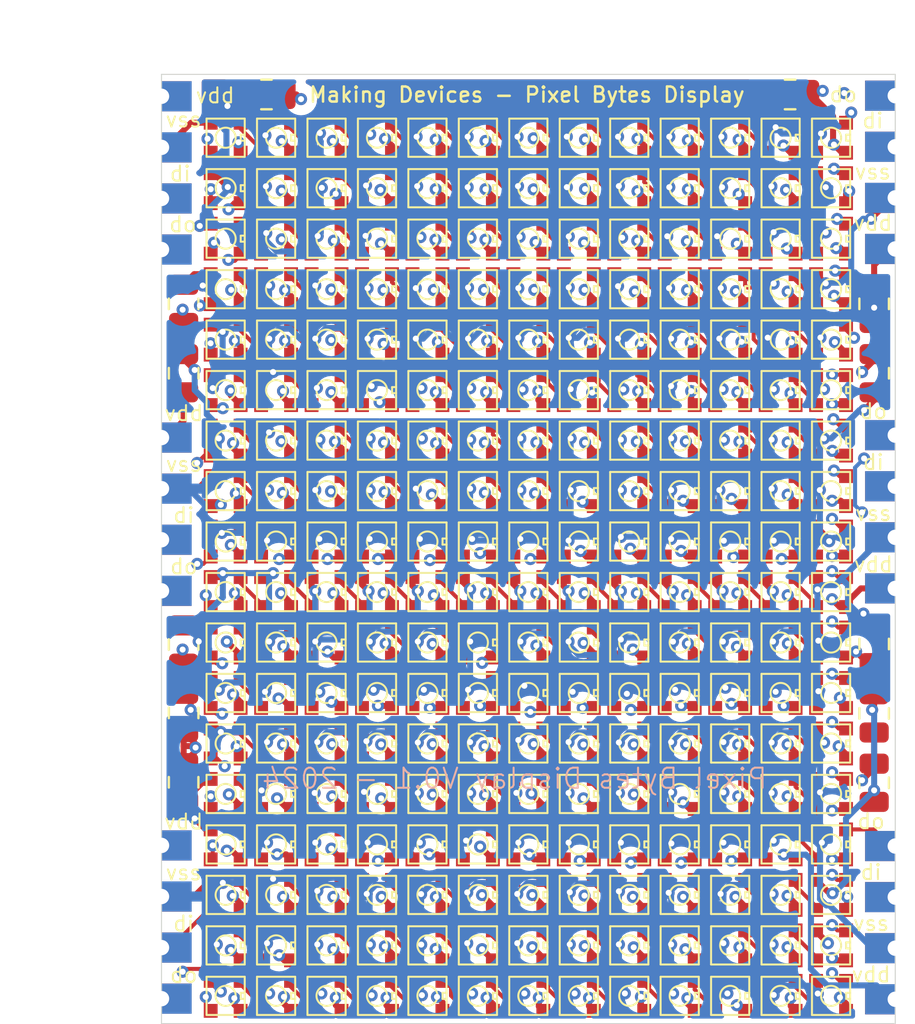
<source format=kicad_pcb>
(kicad_pcb (version 20240108) (generator "pcbnew") (generator_version "8.0")
  (layers (0 "F.Cu" signal) (1 "In1.Cu" signal) (2 "In2.Cu" signal) (31 "B.Cu" signal) (34 "B.Paste" user) (35 "F.Paste" user) (36 "B.SilkS" user "B.Silkscreen") (37 "F.SilkS" user "F.Silkscreen") (38 "B.Mask" user) (39 "F.Mask" user) (44 "Edge.Cuts" user))
  (net 0 "")
  (net 1 "Vss_str1")
  (net 2 "Vdd_str1")
  (net 3 "Vdd_str2")
  (net 4 "Vss_str2")
  (net 5 "Vss_str3")
  (net 6 "Vdd_str3")
  (net 7 "Vdd_str4")
  (net 8 "Vss_str4")
  (net 9 "Net-(ICled2-DI)")
  (net 10 "Net-(ICled1-DO)")
  (net 11 "Net-(ICled1-DI)")
  (net 12 "Net-(ICled41-DI)")
  (net 13 "Vdd_str5")
  (net 14 "Vss_str5")
  (net 15 "Net-(ICled2-DO)")
  (net 16 "Vdd_str6")
  (net 17 "Net-(ICled3-DO)")
  (net 18 "Net-(ICled116-DO)")
  (net 19 "Vss_str6")
  (net 20 "Net-(ICled119-DI)")
  (net 21 "din_led_pwm_1")
  (net 22 "Net-(ICled4-DO)")
  (net 23 "Net-(ICled5-DO)")
  (net 24 "Net-(ICled10-DI)")
  (net 25 "Net-(ICled11-DI)")
  (net 26 "Net-(ICled12-DI)")
  (net 27 "Net-(ICled6-DO)")
  (net 28 "Net-(ICled10-DO)")
  (net 29 "Net-(ICled11-DO)")
  (net 30 "Net-(ICled12-DO)")
  (net 31 "Net-(ICled13-DO)")
  (net 32 "Net-(ICled14-DO)")
  (net 33 "Net-(ICled15-DO)")
  (net 34 "Net-(ICled16-DO)")
  (net 35 "Net-(ICled17-DO)")
  (net 36 "Net-(ICled18-DO)")
  (net 37 "Net-(ICled19-DO)")
  (net 38 "Net-(ICled20-DO)")
  (net 39 "Net-(ICled21-DO)")
  (net 40 "Net-(ICled22-DO)")
  (net 41 "Net-(ICled23-DO)")
  (net 42 "Net-(ICled24-DO)")
  (net 43 "Net-(ICled25-DO)")
  (net 44 "Net-(ICled26-DO)")
  (net 45 "Net-(ICled27-DO)")
  (net 46 "Net-(ICled28-DO)")
  (net 47 "Net-(ICled29-DO)")
  (net 48 "Net-(ICled30-DO)")
  (net 49 "Net-(ICled31-DO)")
  (net 50 "Net-(ICled32-DO)")
  (net 51 "Net-(ICled33-DO)")
  (net 52 "Net-(ICled34-DO)")
  (net 53 "Net-(ICled35-DO)")
  (net 54 "Net-(ICled36-DO)")
  (net 55 "Net-(ICled158-DI)")
  (net 56 "Net-(ICled197-DI)")
  (net 57 "Net-(ICled40-DI)")
  (net 58 "Net-(ICled40-DO)")
  (net 59 "Net-(ICled41-DO)")
  (net 60 "Net-(ICled42-DO)")
  (net 61 "Net-(ICled43-DO)")
  (net 62 "Net-(ICled44-DO)")
  (net 63 "dout_led_pwm_1")
  (net 64 "Net-(ICled49-DO)")
  (net 65 "Net-(ICled45-DO)")
  (net 66 "Net-(ICled46-DO)")
  (net 67 "Net-(ICled47-DO)")
  (net 68 "Net-(ICled48-DO)")
  (net 69 "Net-(ICled50-DO)")
  (net 70 "Net-(ICled51-DO)")
  (net 71 "Net-(ICled93-DO)")
  (net 72 "din_led_pwm_2")
  (net 73 "Net-(ICled52-DO)")
  (net 74 "Net-(ICled53-DO)")
  (net 75 "Net-(ICled54-DO)")
  (net 76 "Net-(ICled55-DO)")
  (net 77 "Net-(ICled56-DO)")
  (net 78 "Net-(ICled57-DO)")
  (net 79 "Net-(ICled58-DO)")
  (net 80 "Net-(ICled59-DO)")
  (net 81 "Net-(ICled60-DO)")
  (net 82 "Net-(ICled61-DO)")
  (net 83 "Net-(ICled62-DO)")
  (net 84 "Net-(ICled63-DO)")
  (net 85 "Net-(ICled64-DO)")
  (net 86 "Net-(ICled65-DO)")
  (net 87 "Net-(ICled66-DO)")
  (net 88 "Net-(ICled67-DO)")
  (net 89 "Net-(ICled68-DO)")
  (net 90 "Net-(ICled69-DO)")
  (net 91 "Net-(ICled70-DO)")
  (net 92 "Net-(ICled71-DO)")
  (net 93 "Net-(ICled72-DO)")
  (net 94 "Net-(ICled73-DO)")
  (net 95 "Net-(ICled74-DO)")
  (net 96 "Net-(ICled75-DO)")
  (net 97 "Net-(ICled94-DO)")
  (net 98 "Net-(ICled95-DO)")
  (net 99 "Net-(ICled96-DO)")
  (net 100 "Net-(ICled79-DO)")
  (net 101 "Net-(ICled80-DO)")
  (net 102 "Net-(ICled81-DO)")
  (net 103 "Net-(ICled82-DO)")
  (net 104 "Net-(ICled83-DO)")
  (net 105 "Net-(ICled84-DO)")
  (net 106 "Net-(ICled85-DO)")
  (net 107 "Net-(ICled86-DO)")
  (net 108 "Net-(ICled87-DO)")
  (net 109 "Net-(ICled88-DO)")
  (net 110 "Net-(ICled89-DO)")
  (net 111 "Net-(ICled90-DO)")
  (net 112 "Net-(ICled91-DO)")
  (net 113 "Net-(ICled92-DO)")
  (net 114 "dout_led_pwm_2")
  (net 115 "Net-(ICled101-DI)")
  (net 116 "Net-(ICled143-DO)")
  (net 117 "Net-(ICled100-DI)")
  (net 118 "Net-(ICled144-DO)")
  (net 119 "Net-(ICled102-DI)")
  (net 120 "Net-(ICled118-DI)")
  (net 121 "Net-(ICled142-DO)")
  (net 122 "Net-(ICled100-DO)")
  (net 123 "din_led_pwm_3")
  (net 124 "Net-(ICled101-DO)")
  (net 125 "Net-(ICled102-DO)")
  (net 126 "Net-(ICled103-DO)")
  (net 127 "Net-(ICled104-DO)")
  (net 128 "Net-(ICled105-DO)")
  (net 129 "Net-(ICled106-DO)")
  (net 130 "Net-(ICled107-DO)")
  (net 131 "Net-(ICled108-DO)")
  (net 132 "Net-(ICled109-DO)")
  (net 133 "Net-(ICled110-DO)")
  (net 134 "Net-(ICled111-DO)")
  (net 135 "Net-(ICled112-DO)")
  (net 136 "Net-(ICled113-DO)")
  (net 137 "Net-(ICled114-DO)")
  (net 138 "Net-(ICled115-DO)")
  (net 139 "Net-(ICled141-DO)")
  (net 140 "Net-(ICled118-DO)")
  (net 141 "Net-(ICled119-DO)")
  (net 142 "Net-(ICled120-DO)")
  (net 143 "Net-(ICled121-DO)")
  (net 144 "Net-(ICled122-DO)")
  (net 145 "Net-(ICled123-DO)")
  (net 146 "Net-(ICled124-DO)")
  (net 147 "Net-(ICled125-DO)")
  (net 148 "Net-(ICled126-DO)")
  (net 149 "Net-(ICled127-DO)")
  (net 150 "Net-(ICled128-DO)")
  (net 151 "Net-(ICled129-DO)")
  (net 152 "Net-(ICled130-DO)")
  (net 153 "Net-(ICled131-DO)")
  (net 154 "Net-(ICled132-DO)")
  (net 155 "Net-(ICled133-DO)")
  (net 156 "Net-(ICled134-DO)")
  (net 157 "Net-(ICled135-DO)")
  (net 158 "Net-(ICled136-DO)")
  (net 159 "Net-(ICled137-DO)")
  (net 160 "Net-(ICled138-DO)")
  (net 161 "Net-(ICled139-DO)")
  (net 162 "Net-(ICled140-DO)")
  (net 163 "dout_led_pwm_3")
  (net 164 "Net-(ICled157-DI)")
  (net 165 "Net-(ICled145-DO)")
  (net 166 "Net-(ICled146-DO)")
  (net 167 "din_led_pwm_5")
  (net 168 "Net-(ICled189-DO)")
  (net 169 "Net-(ICled190-DO)")
  (net 170 "Net-(ICled191-DO)")
  (net 171 "Net-(ICled147-DO)")
  (net 172 "din_led_pwm_4")
  (net 173 "Net-(ICled148-DO)")
  (net 174 "Net-(ICled149-DO)")
  (net 175 "Net-(ICled150-DO)")
  (net 176 "Net-(ICled151-DO)")
  (net 177 "Net-(ICled152-DO)")
  (net 178 "Net-(ICled153-DO)")
  (net 179 "Net-(ICled192-DO)")
  (net 180 "dout_led_pwm_5")
  (net 181 "Net-(ICled157-DO)")
  (net 182 "Net-(ICled158-DO)")
  (net 183 "Net-(ICled159-DO)")
  (net 184 "Net-(ICled160-DO)")
  (net 185 "Net-(ICled161-DO)")
  (net 186 "Net-(ICled162-DO)")
  (net 187 "Net-(ICled163-DO)")
  (net 188 "Net-(ICled164-DO)")
  (net 189 "Net-(ICled165-DO)")
  (net 190 "Net-(ICled166-DO)")
  (net 191 "Net-(ICled167-DO)")
  (net 192 "Net-(ICled168-DO)")
  (net 193 "Net-(ICled169-DO)")
  (net 194 "Net-(ICled170-DO)")
  (net 195 "Net-(ICled171-DO)")
  (net 196 "Net-(ICled172-DO)")
  (net 197 "Net-(ICled173-DO)")
  (net 198 "Net-(ICled174-DO)")
  (net 199 "Net-(ICled175-DO)")
  (net 200 "Net-(ICled176-DO)")
  (net 201 "Net-(ICled177-DO)")
  (net 202 "Net-(ICled178-DO)")
  (net 203 "Net-(ICled179-DO)")
  (net 204 "Net-(ICled180-DO)")
  (net 205 "Net-(ICled181-DO)")
  (net 206 "Net-(ICled182-DO)")
  (net 207 "Net-(ICled183-DO)")
  (net 208 "Net-(ICled184-DO)")
  (net 209 "Net-(ICled185-DO)")
  (net 210 "Net-(ICled186-DO)")
  (net 211 "Net-(ICled187-DO)")
  (net 212 "Net-(ICled188-DO)")
  (net 213 "dout_led_pwm_4")
  (net 214 "Net-(ICled196-DI)")
  (net 215 "Net-(ICled196-DO)")
  (net 216 "Net-(ICled197-DO)")
  (net 217 "Net-(ICled198-DO)")
  (net 218 "din_led_pwm_6")
  (net 219 "Net-(ICled199-DO)")
  (net 220 "Net-(ICled200-DO)")
  (net 221 "Net-(ICled201-DO)")
  (net 222 "Net-(ICled202-DO)")
  (net 223 "Net-(ICled203-DO)")
  (net 224 "Net-(ICled204-DO)")
  (net 225 "Net-(ICled205-DO)")
  (net 226 "Net-(ICled206-DO)")
  (net 227 "Net-(ICled207-DO)")
  (net 228 "Net-(ICled208-DO)")
  (net 229 "Net-(ICled209-DO)")
  (net 230 "Net-(ICled210-DO)")
  (net 231 "Net-(ICled211-DO)")
  (net 232 "Net-(ICled212-DO)")
  (net 233 "Net-(ICled213-DO)")
  (net 234 "Net-(ICled214-DO)")
  (net 235 "Net-(ICled215-DO)")
  (net 236 "Net-(ICled216-DO)")
  (net 237 "Net-(ICled217-DO)")
  (net 238 "Net-(ICled218-DO)")
  (net 239 "Net-(ICled219-DO)")
  (net 240 "Net-(ICled220-DO)")
  (net 241 "Net-(ICled221-DO)")
  (net 242 "Net-(ICled222-DO)")
  (net 243 "Net-(ICled223-DO)")
  (net 244 "Net-(ICled224-DO)")
  (net 245 "Net-(ICled225-DO)")
  (net 246 "Net-(ICled226-DO)")
  (net 247 "Net-(ICled227-DO)")
  (net 248 "Net-(ICled228-DO)")
  (net 249 "Net-(ICled229-DO)")
  (net 250 "Net-(ICled230-DO)")
  (net 251 "Net-(ICled231-DO)")
  (net 252 "dout_led_pwm_6")
  (footprint "ICLEDs:1312020030000" (layer "F.Cu") (at 147.579112 86.001 180)
    (property "Reference" "ICled210" (hide yes))
    (property "Value" "~" (hide yes))
  )
  (footprint "ICLEDs:1312020030000" (layer "F.Cu") (at 145.069362 73.4501 180)
    (property "Reference" "ICled127" (hide yes))
    (property "Value" "~" (hide yes))
  )
  (footprint "ICLEDs:1312020030000" (layer "F.Cu") (at 167.657112 68.4294 180)
    (property "Reference" "ICled117" (hide yes))
    (property "Value" "~" (hide yes))
  )
  (footprint "ICLEDs:1312020030000" (layer "F.Cu") (at 152.598612 73.4501 180)
    (property "Reference" "ICled136" (hide yes))
    (property "Value" "~" (hide yes))
  )
  (footprint "ICLEDs:1312020030000" (layer "F.Cu") (at 160.127862 60.8992 180)
    (property "Reference" "ICled68" (hide yes))
    (property "Value" "~" (hide yes))
  )
  (footprint "ICLEDs:1312020030000" (layer "F.Cu") (at 167.657112 78.4708 180)
    (property "Reference" "ICled193" (hide yes))
    (property "Value" "~" (hide yes))
  )
  (footprint "ICLEDs:1312020030000" (layer "F.Cu") (at 155.108355 50.8595 180)
    (property "Reference" "ICled22" (hide yes))
    (property "Value" "~" (hide yes))
  )
  (footprint "Capacitor_SMD:C_0805_2012Metric" (layer "F.Cu") (at 169.8 56.61 -90)
    (property "Reference" "C4" (hide yes))
    (property "Value" "100nF" (hide yes))
  )
  (footprint "ICLEDs:1312020030000" (layer "F.Cu") (at 162.637612 53.369 180)
    (property "Reference" "ICled32" (hide yes))
    (property "Value" "~" (hide yes))
  )
  (footprint "ICLEDs:1312020030000" (layer "F.Cu") (at 142.559612 75.9596 180)
    (property "Reference" "ICled125" (hide yes))
    (property "Value" "~" (hide yes))
  )
  (footprint "ICLEDs:1312020030000" (layer "F.Cu") (at 157.618112 60.8992 180)
    (property "Reference" "ICled65" (hide yes))
    (property "Value" "~" (hide yes))
  )
  (footprint "ICLEDs:1312020030000" (layer "F.Cu") (at 147.579112 80.9803 180)
    (property "Reference" "ICled169" (hide yes))
    (property "Value" "~" (hide yes))
  )
  (footprint "ICLEDs:1312020030000" (layer "F.Cu") (at 150.088862 88.5105 180)
    (property "Reference" "ICled211" (hide yes))
    (property "Value" "~" (hide yes))
  )
  (footprint "ICLEDs:1312020030000" (layer "F.Cu") (at 137.539862 55.8802 180)
    (property "Reference" "ICled42" (hide yes))
    (property "Value" "~" (hide yes))
  )
  (footprint "ICLEDs:1312020030000" (layer "F.Cu") (at 155.108362 68.4294 180)
    (property "Reference" "ICled101" (hide yes))
    (property "Value" "~" (hide yes))
  )
  (footprint "ICLEDs:1312020030000" (layer "F.Cu") (at 157.618054 48.35 180)
    (property "Reference" "ICled27" (hide yes))
    (property "Value" "~" (hide yes))
  )
  (footprint "ICLEDs:1312020030000" (layer "F.Cu") (at 145.069362 70.9406 180)
    (property "Reference" "ICled129" (hide yes))
    (property "Value" "~" (hide yes))
  )
  (footprint "User_DIY:castellated_4x2.54mm" (layer "F.Cu") (at 134.35 83.54)
    (property "Reference" "J6" (hide yes))
    (property "Value" "Conn_01x04_Pin" (hide yes))
  )
  (footprint "ICLEDs:1312020030000" (layer "F.Cu") (at 155.108362 75.9596 180)
    (property "Reference" "ICled140" (hide yes))
    (property "Value" "~" (hide yes))
  )
  (footprint "ICLEDs:1312020030000" (layer "F.Cu") (at 167.657112 88.5105 180)
    (property "Reference" "ICled233" (hide yes))
    (property "Value" "~" (hide yes))
  )
  (footprint "ICLEDs:1312020030000" (layer "F.Cu") (at 152.598612 50.8595 180)
    (property "Reference" "ICled19" (hide yes))
    (property "Value" "~" (hide yes))
  )
  (footprint "ICLEDs:1312020030000" (layer "F.Cu") (at 155.108332 48.35 180)
    (property "Reference" "ICled24" (hide yes))
    (property "Value" "~" (hide yes))
  )
  (footprint "ICLEDs:1312020030000" (layer "F.Cu") (at 160.127776 48.35 180)
    (property "Reference" "ICled30" (hide yes))
    (property "Value" "~" (hide yes))
  )
  (footprint "ICLEDs:1312020030000" (layer "F.Cu") (at 155.108362 60.8992 180)
    (property "Reference" "ICled62" (hide yes))
    (property "Value" "~" (hide yes))
  )
  (footprint "ICLEDs:1312020030000" (layer "F.Cu") (at 167.657112 53.369 180)
    (property "Reference" "ICled39" (hide yes))
    (property "Value" "~" (hide yes))
  )
  (footprint "ICLEDs:1312020030000" (layer "F.Cu") (at 152.598612 60.8992 180)
    (property "Reference" "ICled59" (hide yes))
    (property "Value" "~" (hide yes))
  )
  (footprint "ICLEDs:1312020030000" (layer "F.Cu") (at 142.559612 63.4104 180)
    (property "Reference" "ICled87" (hide yes))
    (property "Value" "~" (hide yes))
  )
  (footprint "Capacitor_SMD:C_0805_2012Metric" (layer "F.Cu") (at 135.45 76.95 90)
    (property "Reference" "C9" (hide yes))
    (property "Value" "100nF" (hide yes))
  )
  (footprint "ICLEDs:1312020030000" (layer "F.Cu") (at 165.147362 53.369 180)
    (property "Reference" "ICled35" (hide yes))
    (property "Value" "~" (hide yes))
  )
  (footprint "ICLEDs:1312020030000" (layer "F.Cu") (at 145.069362 75.9596 180)
    (property "Reference" "ICled128" (hide yes))
    (property "Value" "~" (hide yes))
  )
  (footprint "ICLEDs:1312020030000" (layer "F.Cu") (at 147.579112 65.9199 180)
    (property "Reference" "ICled91" (hide yes))
    (property "Value" "~" (hide yes))
  )
  (footprint "ICLEDs:1312020030000" (layer "F.Cu") (at 167.657112 60.8992 180)
    (property "Reference" "ICled78" (hide yes))
    (property "Value" "~" (hide yes))
  )
  (footprint "ICLEDs:1312020030000" (layer "F.Cu") (at 145.069235 55.8802 180)
    (property "Reference" "ICled51" (hide yes))
    (property "Value" "~" (hide yes))
  )
  (footprint "ICLEDs:1312020030000" (layer "F.Cu") (at 162.637612 88.5105 180)
    (property "Reference" "ICled226" (hide yes))
    (property "Value" "~" (hide yes))
  )
  (footprint "ICLEDs:1312020030000" (layer "F.Cu") (at 137.540112 53.369 180)
    (property "Reference" "ICled2" (hide yes))
    (property "Value" "~" (hide yes))
  )
  (footprint "ICLEDs:1312020030000" (layer "F.Cu") (at 157.618112 88.5105 180)
    (property "Reference" "ICled220" (hide yes))
    (property "Value" "~" (hide yes))
  )
  (footprint "ICLEDs:1312020030000" (layer "F.Cu") (at 167.657112 65.9199 180)
    (property "Reference" "ICled116" (hide yes))
    (property "Value" "~" (hide yes))
  )
  (footprint "ICLEDs:1312020030000" (layer "F.Cu") (at 167.656946 48.35 180)
    (property "Reference" "ICled37" (hide yes))
    (property "Value" "~" (hide yes))
  )
  (footprint "ICLEDs:1312020030000" (layer "F.Cu") (at 160.127862 73.4501 180)
    (property "Reference" "ICled145" (hide yes))
    (property "Value" "~" (hide yes))
  )
  (footprint "ICLEDs:1312020030000" (layer "F.Cu") (at 165.147362 65.9199 180)
    (property "Reference" "ICled112" (hide yes))
    (property "Value" "~" (hide yes))
  )
  (footprint "ICLEDs:1312020030000" (layer "F.Cu") (at 160.127862 88.5105 180)
    (property "Reference" "ICled223" (hide yes))
    (property "Value" "~" (hide yes))
  )
  (footprint "ICLEDs:1312020030000" (layer "F.Cu") (at 152.598612 75.9596 180)
    (property "Reference" "ICled137" (hide yes))
    (property "Value" "~" (hide yes))
  )
  (footprint "ICLEDs:1312020030000" (layer "F.Cu") (at 150.088862 65.9199 180)
    (property "Reference" "ICled94" (hide yes))
    (property "Value" "~" (hide yes))
  )
  (footprint "ICLEDs:1312020030000" (layer "F.Cu") (at 137.540112 75.9596 180)
    (property "Reference" "ICled119" (hide yes))
    (property "Value" "~" (hide yes))
  )
  (footprint "ICLEDs:1312020030000" (layer "F.Cu") (at 165.147362 73.4501 180)
    (property "Reference" "ICled151" (hide yes))
    (property "Value" "~" (hide yes))
  )
  (footprint "ICLEDs:1312020030000" (layer "F.Cu") (at 162.637612 83.4898 180)
    (property "Reference" "ICled188" (hide yes))
    (property "Value" "~" (hide yes))
  )
  (footprint "ICLEDs:1312020030000" (layer "F.Cu") (at 140.049897 50.8595 180)
    (property "Reference" "ICled4" (hide yes))
    (property "Value" "~" (hide yes))
  )
  (footprint "ICLEDs:1312020030000" (layer "F.Cu") (at 167.657112 63.4104 180)
    (property "Reference" "ICled115" (hide yes))
    (property "Value" "~" (hide yes))
  )
  (footprint "ICLEDs:1312020030000" (layer "F.Cu") (at 150.088862 73.4501 180)
    (property "Reference" "ICled133" (hide yes))
    (property "Value" "~" (hide yes))
  )
  (footprint "ICLEDs:1312020030000" (layer "F.Cu") (at 140.049862 80.9803 180)
    (property "Reference" "ICled160" (hide yes))
    (property "Value" "~" (hide yes))
  )
  (footprint "ICLEDs:1312020030000" (layer "F.Cu") (at 155.108362 73.4501 180)
    (property "Reference" "ICled139" (hide yes))
    (property "Value" "~" (hide yes))
  )
  (footprint "ICLEDs:1312020030000" (layer "F.Cu") (at 147.579112 91.02 180)
    (property "Reference" "ICled209" (hide yes))
    (property "Value" "~" (hide yes))
  )
  (footprint "ICLEDs:1312020030000" (layer "F.Cu") (at 162.637612 78.4708 180)
    (property "Reference" "ICled189" (hide yes))
    (property "Value" "~" (hide yes))
  )
  (footprint "ICLEDs:1312020030000" (layer "F.Cu") (at 157.618112 63.4104 180)
    (property "Reference" "ICled105" (hide yes))
    (property "Value" "~" (hide yes))
  )
  (footprint "ICLEDs:1312020030000" (layer "F.Cu") (at 162.637498 48.35 180)
    (property "Reference" "ICled33" (hide yes))
    (property "Value" "~" (hide yes))
  )
  (footprint "ICLEDs:1312020030000" (layer "F.Cu") (at 137.540112 68.4294 180)
    (property "Reference" "ICled80" (hide yes))
    (property "Value" "~" (hide yes))
  )
  (footprint "ICLEDs:1312020030000" (layer "F.Cu") (at 167.657112 70.9406 180)
    (property "Reference" "ICled154" (hide yes))
    (property "Value" "~" (hide yes))
  )
  (footprint "ICLEDs:1312020030000" (layer "F.Cu") (at 165.147327 50.8595 180)
    (property "Reference" "ICled34" (hide yes))
    (property "Value" "~" (hide yes))
  )
  (footprint "ICLEDs:1312020030000" (layer "F.Cu") (at 157.618112 75.9596 180)
    (property "Reference" "ICled143" (hide yes))
    (property "Value" "~" (hide yes))
  )
  (footprint "ICLEDs:1312020030000" (layer "F.Cu") (at 145.069362 78.4708 180)
    (property "Reference" "ICled168" (hide yes))
    (property "Value" "~" (hide yes))
  )
  (footprint "Capacitor_SMD:C_0805_2012Metric" (layer "F.Cu") (at 165.62 46.2 180)
    (property "Reference" "C2" (hide yes))
    (property "Value" "100nF" (hide yes))
  )
  (footprint "ICLEDs:1312020030000" (layer "F.Cu") (at 140.049862 53.369 180)
    (property "Reference" "ICled5" (hide yes))
    (property "Value" "~" (hide yes))
  )
  (footprint "ICLEDs:1312020030000" (layer "F.Cu") (at 145.069362 88.5105 180)
    (property "Reference" "ICled205" (hide yes))
    (property "Value" "~" (hide yes))
  )
  (footprint "ICLEDs:1312020030000" (layer "F.Cu") (at 160.127862 53.369 180)
    (property "Reference" "ICled29" (hide yes))
    (property "Value" "~" (hide yes))
  )
  (footprint "ICLEDs:1312020030000" (layer "F.Cu") (at 155.108362 65.9199 180)
    (property "Reference" "ICled100" (hide yes))
    (property "Value" "~" (hide yes))
  )
  (footprint "ICLEDs:1312020030000" (layer "F.Cu") (at 157.618112 86.001 180)
    (property "Reference" "ICled222" (hide yes))
    (property "Value" "~" (hide yes))
  )
  (footprint "ICLEDs:1312020030000" (layer "F.Cu") (at 142.559612 80.9803 180)
    (property "Reference" "ICled163" (hide yes))
    (property "Value" "~" (hide yes))
  )
  (footprint "ICLEDs:1312020030000" (layer "F.Cu") (at 165.147362 88.5105 180)
    (property "Reference" "ICled229" (hide yes))
    (property "Value" "~" (hide yes))
  )
  (footprint "ICLEDs:1312020030000" (layer "F.Cu") (at 137.540112 63.4104 180)
    (property "Reference" "ICled81" (hide yes))
    (property "Value" "~" (hide yes))
  )
  (footprint "ICLEDs:1312020030000" (layer "F.Cu") (at 142.559612 78.4708 180)
    (property "Reference" "ICled165" (hide yes))
    (property "Value" "~" (hide yes))
  )
  (footprint "ICLEDs:1312020030000" (layer "F.Cu") (at 147.579112 73.4501 180)
    (property "Reference" "ICled130" (hide yes))
    (property "Value" "~" (hide yes))
  )
  (footprint "ICLEDs:1312020030000" (layer "F.Cu") (at 147.579112 60.8992 180)
    (property "Reference" "ICled53" (hide yes))
    (property "Value" "~" (hide yes))
  )
  (footprint "ICLEDs:1312020030000" (layer "F.Cu") (at 140.049862 73.4501 180)
    (property "Reference" "ICled121" (hide yes))
    (property "Value" "~" (hide yes))
  )
  (footprint "ICLEDs:1312020030000" (layer "F.Cu") (at 167.657071 50.8595 180)
    (property "Reference" "ICled38" (hide yes))
    (property "Value" "~" (hide yes))
  )
  (footprint "ICLEDs:1312020030000" (layer "F.Cu") (at 157.618112 70.9406 180)
    (property "Reference" "ICled144" (hide yes))
    (property "Value" "~" (hide yes))
  )
  (footprint "ICLEDs:1312020030000" (layer "F.Cu") (at 137.540112 60.8992 180)
    (property "Reference" "ICled41" (hide yes))
    (property "Value" "~" (hide yes))
  )
  (footprint "ICLEDs:1312020030000" (layer "F.Cu") (at 150.088817 55.8802 180)
    (property "Reference" "ICled57" (hide yes))
    (property "Value" "~" (hide yes))
  )
  (footprint "ICLEDs:1312020030000" (layer "F.Cu") (at 152.598612 86.001 180)
    (property "Reference" "ICled216" (hide yes))
    (property "Value" "~" (hide yes))
  )
  (footprint "ICLEDs:1312020030000" (layer "F.Cu") (at 150.088862 63.4104 180)
    (property "Reference" "ICled96" (hide yes))
    (property "Value" "~" (hide yes))
  )
  (footprint "ICLEDs:1312020030000" (layer "F.Cu") (at 167.657071 58.3897 180)
    (property "Reference" "ICled77" (hide yes))
    (property "Value" "~" (hide yes))
  )
  (footprint "ICLEDs:1312020030000" (layer "F.Cu") (at 155.108362 70.9406 180)
    (property "Reference" "ICled141" (hide yes))
    (property "Value" "~" (hide yes))
  )
  (footprint "ICLEDs:1312020030000" (layer "F.Cu") (at 157.618112 65.9199 180)
    (property "Reference" "ICled103" (hide yes))
    (property "Value" "~" (hide yes))
  )
  (footprint "ICLEDs:1312020030000" (layer "F.Cu") (at 157.618112 80.9803 180)
    (property "Reference" "ICled181" (hide yes))
    (property "Value" "~" (hide yes))
  )
  (footprint "ICLEDs:1312020030000" (layer "F.Cu") (at 142.559612 65.9199 180)
    (property "Reference" "ICled85" (hide yes))
    (property "Value" "~" (hide yes))
  )
  (footprint "ICLEDs:1312020030000" (layer "F.Cu") (at 147.579112 63.4104 180)
    (property "Reference" "ICled93" (hide yes))
    (property "Value" "~" (hide yes))
  )
  (footprint "ICLEDs:1312020030000" (layer "F.Cu") (at 162.637612 80.9803 180)
    (property "Reference" "ICled187" (hide yes))
    (property "Value" "~" (hide yes))
  )
  (footprint "User_DIY:castellated_4x2.54mm" (layer "F.Cu") (at 170.85 91.19 180)
    (property "Reference" "J5" (hide yes))
    (property "Value" "Conn_01x04_Pin" (hide yes))
  )
  (footprint "ICLEDs:1312020030000" (layer "F.Cu") (at 150.088862 78.4708 180)
    (property "Reference" "ICled174" (hide yes))
    (property "Value" "~" (hide yes))
  )
  (footprint "ICLEDs:1312020030000" (layer "F.Cu") (at 147.579112 68.4294 180)
    (property "Reference" "ICled92" (hide yes))
    (property "Value" "~" (hide yes))
  )
  (footprint "ICLEDs:1312020030000" (layer "F.Cu") (at 167.657362 55.8802 180)
    (property "Reference" "ICled76" (hide yes))
    (property "Value" "~" (hide yes))
  )
  (footprint "ICLEDs:1312020030000" (layer "F.Cu") (at 160.127841 50.8595 180)
    (property "Reference" "ICled28" (hide yes))
    (property "Value" "~" (hide yes))
  )
  (footprint "ICLEDs:1312020030000" (layer "F.Cu") (at 152.598612 53.369 180)
    (property "Reference" "ICled20" (hide yes))
    (property "Value" "~" (hide yes))
  )
  (footprint "ICLEDs:1312020030000" (layer "F.Cu") (at 147.579112 78.4708 180)
    (property "Reference" "ICled171" (hide yes))
    (property "Value" "~" (hide yes))
  )
  (footprint "ICLEDs:1312020030000" (layer "F.Cu") (at 137.540112 70.9406 180)
    (property "Reference" "ICled120" (hide yes))
    (property "Value" "~" (hide yes))
  )
  (footprint "ICLEDs:1312020030000" (layer "F.Cu") (at 140.049862 65.9199 180)
    (property "Reference" "ICled82" (hide yes))
    (property "Value" "~" (hide yes))
  )
  (footprint "ICLEDs:1312020030000" (layer "F.Cu") (at 160.127862 83.4898 180)
    (property "Reference" "ICled185" (hide yes))
    (property "Value" "~" (hide yes))
  )
  (footprint "ICLEDs:1312020030000" (layer "F.Cu") (at 145.069362 53.369 180)
    (property "Reference" "ICled11" (hide yes))
    (property "Value" "~" (hide yes))
  )
  (footprint "ICLEDs:1312020030000" (layer "F.Cu") (at 167.657112 73.4501 180)
    (property "Reference" "ICled155" (hide yes))
    (property "Value" "~" (hide yes))
  )
  (footprint "ICLEDs:1312020030000" (layer "F.Cu") (at 155.108362 78.4708 180)
    (property "Reference" "ICled180" (hide yes))
    (property "Value" "~" (hide yes))
  )
  (footprint "ICLEDs:1312020030000" (layer "F.Cu") (at 140.049862 68.4294 180)
    (property "Reference" "ICled83" (hide yes))
    (property "Value" "~" (hide yes))
  )
  (footprint "ICLEDs:1312020030000" (layer "F.Cu") (at 150.088869 58.3897 180)
    (property "Reference" "ICled55" (hide yes))
    (property "Value" "~" (hide yes))
  )
  (footprint "Capacitor_SMD:C_0805_2012Metric" (layer "F.Cu") (at 135.45 73.55 90)
    (property "Reference" "C8" (hide yes))
    (property "Value" "100nF" (hide yes))
  )
  (footprint "ICLEDs:1312020030000" (layer "F.Cu") (at 140.049862 60.8992 180)
    (property "Reference" "ICled44" (hide yes))
    (property "Value" "~" (hide yes))
  )
  (footprint "ICLEDs:1312020030000" (layer "F.Cu") (at 137.540112 86.001 180)
    (property "Reference" "ICled198" (hide yes))
    (property "Value" "~" (hide yes))
  )
  (footprint "ICLEDs:1312020030000" (layer "F.Cu") (at 155.108362 63.4104 180)
    (property "Reference" "ICled102" (hide yes))
    (property "Value" "~" (hide yes))
  )
  (footprint "ICLEDs:1312020030000" (layer "F.Cu") (at 157.618098 58.3897 180)
    (property "Reference" "ICled64" (hide yes))
    (property "Value" "~" (hide yes))
  )
  (footprint "ICLEDs:1312020030000" (layer "F.Cu") (at 145.069362 86.001 180)
    (property "Reference" "ICled207" (hide yes))
    (property "Value" "~" (hide yes))
  )
  (footprint "ICLEDs:1312020030000" (layer "F.Cu") (at 142.55964 50.8595 180)
    (property "Reference" "ICled7" (hide yes))
    (property "Value" "~" (hide yes))
  )
  (footprint "ICLEDs:1312020030000" (layer "F.Cu") (at 165.147362 86.001 180)
    (property "Reference" "ICled231" (hide yes))
    (property "Value" "~" (hide yes))
  )
  (footprint "ICLEDs:1312020030000" (layer "F.Cu") (at 157.618112 83.4898 180)
    (property "Reference" "ICled182" (hide yes))
    (property "Value" "~" (hide yes))
  )
  (footprint "ICLEDs:1312020030000" (layer "F.Cu") (at 165.147362 70.9406 180)
    (property "Reference" "ICled153" (hide yes))
    (property "Value" "~" (hide yes))
  )
  (footprint "ICLEDs:1312020030000" (layer "F.Cu") (at 165.147362 60.8992 180)
    (property "Reference" "ICled74" (hide yes))
    (property "Value" "~" (hide yes))
  )
  (footprint "ICLEDs:1312020030000" (layer "F.Cu") (at 165.147362 80.9803 180)
    (property "Reference" "ICled190" (hide yes))
    (property "Value" "~" (hide yes))
  )
  (footprint "ICLEDs:1312020030000" (layer "F.Cu") (at 155.108362 83.4898 180)
    (property "Reference" "ICled179" (hide yes))
    (property "Value" "~" (hide yes))
  )
  (footprint "ICLEDs:1312020030000" (layer "F.Cu") (at 162.637612 70.9406 180)
    (property "Reference" "ICled150" (hide yes))
    (property "Value" "~" (hide yes))
  )
  (footprint "ICLEDs:1312020030000" (layer "F.Cu") (at 137.540154 50.8595 180)
    (property "Reference" "ICled1" (hide yes))
    (property "Value" "~" (hide yes))
  )
  (footprint "ICLEDs:1312020030000" (layer "F.Cu") (at 152.598612 88.5105 180)
    (property "Reference" "ICled214" (hide yes))
    (property "Value" "~" (hide yes))
  )
  (footprint "ICLEDs:1312020030000" (layer "F.Cu") (at 165.147362 68.4294 180)
    (property "Reference" "ICled113" (hide yes))
    (property "Value" "~" (hide yes))
  )
  (footprint "ICLEDs:1312020030000" (layer "F.Cu") (at 155.108362 86.001 180)
    (property "Reference" "ICled219" (hide yes))
    (property "Value" "~" (hide yes))
  )
  (footprint "ICLEDs:1312020030000" (layer "F.Cu") (at 147.579112 83.4898 180)
    (property "Reference" "ICled170" (hide yes))
    (property "Value" "~" (hide yes))
  )
  (footprint "ICLEDs:1312020030000" (layer "F.Cu") (at 137.540112 91.02 180)
    (property "Reference" "ICled197" (hide yes))
    (property "Value" "~" (hide yes))
  )
  (footprint "ICLEDs:1312020030000" (layer "F.Cu") (at 160.127862 75.9596 180)
    (property "Reference" "ICled146" (hide yes))
    (property "Value" "~" (hide yes))
  )
  (footprint "ICLEDs:1312020030000" (layer "F.Cu") (at 147.579112 88.5105 180)
    (property "Reference" "ICled208" (hide yes))
    (property "Value" "~" (hide yes))
  )
  (footprint "ICLEDs:1312020030000" (layer "F.Cu") (at 150.088862 80.9803 180)
    (property "Reference" "ICled172" (hide yes))
    (property "Value" "~" (hide yes))
  )
  (footprint "ICLEDs:1312020030000" (layer "F.Cu") (at 157.61819 55.8802 180)
    (property "Reference" "ICled66" (hide yes))
    (property "Value" "~" (hide yes))
  )
  (footprint "ICLEDs:1312020030000" (layer "F.Cu") (at 142.559612 53.369 180)
    (property "Reference" "ICled8" (hide yes))
    (property "Value" "~" (hide yes))
  )
  (footprint "ICLEDs:1312020030000" (layer "F.Cu") (at 155.108355 58.3897 180)
    (property "Reference" "ICled61" (hide yes))
    (property "Value" "~" (hide yes))
  )
  (footprint "ICLEDs:1312020030000" (layer "F.Cu") (at 150.088862 86.001 180)
    (property "Reference" "ICled213" (hide yes))
    (property "Value" "~" (hide yes))
  )
  (footprint "ICLEDs:1312020030000" (layer "F.Cu") (at 157.618112 78.4708 180)
    (property "Reference" "ICled183" (hide yes))
    (property "Value" "~" (hide yes))
  )
  (footprint "ICLEDs:1312020030000" (layer "F.Cu") (at 160.127862 86.001 180)
    (property "Reference" "ICled225" (hide yes))
    (property "Value" "~" (hide yes))
  )
  (footprint "ICLEDs:1312020030000" (layer "F.Cu") (at 160.127862 91.02 180)
    (property "Reference" "ICled224" (hide yes))
    (property "Value" "~" (hide yes))
  )
  (footprint "ICLEDs:1312020030000" (layer "F.Cu") (at 140.049862 91.02 180)
    (property "Reference" "ICled200" (hide yes))
    (property "Value" "~" (hide yes))
  )
  (footprint "ICLEDs:1312020030000" (layer "F.Cu") (at 145.069383 50.8595 180)
    (property "Reference" "ICled10" (hide yes))
    (property "Value" "~" (hide yes))
  )
  (footprint "ICLEDs:1312020030000" (layer "F.Cu") (at 152.598612 83.4898 180)
    (property "Reference" "ICled176" (hide yes))
    (property "Value" "~" (hide yes))
  )
  (footprint "ICLEDs:1312020030000" (layer "F.Cu") (at 145.069362 68.4294 180)
    (property "Reference" "ICled89" (hide yes))
    (property "Value" "~" (hide yes))
  )
  (footprint "Capacitor_SMD:C_0805_2012Metric" (layer "F.Cu") (at 169.8 73.525 90)
    (property "Reference" "C7" (hide yes))
    (property "Value" "100nF" (hide yes))
  )
  (footprint "ICLEDs:1312020030000" (layer "F.Cu") (at 147.579126 50.8595 180)
    (property "Reference" "ICled13" (hide yes))
    (property "Value" "~" (hide yes))
  )
  (footprint "ICLEDs:1312020030000" (layer "F.Cu") (at 147.579166 48.35 180)
    (property "Reference" "ICled15" (hide yes))
    (property "Value" "~" (hide yes))
  )
  (footprint "ICLEDs:1312020030000" (layer "F.Cu") (at 162.637612 91.02 180)
    (property "Reference" "ICled227" (hide yes))
    (property "Value" "~" (hide yes))
  )
  (footprint "ICLEDs:1312020030000" (layer "F.Cu") (at 145.069362 91.02 180)
    (property "Reference" "ICled206" (hide yes))
    (property "Value" "~" (hide yes))
  )
  (footprint "ICLEDs:1312020030000" (layer "F.Cu") (at 140.049653 55.8802 180)
    (property "Reference" "ICled45" (hide yes))
    (property "Value" "~" (hide yes))
  )
  (footprint "ICLEDs:1312020030000" (layer "F.Cu") (at 165.147362 75.9596 180)
    (property "Reference" "ICled152" (hide yes))
    (property "Value" "~" (hide yes))
  )
  (footprint "ICLEDs:1312020030000" (layer "F.Cu") (at 155.108362 53.369 180)
    (property "Reference" "ICled23" (hide yes))
    (property "Value" "~" (hide yes))
  )
  (footprint "ICLEDs:1312020030000" (layer "F.Cu") (at 147.579126 58.3897 180)
    (property "Reference" "ICled52" (hide yes))
    (property "Value" "~" (hide yes))
  )
  (footprint "ICLEDs:1312020030000" (layer "F.Cu") (at 142.559612 86.001 180)
    (property "Reference" "ICled204" (hide yes))
    (property "Value" "~" (hide yes))
  )
  (footprint "ICLEDs:1312020030000" (layer "F.Cu") (at 160.127981 55.8802 180)
    (property "Reference" "ICled69" (hide yes))
    (property "Value" "~" (hide yes))
  )
  (footprint "ICLEDs:1312020030000" (layer "F.Cu") (at 150.088862 70.9406 180)
    (property "Reference" "ICled135" (hide yes))
    (property "Value" "~" (hide yes))
  )
  (footprint "ICLEDs:1312020030000" (layer "F.Cu") (at 152.598612 70.9406 180)
    (property "Reference" "ICled138" (hide yes))
    (property "Value" "~" (hide yes))
  )
  (footprint "User_DIY:castellated_4x2.54mm" (layer "F.Cu") (at 170.85 53.88 180)
    (property "Reference" "J2" (hide yes))
    (property "Value" "Conn_01x04_Pin" (hide yes))
  )
  (footprint "ICLEDs:1312020030000" (layer "F.Cu") (at 140.049862 88.5105 180)
    (property "Reference" "ICled199" (hide yes))
    (property "Value" "~" (hide yes))
  )
  (footprint "ICLEDs:1312020030000" (layer "F.Cu") (at 150.088862 60.8992 180)
    (property "Reference" "ICled56" (hide yes))
    (property "Value" "~" (hide yes))
  )
  (footprint "Capacitor_SMD:C_0805_2012Metric" (layer "F.Cu") (at 135.45 56.61 90)
    (property "Reference" "C3" (hide yes))
    (property "Value" "100nF" (hide yes))
  )
  (footprint "ICLEDs:1312020030000" (layer "F.Cu") (at 160.127862 63.4104 180)
    (property "Reference" "ICled108" (hide yes))
    (property "Value" "~" (hide yes))
  )
  (footprint "ICLEDs:1312020030000" (layer "F.Cu") (at 162.637612 86.001 180)
    (property "Reference" "ICled228" (hide yes))
    (property "Value" "~" (hide yes))
  )
  (footprint "ICLEDs:1312020030000" (layer "F.Cu") (at 137.540112 83.4898 180)
    (property "Reference" "ICled158" (hide yes))
    (property "Value" "~" (hide yes))
  )
  (footprint "Capacitor_SMD:C_0805_2012Metric" (layer "F.Cu") (at 135.45 60.06 90)
    (property "Reference" "C6" (hide yes))
    (property "Value" "100nF" (hide yes))
  )
  (footprint "ICLEDs:1312020030000" (layer "F.Cu") (at 152.598612 91.02 180)
    (property "Reference" "ICled215" (hide yes))
    (property "Value" "~" (hide yes))
  )
  (footprint "ICLEDs:1312020030000" (layer "F.Cu") (at 145.069362 63.4104 180)
    (property "Reference" "ICled90" (hide yes))
    (property "Value" "~" (hide yes))
  )
  (footprint "ICLEDs:1312020030000" (layer "F.Cu") (at 152.598612 80.9803 180)
    (property "Reference" "ICled175" (hide yes))
    (property "Value" "~" (hide yes))
  )
  (footprint "ICLEDs:1312020030000" (layer "F.Cu") (at 140.049897 58.3897 180)
    (property "Reference" "ICled43" (hide yes))
    (property "Value" "~" (hide yes))
  )
  (footprint "ICLEDs:1312020030000" (layer "F.Cu") (at 160.127862 70.9406 180)
    (property "Reference" "ICled147" (hide yes))
    (property "Value" "~" (hide yes))
  )
  (footprint "ICLEDs:1312020030000" (layer "F.Cu") (at 152.598612 58.3897 180)
    (property "Reference" "ICled58" (hide yes))
    (property "Value" "~" (hide yes))
  )
  (footprint "ICLEDs:1312020030000" (layer "F.Cu") (at 147.579112 75.9596 180)
    (property "Reference" "ICled131" (hide yes))
    (property "Value" "~" (hide yes))
  )
  (footprint "ICLEDs:1312020030000" (layer "F.Cu") (at 165.147362 78.4708 180)
    (property "Reference" "ICled192" (hide yes))
    (property "Value" "~" (hide yes))
  )
  (footprint "ICLEDs:1312020030000" (layer "F.Cu") (at 142.559612 83.4898 180)
    (property "Reference" "ICled164" (hide yes))
    (property "Value" "~" (hide yes))
  )
  (footprint "ICLEDs:1312020030000" (layer "F.Cu") (at 152.598612 68.4294 180)
    (property "Reference" "ICled98" (hide yes))
    (property "Value" "~" (hide yes))
  )
  (footprint "ICLEDs:1312020030000" (layer "F.Cu") (at 152.59861 48.35 180)
    (property "Reference" "ICled21" (hide yes))
    (property "Value" "~" (hide yes))
  )
  (footprint "ICLEDs:1312020030000" (layer "F.Cu") (at 137.540112 65.9199 180)
    (property "Reference" "ICled79" (hide yes))
    (property "Value" "~" (hide yes))
  )
  (footprint "ICLEDs:1312020030000" (layer "F.Cu") (at 157.618098 50.8595 180)
    (property "Reference" "ICled25" (hide yes))
    (property "Value" "~" (hide yes))
  )
  (footprint "ICLEDs:1312020030000" (layer "F.Cu") (at 140.05 48.35 180)
    (property "Reference" "ICled6" (hide yes))
    (property "Value" "~" (hide yes))
  )
  (footprint "ICLEDs:1312020030000" (layer "F.Cu") (at 140.049862 63.4104 180)
    (property "Reference" "ICled84" (hide yes))
    (property "Value" "~" (hide yes))
  )
  (footprint "ICLEDs:1312020030000" (layer "F.Cu") (at 160.127862 68.4294 180)
    (property "Reference" "ICled107" (hide yes))
    (property "Value" "~" (hide yes))
  )
  (footprint "ICLEDs:1312020030000" (layer "F.Cu") (at 157.618112 53.369 180)
    (property "Reference" "ICled26" (hide yes))
    (property "Value" "~" (hide yes))
  )
  (footprint "ICLEDs:1312020030000" (layer "F.Cu") (at 137.540154 58.3897 180)
    (property "Reference" "ICled40" (hide yes))
    (property "Value" "~" (hide yes))
  )
  (footprint "ICLEDs:1312020030000" (layer "F.Cu") (at 140.049862 70.9406 180)
    (property "Reference" "ICled123" (hide yes))
    (property "Value" "~" (hide yes))
  )
  (footprint "ICLEDs:1312020030000" (layer "F.Cu") (at 152.598608 55.8802 180)
    (property "Reference" "ICled60" (hide yes))
    (property "Value" "~" (hide yes))
  )
  (footprint "ICLEDs:1312020030000" (layer "F.Cu") (at 167.657112 83.4898 180)
    (property "Reference" "ICled195" (hide yes))
    (property "Value" "~" (hide yes))
  )
  (footprint "ICLEDs:1312020030000" (layer "F.Cu") (at 155.108362 88.5105 180)
    (property "Reference" "ICled217" (hide yes))
    (property "Value" "~" (hide yes))
  )
  (footprint "ICLEDs:1312020030000" (layer "F.Cu") (at 150.088888 48.35 180)
    (property "Reference" "ICled18" (hide yes))
    (property "Value" "~" (hide yes))
  )
  (footprint "ICLEDs:1312020030000" (layer "F.Cu") (at 165.147362 63.4104 180)
    (property "Reference" "ICled114" (hide yes))
    (property "Value" "~" (hide yes))
  )
  (footprint "ICLEDs:1312020030000" (layer "F.Cu") (at 165.147563 55.8802 180)
    (property "Reference" "ICled75" (hide yes))
    (property "Value" "~" (hide yes))
  )
  (footprint "ICLEDs:1312020030000" (layer "F.Cu") (at 140.049862 83.4898 180)
    (property "Reference" "ICled161" (hide yes))
    (property "Value" "~" (hide yes))
  )
  (footprint "ICLEDs:1312020030000" (layer "F.Cu") (at 155.108399 55.8802 180)
    (property "Reference" "ICled63" (hide yes))
    (property "Value" "~" (hide yes))
  )
  (footprint "ICLEDs:1312020030000" (layer "F.Cu") (at 150.088862 83.4898 180)
    (property "Reference" "ICled173" (hide yes))
    (property "Value" "~" (hide yes))
  )
  (footprint "ICLEDs:1312020030000" (layer "F.Cu") (at 157.618112 91.02 180)
    (property "Reference" "ICled221" (hide yes))
    (property "Value" "~" (hide yes))
  )
  (footprint "ICLEDs:1312020030000" (layer "F.Cu") (at 142.559612 68.4294 180)
    (property "Reference" "ICled86" (hide yes))
    (property "Value" "~" (hide yes))
  )
  (footprint "ICLEDs:1312020030000" (layer "F.Cu") (at 142.559444 55.8802 180)
    (property "Reference" "ICled48" (hide yes))
    (property "Value" "~" (hide yes))
  )
  (footprint "ICLEDs:1312020030000" (layer "F.Cu") (at 150.088862 91.02 180)
    (property "Reference" "ICled212" (hide yes))
    (property "Value" "~" (hide yes))
  )
  (footprint "ICLEDs:1312020030000" (layer "F.Cu") (at 147.579112 70.9406 180)
    (property "Reference" "ICled132" (hide yes))
    (property "Value" "~" (hide yes))
  )
  (footprint "ICLEDs:1312020030000" (layer "F.Cu") (at 162.637612 75.9596 180)
    (property "Reference" "ICled149" (hide yes))
    (property "Value" "~" (hide yes))
  )
  (footprint "ICLEDs:1312020030000" (layer "F.Cu") (at 160.127862 80.9803 180)
    (property "Reference" "ICled184" (hide yes))
    (property "Value" "~" (hide yes))
  )
  (footprint "ICLEDs:1312020030000" (layer "F.Cu") (at 137.540112 88.5105 180)
    (property "Reference" "ICled196" (hide yes))
    (property "Value" "~" (hide yes))
  )
  (footprint "Capacitor_SMD:C_0805_2012Metric" (layer "F.Cu") (at 139.57 46.2 180)
    (property "Reference" "C1" (hide yes))
    (property "Value" "100nF" (hide yes))
  )
  (footprint "ICLEDs:1312020030000" (layer "F.Cu") (at 165.14722 48.35 180)
    (property "Reference" "ICled36" (hide yes))
    (property "Value" "~" (hide yes))
  )
  (footprint "ICLEDs:1312020030000" (layer "F.Cu") (at 140.049862 75.9596 180)
    (property "Reference" "ICled122" (hide yes))
    (property "Value" "~" (hide yes))
  )
  (footprint "ICLEDs:1312020030000" (layer "F.Cu") (at 142.559612 73.4501 180)
    (property "Reference" "ICled124" (hide yes))
    (property "Value" "~" (hide yes))
  )
  (footprint "ICLEDs:1312020030000" (layer "F.Cu") (at 142.559612 91.02 180)
    (property "Reference" "ICled203" (hide yes))
    (property "Value" "~" (hide yes))
  )
  (footprint "ICLEDs:1312020030000" (layer "F.Cu") (at 167.657112 80.9803 180)
    (property "Reference" "ICled194" (hide yes))
    (property "Value" "~" (hide yes))
  )
  (footprint "ICLEDs:1312020030000" (layer "F.Cu") (at 145.069362 60.8992 180)
    (property "Reference" "ICled50" (hide yes))
    (property "Value" "~" (hide yes))
  )
  (footprint "ICLEDs:1312020030000" (layer "F.Cu") (at 162.637612 63.4104 180)
    (property "Reference" "ICled111" (hide yes))
    (property "Value" "~" (hide yes))
  )
  (footprint "ICLEDs:1312020030000" (layer "F.Cu") (at 165.147327 58.3897 180)
    (property "Reference" "ICled73" (hide yes))
    (property "Value" "~" (hide yes))
  )
  (footprint "ICLEDs:1312020030000" (layer "F.Cu") (at 142.559612 88.5105 180)
    (property "Reference" "ICled202" (hide yes))
    (property "Value" "~" (hide yes))
  )
  (footprint "ICLEDs:1312020030000" (layer "F.Cu") (at 142.559612 60.8992 180)
    (property "Reference" "ICled47" (hide yes))
    (property "Value" "~" (hide yes))
  )
  (footprint "ICLEDs:1312020030000" (layer "F.Cu") (at 142.559722 48.35 180)
    (property "Reference" "ICled9" (hide yes))
    (property "Value" "~" (hide yes))
  )
  (footprint "Capacitor_SMD:C_0805_2012Metric" (layer "F.Cu") (at 169.8 60.06 -90)
    (property "Reference" "C5" (hide yes))
    (property "Value" "100nF" (hide yes))
  )
  (footprint "ICLEDs:1312020030000" (layer "F.Cu") (at 140.049862 78.4708 180)
    (property "Reference" "ICled162" (hide yes))
    (property "Value" "~" (hide yes))
  )
  (footprint "ICLEDs:1312020030000" (layer "F.Cu") (at 155.108362 80.9803 180)
    (property "Reference" "ICled178" (hide yes))
    (property "Value" "~" (hide yes))
  )
  (footprint "ICLEDs:1312020030000" (layer "F.Cu") (at 147.579026 55.8802 180)
    (property "Reference" "ICled54" (hide yes))
    (property "Value" "~" (hide yes))
  )
  (footprint "ICLEDs:1312020030000" (layer "F.Cu") (at 167.657112 75.9596 180)
    (property "Reference" "ICled156" (hide yes))
    (property "Value" "~" (hide yes))
  )
  (footprint "ICLEDs:1312020030000" (layer "F.Cu") (at 157.618112 68.4294 180)
    (property "Reference" "ICled104" (hide yes))
    (property "Value" "~" (hide yes))
  )
  (footprint "ICLEDs:1312020030000" (layer "F.Cu") (at 145.069444 48.35 180)
    (property "Reference" "ICled12" (hide yes))
    (property "Value" "~" (hide yes))
  )
  (footprint "Capacitor_SMD:C_0805_2012Metric" (layer "F.Cu") (at 169.8 80.425 -90)
    (property "Reference" "C12" (hide yes))
    (property "Value" "100nF" (hide yes))
  )
  (footprint "User_DIY:castellated_4x2.54mm" (layer "F.Cu") (at 134.35 63.26)
    (property "Reference" "J3" (hide yes))
    (property "Value" "Conn_01x04_Pin" (hide yes))
  )
  (footprint "ICLEDs:1312020030000" (layer "F.Cu") (at 150.088862 53.369 180)
    (property "Reference" "ICled17" (hide yes))
    (property "Value" "~" (hide yes))
  )
  (footprint "ICLEDs:1312020030000" (layer "F.Cu") (at 150.088869 50.8595 180)
    (property "Reference" "ICled16" (hide yes))
    (property "Value" "~" (hide yes))
  )
  (footprint "ICLEDs:1312020030000" (layer "F.Cu") (at 150.088862 68.4294 180)
    (property "Reference" "ICled95" (hide yes))
    (property "Value" "~" (hide yes))
  )
  (footprint "ICLEDs:1312020030000" (layer "F.Cu") (at 150.088862 75.9596 180)
    (property "Reference" "ICled134" (hide yes))
    (property "Value" "~" (hide yes))
  )
  (footprint "ICLEDs:1312020030000" (layer "F.Cu") (at 160.127862 65.9199 180)
    (property "Reference" "ICled106" (hide yes))
    (property "Value" "~" (hide yes))
  )
  (footprint "ICLEDs:1312020030000" (layer "F.Cu") (at 160.127862 78.4708 180)
    (property "Reference" "ICled186" (hide yes))
    (property "Value" "~" (hide yes))
  )
  (footprint "ICLEDs:1312020030000" (layer "F.Cu") (at 140.049862 86.001 180)
    (property "Reference" "ICled201" (hide yes))
    (property "Value" "~" (hide yes))
  )
  (footprint "ICLEDs:1312020030000" (layer "F.Cu") (at 167.657112 86.001 180)
    (property "Reference" "ICled232" (hide yes))
    (property "Value" "~" (hide yes))
  )
  (footprint "ICLEDs:1312020030000" (layer "F.Cu") (at 165.147362 91.02 180)
    (property "Reference" "ICled230" (hide yes))
    (property "Value" "~" (hide yes))
  )
  (footprint "ICLEDs:1312020030000" (layer "F.Cu") (at 152.598612 65.9199 180)
    (property "Reference" "ICled97" (hide yes))
    (property "Value" "~" (hide yes))
  )
  (footprint "ICLEDs:1312020030000" (layer "F.Cu") (at 162.637612 73.4501 180)
    (property "Reference" "ICled148" (hide yes))
    (property "Value" "~" (hide yes))
  )
  (footprint "ICLEDs:1312020030000" (layer "F.Cu") (at 162.637612 65.9199 180)
    (property "Reference" "ICled109" (hide yes))
    (property "Value" "~" (hide yes))
  )
  (footprint "ICLEDs:1312020030000" (layer "F.Cu") (at 167.657112 91.02 180)
    (property "Reference" "ICled234" (hide yes))
    (property "Value" "~" (hide yes))
  )
  (footprint "ICLEDs:1312020030000" (layer "F.Cu") (at 137.540112 78.4708 180)
    (property "Reference" "ICled159" (hide yes))
    (property "Value" "~" (hide yes))
  )
  (footprint "ICLEDs:1312020030000" (layer "F.Cu") (at 160.127841 58.3897 180)
    (property "Reference" "ICled67" (hide yes))
    (property "Value" "~" (hide yes))
  )
  (footprint "ICLEDs:1312020030000" (layer "F.Cu") (at 162.637584 58.3897 180)
    (property "Reference" "ICled70" (hide yes))
    (property "Value" "~" (hide yes))
  )
  (footprint "ICLEDs:1312020030000" (layer "F.Cu") (at 165.147362 83.4898 180)
    (property "Reference" "ICled191" (hide yes))
    (property "Value" "~" (hide yes))
  )
  (footprint "ICLEDs:1312020030000" (layer "F.Cu") (at 142.55964 58.3897 180)
    (property "Reference" "ICled46" (hide yes))
    (property "Value" "~" (hide yes))
  )
  (footprint "ICLEDs:1312020030000" (layer "F.Cu") (at 152.598612 63.4104 180)
    (property "Reference" "ICled99" (hide yes))
    (property "Value" "~" (hide yes))
  )
  (footprint "User_DIY:castellated_4x2.54mm" (layer "F.Cu") (at 170.8505 70.76 180)
    (property "Reference" "J4" (hide yes))
    (property "Value" "Conn_01x04_Pin" (hide yes))
  )
  (footprint "ICLEDs:1312020030000" (layer "F.Cu") (at 162.637584 50.8595 180)
    (property "Reference" "ICled31" (hide yes))
    (property "Value" "~" (hide yes))
  )
  (footprint "ICLEDs:1312020030000" (layer "F.Cu") (at 155.108362 91.02 180)
    (property "Reference" "ICled218" (hide yes))
    (property "Value" "~" (hide yes))
  )
  (footprint "Capacitor_SMD:C_0805_2012Metric" (layer "F.Cu") (at 135.45 80.4 -90)
    (property "Reference" "C10" (hide yes))
    (property "Value" "100nF" (hide yes))
  )
  (footprint "ICLEDs:1312020030000" (layer "F.Cu") (at 137.540278 48.35 180)
    (property "Reference" "ICled3" (hide yes))
    (property "Value" "~" (hide yes))
  )
  (footprint "ICLEDs:1312020030000" (layer "F.Cu") (at 162.637612 68.4294 180)
    (property "Reference" "ICled110" (hide yes))
    (property "Value" "~" (hide yes))
  )
  (footprint "ICLEDs:1312020030000" (layer "F.Cu") (at 137.540112 80.9803 180)
    (property "Reference" "ICled157" (hide yes))
    (property "Value" "~" (hide yes))
  )
  (footprint "Capacitor_SMD:C_0805_2012Metric" (layer "F.Cu") (at 169.8 76.975 90)
    (property "Reference" "C11" (hide yes))
    (property "Value" "100nF" (hide yes))
  )
  (footprint "User_DIY:castellated_4x2.54mm" (layer "F.Cu") (at 134.35 46.29)
    (property "Reference" "J1" (hide yes))
    (property "Value" "Conn_01x04_Pin" (hide yes))
  )
  (footprint "ICLEDs:1312020030000" (layer "F.Cu") (at 145.069362 80.9803 180)
    (property "Reference" "ICled166" (hide yes))
    (property "Value" "~" (hide yes))
  )
  (footprint "ICLEDs:1312020030000" (layer "F.Cu") (at 157.618112 73.4501 180)
    (property "Reference" "ICled142" (hide yes))
    (property "Value" "~" (hide yes))
  )
  (footprint "ICLEDs:1312020030000" (layer "F.Cu") (at 145.069383 58.3897 180)
    (property "Reference" "ICled49" (hide yes))
    (property "Value" "~" (hide yes))
  )
  (footprint "ICLEDs:1312020030000" (layer "F.Cu") (at 142.559612 70.9406 180)
    (property "Reference" "ICled126" (hide yes))
    (property "Value" "~" (hide yes))
  )
  (footprint "ICLEDs:1312020030000" (layer "F.Cu") (at 145.069362 83.4898 180)
    (property "Reference" "ICled167" (hide yes))
    (property "Value" "~" (hide yes))
  )
  (footprint "ICLEDs:1312020030000" (layer "F.Cu") (at 162.637612 60.8992 180)
    (property "Reference" "ICled71" (hide yes))
    (property "Value" "~" (hide yes))
  )
  (footprint "ICLEDs:1312020030000" (layer "F.Cu") (at 147.579112 53.369 180)
    (property "Reference" "ICled14" (hide yes))
    (property "Value" "~" (hide yes))
  )
  (footprint "ICLEDs:1312020030000" (layer "F.Cu") (at 162.637772 55.8802 180)
    (property "Reference" "ICled72" (hide yes))
    (property "Value" "~" (hide yes))
  )
  (footprint "ICLEDs:1312020030000" (layer "F.Cu") (at 137.540112 73.4501 180)
    (property "Reference" "ICled118" (hide yes))
    (property "Value" "~" (hide yes))
  )
  (footprint "ICLEDs:1312020030000" (layer "F.Cu") (at 152.598612 78.4708 180)
    (property "Reference" "ICled177" (hide yes))
    (property "Value" "~" (hide yes))
  )
  (footprint "ICLEDs:1312020030000" (layer "F.Cu") (at 145.069362 65.9199 180)
    (property "Reference" "ICled88" (hide yes))
    (property "Value" "~" (hide yes))
  )
  (gr_line (start 134.35 45.2) (end 170.85 45.2) (stroke (width 0.05)) (layer "Edge.Cuts"))
  (gr_line (start 170.85 92.4) (end 170.85 45.2) (stroke (width 0.05)) (layer "Edge.Cuts"))
  (gr_line (start 134.35 92.4) (end 134.35 45.2) (stroke (width 0.05)) (layer "Edge.Cuts"))
  (gr_line (start 170.85 92.4) (end 134.35 92.4) (stroke (width 0.05)) (layer "Edge.Cuts"))
  (gr_text "Pixel Bytes Display V0.1 - 2024" (at 164.55 80.8 0) (layer "B.SilkS") (effects (font (size 1 1) (thickness 0.1)) (justify left bottom mirror)))
  (gr_text "do" (at 168.904286 82.78 0) (layer "F.SilkS") (effects (font (size 0.75 0.75) (thickness 0.1)) (justify left bottom)))
  (gr_text "vdd" (at 135.99 46.69 0) (layer "F.SilkS") (effects (font (size 0.75 0.75) (thickness 0.1)) (justify left bottom)))
  (gr_text "vdd" (at 168.618572 90.4 0) (layer "F.SilkS") (effects (font (size 0.75 0.75) (thickness 0.1)) (justify left bottom)))
  (gr_text "vss" (at 134.495 85.33 0) (layer "F.SilkS") (effects (font (size 0.75 0.75) (thickness 0.1)) (justify left bottom)))
  (gr_text "vdd" (at 134.43 62.49 0) (layer "F.SilkS") (effects (font (size 0.75 0.75) (thickness 0.1)) (justify left bottom)))
  (gr_text "vss" (at 168.775714 50.48 0) (layer "F.SilkS") (effects (font (size 0.75 0.75) (thickness 0.1)) (justify left bottom)))
  (gr_text "do" (at 134.709286 90.42 0) (layer "F.SilkS") (effects (font (size 0.75 0.75) (thickness 0.1)) (justify left bottom)))
  (gr_text "vss" (at 168.805 67.46 0) (layer "F.SilkS") (effects (font (size 0.75 0.75) (thickness 0.1)) (justify left bottom)))
  (gr_text "di" (at 134.876428 67.56 0) (layer "F.SilkS") (effects (font (size 0.75 0.75) (thickness 0.1)) (justify left bottom)))
  (gr_text "vss" (at 134.49 47.89 0) (layer "F.SilkS") (effects (font (size 0.75 0.75) (thickness 0.1)) (justify left bottom)))
  (gr_text "di" (at 169.150714 47.94 0) (layer "F.SilkS") (effects (font (size 0.75 0.75) (thickness 0.1)) (justify left bottom)))
  (gr_text "vdd" (at 168.704286 53.03 0) (layer "F.SilkS") (effects (font (size 0.75 0.75) (thickness 0.1)) (justify left bottom)))
  (gr_text "di" (at 134.7 50.58 0) (layer "F.SilkS") (effects (font (size 0.75 0.75) (thickness 0.1)) (justify left bottom)))
  (gr_text "vss" (at 168.69 87.85 0) (layer "F.SilkS") (effects (font (size 0.75 0.75) (thickness 0.1)) (justify left bottom)))
  (gr_text "vss" (at 134.501428 65.02 0) (layer "F.SilkS") (effects (font (size 0.75 0.75) (thickness 0.1)) (justify left bottom)))
  (gr_text "do" (at 167.52 46.64 0) (layer "F.SilkS") (effects (font (size 0.75 0.75) (thickness 0.1)) (justify left bottom)))
  (gr_text "vdd" (at 134.423572 82.8 0) (layer "F.SilkS") (effects (font (size 0.75 0.75) (thickness 0.1)) (justify left bottom)))
  (gr_text "do" (at 169.019286 62.39 0) (layer "F.SilkS") (effects (font (size 0.75 0.75) (thickness 0.1)) (justify left bottom)))
  (gr_text "vdd" (at 168.733572 70.01 0) (layer "F.SilkS") (effects (font (size 0.75 0.75) (thickness 0.1)) (justify left bottom)))
  (gr_text "di" (at 134.87 87.87 0) (layer "F.SilkS") (effects (font (size 0.75 0.75) (thickness 0.1)) (justify left bottom)))
  (gr_text "do" (at 134.715714 70.11 0) (layer "F.SilkS") (effects (font (size 0.75 0.75) (thickness 0.1)) (justify left bottom)))
  (gr_text "do" (at 134.67 53.1 0) (layer "F.SilkS") (effects (font (size 0.75 0.75) (thickness 0.1)) (justify left bottom)))
  (gr_text "di" (at 169.065 85.31 0) (layer "F.SilkS") (effects (font (size 0.75 0.75) (thickness 0.1)) (justify left bottom)))
  (gr_text "di" (at 169.18 64.92 0) (layer "F.SilkS") (effects (font (size 0.75 0.75) (thickness 0.1)) (justify left bottom)))
  (gr_text "Making Devices - Pixel Bytes Display\n" (at 141.625 46.65 0) (layer "F.SilkS") (effects (font (size 0.75 0.75) (thickness 0.125) (bold yes)) (justify left bottom)))
  (segment (start 154.363332 47.334722) (end 154.363332 47.605) (width 0.3) (layer "F.Cu") (net 1))
  (segment (start 146.834112 52.624) (end 146.834112 52.894112) (width 0.3) (layer "F.Cu") (net 1))
  (segment (start 159.51 52.751138) (end 159.382862 52.624) (width 0.3) (layer "F.Cu") (net 1))
  (segment (start 136.795278 47.605) (end 137.630139 46.770139) (width 0.3) (layer "F.Cu") (net 1))
  (segment (start 166.911946 47.895) (end 167.156946 48.14) (width 0.3) (layer "F.Cu") (net 1))
  (segment (start 159.382841 50.1145) (end 159.382841 50.582339) (width 0.3) (layer "F.Cu") (net 1))
  (segment (start 161.99 52.721388) (end 161.892612 52.624) (width 0.3) (layer "F.Cu") (net 1))
  (segment (start 156.873054 48.113052) (end 157.06 48.299998) (width 0.3) (layer "F.Cu") (net 1))
  (segment (start 164.402327 50.1145) (end 164.402327 50.482327) (width 0.3) (layer "F.Cu") (net 1))
  (segment (start 139.56 53.09) (end 139.56 52.879138) (width 0.3) (layer "F.Cu") (net 1))
  (segment (start 144.5 52.799638) (end 144.324362 52.624) (width 0.3) (layer "F.Cu") (net 1))
  (segment (start 161.892498 47.334722) (end 161.892498 47.605) (width 0.3) (layer "F.Cu") (net 1))
  (segment (start 144.324444 47.605) (end 144.324444 47.764444) (width 0.3) (layer "F.Cu") (net 1))
  (segment (start 152.49861 46.96) (end 153.98861 46.96) (width 0.3) (layer "F.Cu") (net 1))
  (segment (start 161.517776 46.96) (end 161.892498 47.334722) (width 0.3) (layer "F.Cu") (net 1))
  (segment (start 146.834112 52.894112) (end 147.23 53.29) (width 0.3) (layer "F.Cu") (net 1))
  (segment (start 138.200278 46.2) (end 138.62 46.2) (width 0.3) (layer "F.Cu") (net 1))
  (segment (start 149.988888 46.96) (end 151.478888 46.96) (width 0.3) (layer "F.Cu") (net 1))
  (segment (start 164.402327 50.482327) (end 164.69 50.77) (width 0.3) (layer "F.Cu") (net 1))
  (segment (start 159.382841 50.582339) (end 159.61 50.809498) (width 0.3) (layer "F.Cu") (net 1))
  (segment (start 151.85361 47.605) (end 152.49861 46.96) (width 0.3) (layer "F.Cu") (net 1))
  (segment (start 166.911946 47.605) (end 166.911946 47.895) (width 0.3) (layer "F.Cu") (net 1))
  (segment (start 164.9 47.83) (end 164.62722 47.83) (width 0.3) (layer "F.Cu") (net 1))
  (segment (start 166.912112 52.624) (end 166.954 52.624) (width 0.3) (layer "F.Cu") (net 1))
  (segment (start 166.911946 47.605) (end 166.935 47.605) (width 0.3) (layer "F.Cu") (net 1))
  (segment (start 166.912071 50.1145) (end 166.912071 50.331569) (width 0.3) (layer "F.Cu") (net 1))
  (segment (start 141.814722 47.605) (end 141.814722 47.704722) (width 0.3) (layer "F.Cu") (net 1))
  (segment (start 149.721439 53.001577) (end 149.343862 52.624) (width 0.3) (layer "F.Cu") (net 1))
  (segment (start 154.363362 52.624) (end 154.363362 53.013362) (width 0.3) (layer "F.Cu") (net 1))
  (segment (start 147.479166 46.96) (end 148.969166 46.96) (width 0.3) (layer "F.Cu") (net 1))
  (segment (start 139.304897 50.526681) (end 139.544108 50.765892) (width 0.3) (layer "F.Cu") (net 1))
  (segment (start 154.363332 48.146904) (end 154.513213 48.296785) (width 0.3) (layer "F.Cu") (net 1))
  (segment (start 146.53 46.96) (end 146.834166 47.264166) (width 0.3) (layer "F.Cu") (net 1))
  (segment (start 157.262876 53.013764) (end 156.873112 52.624) (width 0.3) (layer "F.Cu") (net 1))
  (segment (start 144.324383 50.1145) (end 144.324383 50.526681) (width 0.3) (layer "F.Cu") (net 1))
  (segment (start 161.892498 47.992496) (end 162.2 48.299998) (width 0.3) (layer "F.Cu") (net 1))
  (segment (start 141.814722 47.605) (end 142.459722 46.96) (width 0.3) (layer "F.Cu") (net 1))
  (segment (start 159.382776 47.605) (end 160.027776 46.96) (width 0.3) (layer "F.Cu") (net 1))
  (segment (start 154.363332 47.605) (end 155.008332 46.96) (width 0.3) (layer "F.Cu") (net 1))
  (segment (start 149.343888 48.063886) (end 149.58 48.299998) (width 0.3) (layer "F.Cu") (net 1))
  (segment (start 159.51 53.25) (end 159.51 52.751138) (width 0.3) (layer "F.Cu") (net 1))
  (segment (start 137.630139 46.770139) (end 138.200278 46.2) (width 0.3) (layer "F.Cu") (net 1))
  (segment (start 161.892498 47.605) (end 161.892498 47.992496) (width 0.3) (layer "F.Cu") (net 1))
  (segment (start 164.402362 52.624) (end 164.402362 52.652362) (width 0.3) (layer "F.Cu") (net 1))
  (segment (start 154.363362 53.013362) (end 154.61 53.26) (width 0.3) (layer "F.Cu") (net 1))
  (segment (start 156.873054 47.605) (end 157.518054 46.96) (width 0.3) (layer "F.Cu") (net 1))
  (segment (start 151.853612 52.973612) (end 152.16 53.28) (width 0.3) (layer "F.Cu") (net 1))
  (segment (start 164.40222 47.334722) (end 164.40222 47.605) (width 0.3) (layer "F.Cu") (net 1))
  (segment (start 159.382776 47.605) (end 159.382776 48.072774) (width 0.3) (layer "F.Cu") (net 1))
  (segment (start 161.892584 50.469131) (end 162.232951 50.809498) (width 0.3) (layer "F.Cu") (net 1))
  (segment (start 141.814722 47.704722) (end 142.23 48.12) (width 0.3) (layer "F.Cu") (net 1))
  (segment (start 144.324383 50.526681) (end 144.523851 50.726149) (width 0.3) (layer "F.Cu") (net 1))
  (segment (start 144.969444 46.96) (end 146.53 46.96) (width 0.3) (layer "F.Cu") (net 1))
  (segment (start 164.40222 47.605) (end 164.40222 46.46778) (width 0.3) (layer "F.Cu") (net 1))
  (segment (start 164.62722 47.83) (end 164.40222 47.605) (width 0.3) (layer "F.Cu") (net 1))
  (segment (start 146.834166 47.605) (end 147.479166 46.96) (width 0.3) (layer "F.Cu") (net 1))
  (segment (start 161.892584 50.1145) (end 161.892584 50.469131) (width 0.3) (layer "F.Cu") (net 1))
  (segment (start 159.382776 48.072774) (end 159.61 48.299998) (width 0.3) (layer "F.Cu") (net 1))
  (segment (start 154.363355 50.1145) (end 154.363355 50.656424) (width 0.3) (layer "F.Cu") (net 1))
  (segment (start 155.008332 46.96) (end 156.498332 46.96) (width 0.3) (layer "F.Cu") (net 1))
  (segment (start 160.027776 46.96) (end 161.517776 46.96) (width 0.3) (layer "F.Cu") (net 1))
  (segment (start 162.537498 46.96) (end 164.027498 46.96) (width 0.3) (layer "F.Cu") (net 1))
  (segment (start 149.343888 47.605) (end 149.988888 46.96) (width 0.3) (layer "F.Cu") (net 1))
  (segment (start 151.85361 47.334722) (end 151.85361 47.605) (width 0.3) (layer "F.Cu") (net 1))
  (segment (start 151.85361 48.093608) (end 152.06 48.299998) (width 0.3) (layer "F.Cu") (net 1))
  (segment (start 156.873054 47.605) (end 156.873054 48.113052) (width 0.3) (layer "F.Cu") (net 1))
  (segment (start 146.834166 48.094164) (end 147.04 48.299998) (width 0.3) (layer "F.Cu") (net 1))
  (segment (start 134.35 48.83) (end 134.6 48.83) (width 0.3) (layer "F.Cu") (net 1))
  (segment (start 134.6 48.83) (end 135.825 47.605) (width 0.3) (layer "F.Cu") (net 1))
  (segment (start 141.81464 50.330678) (end 142.324906 50.840944) (width 0.3) (layer "F.Cu") (net 1))
  (segment (start 156.873054 47.334722) (end 156.873054 47.605) (width 0.3) (layer "F.Cu") (net 1))
  (segment (start 139.305 48.015) (end 139.52 48.23) (width 0.3) (layer "F.Cu") (net 1))
  (segment (start 135.825 47.605) (end 136.795278 47.605) (width 0.3) (layer "F.Cu") (net 1))
  (segment (start 139.304897 50.1145) (end 139.304897 50.526681) (width 0.3) (layer "F.Cu") (net 1))
  (segment (start 142.459722 46.96) (end 143.99 46.96) (width 0.3) (layer "F.Cu") (net 1))
  (segment (start 146.834166 47.264166) (end 146.834166 47.605) (width 0.3) (layer "F.Cu") (net 1))
  (segment (start 141.81464 50.1145) (end 141.81464 50.330678) (width 0.3) (layer "F.Cu") (net 1))
  (segment (start 157.518054 46.96) (end 159.008054 46.96) (width 0.3) (layer "F.Cu") (net 1))
  (segment (start 149.343869 50.1145) (end 149.343869 50.573367) (width 0.3) (layer "F.Cu") (net 1))
  (segment (start 146.834166 47.605) (end 146.834166 48.094164) (width 0.3) (layer "F.Cu") (net 1))
  (segment (start 149.343869 50.573367) (end 149.58 50.809498) (width 0.3) (layer "F.Cu") (net 1))
  (segment (start 166.954 52.624) (end 167.39 53.06) (width 0.3) (layer "F.Cu") (net 1))
  (segment (start 156.498332 46.96) (end 156.873054 47.334722) (width 0.3) (layer "F.Cu") (net 1))
  (segment (start 144.324444 47.605) (end 144.969444 46.96) (width 0.3) (layer "F.Cu") (net 1))
  (segment (start 143.99 46.96) (end 144.324444 47.294444) (width 0.3) (layer "F.Cu") (net 1))
  (segment (start 151.853612 50.1145) (end 151.853612 50.526682) (width 0.3) (layer "F.Cu") (net 1))
  (segment (start 159.008054 46.96) (end 159.382776 47.334722) (width 0.3) (layer "F.Cu") (net 1))
  (segment (start 153.98861 46.96) (end 154.363332 47.334722) (width 0.3) (layer "F.Cu") (net 1))
  (segment (start 144.324444 47.764444) (end 144.73 48.17) (width 0.3) (layer "F.Cu") (net 1))
  (segment (start 151.478888 46.96) (end 151.85361 47.334722) (width 0.3) (layer "F.Cu") (net 1))
  (segment (start 161.99 53.25) (end 161.99 52.721388) (width 0.3) (layer "F.Cu") (net 1))
  (segment (start 149.343888 47.605) (end 149.343888 48.063886) (width 0.3) (layer "F.Cu") (net 1))
  (segment (start 151.853612 50.526682) (end 152.083465 50.756535) (width 0.3) (layer "F.Cu") (net 1))
  (segment (start 159.382776 47.334722) (end 159.382776 47.605) (width 0.3) (layer "F.Cu") (net 1))
  (segment (start 136.795154 50.1145) (end 136.957163 50.1145) (width 0.3) (layer "F.Cu") (net 1))
  (segment (start 156.873098 50.1145) (end 156.873098 50.526681) (width 0.3) (layer "F.Cu") (net 1))
  (segment (start 136.795112 52.624) (end 136.363567 52.624) (width 0.3) (layer "F.Cu") (net 1))
  (segment (start 149.343888 47.334722) (end 149.343888 47.605) (width 0.3) (layer "F.Cu") (net 1))
  (segment (start 166.912071 50.331569) (end 167.39 50.809498) (width 0.3) (layer "F.Cu") (net 1))
  (segment (start 164.027498 46.96) (end 164.40222 47.334722) (width 0.3) (layer "F.Cu") (net 1))
  (segment (start 144.5 53.23) (end 144.5 52.799638) (width 0.3) (layer "F.Cu") (net 1))
  (segment (start 164.40222 46.46778) (end 164.67 46.2) (width 0.3) (layer "F.Cu") (net 1))
  (segment (start 139.305 47.605) (end 139.305 46.885) (width 0.3) (layer "F.Cu") (net 1))
  (segment (start 154.363355 50.656424) (end 154.514821 50.80789) (width 0.3) (layer "F.Cu") (net 1))
  (segment (start 139.305 46.885) (end 138.62 46.2) (width 0.3) (layer "F.Cu") (net 1))
  (segment (start 148.969166 46.96) (end 149.343888 47.334722) (width 0.3) (layer "F.Cu") (net 1))
  (segment (start 156.873098 50.526681) (end 157.101876 50.755459) (width 0.3) (layer "F.Cu") (net 1))
  (segment (start 139.56 52.879138) (end 139.304862 52.624) (width 0.3) (layer "F.Cu") (net 1))
  (segment (start 139.305 47.605) (end 139.305 48.015) (width 0.3) (layer "F.Cu") (net 1))
  (segment (start 142.12 53.24) (end 142.12 52.929388) (width 0.3) (layer "F.Cu") (net 1))
  (segment (start 149.721439 53.320179) (end 149.721439 53.001577) (width 0.3) (layer "F.Cu") (net 1))
  (segment (start 151.853612 52.624) (end 151.853612 52.973612) (width 0.3) (layer "F.Cu") (net 1))
  (segment (start 146.834126 50.526682) (end 147.068722 50.761278) (width 0.3) (layer "F.Cu") (net 1))
  (segment (start 157.262876 53.32123) (end 157.262876 53.013764) (width 0.3) (layer "F.Cu") (net 1))
  (segment (start 136.363567 52.624) (end 136.251352 52.736215) (width 0.3) (layer "F.Cu") (net 1))
  (segment (start 151.85361 47.605) (end 151.85361 48.093608) (width 0.3) (layer "F.Cu") (net 1))
  (segment (start 164.402362 52.652362) (end 164.8 53.05) (width 0.3) (layer "F.Cu") (net 1))
  (segment (start 154.363332 47.605) (end 154.363332 48.146904) (width 0.3) (layer "F.Cu") (net 1))
  (segment (start 136.957163 50.1145) (end 137.643987 50.801324) (width 0.3) (layer "F.Cu") (net 1))
  (segment (start 146.834126 50.1145) (end 146.834126 50.526682) (width 0.3) (layer "F.Cu") (net 1))
  (segment (start 142.12 52.929388) (end 141.814612 52.624) (width 0.3) (layer "F.Cu") (net 1))
  (segment (start 161.892498 47.605) (end 162.537498 46.96) (width 0.3) (layer "F.Cu") (net 1))
  (segment (start 144.324444 47.294444) (end 144.324444 47.605) (width 0.3) (layer "F.Cu") (net 1))
  (via (at 136.251352 52.736215) (size 0.6) (drill 0.3) (layers "F.Cu" "B.Cu") (net 1))
  (via (at 164.8 53.05) (size 0.6) (drill 0.3) (layers "F.Cu" "B.Cu") (net 1))
  (via (at 144.73 48.17) (size 0.6) (drill 0.3) (layers "F.Cu" "B.Cu") (net 1))
  (via (at 154.513213 48.296785) (size 0.6) (drill 0.3) (layers "F.Cu" "B.Cu") (net 1))
  (via (at 147.068722 50.761278) (size 0.6) (drill 0.3) (layers "F.Cu" "B.Cu") (net 1))
  (via (at 152.16 53.28) (size 0.6) (drill 0.3) (layers "F.Cu" "B.Cu") (net 1))
  (via (at 152.06 48.299998) (size 0.6) (drill 0.3) (layers "F.Cu" "B.Cu") (net 1))
  (via (at 154.61 53.26) (size 0.6) (drill 0.3) (layers "F.Cu" "B.Cu") (net 1))
  (via (at 147.04 48.299998) (size 0.6) (drill 0.3) (layers "F.Cu" "B.Cu") (net 1))
  (via (at 159.61 50.809498) (size 0.6) (drill 0.3) (layers "F.Cu" "B.Cu") (net 1))
  (via (at 139.52 48.23) (size 0.6) (drill 0.3) (layers "F.Cu" "B.Cu") (net 1))
  (via (at 159.51 53.25) (size 0.6) (drill 0.3) (layers "F.Cu" "B.Cu") (net 1))
  (via (at 142.12 53.24) (size 0.6) (drill 0.3) (layers "F.Cu" "B.Cu") (net 1))
  (via (at 157.262876 53.32123) (size 0.6) (drill 0.3) (layers "F.Cu" "B.Cu") (net 1))
  (via (at 157.06 48.299998) (size 0.6) (drill 0.3) (layers "F.Cu" "B.Cu") (net 1))
  (via (at 139.544108 50.765892) (size 0.6) (drill 0.3) (layers "F.Cu" "B.Cu") (net 1))
  (via (at 157.101876 50.755459) (size 0.6) (drill 0.3) (layers "F.Cu" "B.Cu") (net 1))
  (via (at 161.99 53.25) (size 0.6) (drill 0.3) (layers "F.Cu" "B.Cu") (net 1))
  (via (at 149.721439 53.320179) (size 0.6) (drill 0.3) (layers "F.Cu" "B.Cu") (net 1))
  (via (at 137.630139 46.770139) (size 0.6) (drill 0.3) (layers "F.Cu" "B.Cu") (net 1))
  (via (at 142.324906 50.840944) (size 0.6) (drill 0.3) (layers "F.Cu" "B.Cu") (net 1))
  (via (at 139.56 53.09) (size 0.6) (drill 0.3) (layers "F.Cu" "B.Cu") (net 1))
  (via (at 167.156946 48.14) (size 0.6) (drill 0.3) (layers "F.Cu" "B.Cu") (net 1))
  (via (at 144.523851 50.726149) (size 0.6) (drill 0.3) (layers "F.Cu" "B.Cu") (net 1))
  (via (at 152.083465 50.756535) (size 0.6) (drill 0.3) (layers "F.Cu" "B.Cu") (net 1))
  (via (at 162.2 48.299998) (size 0.6) (drill 0.3) (layers "F.Cu" "B.Cu") (net 1))
  (via (at 149.58 50.809498) (size 0.6) (drill 0.3) (layers "F.Cu" "B.Cu") (net 1))
  (via (at 167.39 53.06) (size 0.6) (drill 0.3) (layers "F.Cu" "B.Cu") (net 1))
  (via (at 154.514821 50.80789) (size 0.6) (drill 0.3) (layers "F.Cu" "B.Cu") (net 1))
  (via (at 149.58 48.299998) (size 0.6) (drill 0.3) (layers "F.Cu" "B.Cu") (net 1))
  (via (at 137.643987 50.801324) (size 0.6) (drill 0.3) (layers "F.Cu" "B.Cu") (net 1))
  (via (at 142.23 48.12) (size 0.6) (drill 0.3) (layers "F.Cu" "B.Cu") (net 1))
  (via (at 167.39 50.809498) (size 0.6) (drill 0.3) (layers "F.Cu" "B.Cu") (net 1))
  (via (at 162.232951 50.809498) (size 0.6) (drill 0.3) (layers "F.Cu" "B.Cu") (net 1))
  (via (at 159.61 48.299998) (size 0.6) (drill 0.3) (layers "F.Cu" "B.Cu") (net 1))
  (via (at 164.9 47.83) (size 0.6) (drill 0.3) (layers "F.Cu" "B.Cu") (net 1))
  (via (at 147.23 53.29) (size 0.6) (drill 0.3) (layers "F.Cu" "B.Cu") (net 1))
  (via (at 164.69 50.77) (size 0.6) (drill 0.3) (layers "F.Cu" "B.Cu") (net 1))
  (via (at 144.5 53.23) (size 0.6) (drill 0.3) (layers "F.Cu" "B.Cu") (net 1))
  (segment (start 142.12 53.24) (end 141.357452 54.002548) (width 0.3) (layer "B.Cu") (net 1))
  (segment (start 142.27 53.03) (end 142.27 53.09) (width 0.3) (layer "B.Cu") (net 1))
  (segment (start 162.2 48.299998) (end 162.2 53.04) (width 0.3) (layer "B.Cu") (net 1))
  (segment (start 162.2 53.04) (end 161.99 53.25) (width 0.3) (layer "B.Cu") (net 1))
  (segment (start 154.513213 48.296785) (end 154.513213 53.163213) (width 0.3) (layer "B.Cu") (net 1))
  (segment (start 137.579999 50.737336) (end 137.579999 46.820279) (width 0.3) (layer "B.Cu") (net 1))
  (segment (start 167.39 53.06) (end 167.38 53.06) (width 0.3) (layer "B.Cu") (net 1))
  (segment (start 142.27 53.09) (end 142.12 53.24) (width 0.3) (layer "B.Cu") (net 1))
  (segment (start 144.5 48.4) (end 144.5 53.23) (width 0.3) (layer "B.Cu") (net 1))
  (segment (start 165.21 48.14) (end 164.9 47.83) (width 0.3) (layer "B.Cu") (net 1))
  (segment (start 159.61 48.299998) (end 159.61 53.15) (width 0.3) (layer "B.Cu") (net 1))
  (segment (start 167.25 52.93) (end 167.25 50.66) (width 0.3) (layer "B.Cu") (net 1))
  (segment (start 139.56 53.09) (end 139.206215 52.736215) (width 0.3) (layer "B.Cu") (net 1))
  (segment (start 142.27 48.54) (end 142.27 53.03) (width 0.3) (layer "B.Cu") (net 1))
  (segment (start 147.04 48.299998) (end 147.04 53.1) (width 0.3) (layer "B.Cu") (net 1))
  (segment (start 164.9 47.83) (end 164.69 48.04) (width 0.3) (layer "B.Cu") (net 1))
  (segment (start 137.579999 46.820279) (end 137.630139 46.770139) (width 0.3) (layer "B.Cu") (net 1))
  (segment (start 139.56 53.481786) (end 139.56 53.09) (width 0.3) (layer "B.Cu") (net 1))
  (segment (start 152.06 53.18) (end 152.16 53.28) (width 0.3) (layer "B.Cu") (net 1))
  (segment (start 137.643987 50.801324) (end 139.508676 50.801324) (width 0.3) (layer "B.Cu") (net 1))
  (segment (start 167.25 50.66) (end 166.86 50.27) (width 0.3) (layer "B.Cu") (net 1))
  (segment (start 164.69 48.88) (end 164.69 50.77) (width 0.3) (layer "B.Cu") (net 1))
  (segment (start 139.508676 50.801324) (end 139.544108 50.765892) (width 0.3) (layer "B.Cu") (net 1))
  (segment (start 137.643987 50.801324) (end 137.579999 50.737336) (width 0.3) (layer "B.Cu") (net 1))
  (segment (start 138.060139 46.770139) (end 139.52 48.23) (width 0.3) (layer "B.Cu") (net 1))
  (segment (start 152.06 48.299998) (end 152.06 53.18) (width 0.3) (layer "B.Cu") (net 1))
  (segment (start 139.52 48.23) (end 139.52 53.05) (width 0.3) (layer "B.Cu") (net 1))
  (segment (start 141.357452 54.002548) (end 140.080762 54.002548) (width 0.3) (layer "B.Cu") (net 1))
  (segment (start 167.38 53.06) (end 167.25 52.93) (width 0.3) (layer "B.Cu") (net 1))
  (segment (start 139.52 53.05) (end 139.56 53.09) (width 0.3) (layer "B.Cu") (net 1))
  (segment (start 164.69 48.04) (end 164.69 48.88) (width 0.3) (layer "B.Cu") (net 1))
  (segment (start 137.643987 50.956013) (end 137.643987 50.801324) (width 0.3) (layer "B.Cu") (net 1))
  (segment (start 140.080762 54.002548) (end 139.56 53.481786) (width 0.3) (layer "B.Cu") (net 1))
  (segment (start 157.06 53.118354) (end 157.262876 53.32123) (width 0.3) (layer "B.Cu") (net 1))
  (segment (start 166.86 50.27) (end 166.86 48.436946) (width 0.3) (layer "B.Cu") (net 1))
  (segment (start 136.4 52.2) (end 137.643987 50.956013) (width 0.3) (layer "B.Cu") (net 1))
  (segment (start 164.69 52.94) (end 164.8 53.05) (width 0.3) (layer "B.Cu") (net 1))
  (segment (start 136.4 52.587567) (end 136.4 52.2) (width 0.3) (layer "B.Cu") (net 1))
  (segment (start 154.513213 53.163213) (end 154.61 53.26) (width 0.3) (layer "B.Cu") (net 1))
  (segment (start 157.06 48.299998) (end 157.06 53.118354) (width 0.3) (layer "B.Cu") (net 1))
  (segment (start 142.23 48.5) (end 142.27 48.54) (width 0.3) (layer "B.Cu") (net 1))
  (segment (start 159.61 53.15) (end 159.51 53.25) (width 0.3) (layer "B.Cu") (net 1))
  (segment (start 149.58 53.17874) (end 149.721439 53.320179) (width 0.3) (layer "B.Cu") (net 1))
  (segment (start 142.23 48.12) (end 142.23 48.5) (width 0.3) (layer "B.Cu") (net 1))
  (segment (start 137.630139 46.770139) (end 138.060139 46.770139) (width 0.3) (layer "B.Cu") (net 1))
  (segment (start 144.73 48.17) (end 144.5 48.4) (width 0.3) (layer "B.Cu") (net 1))
  (segment (start 164.69 50.77) (end 164.69 52.94) (width 0.3) (layer "B.Cu") (net 1))
  (segment (start 139.206215 52.736215) (end 136.251352 52.736215) (width 0.3) (layer "B.Cu") (net 1))
  (segment (start 136.251352 52.736215) (end 136.4 52.587567) (width 0.3) (layer "B.Cu") (net 1))
  (segment (start 166.86 48.436946) (end 167.156946 48.14) (width 0.3) (layer "B.Cu") (net 1))
  (segment (start 149.58 48.299998) (end 149.58 53.17874) (width 0.3) (layer "B.Cu") (net 1))
  (segment (start 167.156946 48.14) (end 165.21 48.14) (width 0.3) (layer "B.Cu") (net 1))
  (segment (start 147.04 53.1) (end 147.23 53.29) (width 0.3) (layer "B.Cu") (net 1))
  (segment (start 166.666946 46.2) (end 167.756946 47.29) (width 0.3) (layer "F.Cu") (net 2))
  (segment (start 166.57 46.2) (end 166.666946 46.2) (width 0.3) (layer "F.Cu") (net 2))
  (segment (start 167.24 46.02) (end 166.75 46.02) (width 0.3) (layer "F.Cu") (net 2))
  (segment (start 150.833869 51.273775) (end 150.469164 50.90907) (width 0.3) (layer "F.Cu") (net 2))
  (segment (start 138.285278 49.095) (end 138.285278 48.682818) (width 0.3) (layer "F.Cu") (net 2))
  (segment (start 155.37 53.630638) (end 155.853362 54.114) (width 0.3) (layer "F.Cu") (net 2))
  (segment (start 152.96 53.54) (end 152.96 53.730388) (width 0.3) (layer "F.Cu") (net 2))
  (segment (start 158.363098 51.343098) (end 158.03 51.01) (width 0.3) (layer "F.Cu") (net 2))
  (segment (start 145.814444 48.744446) (end 145.47 48.400002) (width 0.3) (layer "F.Cu") (net 2))
  (segment (start 168.203294 49.095) (end 167.8 48.691706) (width 0.3) (layer "F.Cu") (net 2))
  (segment (start 150.833888 48.873888) (end 150.47 48.51) (width 0.3) (layer "F.Cu") (net 2))
  (segment (start 160.49 53.731138) (end 160.872862 54.114) (width 0.3) (layer "F.Cu") (net 2))
  (segment (start 140.690862 54.01) (end 140.794862 54.114) (width 0.3) (layer "F.Cu") (net 2))
  (segment (start 147.979252 53.76914) (end 148.324112 54.114) (width 0.3) (layer "F.Cu") (net 2))
  (segment (start 143.304722 49.095) (end 143.304722 48.939366) (width 0.3) (layer "F.Cu") (net 2))
  (segment (start 168.402071 51.157067) (end 168.559138 51) (width 0.3) (layer "F.Cu") (net 2))
  (segment (start 145.310362 53.61) (end 145.814362 54.114) (width 0.3) (layer "F.Cu") (net 2))
  (segment (start 147.979252 53.419002) (end 147.979252 53.76914) (width 0.3) (layer "F.Cu") (net 2))
  (segment (start 162.97 53.62) (end 162.97 53.701388) (width 0.3) (layer "F.Cu") (net 2))
  (segment (start 163.382584 51.6045) (end 163.382584 51.472584) (width 0.3) (layer "F.Cu") (net 2))
  (segment (start 137.976246 54.422866) (end 138.285112 54.114) (width 0.3) (layer "F.Cu") (net 2))
  (segment (start 166.75 46.02) (end 166.57 46.2) (width 0.3) (layer "F.Cu") (net 2))
  (segment (start 137.674952 54.422866) (end 137.976246 54.422866) (width 0.3) (layer "F.Cu") (net 2))
  (segment (start 158.363054 49.095) (end 158.363054 48.733056) (width 0.3) (layer "F.Cu") (net 2))
  (segment (start 155.853332 48.873332) (end 155.42 48.44) (width 0.3) (layer "F.Cu") (net 2))
  (segment (start 145.814444 49.095) (end 145.814444 48.744446) (width 0.3) (layer "F.Cu") (net 2))
  (segment (start 138.285154 51.6045) (end 137.988006 51.6045) (width 0.3) (layer "F.Cu") (net 2))
  (segment (start 148.324126 51.6045) (end 148.324126 51.243628) (width 0.3) (layer "F.Cu") (net 2))
  (segment (start 163.382498 49.095) (end 163.382498 48.772498) (width 0.3) (layer "F.Cu") (net 2))
  (segment (start 138.285278 48.682818) (end 138.179999 48.577539) (width 0.3) (layer "F.Cu") (net 2))
  (segment (start 153.343612 51.6045) (end 153.343612 51.403612) (width 0.3) (layer "F.Cu") (net 2))
  (segment (start 158.02 53.47) (end 158.02 53.770888) (width 0.3) (layer "F.Cu") (net 2))
  (segment (start 167.756946 47.29) (end 167.756946 48.648652) (width 0.3) (layer "F.Cu") (net 2))
  (segment (start 140.794897 51.6045) (end 140.794897 51.444897) (width 0.3) (layer "F.Cu") (net 2))
  (segment (start 150.466552 53.418448) (end 150.466552 53.74669) (width 0.3) (layer "F.Cu") (net 2))
  (segment (start 160.872841 51.252841) (end 160.54 50.92) (width 0.3) (layer "F.Cu") (net 2))
  (segment (start 143.304612 53.849706) (end 142.924906 53.47) (width 0.3) (layer "F.Cu") (net 2))
  (segment (start 158.02 53.770888) (end 158.363112 54.114) (width 0.3) (layer "F.Cu") (net 2))
  (segment (start 155.853355 51.6045) (end 155.853355 51.334212) (width 0.3) (layer "F.Cu") (net 2))
  (segment (start 168.402071 51.6045) (end 168.402071 51.157067) (width 0.3) (layer "F.Cu") (net 2))
  (segment (start 165.89222 49.095) (end 165.645 49.095) (width 0.3) (layer "F.Cu") (net 2))
  (segment (start 140.794862 53.868119) (end 140.329291 53.402548) (width 0.3) (layer "F.Cu") (net 2))
  (segment (start 140.794897 51.444897) (end 140.33 50.98) (width 0.3) (layer "F.Cu") (net 2))
  (segment (start 150.833869 51.6045) (end 150.833869 51.273775) (width 0.3) (layer "F.Cu") (net 2))
  (segment (start 163.382584 51.472584) (end 163.06 51.15) (width 0.3) (layer "F.Cu") (net 2))
  (segment (start 140.52 46.2) (end 141.06 46.2) (width 0.3) (layer "F.Cu") (net 2))
  (segment (start 145.814383 51.6045) (end 145.814383 51.519319) (width 0.3) (layer "F.Cu") (net 2))
  (segment (start 168.401946 49.095) (end 168.203294 49.095) (width 0.3) (layer "F.Cu") (net 2))
  (segment (start 165.892327 51.6045) (end 165.892327 51.417583) (width 0.3) (layer "F.Cu") (net 2))
  (segment (start 160.872776 49.095) (end 160.872776 48.802776) (width 0.3) (layer "F.Cu") (net 2))
  (segment (start 143.304722 48.939366) (end 142.872411 48.507055) (width 0.3) (layer "F.Cu") (net 2))
  (segment (start 158.363054 48.733056) (end 158.03 48.400002) (width 0.3) (layer "F.Cu") (net 2))
  (segment (start 165.645 49.095) (end 165.29 48.74) (width 0.3) (layer "F.Cu") (net 2))
  (segment (start 165.638362 53.86) (end 165.892362 54.114) (width 0.3) (layer "F.Cu") (net 2))
  (segment (start 148.324126 51.243628) (end 147.99 50.909502) (width 0.3) (layer "F.Cu") (net 2))
  (segment (start 137.988006 51.6045) (end 137.682414 51.910092) (width 0.3) (layer "F.Cu") (net 2))
  (segment (start 140.795 48.975) (end 140.33 48.51) (width 0.3) (layer "F.Cu") (net 2))
  (segment (start 160.872776 48.802776) (end 160.54 48.47) (width 0.3) (layer "F.Cu") (net 2))
  (segment (start 150.466552 53.74669) (end 150.833862 54.114) (width 0.3) (layer "F.Cu") (net 2))
  (segment (start 167.91 53.84) (end 168.128112 53.84) (width 0.3) (layer "F.Cu") (net 2))
  (segment (start 168.128112 53.84) (end 168.402112 54.114) (width 0.3) (layer "F.Cu") (net 2))
  (segment (start 140.795 49.095) (end 140.795 48.975) (width 0.3) (layer "F.Cu") (net 2))
  (segment (start 165.892327 51.417583) (end 165.419386 50.944642) (width 0.3) (layer "F.Cu") (net 2))
  (segment (start 153.343612 51.403612) (end 152.86 50.92) (width 0.3) (layer "F.Cu") (net 2))
  (segment (start 153.34361 49.095) (end 153.34361 48.86361) (width 0.3) (layer "F.Cu") (net 2))
  (segment (start 160.872841 51.6045) (end 160.872841 51.252841) (width 0.3) (layer "F.Cu") (net 2))
  (segment (start 143.30464 51.429409) (end 143.013469 51.138238) (width 0.3) (layer "F.Cu") (net 2))
  (segment (start 162.97 53.701388) (end 163.382612 54.114) (width 0.3) (layer "F.Cu") (net 2))
  (segment (start 150.833888 49.095) (end 150.833888 48.873888) (width 0.3) (layer "F.Cu") (net 2))
  (segment (start 158.363098 51.6045) (end 158.363098 51.343098) (width 0.3) (layer "F.Cu") (net 2))
  (segment (start 153.34361 48.86361) (end 152.86 48.38) (width 0.3) (layer "F.Cu") (net 2))
  (segment (start 163.382498 48.772498) (end 163.06 48.45) (width 0.3) (layer "F.Cu") (net 2))
  (segment (start 143.304612 54.114) (end 143.304612 53.849706) (width 0.3) (layer "F.Cu") (net 2))
  (segment (start 145.27 53.61) (end 145.310362 53.61) (width 0.3) (layer "F.Cu") (net 2))
  (segment (start 148.324166 49.095) (end 148.324166 48.774166) (width 0.3) (layer "F.Cu") (net 2))
  (segment (start 165.46 53.86) (end 165.638362 53.86) (width 0.3) (layer "F.Cu") (net 2))
  (segment (start 143.30464 51.6045) (end 143.30464 51.429409) (width 0.3) (layer "F.Cu") (net 2))
  (segment (start 140.794862 54.114) (end 140.794862 53.868119) (width 0.3) (layer "F.Cu") (net 2))
  (segment (start 167.756946 48.648652) (end 167.8 48.691706) (width 0.3) (layer "F.Cu") (net 2))
  (segment (start 152.96 53.730388) (end 153.343612 54.114) (width 0.3) (layer "F.Cu") (net 2))
  (segment (start 145.814383 51.519319) (end 145.240944 50.94588) (width 0.3) (layer "F.Cu") (net 2))
  (segment (start 141.06 46.2) (end 141.29 46.43) (width 0.3) (layer "F.Cu") (net 2))
  (segment (start 148.324166 48.774166) (end 147.99 48.44) (width 0.3) (layer "F.Cu") (net 2))
  (segment (start 155.853332 49.095) (end 155.853332 48.873332) (width 0.3) (layer "F.Cu") (net 2))
  (segment (start 155.37 53.56) (end 155.37 53.630638) (width 0.3) (layer "F.Cu") (net 2))
  (segment (start 160.49 53.5) (end 160.49 53.731138) (width 0.3) (layer "F.Cu") (net 2))
  (segment (start 155.853355 51.334212) (end 155.419857 50.900714) (width 0.3) (layer "F.Cu") (net 2))
  (segment (start 143.130612 53.94) (end 143.304612 54.114) (width 0.3) (layer "F.Cu") (net 2))
  (via (at 137.682414 51.910092) (size 0.6) (drill 0.3) (layers "F.Cu" "B.Cu") (net 2))
  (via (at 147.979252 53.419002) (size 0.6) (drill 0.3) (layers "F.Cu" "B.Cu") (net 2))
  (via (at 155.42 48.44) (size 0.6) (drill 0.3) (layers "F.Cu" "B.Cu") (net 2))
  (via (at 137.674952 54.422866) (size 0.6) (drill 0.3) (layers "F.Cu" "B.Cu") (net 2))
  (via (at 152.96 53.54) (size 0.6) (drill 0.3) (layers "F.Cu" "B.Cu") (net 2))
  (via (at 147.99 48.44) (size 0.6) (drill 0.3) (layers "F.Cu" "B.Cu") (net 2))
  (via (at 143.013469 51.138238) (size 0.6) (drill 0.3) (layers "F.Cu" "B.Cu") (net 2))
  (via (at 142.872411 48.507055) (size 0.6) (drill 0.3) (layers "F.Cu" "B.Cu") (net 2))
  (via (at 147.99 50.909502) (size 0.6) (drill 0.3) (layers "F.Cu" "B.Cu") (net 2))
  (via (at 150.466552 53.418448) (size 0.6) (drill 0.3) (layers "F.Cu" "B.Cu") (net 2))
  (via (at 155.37 53.56) (size 0.6) (drill 0.3) (layers "F.Cu" "B.Cu") (net 2))
  (via (at 150.469164 50.90907) (size 0.6) (drill 0.3) (layers "F.Cu" "B.Cu") (net 2))
  (via (at 165.419386 50.944642) (size 0.6) (drill 0.3) (layers "F.Cu" "B.Cu") (net 2))
  (via (at 145.27 53.61) (size 0.6) (drill 0.3) (layers "F.Cu" "B.Cu") (net 2))
  (via (at 168.559138 51) (size 0.6) (drill 0.3) (layers "F.Cu" "B.Cu") (net 2))
  (via (at 142.924906 53.47) (size 0.6) (drill 0.3) (layers "F.Cu" "B.Cu") (net 2))
  (via (at 152.86 50.92) (size 0.6) (drill 0.3) (layers "F.Cu" "B.Cu") (net 2))
  (via (at 141.29 46.43) (size 0.6) (drill 0.3) (layers "F.Cu" "B.Cu") (net 2))
  (via (at 150.47 48.51) (size 0.6) (drill 0.3) (layers "F.Cu" "B.Cu") (net 2))
  (via (at 145.47 48.400002) (size 0.6) (drill 0.3) (layers "F.Cu" "B.Cu") (net 2))
  (via (at 158.03 51.01) (size 0.6) (drill 0.3) (layers "F.Cu" "B.Cu") (net 2))
  (via (at 155.419857 50.900714) (size 0.6) (drill 0.3) (layers "F.Cu" "B.Cu") (net 2))
  (via (at 160.54 50.92) (size 0.6) (drill 0.3) (layers "F.Cu" "B.Cu") (net 2))
  (via (at 167.24 46.02) (size 0.6) (drill 0.3) (layers "F.Cu" "B.Cu") (net 2))
  (via (at 163.06 51.15) (size 0.6) (drill 0.3) (layers "F.Cu" "B.Cu") (net 2))
  (via (at 158.03 48.400002) (size 0.6) (drill 0.3) (layers "F.Cu" "B.Cu") (net 2))
  (via (at 165.29 48.74) (size 0.6) (drill 0.3) (layers "F.Cu" "B.Cu") (net 2))
  (via (at 140.329291 53.402548) (size 0.6) (drill 0.3) (layers "F.Cu" "B.Cu") (net 2))
  (via (at 160.54 48.47) (size 0.6) (drill 0.3) (layers "F.Cu" "B.Cu") (net 2))
  (via (at 140.33 50.98) (size 0.6) (drill 0.3) (layers "F.Cu" "B.Cu") (net 2))
  (via (at 167.91 53.84) (size 0.6) (drill 0.3) (layers "F.Cu" "B.Cu") (net 2))
  (via (at 163.06 48.45) (size 0.6) (drill 0.3) (layers "F.Cu" "B.Cu") (net 2))
  (via (at 158.02 53.47) (size 0.6) (drill 0.3) (layers "F.Cu" "B.Cu") (net 2))
  (via (at 140.33 48.51) (size 0.6) (drill 0.3) (layers "F.Cu" "B.Cu") (net 2))
  (via (at 138.179999 48.577539) (size 0.6) (drill 0.3) (layers "F.Cu" "B.Cu") (net 2))
  (via (at 145.240944 50.94588) (size 0.6) (drill 0.3) (layers "F.Cu" "B.Cu") (net 2))
  (via (at 162.97 53.62) (size 0.6) (drill 0.3) (layers "F.Cu" "B.Cu") (net 2))
  (via (at 152.86 48.38) (size 0.6) (drill 0.3) (layers "F.Cu" "B.Cu") (net 2))
  (via (at 167.8 48.691706) (size 0.6) (drill 0.3) (layers "F.Cu" "B.Cu") (net 2))
  (via (at 160.49 53.5) (size 0.6) (drill 0.3) (layers "F.Cu" "B.Cu") (net 2))
  (via (at 165.46 53.86) (size 0.6) (drill 0.3) (layers "F.Cu" "B.Cu") (net 2))
  (segment (start 160.54 53.45) (end 160.49 53.5) (width 0.3) (layer "B.Cu") (net 2))
  (segment (start 163.382772 56.440411) (end 162.920386 55.978025) (width 0.3) (layer "F.Cu") (net 3))
  (segment (start 165.892563 56.392563) (end 165.5 56) (width 0.3) (layer "F.Cu") (net 3))
  (segment (start 168.402071 59.1347) (end 168.402071 59.068113) (width 0.3) (layer "F.Cu") (net 3))
  (segment (start 165.640334 61.05079) (end 165.640334 61.392172) (width 0.3) (layer "F.Cu") (net 3))
  (segment (start 148 61.320088) (end 148.324112 61.6442) (width 0.3) (layer "F.Cu") (net 3))
  (segment (start 153.343612 58.722518) (end 153.080398 58.459304) (width 0.3) (layer "F.Cu") (net 3))
  (segment (start 163 61.261588) (end 163.382612 61.6442) (width 0.3) (layer "F.Cu") (net 3))
  (segment (start 153.1 60.949202) (end 153.1 61.400588) (width 0.3) (layer "F.Cu") (net 3))
  (segment (start 140.794897 59.1347) (end 140.794897 58.734599) (width 0.3) (layer "F.Cu") (net 3))
  (segment (start 137.791612 60.923993) (end 137.791612 61.1507) (width 0.3) (layer "F.Cu") (net 3))
  (segment (start 150.833869 59.1347) (end 150.833869 58.722519) (width 0.3) (layer "F.Cu") (net 3))
  (segment (start 163.382584 58.682584) (end 163.2 58.5) (width 0.3) (layer "F.Cu") (net 3))
  (segment (start 140.794653 56.224855) (end 140.5 55.930202) (width 0.3) (layer "F.Cu") (net 3))
  (segment (start 160.872841 59.1347) (end 160.872841 58.722519) (width 0.3) (layer "F.Cu") (net 3))
  (segment (start 163.382772 56.6252) (end 163.382772 56.440411) (width 0.3) (layer "F.Cu") (net 3))
  (segment (start 140.794653 56.6252) (end 140.794653 56.224855) (width 0.3) (layer "F.Cu") (net 3))
  (segment (start 163 61) (end 163 61.261588) (width 0.3) (layer "F.Cu") (net 3))
  (segment (start 148.324126 59.1347) (end 148.324126 58.724126) (width 0.3) (layer "F.Cu") (net 3))
  (segment (start 169.8 54.68) (end 169.8 55.66) (width 0.3) (layer "F.Cu") (net 3))
  (segment (start 158.065547 61.346635) (end 158.363112 61.6442) (width 0.3) (layer "F.Cu") (net 3))
  (segment (start 145.670162 61.5) (end 145.814362 61.6442) (width 0.3) (layer "F.Cu") (net 3))
  (segment (start 160.7 61.471338) (end 160.872862 61.6442) (width 0.3) (layer "F.Cu") (net 3))
  (segment (start 153.343608 56.6252) (end 153.343608 56.36618) (width 0.3) (layer "F.Cu") (net 3))
  (segment (start 168.402362 56.6252) (end 168.8348 56.6252) (width 0.3) (layer "F.Cu") (net 3))
  (segment (start 168.8348 56.6252) (end 169.8 55.66) (width 0.3) (layer "F.Cu") (net 3))
  (segment (start 150.833817 56.6252) (end 150.833817 56.358601) (width 0.3) (layer "F.Cu") (net 3))
  (segment (start 153.1 61.400588) (end 153.343612 61.6442) (width 0.3) (layer "F.Cu") (net 3))
  (segment (start 153.343608 56.36618) (end 152.895707 55.918279) (width 0.3) (layer "F.Cu") (net 3))
  (segment (start 163.382584 59.1347) (end 163.382584 58.682584) (width 0.3) (layer "F.Cu") (net 3))
  (segment (start 170.6 53.88) (end 169.8 54.68) (width 0.3) (layer "F.Cu") (net 3))
  (segment (start 138.284862 56.384862) (end 137.817043 55.917043) (width 0.3) (layer "F.Cu") (net 3))
  (segment (start 150.5 61) (end 150.5 61.310338) (width 0.3) (layer "F.Cu") (net 3))
  (segment (start 140.794897 58.734599) (end 140.5 58.439702) (width 0.3) (layer "F.Cu") (net 3))
  (segment (start 160.872981 56.6252) (end 160.872981 56.304133) (width 0.3) (layer "F.Cu") (net 3))
  (segment (start 145.814235 56.6252) (end 145.814235 56.342431) (width 0.3) (layer "F.Cu") (net 3))
  (segment (start 145.814235 56.342431) (end 145.396008 55.924204) (width 0.3) (layer "F.Cu") (net 3))
  (segment (start 168.357912 61.6) (end 168.402112 61.6442) (width 0.3) (layer "F.Cu") (net 3))
  (segment (start 150.833869 58.722519) (end 150.555675 58.444325) (width 0.3) (layer "F.Cu") (net 3))
  (segment (start 148.324126 58.724126) (end 148.1 58.5) (width 0.3) (layer "F.Cu") (net 3))
  (segment (start 158.36319 56.6252) (end 158.36319 56.46319) (width 0.3) (layer "F.Cu") (net 3))
  (segment (start 138.285154 59.1347) (end 138.285154 58.724856) (width 0.3) (layer "F.Cu") (net 3))
  (segment (start 170.85 53.88) (end 170.6 53.88) (width 0.3) (layer "F.Cu") (net 3))
  (segment (start 140.394307 61.243645) (end 140.794862 61.6442) (width 0.3) (layer "F.Cu") (net 3))
  (segment (start 135.4 56.9) (end 135.4 57.51) (width 0.3) (layer "F.Cu") (net 3))
  (segment (start 143.30464 59.1347) (end 143.30464 58.917429) (width 0.3) (layer "F.Cu") (net 3))
  (segment (start 142.8 61) (end 142.8 61.139588) (width 0.3) (layer "F.Cu") (net 3))
  (segment (start 138.284862 56.6252) (end 138.284862 56.384862) (width 0.3) (layer "F.Cu") (net 3))
  (segment (start 143.30464 58.917429) (end 142.796172 58.408961) (width 0.3) (layer "F.Cu") (net 3))
  (segment (start 155.775547 61.566385) (end 155.853362 61.6442) (width 0.3) (layer "F.Cu") (net 3))
  (segment (start 142.8 61.139588) (end 143.304612 61.6442) (width 0.3) (layer "F.Cu") (net 3))
  (segment (start 155.853399 56.373417) (end 155.395892 55.91591) (width 0.3) (layer "F.Cu") (net 3))
  (segment (start 158.363098 59.1347) (end 158.363098 58.763098) (width 0.3) (layer "F.Cu") (net 3))
  (segment (start 150.5 61.310338) (end 150.833862 61.6442) (width 0.3) (layer "F.Cu") (net 3))
  (segment (start 148.324026 56.6252) (end 148.324026 56.350683) (width 0.3) (layer "F.Cu") (net 3))
  (segment (start 150.833817 56.358601) (end 150.395672 55.920456) (width 0.3) (layer "F.Cu") (net 3))
  (segment (start 155.853399 56.6252) (end 155.853399 56.373417) (width 0.3) (layer "F.Cu") (net 3))
  (segment (start 168.402362 56.6252) (end 168.221113 56.6252) (width 0.3) (layer "F.Cu") (net 3))
  (segment (start 155.853355 59.1347) (end 155.853355 58.722519) (width 0.3) (layer "F.Cu") (net 3))
  (segment (start 165.640334 61.392172) (end 165.892362 61.6442) (width 0.3) (layer "F.Cu") (net 3))
  (segment (start 165.892563 56.6252) (end 165.892563 56.392563) (width 0.3) (layer "F.Cu") (net 3))
  (segment (start 145.814383 59.014383) (end 145.4 58.6) (width 0.3) (layer "F.Cu") (net 3))
  (segment (start 143.304444 56.6252) (end 143.304444 56.405659) (width 0.3) (layer "F.Cu") (net 3))
  (segment (start 165.892327 59.1347) (end 165.892327 58.722519) (width 0.3) (layer "F.Cu") (net 3))
  (segment (start 137.791612 61.1507) (end 138.285112 61.6442) (width 0.3) (layer "F.Cu") (net 3))
  (segment (start 148.324026 56.350683) (end 147.895777 55.922434) (width 0.3) (layer "F.Cu") (net 3))
  (segment (start 167.707114 61.6) (end 168.357912 61.6) (width 0.3) (layer "F.Cu") (net 3))
  (segment (start 138.285154 58.724856) (end 138 58.439702) (width 0.3) (layer "F.Cu") (net 3))
  (segment (start 168.221113 56.6252) (end 167.808379 56.212466) (width 0.3) (layer "F.Cu") (net 3))
  (segment (start 145.2 61.5) (end 145.670162 61.5) (width 0.3) (layer "F.Cu") (net 3))
  (segment (start 145.814383 59.1347) (end 145.814383 59.014383) (width 0.3) (layer "F.Cu") (net 3))
  (segment (start 140.394307 60.945759) (end 140.394307 61.243645) (width 0.3) (layer "F.Cu") (net 3))
  (segment (start 160.872841 58.722519) (end 160.675161 58.524839) (width 0.3) (layer "F.Cu") (net 3))
  (segment (start 160.872981 56.304133) (end 160.498053 55.929205) (width 0.3) (layer "F.Cu") (net 3))
  (segment (start 168.402071 59.068113) (end 167.845643 58.511685) (width 0.3) (layer "F.Cu") (net 3))
  (segment (start 160.7 60.949202) (end 160.7 61.471338) (width 0.3) (layer "F.Cu") (net 3))
  (segment (start 143.304444 56.405659) (end 142.799666 55.900881) (width 0.3) (layer "F.Cu") (net 3))
  (segment (start 153.343612 59.1347) (end 153.343612 58.722518) (width 0.3) (layer "F.Cu") (net 3))
  (segment (start 165.892327 58.722519) (end 165.684904 58.515096) (width 0.3) (layer "F.Cu") (net 3))
  (segment (start 158.36319 56.46319) (end 157.9 56) (width 0.3) (layer "F.Cu") (net 3))
  (segment (start 155.853355 58.722519) (end 155.665418 58.534582) (width 0.3) (layer "F.Cu") (net 3))
  (segment (start 158.065547 60.949202) (end 158.065547 61.346635) (width 0.3) (layer "F.Cu") (net 3))
  (segment (start 158.363098 58.763098) (end 158.2 58.6) (width 0.3) (layer "F.Cu") (net 3))
  (segment (start 148 61) (end 148 61.320088) (width 0.3) (layer "F.Cu") (net 3))
  (segment (start 155.775547 61.024453) (end 155.775547 61.566385) (width 0.3) (layer "F.Cu") (net 3))
  (segment (start 135.4 57.51) (end 135.45 57.56) (width 0.3) (layer "F.Cu") (net 3))
  (via (at 140.5 55.930202) (size 0.6) (drill 0.3) (layers "F.Cu" "B.Cu") (net 3))
  (via (at 150.395672 55.920456) (size 0.6) (drill 0.3) (layers "F.Cu" "B.Cu") (net 3))
  (via (at 137.817043 55.917043) (size 0.6) (drill 0.3) (layers "F.Cu" "B.Cu") (net 3))
  (via (at 142.796172 58.408961) (size 0.6) (drill 0.3) (layers "F.Cu" "B.Cu") (net 3))
  (via (at 167.707114 61.6) (size 0.6) (drill 0.3) (layers "F.Cu" "B.Cu") (net 3))
  (via (at 137.791612 60.923993) (size 0.6) (drill 0.3) (layers "F.Cu" "B.Cu") (net 3))
  (via (at 148 61) (size 0.6) (drill 0.3) (layers "F.Cu" "B.Cu") (net 3))
  (via (at 167.808379 56.212466) (size 0.6) (drill 0.3) (layers "F.Cu" "B.Cu") (net 3))
  (via (at 165.640334 61.05079) (size 0.6) (drill 0.3) (layers "F.Cu" "B.Cu") (net 3))
  (via (at 152.895707 55.918279) (size 0.6) (drill 0.3) (layers "F.Cu" "B.Cu") (net 3))
  (via (at 155.775547 61.024453) (size 0.6) (drill 0.3) (layers "F.Cu" "B.Cu") (net 3))
  (via (at 160.675161 58.524839) (size 0.6) (drill 0.3) (layers "F.Cu" "B.Cu") (net 3))
  (via (at 163.2 58.5) (size 0.6) (drill 0.3) (layers "F.Cu" "B.Cu") (net 3))
  (via (at 142.8 61) (size 0.6) (drill 0.3) (layers "F.Cu" "B.Cu") (net 3))
  (via (at 158.065547 60.949202) (size 0.6) (drill 0.3) (layers "F.Cu" "B.Cu") (net 3))
  (via (at 140.5 58.439702) (size 0.6) (drill 0.3) (layers "F.Cu" "B.Cu") (net 3))
  (via (at 138 58.439702) (size 0.6) (drill 0.3) (layers "F.Cu" "B.Cu") (net 3))
  (via (at 140.394307 60.945759) (size 0.6) (drill 0.3) (layers "F.Cu" "B.Cu") (net 3))
  (via (at 160.498053 55.929205) (size 0.6) (drill 0.3) (layers "F.Cu" "B.Cu") (net 3))
  (via (at 153.080398 58.459304) (size 0.6) (drill 0.3) (layers "F.Cu" "B.Cu") (net 3))
  (via (at 145.4 58.6) (size 0.6) (drill 0.3) (layers "F.Cu" "B.Cu") (net 3))
  (via (at 160.7 60.949202) (size 0.6) (drill 0.3) (layers "F.Cu" "B.Cu") (net 3))
  (via (at 148.1 58.5) (size 0.6) (drill 0.3) (layers "F.Cu" "B.Cu") (net 3))
  (via (at 157.9 56) (size 0.6) (drill 0.3) (layers "F.Cu" "B.Cu") (net 3))
  (via (at 145.396008 55.924204) (size 0.6) (drill 0.3) (layers "F.Cu" "B.Cu") (net 3))
  (via (at 165.684904 58.515096) (size 0.6) (drill 0.3) (layers "F.Cu" "B.Cu") (net 3))
  (via (at 155.665418 58.534582) (size 0.6) (drill 0.3) (layers "F.Cu" "B.Cu") (net 3))
  (via (at 147.895777 55.922434) (size 0.6) (drill 0.3) (layers "F.Cu" "B.Cu") (net 3))
  (via (at 153.1 60.949202) (size 0.6) (drill 0.3) (layers "F.Cu" "B.Cu") (net 3))
  (via (at 145.2 61.5) (size 0.6) (drill 0.3) (layers "F.Cu" "B.Cu") (net 3))
  (via (at 162.920386 55.978025) (size 0.6) (drill 0.3) (layers "F.Cu" "B.Cu") (net 3))
  (via (at 155.395892 55.91591) (size 0.6) (drill 0.3) (layers "F.Cu" "B.Cu") (net 3))
  (via (at 150.5 61) (size 0.6) (drill 0.3) (layers "F.Cu" "B.Cu") (net 3))
  (via (at 142.799666 55.900881) (size 0.6) (drill 0.3) (layers "F.Cu" "B.Cu") (net 3))
  (via (at 167.845643 58.511685) (size 0.6) (drill 0.3) (layers "F.Cu" "B.Cu") (net 3))
  (via (at 150.555675 58.444325) (size 0.6) (drill 0.3) (layers "F.Cu" "B.Cu") (net 3))
  (via (at 163 61) (size 0.6) (drill 0.3) (layers "F.Cu" "B.Cu") (net 3))
  (via (at 165.5 56) (size 0.6) (drill 0.3) (layers "F.Cu" "B.Cu") (net 3))
  (via (at 158.2 58.6) (size 0.6) (drill 0.3) (layers "F.Cu" "B.Cu") (net 3))
  (via (at 135.4 56.9) (size 0.6) (drill 0.3) (layers "F.Cu" "B.Cu") (net 3))
  (segment (start 141.81464 57.6447) (end 141.81464 58.154338) (width 0.3) (layer "F.Cu") (net 4))
  (segment (start 154.363362 60.1542) (end 154.363362 60.51256) (width 0.3) (layer "F.Cu") (net 4))
  (segment (start 149.7 60.510338) (end 149.343862 60.1542) (width 0.3) (layer "F.Cu") (net 4))
  (segment (start 151.853612 57.6447) (end 151.853612 58.053612) (width 0.3) (layer "F.Cu") (net 4))
  (segment (start 144.8 60.7) (end 144.8 60.629838) (width 0.3) (layer "F.Cu") (net 4))
  (segment (start 142.078854 60.793958) (end 142.078854 60.418442) (width 0.3) (layer "F.Cu") (net 4))
  (segment (start 144.324383 57.6447) (end 144.324383 58.064081) (width 0.3) (layer "F.Cu") (net 4))
  (segment (start 159.382841 57.6447) (end 159.382841 58.022539) (width 0.3) (layer "F.Cu") (net 4))
  (segment (start 166.912071 57.6447) (end 166.912071 58.069348) (width 0.3) (layer "F.Cu") (net 4))
  (segment (start 154.363399 55.547381) (end 154.608009 55.791991) (width 0.3) (layer "F.Cu") (net 4))
  (segment (start 149.7 60.8) (end 149.7 60.510338) (width 0.3) (layer "F.Cu") (net 4))
  (segment (start 139.304653 55.304653) (end 139.7 55.7) (width 0.3) (layer "F.Cu") (net 4))
  (segment (start 164.402563 55.202563) (end 164.8 55.6) (width 0.3) (layer "F.Cu") (net 4))
  (segment (start 154.363399 55.1352) (end 154.363399 55.547381) (width 0.3) (layer "F.Cu") (net 4))
  (segment (start 154.363355 57.6447) (end 154.363355 58.055346) (width 0.3) (layer "F.Cu") (net 4))
  (segment (start 156.873112 60.413427) (end 157.320743 60.861058) (width 0.3) (layer "F.Cu") (net 4))
  (segment (start 167.367162 55.59) (end 166.912362 55.1352) (width 0.3) (layer "F.Cu") (net 4))
  (segment (start 141.814444 55.514444) (end 142 55.7) (width 0.3) (layer "F.Cu") (net 4))
  (segment (start 151.853612 60.407271) (end 152.309386 60.863045) (width 0.3) (layer "F.Cu") (net 4))
  (segment (start 146.834026 55.1352) (end 146.834026 55.664224) (width 0.3) (layer "F.Cu") (net 4))
  (segment (start 146.834026 55.664224) (end 147 55.830198) (width 0.3) (layer "F.Cu") (net 4))
  (segment (start 144.324383 58.064081) (end 144.6 58.339698) (width 0.3) (layer "F.Cu") (net 4))
  (segment (start 170.6 51.42) (end 169.95 52.07) (width 0.3) (layer "F.Cu") (net 4))
  (segment (start 154.363362 60.51256) (end 154.7 60.849198) (width 0.3) (layer "F.Cu") (net 4))
  (segment (start 151.853608 55.1352) (end 151.853608 55.583806) (width 0.3) (layer "F.Cu") (net 4))
  (segment (start 169.95 52.07) (end 169.64 52.38) (width 0.3) (layer "F.Cu") (net 4))
  (segment (start 161.892772 55.55258) (end 162.17039 55.830198) (width 0.3) (layer "F.Cu") (net 4))
  (segment (start 137.0347 57.6447) (end 137.39 58) (width 0.3) (layer "F.Cu") (net 4))
  (segment (start 170.68 51.34) (end 169.95 52.07) (width 0.3) (layer "F.Cu") (net 4))
  (segment (start 146.834126 58.173824) (end 147 58.339698) (width 0.3) (layer "F.Cu") (net 4))
  (segment (start 146.834112 60.1542) (end 146.834112 60.349216) (width 0.3) (layer "F.Cu") (net 4))
  (segment (start 156.87319 55.547382) (end 157.059325 55.733517) (width 0.3) (layer "F.Cu") (net 4))
  (segment (start 159.382862 60.1542) (end 159.382862 60.382862) (width 0.3) (layer "F.Cu") (net 4))
  (segment (start 151.853612 58.053612) (end 152.1 58.3) (width 0.3) (layer "F.Cu") (net 4))
  (segment (start 141.814444 55.1352) (end 141.814444 55.514444) (width 0.3) (layer "F.Cu") (net 4))
  (segment (start 136.9 60.259088) (end 136.795112 60.1542) (width 0.3) (layer "F.Cu") (net 4))
  (segment (start 161.892612 60.1542) (end 161.892612 60.482645) (width 0.3) (layer "F.Cu") (net 4))
  (segment (start 164.806189 60.85306) (end 164.806189 60.558027) (width 0.3) (layer "F.Cu") (net 4))
  (segment (start 156.873098 57.6447) (end 156.873098 58.153471) (width 0.3) (layer "F.Cu") (net 4))
  (segment (start 136.794862 55.1352) (end 135.9748 55.1352) (width 0.3) (layer "F.Cu") (net 4))
  (segment (start 139.9 60) (end 139.459062 60) (width 0.3) (layer "F.Cu") (net 4))
  (segment (start 161.892584 58.132282) (end 162.1 58.339698) (width 0.3) (layer "F.Cu") (net 4))
  (segment (start 139.304897 57.940988) (end 139.707281 58.343372) (width 0.3) (layer "F.Cu") (net 4))
  (segment (start 156.873098 58.153471) (end 157.059325 58.339698) (width 0.3) (layer "F.Cu") (net 4))
  (segment (start 144.324235 55.1352) (end 144.324235 55.554433) (width 0.3) (layer "F.Cu") (net 4))
  (segment (start 149.343869 58.083567) (end 149.6 58.339698) (width 0.3) (layer "F.Cu") (net 4))
  (segment (start 149.343817 55.1352) (end 149.343817 55.543817) (width 0.3) (layer "F.Cu") (net 4))
  (segment (start 166.912071 58.069348) (end 167.13 58.287277) (width 0.3) (layer "F.Cu") (net 4))
  (segment (start 170.6 51.34) (end 170.6 51.42) (width 0.3) (layer "F.Cu") (net 4))
  (segment (start 141.81464 58.154338) (end 142 58.339698) (width 0.3) (layer "F.Cu") (net 4))
  (segment (start 136.795154 57.6447) (end 137.0347 57.6447) (width 0.3) (layer "F.Cu") (net 4))
  (segment (start 156.873112 60.1542) (end 156.873112 60.413427) (width 0.3) (layer "F.Cu") (net 4))
  (segment (start 159.382981 55.1352) (end 159.382981 55.613179) (width 0.3) (layer "F.Cu") (net 4))
  (segment (start 166.912112 60.458705) (end 166.912112 60.1542) (width 0.3) (layer "F.Cu") (net 4))
  (segment (start 169.8 57.56) (end 169.8 56.8) (width 0.3) (layer "F.Cu") (net 4))
  (segment (start 161.892584 57.6447) (end 161.892584 58.132282) (width 0.3) (layer "F.Cu") (net 4))
  (segment (start 136.9 60.8) (end 136.9 60.259088) (width 0.3) (layer "F.Cu") (net 4))
  (segment (start 144.324235 55.554433) (end 144.6 55.830198) (width 0.3) (layer "F.Cu") (net 4))
  (segment (start 142.078854 60.418442) (end 141.814612 60.1542) (width 0.3) (layer "F.Cu") (net 4))
  (segment (start 149.343817 55.543817) (end 149.6 55.8) (width 0.3) (layer "F.Cu") (net 4))
  (segment (start 170.85 51.34) (end 170.68 51.34) (width 0.3) (layer "F.Cu") (net 4))
  (segment (start 159.382841 58.022539) (end 159.7 58.339698) (width 0.3) (layer "F.Cu") (net 4))
  (segment (start 167.305181 60.851774) (end 166.912112 60.458705) (width 0.3) (layer "F.Cu") (net 4))
  (segment (start 159.382862 60.382862) (end 159.7 60.7) (width 0.3) (layer "F.Cu") (net 4))
  (segment (start 164.402327 58.186625) (end 164.507851 58.292149) (width 0.3) (layer "F.Cu") (net 4))
  (segment (start 161.892612 60.482645) (end 162.259708 60.849741) (width 0.3) (layer "F.Cu") (net 4))
  (segment (start 159.382981 55.613179) (end 159.6 55.830198) (width 0.3) (layer "F.Cu") (net 4))
  (segment (start 144.8 60.629838) (end 144.324362 60.1542) (width 0.3) (layer "F.Cu") (net 4))
  (segment (start 167.39 55.59) (end 167.367162 55.59) (width 0.3) (layer "F.Cu") (net 4))
  (segment (start 151.853612 60.1542) (end 151.853612 60.407271) (width 0.3) (layer "F.Cu") (net 4))
  (segment (start 139.459062 60) (end 139.304862 60.1542) (width 0.3) (layer "F.Cu") (net 4))
  (segment (start 164.806189 60.558027) (end 164.402362 60.1542) (width 0.3) (layer "F.Cu") (net 4))
  (segment (start 156.87319 55.1352) (end 156.87319 55.547382) (width 0.3) (layer "F.Cu") (net 4))
  (segment (start 136.36 55.66) (end 136.4 55.7) (width 0.3) (layer "F.Cu") (net 4))
  (segment (start 135.9748 55.1352) (end 135.45 55.66) (width 0.3) (layer "F.Cu") (net 4))
  (segment (start 146.834112 60.349216) (end 147.278854 60.793958) (width 0.3) (layer "F.Cu") (net 4))
  (segment (start 139.304897 57.6447) (end 139.304897 57.940988) (width 0.3) (layer "F.Cu") (net 4))
  (segment (start 151.853608 55.583806) (end 152.1 55.830198) (width 0.3) (layer "F.Cu") (net 4))
  (segment (start 135.45 55.66) (end 136.36 55.66) (width 0.3) (layer "F.Cu") (net 4))
  (segment (start 164.402327 57.6447) (end 164.402327 58.186625) (width 0.3) (layer "F.Cu") (net 4))
  (segment (start 164.402563 55.1352) (end 164.402563 55.202563) (width 0.3) (layer "F.Cu") (net 4))
  (segment (start 149.343869 57.6447) (end 149.343869 58.083567) (width 0.3) (layer "F.Cu") (net 4))
  (segment (start 161.892772 55.1352) (end 161.892772 55.55258) (width 0.3) (layer "F.Cu") (net 4))
  (segment (start 146.834126 57.6447) (end 146.834126 58.173824) (width 0.3) (layer "F.Cu") (net 4))
  (segment (start 154.363355 58.055346) (end 154.608009 58.3) (width 0.3) (layer "F.Cu") (net 4))
  (segment (start 139.304653 55.1352) (end 139.304653 55.304653) (width 0.3) (layer "F.Cu") (net 4))
  (via (at 144.8 60.7) (size 0.6) (drill 0.3) (layers "F.Cu" "B.Cu") (net 4))
  (via (at 147.278854 60.793958) (size 0.6) (drill 0.3) (layers "F.Cu" "B.Cu") (net 4))
  (via (at 139.7 55.7) (size 0.6) (drill 0.3) (layers "F.Cu" "B.Cu") (net 4))
  (via (at 164.8 55.6) (size 0.6) (drill 0.3) (layers "F.Cu" "B.Cu") (net 4))
  (via (at 154.7 60.849198) (size 0.6) (drill 0.3) (layers "F.Cu" "B.Cu") (net 4))
  (via (at 154.608009 55.791991) (size 0.6) (drill 0.3) (layers "F.Cu" "B.Cu") (net 4))
  (via (at 149.7 60.8) (size 0.6) (drill 0.3) (layers "F.Cu" "B.Cu") (net 4))
  (via (at 152.309386 60.863045) (size 0.6) (drill 0.3) (layers "F.Cu" "B.Cu") (net 4))
  (via (at 149.6 58.339698) (size 0.6) (drill 0.3) (layers "F.Cu" "B.Cu") (net 4))
  (via (at 149.6 55.8) (size 0.6) (drill 0.3) (layers "F.Cu" "B.Cu") (net 4))
  (via (at 162.1 58.339698) (size 0.6) (drill 0.3) (layers "F.Cu" "B.Cu") (net 4))
  (via (at 136.9 60.8) (size 0.6) (drill 0.3) (layers "F.Cu" "B.Cu") (net 4))
  (via (at 147 55.830198) (size 0.6) (drill 0.3) (layers "F.Cu" "B.Cu") (net 4))
  (via (at 142 55.7) (size 0.6) (drill 0.3) (layers "F.Cu" "B.Cu") (net 4))
  (via (at 164.507851 58.292149) (size 0.6) (drill 0.3) (layers "F.Cu" "B.Cu") (net 4))
  (via (at 164.806189 60.85306) (size 0.6) (drill 0.3) (layers "F.Cu" "B.Cu") (net 4))
  (via (at 159.7 60.7) (size 0.6) (drill 0.3) (layers "F.Cu" "B.Cu") (net 4))
  (via (at 142.078854 60.793958) (size 0.6) (drill 0.3) (layers "F.Cu" "B.Cu") (net 4))
  (via (at 167.39 55.59) (size 0.6) (drill 0.3) (layers "F.Cu" "B.Cu") (net 4))
  (via (at 169.64 52.38) (size 0.6) (drill 0.3) (layers "F.Cu" "B.Cu") (net 4))
  (via (at 136.4 55.7) (size 0.6) (drill 0.3) (layers "F.Cu" "B.Cu") (net 4))
  (via (at 139.9 60) (size 0.6) (drill 0.3) (layers "F.Cu" "B.Cu") (net 4))
  (via (at 144.6 58.339698) (size 0.6) (drill 0.3) (layers "F.Cu" "B.Cu") (net 4))
  (via (at 152.1 58.3) (size 0.6) (drill 0.3) (layers "F.Cu" "B.Cu") (net 4))
  (via (at 137.39 58) (size 0.6) (drill 0.3) (layers "F.Cu" "B.Cu") (net 4))
  (via (at 144.6 55.830198) (size 0.6) (drill 0.3) (layers "F.Cu" "B.Cu") (net 4))
  (via (at 157.059325 55.733517) (size 0.6) (drill 0.3) (layers "F.Cu" "B.Cu") (net 4))
  (via (at 167.13 58.287277) (size 0.6) (drill 0.3) (layers "F.Cu" "B.Cu") (net 4))
  (via (at 142 58.339698) (size 0.6) (drill 0.3) (layers "F.Cu" "B.Cu") (net 4))
  (via (at 159.6 55.830198) (size 0.6) (drill 0.3) (layers "F.Cu" "B.Cu") (net 4))
  (via (at 159.7 58.339698) (size 0.6) (drill 0.3) (layers "F.Cu" "B.Cu") (net 4))
  (via (at 167.305181 60.851774) (size 0.6) (drill 0.3) (layers "F.Cu" "B.Cu") (net 4))
  (via (at 154.608009 58.3) (size 0.6) (drill 0.3) (layers "F.Cu" "B.Cu") (net 4))
  (via (at 139.707281 58.343372) (size 0.6) (drill 0.3) (layers "F.Cu" "B.Cu") (net 4))
  (via (at 147 58.339698) (size 0.6) (drill 0.3) (layers "F.Cu" "B.Cu") (net 4))
  (via (at 162.17039 55.830198) (size 0.6) (drill 0.3) (layers "F.Cu" "B.Cu") (net 4))
  (via (at 157.320743 60.861058) (size 0.6) (drill 0.3) (layers "F.Cu" "B.Cu") (net 4))
  (via (at 152.1 55.830198) (size 0.6) (drill 0.3) (layers "F.Cu" "B.Cu") (net 4))
  (via (at 162.259708 60.849741) (size 0.6) (drill 0.3) (layers "F.Cu" "B.Cu") (net 4))
  (via (at 157.059325 58.339698) (size 0.6) (drill 0.3) (layers "F.Cu" "B.Cu") (net 4))
  (via (at 169.8 56.8) (size 0.6) (drill 0.3) (layers "F.Cu" "B.Cu") (net 4))
  (segment (start 157.9 57.9) (end 157.460302 58.339698) (width 0.3) (layer "B.Cu") (net 4))
  (segment (start 142.530737 57.808961) (end 142 58.339698) (width 0.3) (layer "B.Cu") (net 4))
  (segment (start 152.1 55.830198) (end 152.1 58.3) (width 0.3) (layer "B.Cu") (net 4))
  (segment (start 157.059325 58.339698) (end 156.539698 58.339698) (width 0.3) (layer "B.Cu") (net 4))
  (segment (start 147 55.830198) (end 147 60.5) (width 0.3) (layer "B.Cu") (net 4))
  (segment (start 157.4 60.9) (end 157.361058 60.861058) (width 0.3) (layer "B.Cu") (net 4))
  (segment (start 137.550298 57.839702) (end 137.39 58) (width 0.3) (layer "B.Cu") (net 4))
  (segment (start 168.14 55.56) (end 167.42 55.56) (width 0.3) (layer "B.Cu") (net 4))
  (segment (start 139.139702 57.839702) (end 137.550298 57.839702) (width 0.3) (layer "B.Cu") (net 4))
  (segment (start 149.811773 58.339698) (end 149.6 58.339698) (width 0.3) (layer "B.Cu") (net 4))
  (segment (start 147 60.5) (end 147.293958 60.793958) (width 0.3) (layer "B.Cu") (net 4))
  (segment (start 166.5 57.8) (end 165 57.8) (width 0.3) (layer "B.Cu") (net 4))
  (segment (start 150.307146 57.844325) (end 149.811773 58.339698) (width 0.3) (layer "B.Cu") (net 4))
  (segment (start 154.608009 58.3) (end 154.608009 60.808009) (width 0.3) (layer "B.Cu") (net 4))
  (segment (start 143.839698 58.339698) (end 143.308961 57.808961) (width 0.3) (layer "B.Cu") (net 4))
  (segment (start 149.6 60.3) (end 149.6 60.7) (width 0.3) (layer "B.Cu") (net 4))
  (segment (start 149.6 58.339698) (end 148.839698 58.339698) (width 0.3) (layer "B.Cu") (net 4))
  (segment (start 142 60.715104) (end 142.078854 60.793958) (width 0.3) (layer "B.Cu") (net 4))
  (segment (start 164.5 56.8) (end 164.5 60.546871) (width 0.3) (layer "B.Cu") (net 4))
  (segment (start 168.66 52.97) (end 168.66 54.46) (width 0.3) (layer "B.Cu") (net 4))
  (segment (start 164.8 55.6) (end 164.5 55.9) (width 0.3) (layer "B.Cu") (net 4))
  (segment (start 157.460302 58.339698) (end 157.059325 58.339698) (width 0.3) (layer "B.Cu") (net 4))
  (segment (start 159.6 55.830198) (end 159.6 56.2) (width 0.3) (layer "B.Cu") (net 4))
  (segment (start 139.707281 58.343372) (end 139.643372 58.343372) (width 0.3) (layer "B.Cu") (net 4))
  (segment (start 159.7 56.3) (end 159.7 60.7) (width 0.3) (layer "B.Cu") (net 4))
  (segment (start 136.4 55.7) (end 137.39 56.69) (width 0.3) (layer "B.Cu") (net 4))
  (segment (start 167.39 55.59) (end 167 55.98) (width 0.3) (layer "B.Cu") (net 4))
  (segment (start 164.5 55.9) (end 164.5 56.8) (width 0.3) (layer "B.Cu") (net 4))
  (segment (start 162.1 58.339698) (end 161.939698 58.339698) (width 0.3) (layer "B.Cu") (net 4))
  (segment (start 160.139698 57.9) (end 159.7 58.339698) (width 0.3) (layer "B.Cu") (net 4))
  (segment (start 169.64 52.38) (end 169.25 52.38) (width 0.3) (layer "B.Cu") (net 4))
  (segment (start 162.6 57.9) (end 164.115702 57.9) (width 0.3) (layer "B.Cu") (net 4))
  (segment (start 152.309386 60.890614) (end 152.309386 60.863045) (width 0.3) (layer "B.Cu") (net 4))
  (segment (start 162.1 60.7) (end 162.259708 60.859708) (width 0.3) (layer "B.Cu") (net 4))
  (segment (start 139.643372 58.343372) (end 139.139702 57.839702) (width 0.3) (layer "B.Cu") (net 4))
  (segment (start 146.3 58.3) (end 146 58.3) (width 0.3) (layer "B.Cu") (net 4))
  (segment (start 149.6 60.7) (end 149.7 60.8) (width 0.3) (layer "B.Cu") (net 4))
  (segment (start 156.539698 58.339698) (end 156.134582 57.934582) (width 0.3) (layer "B.Cu") (net 4))
  (segment (start 154.608009 55.791991) (end 154.608009 58.3) (width 0.3) (layer "B.Cu") (net 4))
  (segment (start 140.748529 57.839702) (end 140.210951 57.839702) (width 0.3) (layer "B.Cu") (net 4))
  (segment (start 148.5 58) (end 148.5 57.8) (width 0.3) (layer "B.Cu") (net 4))
  (segment (start 152.540696 57.859304) (end 152.1 58.3) (width 0.3) (layer "B.Cu") (net 4))
  (segment (start 159 57.9) (end 157.9 57.9) (width 0.3) (layer "B.Cu") (net 4))
  (segment (start 155.051471 58.3) (end 154.608009 58.3) (width 0.3) (layer "B.Cu") (net 4))
  (segment (start 167 57.9) (end 167 60.546593) (width 0.3) (layer "B.Cu") (net 4))
  (segment (start 162.1 55.900588) (end 162.1 60.7) (width 0.3) (layer "B.Cu") (net 4))
  (segment (start 144.6 60.5) (end 144.8 60.7) (width 0.3) (layer "B.Cu") (net 4))
  (segment (start 152.3 60.9) (end 152.309386 60.890614) (width 0.3) (layer "B.Cu") (net 4))
  (segment (start 148.5 57.8) (end 147.9 57.8) (width 0.3) (layer "B.Cu") (net 4))
  (segment (start 137.39 58) (end 137.39 60.31) (width 0.3) (layer "B.Cu") (net 4))
  (segment (start 142 58.339698) (end 141.248525 58.339698) (width 0.3) (layer "B.Cu") (net 4))
  (segment (start 162.17039 55.830198) (end 162.1 55.900588) (width 0.3) (layer "B.Cu") (net 4))
  (segment (start 155.416889 57.934582) (end 155.051471 58.3) (width 0.3) (layer "B.Cu") (net 4))
  (segment (start 147.293958 60.793958) (end 147.278854 60.793958) (width 0.3) (layer "B.Cu") (net 4))
  (segment (start 167 60.546593) (end 167.305181 60.851774) (width 0.3) (layer "B.Cu") (net 4))
  (segment (start 164.5 60.546871) (end 164.806189 60.85306) (width 0.3) (layer "B.Cu") (net 4))
  (segment (start 157.059325 55.733517) (end 157.059325 60.559325) (width 0.3) (layer "B.Cu") (net 4))
  (segment (start 166.987277 58.287277) (end 166.5 57.8) (width 0.3) (layer "B.Cu") (net 4))
  (segment (start 144.6 58.339698) (end 143.839698 58.339698) (width 0.3) (layer "B.Cu") (net 4))
  (segment (start 151.4 58.3) (end 150.944325 57.844325) (width 0.3) (layer "B.Cu") (net 4))
  (segment (start 161.5 57.9) (end 160.139698 57.9) (width 0.3) (layer "B.Cu") (net 4))
  (segment (start 143.308961 57.808961) (end 142.530737 57.808961) (width 0.3) (layer "B.Cu") (net 4))
  (segment (start 152.1 60.7) (end 152.3 60.9) (width 0.3) (layer "B.Cu") (net 4))
  (segment (start 169.8 56.8) (end 168.35 55.35) (width 0.3) (layer "B.Cu") (net 4))
  (segment (start 154.7 60.9) (end 154.7 60.849198) (width 0.3) (layer "B.Cu") (net 4))
  (segment (start 162.1 58.339698) (end 162.160302 58.339698) (width 0.3) (layer "B.Cu") (net 4))
  (segment (start 152.1 58.3) (end 152.1 60.7) (width 0.3) (layer "B.Cu") (net 4))
  (segment (start 164.115702 57.9) (end 164.507851 58.292149) (width 0.3) (layer "B.Cu") (net 4))
  (segment (start 154.608009 60.808009) (end 154.7 60.9) (width 0.3) (layer "B.Cu") (net 4))
  (segment (start 139.7 59.8) (end 139.9 60) (width 0.3) (layer "B.Cu") (net 4))
  (segment (start 159.439698 58.339698) (end 159 57.9) (width 0.3) (layer "B.Cu") (net 4))
  (segment (start 161.939698 58.339698) (end 161.5 57.9) (width 0.3) (layer "B.Cu") (net 4))
  (segment (start 142 55.7) (end 142 60.715104) (width 0.3) (layer "B.Cu") (net 4))
  (segment (start 154.167313 57.859304) (end 152.540696 57.859304) (width 0.3) (layer "B.Cu") (net 4))
  (segment (start 150.944325 57.844325) (end 150.307146 57.844325) (width 0.3) (layer "B.Cu") (net 4))
  (segment (start 137.39 60.31) (end 136.9 60.8) (width 0.3) (layer "B.Cu") (net 4))
  (segment (start 148.839698 58.339698) (end 148.5 58) (width 0.3) (layer "B.Cu") (net 4))
  (segment (start 157.059325 60.559325) (end 157.4 60.9) (width 0.3) (layer "B.Cu") (net 4))
  (segment (start 140.210951 57.839702) (end 139.707281 58.343372) (width 0.3) (layer "B.Cu") (net 4))
  (segment (start 147 58.339698) (end 146.339698 58.339698) (width 0.3) (layer "B.Cu") (net 4))
  (segment (start 167.13 58.287277) (end 166.987277 58.287277) (width 0.3) (layer "B.Cu") (net 4))
  (segment (start 152.1 58.3) (end 151.4 58.3) (width 0.3) (layer "B.Cu") (net 4))
  (segment (start 159.6 56.2) (end 159.7 56.3) (width 0.3) (layer "B.Cu") (net 4))
  (segment (start 146.339698 58.339698) (end 146.3 58.3) (width 0.3) (layer "B.Cu") (net 4))
  (segment (start 154.608009 58.3) (end 154.167313 57.859304) (width 0.3) (layer "B.Cu") (net 4))
  (segment (start 147.360302 58.339698) (end 147 58.339698) (width 0.3) (layer "B.Cu") (net 4))
  (segment (start 137.39 56.69) (end 137.39 58) (width 0.3) (layer "B.Cu") (net 4))
  (segment (start 147.9 57.8) (end 147.360302 58.339698) (width 0.3) (layer "B.Cu") (net 4))
  (segment (start 168.66 55.04) (end 168.35 55.35) (width 0.3) (layer "B.Cu") (net 4))
  (segment (start 141.248525 58.339698) (end 140.748529 57.839702) (width 0.3) (layer "B.Cu") (net 4))
  (segment (start 162.259708 60.859708) (end 162.259708 60.849741) (width 0.3) (layer "B.Cu") (net 4))
  (segment (start 139.7 55.7) (end 139.7 59.8) (width 0.3) (layer "B.Cu") (net 4))
  (segment (start 144.939698 58) (end 144.6 58.339698) (width 0.3) (layer "B.Cu") (net 4))
  (segment (start 168.66 54.46) (end 168.66 55.04) (width 0.3) (layer "B.Cu") (net 4))
  (segment (start 159.7 58.339698) (end 159.439698 58.339698) (width 0.3) (layer "B.Cu") (net 4))
  (segment (start 144.6 55.830198) (end 144.6 60.2) (width 0.3) (layer "B.Cu") (net 4))
  (segment (start 149.6 55.8) (end 149.6 60.3) (width 0.3) (layer "B.Cu") (net 4))
  (segment (start 145.7 58) (end 144.939698 58) (width 0.3) (layer "B.Cu") (net 4))
  (segment (start 169.25 52.38) (end 168.66 52.97) (width 0.3) (layer "B.Cu") (net 4))
  (segment (start 167.42 55.56) (end 167.39 55.59) (width 0.3) (layer "B.Cu") (net 4))
  (segment (start 157.361058 60.861058) (end 157.320743 60.861058) (width 0.3) (layer "B.Cu") (net 4))
  (segment (start 167 55.98) (end 167 57.9) (width 0.3) (layer "B.Cu") (net 4))
  (segment (start 162.160302 58.339698) (end 162.6 57.9) (width 0.3) (layer "B.Cu") (net 4))
  (segment (start 144.6 60.2) (end 144.6 60.5) (width 0.3) (layer "B.Cu") (net 4))
  (segment (start 146 58.3) (end 145.7 58) (width 0.3) (layer "B.Cu") (net 4))
  (segment (start 168.35 55.35) (end 168.14 55.56) (width 0.3) (layer "B.Cu") (net 4))
  (segment (start 165 57.8) (end 164.507851 58.292149) (width 0.3) (layer "B.Cu") (net 4))
  (segment (start 156.134582 57.934582) (end 155.416889 57.934582) (width 0.3) (layer "B.Cu") (net 4))
  (segment (start 164.402362 65.502362) (end 164.7 65.8) (width 0.3) (layer "F.Cu") (net 5))
  (segment (start 151.853612 67.953612) (end 152.2 68.3) (width 0.3) (layer "F.Cu") (net 5))
  (segment (start 141.814612 62.97349) (end 142.203684 63.362562) (width 0.3) (layer "F.Cu") (net 5))
  (segment (start 147.2 68.050288) (end 146.834112 67.6844) (width 0.3) (layer "F.Cu") (net 5))
  (segment (start 154.363362 65.53326) (end 154.7 65.869898) (width 0.3) (layer "F.Cu") (net 5))
  (segment (start 134.35 65.8) (end 135.7 65.8) (width 0.3) (layer "F.Cu") (net 5))
  (segment (start 144.324362 62.924362) (end 144.7 63.3) (width 0.3) (layer "F.Cu") (net 5))
  (segment (start 164.402362 63.06276) (end 164.7 63.360398) (width 0.3) (layer "F.Cu") (net 5))
  (segment (start 146.834112 65.634112) (end 147 65.8) (width 0.3) (layer "F.Cu") (net 5))
  (segment (start 146.834112 65.1749) (end 146.834112 65.634112) (width 0.3) (layer "F.Cu") (net 5))
  (segment (start 161.892612 62.6654) (end 161.892612 62.935548) (width 0.3) (layer "F.Cu") (net 5))
  (segment (start 139.304862 62.6654) (end 139.3654 62.6654) (width 0.3) (layer "F.Cu") (net 5))
  (segment (start 167.563741 68.336029) (end 167.563741 68.413826) (width 0.3) (layer "F.Cu") (net 5))
  (segment (start 164.402362 65.1749) (end 164.402362 65.502362) (width 0.3) (layer "F.Cu") (net 5))
  (segment (start 141.814612 65.68451) (end 142 65.869898) (width 0.3) (layer "F.Cu") (net 5))
  (segment (start 154.363362 62.6654) (end 154.363362 62.963362) (width 0.3) (layer "F.Cu") (net 5))
  (segment (start 161.892612 65.66251) (end 162.1 65.869898) (width 0.3) (layer "F.Cu") (net 5))
  (segment (start 159.382862 65.1749) (end 159.382862 65.55276) (width 0.3) (layer "F.Cu") (net 5))
  (segment (start 169.8 61.01) (end 169.8 61.4) (width 0.3) (layer "F.Cu") (net 5))
  (segment (start 164.402362 62.6654) (end 164.402362 63.06276) (width 0.3) (layer "F.Cu") (net 5))
  (segment (start 156.873112 62.6654) (end 156.873112 63.03351) (width 0.3) (layer "F.Cu") (net 5))
  (segment (start 149.8 68.140538) (end 149.343862 67.6844) (width 0.3) (layer "F.Cu") (net 5))
  (segment (start 154.363362 62.963362) (end 154.7 63.3) (width 0.3) (layer "F.Cu") (net 5))
  (segment (start 149.343862 65.442792) (end 149.70107 65.8) (width 0.3) (layer "F.Cu") (net 5))
  (segment (start 151.853612 62.953612) (end 152.2 63.3) (width 0.3) (layer "F.Cu") (net 5))
  (segment (start 141.814612 62.6654) (end 141.814612 62.97349) (width 0.3) (layer "F.Cu") (net 5))
  (segment (start 149.343862 65.1749) (end 149.343862 65.442792) (width 0.3) (layer "F.Cu") (net 5))
  (segment (start 169.8 61.4) (end 169.3 61.9) (width 0.3) (layer "F.Cu") (net 5))
  (segment (start 142.2 68.069788) (end 141.814612 67.6844) (width 0.3) (layer "F.Cu") (net 5))
  (segment (start 149.343862 62.6654) (end 149.343862 63.003357) (width 0.3) (layer "F.Cu") (net 5))
  (segment (start 151.853612 62.6654) (end 151.853612 62.953612) (width 0.3) (layer "F.Cu") (net 5))
  (segment (start 136.795112 62.895112) (end 137.2 63.3) (width 0.3) (layer "F.Cu") (net 5))
  (segment (start 156.873112 63.03351) (end 157.2 63.360398) (width 0.3) (layer "F.Cu") (net 5))
  (segment (start 144.7 68.3) (end 144.7 68.060038) (width 0.3) (layer "F.Cu") (net 5))
  (segment (start 156.873112 67.6844) (end 156.873112 67.873112) (width 0.3) (layer "F.Cu") (net 5))
  (segment (start 149.343862 63.003357) (end 149.70107 63.360565) (width 0.3) (layer "F.Cu") (net 5))
  (segment (start 139.304862 65.514862) (end 139.65 65.86) (width 0.3) (layer "F.Cu") (net 5))
  (segment (start 161.892612 62.935548) (end 162.326285 63.369221) (width 0.3) (layer "F.Cu") (net 5))
  (segment (start 156.873112 65.54301) (end 157.2 65.869898) (width 0.3) (layer "F.Cu") (net 5))
  (segment (start 142.2 68.3) (end 142.2 68.069788) (width 0.3) (layer "F.Cu") (net 5))
  (segment (start 139.3654 62.6654) (end 139.7 63) (width 0.3) (layer "F.Cu") (net 5))
  (segment (start 139.6 67.979538) (end 139.304862 67.6844) (width 0.3) (layer "F.Cu") (net 5))
  (segment (start 144.324362 62.6654) (end 144.324362 62.924362) (width 0.3) (layer "F.Cu") (net 5))
  (segment (start 162.321353 68.113141) (end 161.892612 67.6844) (width 0.3) (layer "F.Cu") (net 5))
  (segment (start 136.795112 62.6654) (end 136.795112 62.895112) (width 0.3) (layer "F.Cu") (net 5))
  (segment (start 161.892612 65.1749) (end 161.892612 65.66251) (width 0.3) (layer "F.Cu") (net 5))
  (segment (start 166.912112 62.6654) (end 166.912112 62.912112) (width 0.3) (layer "F.Cu") (net 5))
  (segment (start 156.873112 65.1749) (end 156.873112 65.54301) (width 0.3) (layer "F.Cu") (net 5))
  (segment (start 154.6 68.379398) (end 154.6 67.921038) (width 0.3) (layer "F.Cu") (net 5))
  (segment (start 139.304862 65.1749) (end 139.304862 65.514862) (width 0.3) (layer "F.Cu") (net 5))
  (segment (start 166.912112 62.912112) (end 167.3 63.3) (width 0.3) (layer "F.Cu") (net 5))
  (segment (start 151.853612 65.1749) (end 151.853612 65.523414) (width 0.3) (layer "F.Cu") (net 5))
  (segment (start 167.2 67.972288) (end 166.912112 67.6844) (width 0.3) (layer "F.Cu") (net 5))
  (segment (start 166.912112 65.1749) (end 166.912112 65.68201) (width 0.3) (layer "F.Cu") (net 5))
  (segment (start 135.45 59.34989) (end 136.00011 59.9) (width 0.3) (layer "F.Cu") (net 5))
  (segment (start 146.834112 62.834112) (end 147.3 63.3) (width 0.3) (layer "F.Cu") (net 5))
  (segment (start 159.382862 62.6654) (end 159.382862 62.982862) (width 0.3) (layer "F.Cu") (net 5))
  (segment (start 141.814612 65.1749) (end 141.814612 65.68451) (width 0.3) (layer "F.Cu") (net 5))
  (segment (start 166.912112 65.68201) (end 167.1 65.869898) (width 0.3) (layer "F.Cu") (net 5))
  (segment (start 164.802116 68.382742) (end 164.802116 68.084154) (width 0.3) (layer "F.Cu") (net 5))
  (segment (start 144.324362 65.493345) (end 144.702109 65.871092) (width 0.3) (layer "F.Cu") (net 5))
  (segment (start 149.8 68.3) (end 149.8 68.140538) (width 0.3) (layer "F.Cu") (net 5))
  (segment (start 146.834112 62.6654) (end 146.834112 62.834112) (width 0.3) (layer "F.Cu") (net 5))
  (segment (start 139.6 68.379398) (end 139.6 67.979538) (width 0.3) (layer "F.Cu") (net 5))
  (segment (start 137.0344 67.6844) (end 137.35 68) (width 0.3) (layer "F.Cu") (net 5))
  (segment (start 159.7 68.001538) (end 159.382862 67.6844) (width 0.3) (layer "F.Cu") (net 5))
  (segment (start 134.6 65.8) (end 136.170012 65.8) (width 0.3) (layer "F.Cu") (net 5))
  (segment (start 147.2 68.3) (end 147.2 68.050288) (width 0.3) (layer "F.Cu") (net 5))
  (segment (start 144.7 68.060038) (end 144.324362 67.6844) (width 0.3) (layer "F.Cu") (net 5))
  (segment (start 144.324362 65.1749) (end 144.324362 65.493345) (width 0.3) (layer "F.Cu") (net 5))
  (segment (start 136.170012 65.8) (end 136.795112 65.1749) (width 0.3) (layer "F.Cu") (net 5))
  (segment (start 151.853612 67.6844) (end 151.853612 67.953612) (width 0.3) (layer "F.Cu") (net 5))
  (segment (start 154.363362 65.1749) (end 154.363362 65.53326) (width 0.3) (layer "F.Cu") (net 5))
  (segment (start 135.45 59.11) (end 135.45 59.34989) (width 0.3) (layer "F.Cu") (net 5))
  (segment (start 136.795112 67.6844) (end 137.0344 67.6844) (width 0.3) (layer "F.Cu") (net 5))
  (segment (start 156.873112 67.873112) (end 157.2 68.2) (width 0.3) (layer "F.Cu") (net 5))
  (segment (start 159.7 68.3) (end 159.7 68.001538) (width 0.3) (layer "F.Cu") (net 5))
  (segment (start 164.802116 68.084154) (end 164.402362 67.6844) (width 0.3) (layer "F.Cu") (net 5))
  (segment (start 151.853612 65.523414) (end 152.200099 65.869901) (width 0.3) (layer "F.Cu") (net 5))
  (segment (start 154.6 67.921038) (end 154.363362 67.6844) (width 0.3) (layer "F.Cu") (net 5))
  (segment (start 167.2 67.972288) (end 167.563741 68.336029) (width 0.3) (layer "F.Cu") (net 5))
  (segment (start 162.321353 68.387259) (end 162.321353 68.113141) (width 0.3) (layer "F.Cu") (net 5))
  (segment (start 159.382862 62.982862) (end 159.7 63.3) (width 0.3) (layer "F.Cu") (net 5))
  (segment (start 159.382862 65.55276) (end 159.7 65.869898) (width 0.3) (layer "F.Cu") (net 5))
  (via (at 142 65.869898) (size 0.6) (drill 0.3) (layers "F.Cu" "B.Cu") (net 5))
  (via (at 169.3 61.9) (size 0.6) (drill 0.3) (layers "F.Cu" "B.Cu") (net 5))
  (via (at 139.65 65.86) (size 0.6) (drill 0.3) (layers "F.Cu" "B.Cu") (net 5))
  (via (at 152.200099 65.869901) (size 0.6) (drill 0.3) (layers "F.Cu" "B.Cu") (net 5))
  (via (at 157.2 63.360398) (size 0.6) (drill 0.3) (layers "F.Cu" "B.Cu") (net 5))
  (via (at 142.203684 63.362562) (size 0.6) (drill 0.3) (layers "F.Cu" "B.Cu") (net 5))
  (via (at 157.2 68.2) (size 0.6) (drill 0.3) (layers "F.Cu" "B.Cu") (net 5))
  (via (at 157.2 65.869898) (size 0.6) (drill 0.3) (layers "F.Cu" "B.Cu") (net 5))
  (via (at 147.3 63.3) (size 0.6) (drill 0.3) (layers "F.Cu" "B.Cu") (net 5))
  (via (at 167.563741 68.413826) (size 0.6) (drill 0.3) (layers "F.Cu" "B.Cu") (net 5))
  (via (at 164.7 63.360398) (size 0.6) (drill 0.3) (layers "F.Cu" "B.Cu") (net 5))
  (via (at 167.3 63.3) (size 0.6) (drill 0.3) (layers "F.Cu" "B.Cu") (net 5))
  (via (at 149.70107 65.8) (size 0.6) (drill 0.3) (layers "F.Cu" "B.Cu") (net 5))
  (via (at 162.1 65.869898) (size 0.6) (drill 0.3) (layers "F.Cu" "B.Cu") (net 5))
  (via (at 167.1 65.869898) (size 0.6) (drill 0.3) (layers "F.Cu" "B.Cu") (net 5))
  (via (at 152.2 63.3) (size 0.6) (drill 0.3) (layers "F.Cu" "B.Cu") (net 5))
  (via (at 136.00011 59.9) (size 0.6) (drill 0.3) (layers "F.Cu" "B.Cu") (net 5))
  (via (at 162.326285 63.369221) (size 0.6) (drill 0.3) (layers "F.Cu" "B.Cu") (net 5))
  (via (at 147 65.8) (size 0.6) (drill 0.3) (layers "F.Cu" "B.Cu") (net 5))
  (via (at 144.7 63.3) (size 0.6) (drill 0.3) (layers "F.Cu" "B.Cu") (net 5))
  (via (at 147.2 68.3) (size 0.6) (drill 0.3) (layers "F.Cu" "B.Cu") (net 5))
  (via (at 154.6 68.379398) (size 0.6) (drill 0.3) (layers "F.Cu" "B.Cu") (net 5))
  (via (at 139.6 68.379398) (size 0.6) (drill 0.3) (layers "F.Cu" "B.Cu") (net 5))
  (via (at 164.802116 68.382742) (size 0.6) (drill 0.3) (layers "F.Cu" "B.Cu") (net 5))
  (via (at 142.2 68.3) (size 0.6) (drill 0.3) (layers "F.Cu" "B.Cu") (net 5))
  (via (at 152.2 68.3) (size 0.6) (drill 0.3) (layers "F.Cu" "B.Cu") (net 5))
  (via (at 144.7 68.3) (size 0.6) (drill 0.3) (layers "F.Cu" "B.Cu") (net 5))
  (via (at 159.7 63.3) (size 0.6) (drill 0.3) (layers "F.Cu" "B.Cu") (net 5))
  (via (at 159.7 68.3) (size 0.6) (drill 0.3) (layers "F.Cu" "B.Cu") (net 5))
  (via (at 154.7 63.3) (size 0.6) (drill 0.3) (layers "F.Cu" "B.Cu") (net 5))
  (via (at 149.8 68.3) (size 0.6) (drill 0.3) (layers "F.Cu" "B.Cu") (net 5))
  (via (at 164.7 65.8) (size 0.6) (drill 0.3) (layers "F.Cu" "B.Cu") (net 5))
  (via (at 162.321353 68.387259) (size 0.6) (drill 0.3) (layers "F.Cu" "B.Cu") (net 5))
  (via (at 139.7 63) (size 0.6) (drill 0.3) (layers "F.Cu" "B.Cu") (net 5))
  (via (at 144.702109 65.871092) (size 0.6) (drill 0.3) (layers "F.Cu" "B.Cu") (net 5))
  (via (at 137.2 63.3) (size 0.6) (drill 0.3) (layers "F.Cu" "B.Cu") (net 5))
  (via (at 159.7 65.869898) (size 0.6) (drill 0.3) (layers "F.Cu" "B.Cu") (net 5))
  (via (at 154.7 65.869898) (size 0.6) (drill 0.3) (layers "F.Cu" "B.Cu") (net 5))
  (via (at 149.70107 63.360565) (size 0.6) (drill 0.3) (layers "F.Cu" "B.Cu") (net 5))
  (via (at 137.35 68) (size 0.6) (drill 0.3) (layers "F.Cu" "B.Cu") (net 5))
  (segment (start 142.203684 63.362562) (end 142.203684 63.696316) (width 0.3) (layer "B.Cu") (net 5))
  (segment (start 139.6 68.379398) (end 139.220602 68) (width 0.3) (layer "B.Cu") (net 5))
  (segment (start 136.6 62.1) (end 137.2 62.7) (width 0.3) (layer "B.Cu") (net 5))
  (segment (start 149.70107 65.8) (end 149.70107 68.20107) (width 0.3) (layer "B.Cu") (net 5))
  (segment (start 169.3 61.9) (end 169.067029 61.9) (width 0.3) (layer "B.Cu") (net 5))
  (segment (start 139.4 66.6) (end 139.4 68.179398) (width 0.3) (layer "B.Cu") (net 5))
  (segment (start 139.679398 68.3) (end 139.6 68.379398) (width 0.3) (layer "B.Cu") (net 5))
  (segment (start 162.119747 68.185653) (end 154.793745 68.185653) (width 0.3) (layer "B.Cu") (net 5))
  (segment (start 136.4 65.7) (end 137.2 64.9) (width 0.3) (layer "B.Cu") (net 5))
  (segment (start 139.4 63.3) (end 139.4 66.1) (width 0.3) (layer "B.Cu") (net 5))
  (segment (start 164.80546 68.379398) (end 164.802116 68.382742) (width 0.3) (layer "B.Cu") (net 5))
  (segment (start 134.35 65.8) (end 135.7 65.8) (width 0.3) (layer "B.Cu") (net 5))
  (segment (start 154.7 68.279398) (end 154.6 68.379398) (width 0.3) (layer "B.Cu") (net 5))
  (segment (start 139.4 66.1) (end 139.4 66.6) (width 0.3) (layer "B.Cu") (net 5))
  (segment (start 147.3 63.3) (end 147 63.6) (width 0.3) (layer "B.Cu") (net 5))
  (segment (start 162.187259 68.387259) (end 162.321353 68.387259) (width 0.3) (layer "B.Cu") (net 5))
  (segment (start 149.70107 68.20107) (end 149.8 68.3) (width 0.3) (layer "B.Cu") (net 5))
  (segment (start 139.65 65.86) (end 139.64 65.86) (width 0.3) (layer "B.Cu") (net 5))
  (segment (start 147 68.1) (end 147.2 68.3) (width 0.3) (layer "B.Cu") (net 5))
  (segment (start 164.7 65.8) (end 164.7 68.280626) (width 0.3) (layer "B.Cu") (net 5))
  (segment (start 167.667029 63.3) (end 167.3 63.3) (width 0.3) (layer "B.Cu") (net 5))
  (segment (start 136.6 61.5) (end 136.6 62.1) (width 0.3) (layer "B.Cu") (net 5))
  (segment (start 167.1 63.5) (end 167.1 67.9) (width 0.3) (layer "B.Cu") (net 5))
  (segment (start 144.7 68.3) (end 139.679398 68.3) (width 0.3) (layer "B.Cu") (net 5))
  (segment (start 137.2 63.3) (end 137.2 64.9) (width 0.3) (layer "B.Cu") (net 5))
  (segment (start 164.802116 68.382742) (end 162.32587 68.382742) (width 0.3) (layer "B.Cu") (net 5))
  (segment (start 154.6 68.379398) (end 149.879398 68.379398) (width 0.3) (layer "B.Cu") (net 5))
  (segment (start 157.2 63.360398) (end 157.2 68.2) (width 0.3) (layer "B.Cu") (net 5))
  (segment (start 162.32587 68.382742) (end 162.321353 68.387259) (width 0.3) (layer "B.Cu") (net 5))
  (segment (start 147 63.8) (end 147 65.8) (width 0.3) (layer "B.Cu") (net 5))
  (segment (start 136.00011 59.9) (end 136.00011 60.90011) (width 0.3) (layer "B.Cu") (net 5))
  (segment (start 147 65.8) (end 147 68.1) (width 0.3) (layer "B.Cu") (net 5))
  (segment (start 162.1 63.595506) (end 162.1 68.3) (width 0.3) (layer "B.Cu") (net 5))
  (segment (start 167.1 67.9) (end 167.1 68.279398) (width 0.3) (layer "B.Cu") (net 5))
  (segment (start 154.7 63.3) (end 154.7 68.279398) (width 0.3) (layer "B.Cu") (net 5))
  (segment (start 134.6 65.7) (end 136.4 65.7) (width 0.3) (layer "B.Cu") (net 5))
  (segment (start 136.00011 60.90011) (end 136.6 61.5) (width 0.3) (layer "B.Cu") (net 5))
  (segment (start 167.563741 68.413826) (end 167.234428 68.413826) (width 0.3) (layer "B.Cu") (net 5))
  (segment (start 167.1 68.279398) (end 167.2 68.379398) (width 0.3) (layer "B.Cu") (net 5))
  (segment (start 142 68.1) (end 142.2 68.3) (width 0.3) (layer "B.Cu") (net 5))
  (segment (start 162.1 68.3) (end 162.187259 68.387259) (width 0.3) (layer "B.Cu") (net 5))
  (segment (start 144.7 63.3) (end 144.7 68.3) (width 0.3) (layer "B.Cu") (net 5))
  (segment (start 142.203684 63.696316) (end 142.203684 63.796316) (width 0.3) (layer "B.Cu") (net 5))
  (segment (start 154.793745 68.185653) (end 154.6 68.379398) (width 0.3) (layer "B.Cu") (net 5))
  (segment (start 135.7 65.8) (end 136.5 66.6) (width 0.3) (layer "B.Cu") (net 5))
  (segment (start 167.2 68.379398) (end 164.80546 68.379398) (width 0.3) (layer "B.Cu") (net 5))
  (segment (start 137.2 62.7) (end 137.2 63.3) (width 0.3) (layer "B.Cu") (net 5))
  (segment (start 142 64) (end 142 68.1) (width 0.3) (layer "B.Cu") (net 5))
  (segment (start 139.64 65.86) (end 139.4 66.1) (width 0.3) (layer "B.Cu") (net 5))
  (segment (start 164.7 68.280626) (end 164.802116 68.382742) (width 0.3) (layer "B.Cu") (net 5))
  (segment (start 152.2 63.3) (end 152.2 68.3) (width 0.3) (layer "B.Cu") (net 5))
  (segment (start 159.7 63.3) (end 159.7 68.3) (width 0.3) (layer "B.Cu") (net 5))
  (segment (start 149.879398 68.379398) (end 149.8 68.3) (width 0.3) (layer "B.Cu") (net 5))
  (segment (start 149.70107 63.360565) (end 149.70107 65.8) (width 0.3) (layer "B.Cu") (net 5))
  (segment (start 164.7 63.360398) (end 164.7 65.8) (width 0.3) (layer "B.Cu") (net 5))
  (segment (start 147 63.6) (end 147 63.8) (width 0.3) (layer "B.Cu") (net 5))
  (segment (start 149.8 68.3) (end 144.7 68.3) (width 0.3) (layer "B.Cu") (net 5))
  (segment (start 136.5 67.15) (end 137.35 68) (width 0.3) (layer "B.Cu") (net 5))
  (segment (start 142.203684 63.796316) (end 142 64) (width 0.3) (layer "B.Cu") (net 5))
  (segment (start 139.220602 68) (end 137.35 68) (width 0.3) (layer "B.Cu") (net 5))
  (segment (start 139.7 63) (end 139.4 63.3) (width 0.3) (layer "B.Cu") (net 5))
  (segment (start 169.067029 61.9) (end 167.667029 63.3) (width 0.3) (layer "B.Cu") (net 5))
  (segment (start 162.321353 68.387259) (end 162.119747 68.185653) (width 0.3) (layer "B.Cu") (net 5))
  (segment (start 139.4 68.179398) (end 139.6 68.379398) (width 0.3) (layer "B.Cu") (net 5))
  (segment (start 136.5 66.6) (end 136.5 67.15) (width 0.3) (layer "B.Cu") (net 5))
  (segment (start 167.234428 68.413826) (end 167.2 68.379398) (width 0.3) (layer "B.Cu") (net 5))
  (segment (start 167.3 63.3) (end 167.1 63.5) (width 0.3) (layer "B.Cu") (net 5))
  (segment (start 162.326285 63.369221) (end 162.1 63.595506) (width 0.3) (layer "B.Cu") (net 5))
  (segment (start 137.911515 63.537172) (end 137.911515 63.781803) (width 0.3) (layer "F.Cu") (net 6))
  (segment (start 145.814362 69.1744) (end 145.244964 69.1744) (width 0.3) (layer "F.Cu") (net 6))
  (segment (start 165.892362 66.492362) (end 165.5 66.1) (width 0.3) (layer "F.Cu") (net 6))
  (segment (start 145.814362 66.338756) (end 145.445566 65.96996) (width 0.3) (layer "F.Cu") (net 6))
  (segment (start 143.304612 66.454032) (end 142.785385 65.934805) (width 0.3) (layer "F.Cu") (net 6))
  (segment (start 163.382612 63.743218) (end 163.099898 63.460504) (width 0.3) (layer "F.Cu") (net 6))
  (segment (start 153.218012 69.3) (end 153.343612 69.1744) (width 0.3) (layer "F.Cu") (net 6))
  (segment (start 165.892362 63.892362) (end 165.5 63.5) (width 0.3) (layer "F.Cu") (net 6))
  (segment (start 165.892362 64.1554) (end 165.892362 63.892362) (width 0.3) (layer "F.Cu") (net 6))
  (segment (start 155.853362 69.1744) (end 155.4744 69.1744) (width 0.3) (layer "F.Cu") (net 6))
  (segment (start 140.794862 64.1554) (end 140.794862 63.918519) (width 0.3) (layer "F.Cu") (net 6))
  (segment (start 167.707114 66.4) (end 168.137212 66.4) (width 0.3) (layer "F.Cu") (net 6))
  (segment (start 155.853362 66.6649) (end 155.5149 66.6649) (width 0.3) (layer "F.Cu") (net 6))
  (segment (start 134.35 63.26) (end 134.6 63.26) (width 0.3) (layer "F.Cu") (net 6))
  (segment (start 163.067609 66.6649) (end 162.709566 66.306857) (width 0.3) (layer "F.Cu") (net 6))
  (segment (start 155.5149 66.6649) (end 155.3 66.45) (width 0.3) (layer "F.Cu") (net 6))
  (segment (start 160.872862 66.6649) (end 160.5649 66.6649) (width 0.3) (layer "F.Cu") (net 6))
  (segment (start 150.833862 66.6649) (end 150.833862 66.397283) (width 0.3) (layer "F.Cu") (net 6))
  (segment (start 165.2 69.3) (end 165.766762 69.3) (width 0.3) (layer "F.Cu") (net 6))
  (segment (start 153.343612 64.1554) (end 153.343612 63.843612) (width 0.3) (layer "F.Cu") (net 6))
  (segment (start 140.2 69.3) (end 140.669262 69.3) (width 0.3) (layer "F.Cu") (net 6))
  (segment (start 160.4744 69.1744) (end 160.2 68.9) (width 0.3) (layer "F.Cu") (net 6))
  (segment (start 158.363112 66.338925) (end 157.993409 65.969222) (width 0.3) (layer "F.Cu") (net 6))
  (segment (start 163.382612 66.6649) (end 163.067609 66.6649) (width 0.3) (layer "F.Cu") (net 6))
  (segment (start 140.669262 69.3) (end 140.794862 69.1744) (width 0.3) (layer "F.Cu") (net 6))
  (segment (start 158.363112 64.1554) (end 158.363112 63.825813) (width 0.3) (layer "F.Cu") (net 6))
  (segment (start 160.872862 69.1744) (end 160.4744 69.1744) (width 0.3) (layer "F.Cu") (net 6))
  (segment (start 150.2 69) (end 150.659462 69) (width 0.3) (layer "F.Cu") (net 6))
  (segment (start 135.45 62.41) (end 135.45 61.01) (width 0.3) (layer "F.Cu") (net 6))
  (segment (start 143.304612 66.6649) (end 143.304612 66.454032) (width 0.3) (layer "F.Cu") (net 6))
  (segment (start 152.7 69.3) (end 153.218012 69.3) (width 0.3) (layer "F.Cu") (net 6))
  (segment (start 155.4744 69.1744) (end 155.2 68.9) (width 0.3) (layer "F.Cu") (net 6))
  (segment (start 163.357012 69.2) (end 163.382612 69.1744) (width 0.3) (layer "F.Cu") (net 6))
  (segment (start 148.324112 63.849768) (end 148.011515 63.537171) (width 0.3) (layer "F.Cu") (net 6))
  (segment (start 168.402112 64.1554) (end 167.955884 64.1554) (width 0.3) (layer "F.Cu") (net 6))
  (segment (start 134.6 63.26) (end 135.45 62.41) (width 0.3) (layer "F.Cu") (net 6))
  (segment (start 167.707114 69.149997) (end 168.377709 69.149997) (width 0.3) (layer "F.Cu") (net 6))
  (segment (start 163.382612 64.1554) (end 163.382612 63.743218) (width 0.3) (layer "F.Cu") (net 6))
  (segment (start 148.148512 69.35) (end 148.324112 69.1744) (width 0.3) (layer "F.Cu") (net 6))
  (segment (start 147.7 69.35) (end 148.148512 69.35) (width 0.3) (layer "F.Cu") (net 6))
  (segment (start 167.955884 64.1554) (end 167.721107 63.920623) (width 0.3) (layer "F.Cu") (net 6))
  (segment (start 140.794862 63.918519) (end 140.316542 63.440199) (width 0.3) (layer "F.Cu") (net 6))
  (segment (start 158.363112 63.825813) (end 157.997215 63.459916) (width 0.3) (layer "F.Cu") (net 6))
  (segment (start 168.377709 69.149997) (end 168.402112 69.1744) (width 0.3) (layer "F.Cu") (net 6))
  (segment (start 143.304612 64.1554) (end 143.304612 63.784317) (width 0.3) (layer "F.Cu") (net 6))
  (segment (start 153.343612 63.843612) (end 153 63.5) (width 0.3) (layer "F.Cu") (net 6))
  (segment (start 143.179012 69.3) (end 143.304612 69.1744) (width 0.3) (layer "F.Cu") (net 6))
  (segment (start 158.363112 66.6649) (end 158.363112 66.338925) (width 0.3) (layer "F.Cu") (net 6))
  (segment (start 138.285112 66.268915) (end 138.05 66.033803) (width 0.3) (layer "F.Cu") (net 6))
  (segment (start 145.244964 69.1744) (end 145.119364 69.3) (width 0.3) (layer "F.Cu") (net 6))
  (segment (start 140.794862 66.425041) (end 140.383987 66.014166) (width 0.3) (layer "F.Cu") (net 6))
  (segment (start 148.324112 66.6649) (end 148.324112 66.624112) (width 0.3) (layer "F.Cu") (net 6))
  (segment (start 165.766762 69.3) (end 165.892362 69.1744) (width 0.3) (layer "F.Cu") (net 6))
  (segment (start 140.794862 66.6649) (end 140.794862 66.425041) (width 0.3) (layer "F.Cu") (net 6))
  (segment (start 148.324112 66.624112) (end 147.8 66.1) (width 0.3) (layer "F.Cu") (net 6))
  (segment (start 137.911515 63.781803) (end 138.285112 64.1554) (width 0.3) (layer "F.Cu") (net 6))
  (segment (start 168.137212 66.4) (end 168.402112 66.6649) (width 0.3) (layer "F.Cu") (net 6))
  (segment (start 158.363112 69.1744) (end 158.05727 69.1744) (width 0.3) (layer "F.Cu") (net 6))
  (segment (start 162.8 69.2) (end 163.357012 69.2) (width 0.3) (layer "F.Cu") (net 6))
  (segment (start 165.892362 66.6649) (end 165.892362 66.492362) (width 0.3) (layer "F.Cu") (net 6))
  (segment (start 160.872862 64.1554) (end 160.872862 63.888803) (width 0.3) (layer "F.Cu") (net 6))
  (segment (start 143.304612 63.784317) (end 142.980697 63.460402) (width 0.3) (layer "F.Cu") (net 6))
  (segment (start 148.324112 64.1554) (end 148.324112 63.849768) (width 0.3) (layer "F.Cu") (net 6))
  (segment (start 138.285112 69.1744) (end 138.285112 69.085112) (width 0.3) (layer "F.Cu") (net 6))
  (segment (start 145.814362 63.899258) (end 145.421146 63.506042) (width 0.3) (layer "F.Cu") (net 6))
  (segment (start 138.285112 66.6649) (end 138.285112 66.268915) (width 0.3) (layer "F.Cu") (net 6))
  (segment (start 150.833862 66.397283) (end 150.436579 66) (width 0.3) (layer "F.Cu") (net 6))
  (segment (start 150.659462 69) (end 150.833862 69.1744) (width 0.3) (layer "F.Cu") (net 6))
  (segment (start 145.814362 66.6649) (end 145.814362 66.338756) (width 0.3) (layer "F.Cu") (net 6))
  (segment (start 150.833862 63.90458) (end 150.436579 63.507297) (width 0.3) (layer "F.Cu") (net 6))
  (segment (start 160.5649 66.6649) (end 160.3 66.4) (width 0.3) (layer "F.Cu") (net 6))
  (segment (start 138.285112 69.085112) (end 137.8 68.6) (width 0.3) (layer "F.Cu") (net 6))
  (segment (start 169.8 59.11) (end 169.8 59.4) (width 0.3) (layer "F.Cu") (net 6))
  (segment (start 158.05727 69.1744) (end 157.668523 68.785653) (width 0.3) (layer "F.Cu") (net 6))
  (segment (start 142.609614 69.3) (end 143.179012 69.3) (width 0.3) (layer "F.Cu") (net 6))
  (segment (start 155.853362 64.1554) (end 155.853362 63.938258) (width 0.3) (layer "F.Cu") (net 6))
  (segment (start 160.872862 63.888803) (end 160.434715 63.450656) (width 0.3) (layer "F.Cu") (net 6))
  (segment (start 155.853362 63.938258) (end 155.421146 63.506042) (width 0.3) (layer "F.Cu") (net 6))
  (segment (start 153.343612 66.6649) (end 153.343612 66.439406) (width 0.3) (layer "F.Cu") (net 6))
  (segment (start 153.343612 66.439406) (end 152.933063 66.028857) (width 0.3) (layer "F.Cu") (net 6))
  (segment (start 150.833862 64.1554) (end 150.833862 63.90458) (width 0.3) (layer "F.Cu") (net 6))
  (segment (start 145.814362 64.1554) (end 145.814362 63.899258) (width 0.3) (layer "F.Cu") (net 6))
  (segment (start 169.8 59.4) (end 169.2 60) (width 0.3) (layer "F.Cu") (net 6))
  (via (at 155.3 66.45) (size 0.6) (drill 0.3) (layers "F.Cu" "B.Cu") (net 6))
  (via (at 147.7 69.35) (size 0.6) (drill 0.3) (layers "F.Cu" "B.Cu") (net 6))
  (via (at 145.421146 63.506042) (size 0.6) (drill 0.3) (layers "F.Cu" "B.Cu") (net 6))
  (via (at 137.911515 63.537172) (size 0.6) (drill 0.3) (layers "F.Cu" "B.Cu") (net 6))
  (via (at 157.997215 63.459916) (size 0.6) (drill 0.3) (layers "F.Cu" "B.Cu") (net 6))
  (via (at 147.8 66.1) (size 0.6) (drill 0.3) (layers "F.Cu" "B.Cu") (net 6))
  (via (at 165.2 69.3) (size 0.6) (drill 0.3) (layers "F.Cu" "B.Cu") (net 6))
  (via (at 155.2 68.9) (size 0.6) (drill 0.3) (layers "F.Cu" "B.Cu") (net 6))
  (via (at 145.119364 69.3) (size 0.6) (drill 0.3) (layers "F.Cu" "B.Cu") (net 6))
  (via (at 152.933063 66.028857) (size 0.6) (drill 0.3) (layers "F.Cu" "B.Cu") (net 6))
  (via (at 137.8 68.6) (size 0.6) (drill 0.3) (layers "F.Cu" "B.Cu") (net 6))
  (via (at 148.011515 63.537171) (size 0.6) (drill 0.3) (layers "F.Cu" "B.Cu") (net 6))
  (via (at 169.2 60) (size 0.6) (drill 0.3) (layers "F.Cu" "B.Cu") (net 6))
  (via (at 160.3 66.4) (size 0.6) (drill 0.3) (layers "F.Cu" "B.Cu") (net 6))
  (via (at 157.993409 65.969222) (size 0.6) (drill 0.3) (layers "F.Cu" "B.Cu") (net 6))
  (via (at 138.05 66.033803) (size 0.6) (drill 0.3) (layers "F.Cu" "B.Cu") (net 6))
  (via (at 160.434715 63.450656) (size 0.6) (drill 0.3) (layers "F.Cu" "B.Cu") (net 6))
  (via (at 145.445566 65.96996) (size 0.6) (drill 0.3) (layers "F.Cu" "B.Cu") (net 6))
  (via (at 167.707114 69.149997) (size 0.6) (drill 0.3) (layers "F.Cu" "B.Cu") (net 6))
  (via (at 162.709566 66.306857) (size 0.6) (drill 0.3) (layers "F.Cu" "B.Cu") (net 6))
  (via (at 152.7 69.3) (size 0.6) (drill 0.3) (layers "F.Cu" "B.Cu") (net 6))
  (via (at 167.721107 63.920623) (size 0.6) (drill 0.3) (layers "F.Cu" "B.Cu") (net 6))
  (via (at 153 63.5) (size 0.6) (drill 0.3) (layers "F.Cu" "B.Cu") (net 6))
  (via (at 140.383987 66.014166) (size 0.6) (drill 0.3) (layers "F.Cu" "B.Cu") (net 6))
  (via (at 142.980697 63.460402) (size 0.6) (drill 0.3) (layers "F.Cu" "B.Cu") (net 6))
  (via (at 150.436579 63.507297) (size 0.6) (drill 0.3) (layers "F.Cu" "B.Cu") (net 6))
  (via (at 160.2 68.9) (size 0.6) (drill 0.3) (layers "F.Cu" "B.Cu") (net 6))
  (via (at 155.421146 63.506042) (size 0.6) (drill 0.3) (layers "F.Cu" "B.Cu") (net 6))
  (via (at 157.668523 68.785653) (size 0.6) (drill 0.3) (layers "F.Cu" "B.Cu") (net 6))
  (via (at 150.436579 66) (size 0.6) (drill 0.3) (layers "F.Cu" "B.Cu") (net 6))
  (via (at 140.2 69.3) (size 0.6) (drill 0.3) (layers "F.Cu" "B.Cu") (net 6))
  (via (at 142.609614 69.3) (size 0.6) (drill 0.3) (layers "F.Cu" "B.Cu") (net 6))
  (via (at 163.099898 63.460504) (size 0.6) (drill 0.3) (layers "F.Cu" "B.Cu") (net 6))
  (via (at 165.5 63.5) (size 0.6) (drill 0.3) (layers "F.Cu" "B.Cu") (net 6))
  (via (at 150.2 69) (size 0.6) (drill 0.3) (layers "F.Cu" "B.Cu") (net 6))
  (via (at 162.8 69.2) (size 0.6) (drill 0.3) (layers "F.Cu" "B.Cu") (net 6))
  (via (at 140.316542 63.440199) (size 0.6) (drill 0.3) (layers "F.Cu" "B.Cu") (net 6))
  (via (at 165.5 66.1) (size 0.6) (drill 0.3) (layers "F.Cu" "B.Cu") (net 6))
  (via (at 142.785385 65.934805) (size 0.6) (drill 0.3) (layers "F.Cu" "B.Cu") (net 6))
  (via (at 167.707114 66.4) (size 0.6) (drill 0.3) (layers "F.Cu" "B.Cu") (net 6))
  (segment (start 143.000012 76.4) (end 143.304612 76.7046) (width 0.3) (layer "F.Cu") (net 7))
  (segment (start 165.892362 71.6856) (end 165.892362 71.492362) (width 0.3) (layer "F.Cu") (net 7))
  (segment (start 163.382612 71.382612) (end 163 71) (width 0.3) (layer "F.Cu") (net 7))
  (segment (start 169.14 70.76) (end 168.402112 71.497888) (width 0.3) (layer "F.Cu") (net 7))
  (segment (start 150.729262 76.6) (end 150.833862 76.7046) (width 0.3) (layer "F.Cu") (net 7))
  (segment (start 138.285112 71.6856) (end 138.285112 71.285112) (width 0.3) (layer "F.Cu") (net 7))
  (segment (start 150.833862 74.1951) (end 150.566049 74.1951) (width 0.3) (layer "F.Cu") (net 7))
  (segment (start 150.2 76.6) (end 150.729262 76.6) (width 0.3) (layer "F.Cu") (net 7))
  (segment (start 155.853362 74.1951) (end 155.853362 73.976709) (width 0.3) (layer "F.Cu") (net 7))
  (segment (start 140.794862 71.6856) (end 140.794862 71.494862) (width 0.3) (layer "F.Cu") (net 7))
  (segment (start 155.848762 76.7) (end 155.853362 76.7046) (width 0.3) (layer "F.Cu") (net 7))
  (segment (start 169.475 74.475) (end 168.9 73.9) (width 0.3) (layer "F.Cu") (net 7))
  (segment (start 153.343612 74.1951) (end 153.343612 73.943612) (width 0.3) (layer "F.Cu") (net 7))
  (segment (start 160.872862 71.6856) (end 160.872862 71.472862) (width 0.3) (layer "F.Cu") (net 7))
  (segment (start 140.794862 74.020518) (end 140.411515 73.637171) (width 0.3) (layer "F.Cu") (net 7))
  (segment (start 145.709762 76.6) (end 145.814362 76.7046) (width 0.3) (layer "F.Cu") (net 7))
  (segment (start 163.382612 71.6856) (end 163.382612 71.382612) (width 0.3) (layer "F.Cu") (net 7))
  (segment (start 150.833862 71.6856) (end 150.833862 71.333862) (width 0.3) (layer "F.Cu") (net 7))
  (segment (start 165.892362 73.882927) (end 165.510918 73.501483) (width 0.3) (layer "F.Cu") (net 7))
  (segment (start 140.794862 74.1951) (end 140.794862 74.020518) (width 0.3) (layer "F.Cu") (net 7))
  (segment (start 138.285112 74.085112) (end 137.6 73.4) (width 0.3) (layer "F.Cu") (net 7))
  (segment (start 155.853362 73.976709) (end 155.346722 73.470069) (width 0.3) (layer "F.Cu") (net 7))
  (segment (start 145.814362 73.814464) (end 145.5 73.500102) (width 0.3) (layer "F.Cu") (net 7))
  (segment (start 140.170823 76.235411) (end 140.325673 76.235411) (width 0.3) (layer "F.Cu") (net 7))
  (segment (start 148.324112 74.1951) (end 148.324112 74.007575) (width 0.3) (layer "F.Cu") (net 7))
  (segment (start 160.872862 71.472862) (end 160.5 71.1) (width 0.3) (layer "F.Cu") (net 7))
  (segment (start 165.892362 71.492362) (end 165.5 71.1) (width 0.3) (layer "F.Cu") (net 7))
  (segment (start 160.872862 74.1951) (end 160.872862 73.841634) (width 0.3) (layer "F.Cu") (net 7))
  (segment (start 163.178012 76.5) (end 163.382612 76.7046) (width 0.3) (layer "F.Cu") (net 7))
  (segment (start 148.324112 71.6856) (end 148.324112 71.524112) (width 0.3) (layer "F.Cu") (net 7))
  (segment (start 138.285112 76.410768) (end 137.911515 76.037171) (width 0.3) (layer "F.Cu") (net 7))
  (segment (start 138.285112 71.285112) (end 138 71) (width 0.3) (layer "F.Cu") (net 7))
  (segment (start 168.402112 74.1951) (end 168.6049 74.1951) (width 0.3) (layer "F.Cu") (net 7))
  (segment (start 158.1951 74.1951) (end 157.8 73.8) (width 0.3) (layer "F.Cu") (net 7))
  (segment (start 170.8505 70.76) (end 169.14 70.76) (width 0.3) (layer "F.Cu") (net 7))
  (segment (start 142.904714 74.1951) (end 142.609614 73.9) (width 0.3) (layer "F.Cu") (net 7))
  (segment (start 143.304612 74.1951) (end 142.904714 74.1951) (width 0.3) (layer "F.Cu") (net 7))
  (segment (start 168.402112 71.497888) (end 168.402112 71.6856) (width 0.3) (layer "F.Cu") (net 7))
  (segment (start 163.382612 74.1951) (end 163.382612 74.067006) (width 0.3) (layer "F.Cu") (net 7))
  (segment (start 140.794862 71.494862) (end 140.3 71) (width 0.3) (layer "F.Cu") (net 7))
  (segment (start 150.566049 74.1951) (end 150.3 74.461149) (width 0.3) (layer "F.Cu") (net 7))
  (segment (start 158.363112 74.1951) (end 158.1951 74.1951) (width 0.3) (layer "F.Cu") (net 7))
  (segment (start 165.892362 74.1951) (end 165.892362 73.882927) (width 0.3) (layer "F.Cu") (net 7))
  (segment (start 152.7 76.9) (end 153.148212 76.9) (width 0.3) (layer "F.Cu") (net 7))
  (segment (start 145.119364 76.6) (end 145.709762 76.6) (width 0.3) (layer "F.Cu") (net 7))
  (segment (start 160.768262 76.6) (end 160.872862 76.7046) (width 0.3) (layer "F.Cu") (net 7))
  (segment (start 153.343612 71.343612) (end 153 71) (width 0.3) (layer "F.Cu") (net 7))
  (segment (start 168.1 76.402488) (end 168.402112 76.7046) (width 0.3) (layer "F.Cu") (net 7))
  (segment (start 148.324112 74.007575) (end 147.839817 73.52328) (width 0.3) (layer "F.Cu") (net 7))
  (segment (start 153.343612 71.6856) (end 153.343612 71.343612) (width 0.3) (layer "F.Cu") (net 7))
  (segment (start 145.814362 71.414362) (end 145.4 71) (width 0.3) (layer "F.Cu") (net 7))
  (segment (start 155.853362 71.453362) (end 155.4 71) (width 0.3) (layer "F.Cu") (net 7))
  (segment (start 165.3 76.6) (end 165.787762 76.6) (width 0.3) (layer "F.Cu") (net 7))
  (segment (start 160.872862 73.841634) (end 160.536085 73.504857) (width 0.3) (layer "F.Cu") (net 7))
  (segment (start 162.7 76.5) (end 163.178012 76.5) (width 0.3) (layer "F.Cu") (net 7))
  (segment (start 168.091314 71.6856) (end 167.705234 71.29952) (width 0.3) (layer "F.Cu") (net 7))
  (segment (start 143.304612 71.404612) (end 142.9 71) (width 0.3) (layer "F.Cu") (net 7))
  (segment (start 153.343612 73.943612) (end 153 73.6) (width 0.3) (layer "F.Cu") (net 7))
  (segment (start 168.402112 71.6856) (end 168.091314 71.6856) (width 0.3) (layer "F.Cu") (net 7))
  (segment (start 158.363112 71.6856) (end 158.363112 71.363112) (width 0.3) (layer "F.Cu") (net 7))
  (segment (start 155.3 76.7) (end 155.848762 76.7) (width 0.3) (layer "F.Cu") (net 7))
  (segment (start 153.148212 76.9) (end 153.343612 76.7046) (width 0.3) (layer "F.Cu") (net 7))
  (segment (start 142.8 76.4) (end 143.000012 76.4) (width 0.3) (layer "F.Cu") (net 7))
  (segment (start 168.1 76.2) (end 168.1 76.402488) (width 0.3) (layer "F.Cu") (net 7))
  (segment (start 169.8 74.475) (end 169.475 74.475) (width 0.3) (layer "F.Cu") (net 7))
  (segment (start 148.324112 71.524112) (end 147.9 71.1) (width 0.3) (layer "F.Cu") (net 7))
  (segment (start 163.382612 74.067006) (end 162.978474 73.662868) (width 0.3) (layer "F.Cu") (net 7))
  (segment (start 145.814362 71.6856) (end 145.814362 71.414362) (width 0.3) (layer "F.Cu") (net 7))
  (segment (start 143.304612 71.6856) (end 143.304612 71.404612) (width 0.3) (layer "F.Cu") (net 7))
  (segment (start 155.853362 71.6856) (end 155.853362 71.453362) (width 0.3) (layer "F.Cu") (net 7))
  (segment (start 157.7 76.8) (end 158.267712 76.8) (width 0.3) (layer "F.Cu") (net 7))
  (segment (start 158.267712 76.8) (end 158.363112 76.7046) (width 0.3) (layer "F.Cu") (net 7))
  (segment (start 135.45 74.5) (end 135.45 73.85) (width 0.3) (layer "F.Cu") (net 7))
  (segment (start 150.833862 71.333862) (end 150.5 71) (width 0.3) (layer "F.Cu") (net 7))
  (segment (start 138.285112 76.7046) (end 138.285112 76.410768) (width 0.3) (layer "F.Cu") (net 7))
  (segment (start 168.6049 74.1951) (end 168.9 73.9) (width 0.3) (layer "F.Cu") (net 7))
  (segment (start 135.45 73.85) (end 135.4 73.8) (width 0.3) (layer "F.Cu") (net 7))
  (segment (start 158.363112 71.363112) (end 158 71) (width 0.3) (layer "F.Cu") (net 7))
  (segment (start 148.319512 76.7) (end 148.324112 76.7046) (width 0.3) (layer "F.Cu") (net 7))
  (segment (start 140.325673 76.235411) (end 140.794862 76.7046) (width 0.3) (layer "F.Cu") (net 7))
  (segment (start 165.787762 76.6) (end 165.892362 76.7046) (width 0.3) (layer "F.Cu") (net 7))
  (segment (start 160.2 76.6) (end 160.768262 76.6) (width 0.3) (layer "F.Cu") (net 7))
  (segment (start 138.285112 74.1951) (end 138.285112 74.085112) (width 0.3) (layer "F.Cu") (net 7))
  (segment (start 147.7 76.7) (end 148.319512 76.7) (width 0.3) (layer "F.Cu") (net 7))
  (segment (start 145.814362 74.1951) (end 145.814362 73.814464) (width 0.3) (layer "F.Cu") (net 7))
  (via (at 167.705234 71.29952) (size 0.6) (drill 0.3) (layers "F.Cu" "B.Cu") (net 7))
  (via (at 160.536085 73.504857) (size 0.6) (drill 0.3) (layers "F.Cu" "B.Cu") (net 7))
  (via (at 145.119364 76.6) (size 0.6) (drill 0.3) (layers "F.Cu" "B.Cu") (net 7))
  (via (at 138 71) (size 0.6) (drill 0.3) (layers "F.Cu" "B.Cu") (net 7))
  (via (at 142.9 71) (size 0.6) (drill 0.3) (layers "F.Cu" "B.Cu") (net 7))
  (via (at 168.1 76.2) (size 0.6) (drill 0.3) (layers "F.Cu" "B.Cu") (net 7))
  (via (at 165.5 71.1) (size 0.6) (drill 0.3) (layers "F.Cu" "B.Cu") (net 7))
  (via (at 147.839817 73.52328) (size 0.6) (drill 0.3) (layers "F.Cu" "B.Cu") (net 7))
  (via (at 160.2 76.6) (size 0.6) (drill 0.3) (layers "F.Cu" "B.Cu") (net 7))
  (via (at 137.911515 76.037171) (size 0.6) (drill 0.3) (layers "F.Cu" "B.Cu") (net 7))
  (via (at 153 73.6) (size 0.6) (drill 0.3) (layers "F.Cu" "B.Cu") (net 7))
  (via (at 160.5 71.1) (size 0.6) (drill 0.3) (layers "F.Cu" "B.Cu") (net 7))
  (via (at 135.4 73.8) (size 0.6) (drill 0.3) (layers "F.Cu" "B.Cu") (net 7))
  (via (at 145.4 71) (size 0.6) (drill 0.3) (layers "F.Cu" "B.Cu") (net 7))
  (via (at 157.8 73.8) (size 0.6) (drill 0.3) (layers "F.Cu" "B.Cu") (net 7))
  (via (at 165.3 76.6) (size 0.6) (drill 0.3) (layers "F.Cu" "B.Cu") (net 7))
  (via (at 140.170823 76.235411) (size 0.6) (drill 0.3) (layers "F.Cu" "B.Cu") (net 7))
  (via (at 147.9 71.1) (size 0.6) (drill 0.3) (layers "F.Cu" "B.Cu") (net 7))
  (via (at 155.4 71) (size 0.6) (drill 0.3) (layers "F.Cu" "B.Cu") (net 7))
  (via (at 140.411515 73.637171) (size 0.6) (drill 0.3) (layers "F.Cu" "B.Cu") (net 7))
  (via (at 152.7 76.9) (size 0.6) (drill 0.3) (layers "F.Cu" "B.Cu") (net 7))
  (via (at 155.346722 73.470069) (size 0.6) (drill 0.3) (layers "F.Cu" "B.Cu") (net 7))
  (via (at 157.7 76.8) (size 0.6) (drill 0.3) (layers "F.Cu" "B.Cu") (net 7))
  (via (at 155.3 76.7) (size 0.6) (drill 0.3) (layers "F.Cu" "B.Cu") (net 7))
  (via (at 162.978474 73.662868) (size 0.6) (drill 0.3) (layers "F.Cu" "B.Cu") (net 7))
  (via (at 165.510918 73.501483) (size 0.6) (drill 0.3) (layers "F.Cu" "B.Cu") (net 7))
  (via (at 137.6 73.4) (size 0.6) (drill 0.3) (layers "F.Cu" "B.Cu") (net 7))
  (via (at 163 71) (size 0.6) (drill 0.3) (layers "F.Cu" "B.Cu") (net 7))
  (via (at 145.5 73.500102) (size 0.6) (drill 0.3) (layers "F.Cu" "B.Cu") (net 7))
  (via (at 142.609614 73.9) (size 0.6) (drill 0.3) (layers "F.Cu" "B.Cu") (net 7))
  (via (at 158 71) (size 0.6) (drill 0.3) (layers "F.Cu" "B.Cu") (net 7))
  (via (at 162.7 76.5) (size 0.6) (drill 0.3) (layers "F.Cu" "B.Cu") (net 7))
  (via (at 150.3 74.461149) (size 0.6) (drill 0.3) (layers "F.Cu" "B.Cu") (net 7))
  (via (at 142.8 76.4) (size 0.6) (drill 0.3) (layers "F.Cu" "B.Cu") (net 7))
  (via (at 150.5 71) (size 0.6) (drill 0.3) (layers "F.Cu" "B.Cu") (net 7))
  (via (at 140.3 71) (size 0.6) (drill 0.3) (layers "F.Cu" "B.Cu") (net 7))
  (via (at 168.9 73.9) (size 0.6) (drill 0.3) (layers "F.Cu" "B.Cu") (net 7))
  (via (at 147.7 76.7) (size 0.6) (drill 0.3) (layers "F.Cu" "B.Cu") (net 7))
  (via (at 153 71) (size 0.6) (drill 0.3) (layers "F.Cu" "B.Cu") (net 7))
  (via (at 150.2 76.6) (size 0.6) (drill 0.3) (layers "F.Cu" "B.Cu") (net 7))
  (segment (start 156.873112 72.973112) (end 157.2 73.3) (width 0.3) (layer "F.Cu") (net 8))
  (segment (start 137.2044 70.1956) (end 137.4 70) (width 0.3) (layer "F.Cu") (net 8))
  (segment (start 136.690012 72.6) (end 136.795112 72.7051) (width 0.3) (layer "F.Cu") (net 8))
  (segment (start 149.343862 75.2146) (end 149.343862 75.543862) (width 0.3) (layer "F.Cu") (net 8))
  (segment (start 139.7044 70.1956) (end 139.9 70) (width 0.3) (layer "F.Cu") (net 8))
  (segment (start 157.5 76) (end 157.5 75.841488) (width 0.3) (layer "F.Cu") (net 8))
  (segment (start 139.304862 75.2146) (end 139.304862 75.704862) (width 0.3) (layer "F.Cu") (net 8))
  (segment (start 144.324362 75.224362) (end 144.9 75.8) (width 0.3) (layer "F.Cu") (net 8))
  (segment (start 152.0146 75.2146) (end 152.4 75.6) (width 0.3) (layer "F.Cu") (net 8))
  (segment (start 156.873112 70.56371) (end 157.2 70.890598) (width 0.3) (layer "F.Cu") (net 8))
  (segment (start 139.304862 70.1956) (end 139.7044 70.1956) (width 0.3) (layer "F.Cu") (net 8))
  (segment (start 139.304862 72.7051) (end 139.304862 73.004862) (width 0.3) (layer "F.Cu") (net 8))
  (segment (start 151.853612 70.544183) (end 152.20003 70.890601) (width 0.3) (layer "F.Cu") (net 8))
  (segment (start 141.814612 73.214612) (end 142 73.4) (width 0.3) (layer "F.Cu") (net 8))
  (segment (start 151.853612 75.2146) (end 152.0146 75.2146) (width 0.3) (layer "F.Cu") (net 8))
  (segment (start 161.892612 70.1956) (end 161.892612 70.50911) (width 0.3) (layer "F.Cu") (net 8))
  (segment (start 146.834112 70.1956) (end 146.834112 70.62471) (width 0.3) (layer "F.Cu") (net 8))
  (segment (start 141.814612 70.70521) (end 142 70.890598) (width 0.3) (layer "F.Cu") (net 8))
  (segment (start 139.304862 73.004862) (end 139.7 73.4) (width 0.3) (layer "F.Cu") (net 8))
  (segment (start 141.814612 72.7051) (end 141.814612 73.214612) (width 0.3) (layer "F.Cu") (net 8))
  (segment (start 144.324362 70.564963) (end 144.649997 70.890598) (width 0.3) (layer "F.Cu") (net 8))
  (segment (start 159.382862 72.994883) (end 159.792785 73.404806) (width 0.3) (layer "F.Cu") (net 8))
  (segment (start 164.402362 72.7051) (end 164.402362 73.035185) (width 0.3) (layer "F.Cu") (net 8))
  (segment (start 166.982589 70.808009) (end 166.982589 70.266077) (width 0.3) (layer "F.Cu") (net 8))
  (segment (start 156.873112 72.7051) (end 156.873112 72.973112) (width 0.3) (layer "F.Cu") (net 8))
  (segment (start 159.382862 72.7051) (end 159.382862 72.994883) (width 0.3) (layer "F.Cu") (net 8))
  (segment (start 135.45 72.6) (end 136.2 72.6) (width 0.3) (layer "F.Cu") (net 8))
  (segment (start 167.02779 75.330278) (end 166.912112 75.2146) (width 0.3) (layer "F.Cu") (net 8))
  (segment (start 151.853612 73.053582) (end 152.20003 73.4) (width 0.3) (layer "F.Cu") (net 8))
  (segment (start 149.343862 72.7051) (end 149.343862 73.041017) (width 0.3) (layer "F.Cu") (net 8))
  (segment (start 164.402362 73.035185) (end 164.767737 73.40056) (width 0.3) (layer "F.Cu") (net 8))
  (segment (start 154.363362 72.7051) (end 154.363362 73.163362) (width 0.3) (layer "F.Cu") (net 8))
  (segment (start 154.8 75.9) (end 154.8 75.651238) (width 0.3) (layer "F.Cu") (net 8))
  (segment (start 154.8 75.651238) (end 154.363362 75.2146) (width 0.3) (layer "F.Cu") (net 8))
  (segment (start 149.343862 73.041017) (end 149.703171 73.400326) (width 0.3) (layer "F.Cu") (net 8))
  (segment (start 136.2 72.6) (end 136.690012 72.6) (width 0.3) (layer "F.Cu") (net 8))
  (segment (start 161.9146 75.2146) (end 162.4 75.7) (width 0.3) (layer "F.Cu") (net 8))
  (segment (start 149.343862 70.1956) (end 149.343862 70.443862) (width 0.3) (layer "F.Cu") (net 8))
  (segment (start 159.382862 70.497459) (end 159.778906 70.893503) (width 0.3) (layer "F.Cu") (net 8))
  (segment (start 164.402362 75.2146) (end 164.402362 75.402362) (width 0.3) (layer "F.Cu") (net 8))
  (segment (start 136.2 73.4) (end 136.2 72.6) (width 0.3) (layer "F.Cu") (net 8))
  (segment (start 146.834112 72.7051) (end 146.834112 73.13421) (width 0.3) (layer "F.Cu") (net 8))
  (segment (start 149.343862 75.543862) (end 149.6 75.8) (width 0.3) (layer "F.Cu") (net 8))
  (segment (start 164.402362 70.53001) (end 164.76323 70.890878) (width 0.3) (layer "F.Cu") (net 8))
  (segment (start 164.402362 75.402362) (end 164.9 75.9) (width 0.3) (layer "F.Cu") (net 8))
  (segment (start 137.2 75.8) (end 137.2 75.619488) (width 0.3) (layer "F.Cu") (net 8))
  (segment (start 144.324362 72.7051) (end 144.324362 73.017581) (width 0.3) (layer "F.Cu") (net 8))
  (segment (start 141.814612 75.514612) (end 142.2 75.9) (width 0.3) (layer "F.Cu") (net 8))
  (segment (start 144.324362 75.2146) (end 144.324362 75.224362) (width 0.3) (layer "F.Cu") (net 8))
  (segment (start 151.853612 72.7051) (end 151.853612 73.053582) (width 0.3) (layer "F.Cu") (net 8))
  (segment (start 154.363362 70.65396) (end 154.6 70.890598) (width 0.3) (layer "F.Cu") (net 8))
  (segment (start 137.2 75.619488) (end 136.795112 75.2146) (width 0.3) (layer "F.Cu") (net 8))
  (segment (start 167.02779 75.87221) (end 167.02779 75.330278) (width 0.3) (layer "F.Cu") (net 8))
  (segment (start 141.814612 70.1956) (end 141.814612 70.70521) (width 0.3) (layer "F.Cu") (net 8))
  (segment (start 169.8 72.575) (end 169.8 72.545757) (width 0.3) (layer "F.Cu") (net 8))
  (segment (start 141.814612 75.2146) (end 141.814612 75.514612) (width 0.3) (layer "F.Cu") (net 8))
  (segment (start 146.834112 75.234112) (end 147.4 75.8) (width 0.3) (layer "F.Cu") (net 8))
  (segment (start 161.892612 75.2146) (end 161.9146 75.2146) (width 0.3) (layer "F.Cu") (net 8))
  (segment (start 146.834112 70.62471) (end 147.1 70.890598) (width 0.3) (layer "F.Cu") (net 8))
  (segment (start 157.5 75.841488) (end 156.873112 75.2146) (width 0.3) (layer "F.Cu") (net 8))
  (segment (start 159.9 75.8) (end 159.9 75.731738) (width 0.3) (layer "F.Cu") (net 8))
  (segment (start 136.795112 70.1956) (end 137.2044 70.1956) (width 0.3) (layer "F.Cu") (net 8))
  (segment (start 167.023834 72.816822) (end 166.912112 72.7051) (width 0.3) (layer "F.Cu") (net 8))
  (segment (start 161.892612 72.7051) (end 161.892612 73.018884) (width 0.3) (layer "F.Cu") (net 8))
  (segment (start 161.892612 73.018884) (end 162.275417 73.401689) (width 0.3) (layer "F.Cu") (net 8))
  (segment (start 146.834112 73.13421) (end 147.1 73.400098) (width 0.3) (layer "F.Cu") (net 8))
  (segment (start 154.363362 70.1956) (end 154.363362 70.65396) (width 0.3) (layer "F.Cu") (net 8))
  (segment (start 159.382862 70.1956) (end 159.382862 70.497459) (width 0.3) (layer "F.Cu") (net 8))
  (segment (start 139.304862 75.704862) (end 139.5 75.9) (width 0.3) (layer "F.Cu") (net 8))
  (segment (start 164.402362 70.1956) (end 164.402362 70.53001) (width 0.3) (layer "F.Cu") (net 8))
  (segment (start 166.982589 70.266077) (end 166.912112 70.1956) (width 0.3) (layer "F.Cu") (net 8))
  (segment (start 154.363362 73.163362) (end 154.6 73.4) (width 0.3) (layer "F.Cu") (net 8))
  (segment (start 167.023834 73.358754) (end 167.023834 72.816822) (width 0.3) (layer "F.Cu") (net 8))
  (segment (start 144.324362 73.017581) (end 144.708593 73.401812) (width 0.3) (layer "F.Cu") (net 8))
  (segment (start 146.834112 75.2146) (end 146.834112 75.234112) (width 0.3) (layer "F.Cu") (net 8))
  (segment (start 156.873112 70.1956) (end 156.873112 70.56371) (width 0.3) (layer "F.Cu") (net 8))
  (segment (start 169.8 72.545757) (end 169.267172 72.012929) (width 0.3) (layer "F.Cu") (net 8))
  (segment (start 151.853612 70.1956) (end 151.853612 70.544183) (width 0.3) (layer "F.Cu") (net 8))
  (segment (start 144.324362 70.1956) (end 144.324362 70.564963) (width 0.3) (layer "F.Cu") (net 8))
  (segment (start 149.343862 70.443862) (end 149.7 70.8) (width 0.3) (layer "F.Cu") (net 8))
  (segment (start 161.892612 70.50911) (end 162.260202 70.8767) (width 0.3) (layer "F.Cu") (net 8))
  (segment (start 159.9 75.731738) (end 159.382862 75.2146) (width 0.3) (layer "F.Cu") (net 8))
  (via (at 159.792785 73.404806) (size 0.6) (drill 0.3) (layers "F.Cu" "B.Cu") (net 8))
  (via (at 136.2 73.4) (size 0.6) (drill 0.3) (layers "F.Cu" "B.Cu") (net 8))
  (via (at 137.2 75.8) (size 0.6) (drill 0.3) (layers "F.Cu" "B.Cu") (net 8))
  (via (at 139.9 70) (size 0.6) (drill 0.3) (layers "F.Cu" "B.Cu") (net 8))
  (via (at 152.4 75.6) (size 0.6) (drill 0.3) (layers "F.Cu" "B.Cu") (net 8))
  (via (at 154.6 70.890598) (size 0.6) (drill 0.3) (layers "F.Cu" "B.Cu") (net 8))
  (via (at 167.023834 73.358754) (size 0.6) (drill 0.3) (layers "F.Cu" "B.Cu") (net 8))
  (via (at 157.2 70.890598) (size 0.6) (drill 0.3) (layers "F.Cu" "B.Cu") (net 8))
  (via (at 144.649997 70.890598) (size 0.6) (drill 0.3) (layers "F.Cu" "B.Cu") (net 8))
  (via (at 137.4 70) (size 0.6) (drill 0.3) (layers "F.Cu" "B.Cu") (net 8))
  (via (at 162.4 75.7) (size 0.6) (drill 0.3) (layers "F.Cu" "B.Cu") (net 8))
  (via (at 162.275417 73.401689) (size 0.6) (drill 0.3) (layers "F.Cu" "B.Cu") (net 8))
  (via (at 152.20003 73.4) (size 0.6) (drill 0.3) (layers "F.Cu" "B.Cu") (net 8))
  (via (at 164.76323 70.890878) (size 0.6) (drill 0.3) (layers "F.Cu" "B.Cu") (net 8))
  (via (at 154.6 73.4) (size 0.6) (drill 0.3) (layers "F.Cu" "B.Cu") (net 8))
  (via (at 144.708593 73.401812) (size 0.6) (drill 0.3) (layers "F.Cu" "B.Cu") (net 8))
  (via (at 144.9 75.8) (size 0.6) (drill 0.3) (layers "F.Cu" "B.Cu") (net 8))
  (via (at 162.260202 70.8767) (size 0.6) (drill 0.3) (layers "F.Cu" "B.Cu") (net 8))
  (via (at 149.6 75.8) (size 0.6) (drill 0.3) (layers "F.Cu" "B.Cu") (net 8))
  (via (at 167.02779 75.87221) (size 0.6) (drill 0.3) (layers "F.Cu" "B.Cu") (net 8))
  (via (at 159.9 75.8) (size 0.6) (drill 0.3) (layers "F.Cu" "B.Cu") (net 8))
  (via (at 139.7 73.4) (size 0.6) (drill 0.3) (layers "F.Cu" "B.Cu") (net 8))
  (via (at 169.267172 72.012929) (size 0.6) (drill 0.3) (layers "F.Cu" "B.Cu") (net 8))
  (via (at 154.8 75.9) (size 0.6) (drill 0.3) (layers "F.Cu" "B.Cu") (net 8))
  (via (at 164.767737 73.40056) (size 0.6) (drill 0.3) (layers "F.Cu" "B.Cu") (net 8))
  (via (at 147.4 75.8) (size 0.6) (drill 0.3) (layers "F.Cu" "B.Cu") (net 8))
  (via (at 159.778906 70.893503) (size 0.6) (drill 0.3) (layers "F.Cu" "B.Cu") (net 8))
  (via (at 157.5 76) (size 0.6) (drill 0.3) (layers "F.Cu" "B.Cu") (net 8))
  (via (at 166.982589 70.808009) (size 0.6) (drill 0.3) (layers "F.Cu" "B.Cu") (net 8))
  (via (at 142 73.4) (size 0.6) (drill 0.3) (layers "F.Cu" "B.Cu") (net 8))
  (via (at 164.9 75.9) (size 0.6) (drill 0.3) (layers "F.Cu" "B.Cu") (net 8))
  (via (at 157.2 73.3) (size 0.6) (drill 0.3) (layers "F.Cu" "B.Cu") (net 8))
  (via (at 142.2 75.9) (size 0.6) (drill 0.3) (layers "F.Cu" "B.Cu") (net 8))
  (via (at 142 70.890598) (size 0.6) (drill 0.3) (layers "F.Cu" "B.Cu") (net 8))
  (via (at 147.1 70.890598) (size 0.6) (drill 0.3) (layers "F.Cu" "B.Cu") (net 8))
  (via (at 149.7 70.8) (size 0.6) (drill 0.3) (layers "F.Cu" "B.Cu") (net 8))
  (via (at 139.5 75.9) (size 0.6) (drill 0.3) (layers "F.Cu" "B.Cu") (net 8))
  (via (at 147.1 73.400098) (size 0.6) (drill 0.3) (layers "F.Cu" "B.Cu") (net 8))
  (via (at 149.703171 73.400326) (size 0.6) (drill 0.3) (layers "F.Cu" "B.Cu") (net 8))
  (via (at 152.20003 70.890601) (size 0.6) (drill 0.3) (layers "F.Cu" "B.Cu") (net 8))
  (segment (start 159.778906 75.678906) (end 159.9 75.8) (width 0.3) (layer "B.Cu") (net 8))
  (segment (start 164.430045 73.062868) (end 162.614238 73.062868) (width 0.3) (layer "B.Cu") (net 8))
  (segment (start 147.576818 72.92328) (end 147.1 73.400098) (width 0.3) (layer "B.Cu") (net 8))
  (segment (start 139.5 75.9) (end 139.3 75.9) (width 0.3) (layer "B.Cu") (net 8))
  (segment (start 157.2 73.3) (end 156.429931 74.070069) (width 0.3) (layer "B.Cu") (net 8))
  (segment (start 142 70.890598) (end 142 73.4) (width 0.3) (layer "B.Cu") (net 8))
  (segment (start 136.7 71.9) (end 136.7 73.5) (width 0.3) (layer "B.Cu") (net 8))
  (segment (start 168.177821 70.277821) (end 167.855643 70.6) (width 0.3) (layer "B.Cu") (net 8))
  (segment (start 149.703171 73.400326) (end 149.500326 73.400326) (width 0.3) (layer "B.Cu") (net 8))
  (segment (start 167.023834 73.358754) (end 166.566563 72.901483) (width 0.3) (layer "B.Cu") (net 8))
  (segment (start 161.778585 72.904857) (end 160.287556 72.904857) (width 0.3) (layer "B.Cu") (net 8))
  (segment (start 164.76323 70.890878) (end 164.76323 75.76323) (width 0.3) (layer "B.Cu") (net 8))
  (segment (start 144.7 75.6) (end 144.9 75.8) (width 0.3) (layer "B.Cu") (net 8))
  (segment (start 144.606781 73.3) (end 142.1 73.3) (width 0.3) (layer "B.Cu") (net 8))
  (segment (start 137.562829 75.437171) (end 137.2 75.8) (width 0.3) (layer "B.Cu") (net 8))
  (segment (start 155.098193 74.070069) (end 154.6 73.571876) (width 0.3) (layer "B.Cu") (net 8))
  (segment (start 168.5 71.5095) (end 168.5 70.6) (width 0.3) (layer "B.Cu") (net 8))
  (segment (start 149.7 70.8) (end 149.7 75.7) (width 0.3) (layer "B.Cu") (net 8))
  (segment (start 139.9 70) (end 139.7 70.2) (width 0.3) (layer "B.Cu") (net 8))
  (segment (start 159.778906 70.893503) (end 159.778906 75.678906) (width 0.3) (layer "B.Cu") (net 8))
  (segment (start 139.9 70) (end 137.4 70) (width 0.3) (layer "B.Cu") (net 8))
  (segment (start 157.2 75.3) (end 157.2 75.7) (width 0.3) (layer "B.Cu") (net 8))
  (segment (start 137.4 71.2) (end 136.7 71.9) (width 0.3) (layer "B.Cu") (net 8))
  (segment (start 162.260202 75.560202) (end 162.4 75.7) (width 0.3) (layer "B.Cu") (net 8))
  (segment (start 159.792785 73.404806) (end 159.587979 73.2) (width 0.3) (layer "B.Cu") (net 8))
  (segment (start 147.1 70.890598) (end 147.1 75.5) (width 0.3) (layer "B.Cu") (net 8))
  (segment (start 152.20003 75.40003) (end 152.4 75.6) (width 0.3) (layer "B.Cu") (net 8))
  (segment (start 136.7 75.3) (end 137.2 75.8) (width 0.3) (layer "B.Cu") (net 8))
  (segment (start 166.982589 70.808009) (end 166.982589 72.8) (width 0.3) (layer "B.Cu") (net 8))
  (segment (start 149.500326 73.400326) (end 149.02328 72.92328) (width 0.3) (layer "B.Cu") (net 8))
  (segment (start 136.3 73.5) (end 136.2 73.4) (width 0.3) (layer "B.Cu") (net 8))
  (segment (start 154.2 73) (end 152.60003 73) (width 0.3) (layer "B.Cu") (net 8))
  (segment (start 136.7 73.5) (end 136.3 73.5) (width 0.3) (layer "B.Cu") (net 8))
  (segment (start 157.2 73.3) (end 157.2 75.3) (width 0.3) (layer "B.Cu") (net 8))
  (segment (start 154.6 75.5) (end 154.6 75.7) (width 0.3) (layer "B.Cu") (net 8))
  (segment (start 168.5 70.6) (end 168.177821 70.277821) (width 0.3) (layer "B.Cu") (net 8))
  (segment (start 142 73.4) (end 141.637171 73.037171) (width 0.3) (layer "B.Cu") (net 8))
  (segment (start 165.262389 72.901483) (end 164.767737 73.396135) (width 0.3) (layer "B.Cu") (net 8))
  (segment (start 154.6 75.7) (end 154.8 75.9) (width 0.3) (layer "B.Cu") (net 8))
  (segment (start 144.649997 70.890598) (end 144.7 70.940601) (width 0.3) (layer "B.Cu") (net 8))
  (segment (start 170.8505 68.22) (end 170.235642 68.22) (width 0.3) (layer "B.Cu") (net 8))
  (segment (start 169.267172 72.012929) (end 169.003429 72.012929) (width 0.3) (layer "B.Cu") (net 8))
  (segment (start 145.210303 72.900102) (end 144.708593 73.401812) (width 0.3) (layer "B.Cu") (net 8))
  (segment (start 157.3 73.2) (end 157.2 73.3) (width 0.3) (layer "B.Cu") (net 8))
  (segment (start 169.003429 72.012929) (end 168.5 71.5095) (width 0.3) (layer "B.Cu") (net 8))
  (segment (start 141.637171 73.037171) (end 140.062829 73.037171) (width 0.3) (layer "B.Cu") (net 8))
  (segment (start 146.600004 72.900102) (end 145.210303 72.900102) (width 0.3) (layer "B.Cu") (net 8))
  (segment (start 152.20003 73.4) (end 152.20003 75.40003) (width 0.3) (layer "B.Cu") (net 8))
  (segment (start 162.614238 73.062868) (end 162.275417 73.401689) (width 0.3) (layer "B.Cu") (net 8))
  (segment (start 154.6 73.4) (end 154.6 75.5) (width 0.3) (layer "B.Cu") (net 8))
  (segment (start 139.7 70.2) (end 139.7 73.4) (width 0.3) (layer "B.Cu") (net 8))
  (segment (start 164.76323 75.76323) (end 164.9 75.9) (width 0.3) (layer "B.Cu") (net 8))
  (segment (start 164.767737 73.40056) (end 164.430045 73.062868) (width 0.3) (layer "B.Cu") (net 8))
  (segment (start 159.587979 73.2) (end 157.3 73.2) (width 0.3) (layer "B.Cu") (net 8))
  (segment (start 152.20003 73.4) (end 149.703497 73.4) (width 0.3) (layer "B.Cu") (net 8))
  (segment (start 160.287556 72.904857) (end 159.792785 73.399628) (width 0.3) (layer "B.Cu") (net 8))
  (segment (start 142.1 73.3) (end 142 73.4) (width 0.3) (layer "B.Cu") (net 8))
  (segment (start 144.7 70.940601) (end 144.7 75.6) (width 0.3) (layer "B.Cu") (net 8))
  (segment (start 154.6 73.4) (end 154.2 73) (width 0.3) (layer "B.Cu") (net 8))
  (segment (start 142 75.7) (end 142.2 75.9) (width 0.3) (layer "B.Cu") (net 8))
  (segment (start 152.20003 70.890601) (end 152.20003 73.4) (width 0.3) (layer "B.Cu") (net 8))
  (segment (start 149.02328 72.92328) (end 147.576818 72.92328) (width 0.3) (layer "B.Cu") (net 8))
  (segment (start 139.3 75.9) (end 138.837171 75.437171) (width 0.3) (layer "B.Cu") (net 8))
  (segment (start 138.837171 75.437171) (end 137.562829 75.437171) (width 0.3) (layer "B.Cu") (net 8))
  (segment (start 140.062829 73.037171) (end 139.7 73.4) (width 0.3) (layer "B.Cu") (net 8))
  (segment (start 157.2 75.7) (end 157.5 76) (width 0.3) (layer "B.Cu") (net 8))
  (segment (start 166.982589 75.827009) (end 167.02779 75.87221) (width 0.3) (layer "B.Cu") (net 8))
  (segment (start 170.235643 68.22) (end 169.372821 69.082821) (width 0.3) (layer "B.Cu") (net 8))
  (segment (start 170.235642 68.22) (end 169.372821 69.082821) (width 0.3) (layer "B.Cu") (net 8))
  (segment (start 166.982589 72.8) (end 166.982589 73.317509) (width 0.3) (layer "B.Cu") (net 8))
  (segment (start 166.982589 72.8) (end 166.982589 75.827009) (width 0.3) (layer "B.Cu") (net 8))
  (segment (start 147.1 73.400098) (end 146.600004 72.900102) (width 0.3) (layer "B.Cu") (net 8))
  (segment (start 139.7 75.7) (end 139.5 75.9) (width 0.3) (layer "B.Cu") (net 8))
  (segment (start 154.6 70.890598) (end 154.6 73.4) (width 0.3) (layer "B.Cu") (net 8))
  (segment (start 154.6 73.571876) (end 154.6 73.4) (width 0.3) (layer "B.Cu") (net 8))
  (segment (start 137.4 70) (end 137.4 71.2) (width 0.3) (layer "B.Cu") (net 8))
  (segment (start 147.1 75.5) (end 147.4 75.8) (width 0.3) (layer "B.Cu") (net 8))
  (segment (start 167.2 70.6) (end 167.190598 70.6) (width 0.3) (layer "B.Cu") (net 8))
  (segment (start 166.566563 72.901483) (end 165.262389 72.901483) (width 0.3) (layer "B.Cu") (net 8))
  (segment (start 149.7 75.7) (end 149.6 75.8) (width 0.3) (layer "B.Cu") (net 8))
  (segment (start 167.190598 70.6) (end 166.982589 70.808009) (width 0.3) (layer "B.Cu") (net 8))
  (segment (start 159.792785 73.399628) (end 159.792785 73.404806) (width 0.3) (layer "B.Cu") (net 8))
  (segment (start 170.6005 68.22) (end 170.235643 68.22) (width 0.3) (layer "B.Cu") (net 8))
  (segment (start 167.855643 70.6) (end 167.2 70.6) (width 0.3) (layer "B.Cu") (net 8))
  (segment (start 136.7 73.5) (end 136.7 75.3) (width 0.3) (layer "B.Cu") (net 8))
  (segment (start 149.703497 73.4) (end 149.703171 73.400326) (width 0.3) (layer "B.Cu") (net 8))
  (segment (start 156.429931 74.070069) (end 155.098193 74.070069) (width 0.3) (layer "B.Cu") (net 8))
  (segment (start 162.275417 73.401689) (end 161.778585 72.904857) (width 0.3) (layer "B.Cu") (net 8))
  (segment (start 166.982589 73.317509) (end 167.023834 73.358754) (width 0.3) (layer "B.Cu") (net 8))
  (segment (start 152.60003 73) (end 152.20003 73.4) (width 0.3) (layer "B.Cu") (net 8))
  (segment (start 164.767737 73.396135) (end 164.767737 73.40056) (width 0.3) (layer "B.Cu") (net 8))
  (segment (start 169.372821 69.082821) (end 168.177821 70.277821) (width 0.3) (layer "B.Cu") (net 8))
  (segment (start 157.2 70.890598) (end 157.2 73.3) (width 0.3) (layer "B.Cu") (net 8))
  (segment (start 142 73.4) (end 142 75.7) (width 0.3) (layer "B.Cu") (net 8))
  (segment (start 144.708593 73.401812) (end 144.606781 73.3) (width 0.3) (layer "B.Cu") (net 8))
  (segment (start 162.260202 70.8767) (end 162.260202 75.560202) (width 0.3) (layer "B.Cu") (net 8))
  (segment (start 139.7 73.4) (end 139.7 75.7) (width 0.3) (layer "B.Cu") (net 8))
  (segment (start 168.0245 50.1145) (end 167.8 49.89) (width 0.2) (layer "F.Cu") (net 9))
  (segment (start 136.96 53.57) (end 136.96 53.949112) (width 0.2) (layer "F.Cu") (net 9))
  (segment (start 136.96 53.949112) (end 136.795112 54.114) (width 0.2) (layer "F.Cu") (net 9))
  (segment (start 168.402071 50.1145) (end 168.0245 50.1145) (width 0.2) (layer "F.Cu") (net 9))
  (via (at 136.96 53.57) (size 0.6) (drill 0.3) (layers "F.Cu" "B.Cu") (net 9))
  (via (at 167.8 49.89) (size 0.6) (drill 0.3) (layers "F.Cu" "B.Cu") (net 9))
  (segment (start 139.304897 51.3045) (end 138.285154 50.284757) (width 0.2) (layer "F.Cu") (net 10))
  (segment (start 138.285154 50.284757) (end 138.285154 50.1145) (width 0.2) (layer "F.Cu") (net 10))
  (segment (start 139.304897 51.6045) (end 139.304897 51.3045) (width 0.2) (layer "F.Cu") (net 10))
  (segment (start 168.401946 47.355044) (end 168.658737 47.098253) (width 0.2) (layer "F.Cu") (net 11))
  (segment (start 136.8 51.599654) (end 136.795154 51.6045) (width 0.2) (layer "F.Cu") (net 11))
  (segment (start 168.401946 47.605) (end 168.401946 47.355044) (width 0.2) (layer "F.Cu") (net 11))
  (segment (start 136.8 50.909502) (end 136.8 51.599654) (width 0.2) (layer "F.Cu") (net 11))
  (via (at 136.8 50.909502) (size 0.6) (drill 0.3) (layers "F.Cu" "B.Cu") (net 11))
  (via (at 168.658737 47.098253) (size 0.6) (drill 0.3) (layers "F.Cu" "B.Cu") (net 11))
  (segment (start 168.402071 57.6447) (end 168.402071 57.902071) (width 0.2) (layer "F.Cu") (net 12))
  (segment (start 136.950912 61.8) (end 136.795112 61.6442) (width 0.2) (layer "F.Cu") (net 12))
  (segment (start 168.402071 57.902071) (end 168.8 58.3) (width 0.2) (layer "F.Cu") (net 12))
  (segment (start 137.4 61.8) (end 136.950912 61.8) (width 0.2) (layer "F.Cu") (net 12))
  (via (at 168.8 58.3) (size 0.6) (drill 0.3) (layers "F.Cu" "B.Cu") (net 12))
  (via (at 137.4 61.8) (size 0.6) (drill 0.3) (layers "F.Cu" "B.Cu") (net 12))
  (segment (start 163.382612 81.7253) (end 163.382612 81.44339) (width 0.3) (layer "F.Cu") (net 13))
  (segment (start 145.814362 81.7253) (end 145.801281 81.7253) (width 0.3) (layer "F.Cu") (net 13))
  (segment (start 153.343612 81.548065) (end 152.752732 80.957185) (width 0.3) (layer "F.Cu") (net 13))
  (segment (start 160.872862 81.7253) (end 160.6253 81.7253) (width 0.3) (layer "F.Cu") (net 13))
  (segment (start 136.045671 78.673496) (end 136.045671 78.854329) (width 0.3) (layer "F.Cu") (net 13))
  (segment (start 138.285112 78.803618) (end 138.090747 78.609253) (width 0.3) (layer "F.Cu") (net 13))
  (segment (start 152.883414 84.2348) (end 152.648614 84) (width 0.3) (layer "F.Cu") (net 13))
  (segment (start 168.009069 78.609069) (end 168.03557 78.609069) (width 0.3) (layer "F.Cu") (net 13))
  (segment (start 162.7 84.3) (end 163.317412 84.3) (width 0.3) (layer "F.Cu") (net 13))
  (segment (start 145.814362 79.2158) (end 145.814362 79.054945) (width 0.3) (layer "F.Cu") (net 13))
  (segment (start 150.2 83.6) (end 150.2 83.600938) (width 0.3) (layer "F.Cu") (net 13))
  (segment (start 138.285112 79.2158) (end 138.285112 78.803618) (width 0.3) (layer "F.Cu") (net 13))
  (segment (start 165.657562 84) (end 165.892362 84.2348) (width 0.3) (layer "F.Cu") (net 13))
  (segment (start 143.304612 78.968213) (end 142.842465 78.506066) (width 0.3) (layer "F.Cu") (net 13))
  (segment (start 163.317412 84.3) (end 163.382612 84.2348) (width 0.3) (layer "F.Cu") (net 13))
  (segment (start 165.892362 78.912444) (end 165.498004 78.518086) (width 0.3) (layer "F.Cu") (net 13))
  (segment (start 136.045671 78.495671) (end 135.45 77.9) (width 0.3) (layer "F.Cu") (net 13))
  (segment (start 165.3 84) (end 165.657562 84) (width 0.3) (layer "F.Cu") (net 13))
  (segment (start 136.045671 78.673496) (end 136.045671 78.495671) (width 0.3) (layer "F.Cu") (net 13))
  (segment (start 138.285112 81.585112) (end 137.7 81) (width 0.3) (layer "F.Cu") (net 13))
  (segment (start 140.545715 83.985653) (end 140.794862 84.2348) (width 0.3) (layer "F.Cu") (net 13))
  (segment (start 167.707114 81.8) (end 168.327412 81.8) (width 0.3) (layer "F.Cu") (net 13))
  (segment (start 163.382612 78.870093) (end 163.039222 78.526703) (width 0.3) (layer "F.Cu") (net 13))
  (segment (start 148.324112 78.983985) (end 147.845247 78.50512) (width 0.3) (layer "F.Cu") (net 13))
  (segment (start 150.833862 81.416568) (end 150.445629 81.028335) (width 0.3) (layer "F.Cu") (net 13))
  (segment (start 140.099864 83.985653) (end 140.545715 83.985653) (width 0.3) (layer "F.Cu") (net 13))
  (segment (start 148.324112 79.2158) (end 148.324112 78.983985) (width 0.3) (layer "F.Cu") (net 13))
  (segment (start 148.324112 81.7253) (end 148.324112 81.488452) (width 0.3) (layer "F.Cu") (net 13))
  (segment (start 140.794862 79.2158) (end 140.794862 78.914724) (width 0.3) (layer "F.Cu") (net 13))
  (segment (start 136.045671 78.854329) (end 135.45 79.45) (width 0.3) (layer "F.Cu") (net 13))
  (segment (start 160.6253 81.7253) (end 160.3 81.4) (width 0.3) (layer "F.Cu") (net 13))
  (segment (start 143.304612 81.562147) (end 142.842465 81.1) (width 0.3) (layer "F.Cu") (net 13))
  (segment (start 158.363112 79.2158) (end 158.363112 79.03631) (width 0.3) (layer "F.Cu") (net 13))
  (segment (start 153.343612 81.7253) (end 153.343612 81.548065) (width 0.3) (layer "F.Cu") (net 13))
  (segment (start 150.833862 79.2158) (end 150.833862 79.018758) (width 0.3) (layer "F.Cu") (net 13))
  (segment (start 168.402112 79.2158) (end 168.402112 79.002112) (width 0.3) (layer "F.Cu") (net 13))
  (segment (start 158.363112 81.7253) (end 158.363112 81.513997) (width 0.3) (layer "F.Cu") (net 13))
  (segment (start 145.814362 79.054945) (end 145.275981 78.516564) (width 0.3) (layer "F.Cu") (net 13))
  (segment (start 150.833862 81.7253) (end 150.833862 81.416568) (width 0.3) (layer "F.Cu") (net 13))
  (segment (start 136.045671 78.673496) (end 135.972175 78.6) (width 0.3) (layer "F.Cu") (net 13))
  (segment (start 153.343612 84.2348) (end 152.883414 84.2348) (width 0.3) (layer "F.Cu") (net 13))
  (segment (start 145.801281 81.7253) (end 145.275981 81.2) (width 0.3) (layer "F.Cu") (net 13))
  (segment (start 155.853362 81.713564) (end 155.339798 81.2) (width 0.3) (layer "F.Cu") (net 13))
  (segment (start 153.343612 79.2158) (end 153.343612 78.976005) (width 0.3) (layer "F.Cu") (net 13))
  (segment (start 160.3652 84.2348) (end 160.2 84.4) (width 0.3) (layer "F.Cu") (net 13))
  (segment (start 145.749162 84.3) (end 145.814362 84.2348) (width 0.3) (layer "F.Cu") (net 13))
  (segment (start 135.972175 78.6) (end 135.45 78.6) (width 0.3) (layer "F.Cu") (net 13))
  (segment (start 155.853362 81.7253) (end 155.853362 81.713564) (width 0.3) (layer "F.Cu") (net 13))
  (segment (start 160.872862 79.2158) (end 160.872862 78.943778) (width 0.3) (layer "F.Cu") (net 13))
  (segment (start 145.119364 84.3) (end 145.749162 84.3) (width 0.3) (layer "F.Cu") (net 13))
  (segment (start 138.285112 79.2158) (end 138.2158 79.2158) (width 0.3) (layer "F.Cu") (net 13))
  (segment (start 137.850312 83.8) (end 138.285112 84.2348) (width 0.3) (layer "F.Cu") (net 13))
  (segment (start 160.872862 84.2348) (end 160.3652 84.2348) (width 0.3) (layer "F.Cu") (net 13))
  (segment (start 140.794862 78.914724) (end 140.397933 78.517795) (width 0.3) (layer "F.Cu") (net 13))
  (segment (start 150.2 83.600938) (end 150.833862 84.2348) (width 0.3) (layer "F.Cu") (net 13))
  (segment (start 155.788162 84.3) (end 155.853362 84.2348) (width 0.3) (layer "F.Cu") (net 13))
  (segment (start 150.833862 79.018758) (end 150.421146 78.606042) (width 0.3) (layer "F.Cu") (net 13))
  (segment (start 155.853362 79.036864) (end 155.339798 78.5233) (width 0.3) (layer "F.Cu") (net 13))
  (segment (start 163.382612 79.2158) (end 163.382612 78.870093) (width 0.3) (layer "F.Cu") (net 13))
  (segment (start 140.794862 81.7253) (end 140.6253 81.7253) (width 0.3) (layer "F.Cu") (net 13))
  (segment (start 158.363112 84.2348) (end 157.8652 84.2348) (width 0.3) (layer "F.Cu") (net 13))
  (segment (start 137.6 83.8) (end 137.850312 83.8) (width 0.3) (layer "F.Cu") (net 13))
  (segment (start 142.8 83.7) (end 142.8 83.730188) (width 0.3) (layer "F.Cu") (net 13))
  (segment (start 148.074965 83.985653) (end 148.324112 84.2348) (width 0.3) (layer "F.Cu") (net 13))
  (segment (start 143.304612 79.2158) (end 143.304612 78.968213) (width 0.3) (layer "F.Cu") (net 13))
  (segment (start 138.285112 81.7253) (end 138.285112 81.585112) (width 0.3) (layer "F.Cu") (net 13))
  (segment (start 168.402112 79.002112) (end 168.009069 78.609069) (width 0.3) (layer "F.Cu") (net 13))
  (segment (start 157.8652 84.2348) (end 157.7 84.4) (width 0.3) (layer "F.Cu") (net 13))
  (segment (start 165.892362 79.2158) (end 165.892362 78.912444) (width 0.3) (layer "F.Cu") (net 13))
  (segment (start 165.892362 81.7253) (end 165.892362 81.494358) (width 0.3) (layer "F.Cu") (net 13))
  (segment (start 160.872862 78.943778) (end 160.441526 78.512442) (width 0.3) (layer "F.Cu") (net 13))
  (segment (start 167.722311 84.2348) (end 167.707114 84.249997) (width 0.3) (layer "F.Cu") (net 13))
  (segment (start 135.45 77.9) (end 135.45 78.6) (width 0.3) (layer "F.Cu") (net 13))
  (segment (start 143.304612 81.7253) (end 143.304612 81.562147) (width 0.3) (layer "F.Cu") (net 13))
  (segment (start 163.382612 81.44339) (end 163.039222 81.1) (width 0.3) (layer "F.Cu") (net 13))
  (segment (start 158.363112 79.03631) (end 157.846185 78.519383) (width 0.3) (layer "F.Cu") (net 13))
  (segment (start 135.45 78.6) (end 135.45 79.45) (width 0.3) (layer "F.Cu") (net 13))
  (segment (start 148.324112 81.488452) (end 147.845744 81.010084) (width 0.3) (layer "F.Cu") (net 13))
  (segment (start 140.6253 81.7253) (end 140.1 81.2) (width 0.3) (layer "F.Cu") (net 13))
  (segment (start 147.668523 83.985653) (end 148.074965 83.985653) (width 0.3) (layer "F.Cu") (net 13))
  (segment (start 155.853362 79.2158) (end 155.853362 79.036864) (width 0.3) (layer "F.Cu") (net 13))
  (segment (start 155.158364 84.3) (end 155.788162 84.3) (width 0.3) (layer "F.Cu") (net 13))
  (segment (start 168.327412 81.8) (end 168.402112 81.7253) (width 0.3) (layer "F.Cu") (net 13))
  (segment (start 158.363112 81.513997) (end 157.849418 81.000303) (width 0.3) (layer "F.Cu") (net 13))
  (segment (start 165.892362 81.494358) (end 165.498004 81.1) (width 0.3) (layer "F.Cu") (net 13))
  (segment (start 142.8 83.730188) (end 143.304612 84.2348) (width 0.3) (layer "F.Cu") (net 13))
  (segment (start 153.343612 78.976005) (end 152.869483 78.501876) (width 0.3) (layer "F.Cu") (net 13))
  (segment (start 168.402112 84.2348) (end 167.722311 84.2348) (width 0.3) (layer "F.Cu") (net 13))
  (via (at 142.842465 81.1) (size 0.6) (drill 0.3) (layers "F.Cu" "B.Cu") (net 13))
  (via (at 165.3 84) (size 0.6) (drill 0.3) (layers "F.Cu" "B.Cu") (net 13))
  (via (at 160.441526 78.512442) (size 0.6) (drill 0.3) (layers "F.Cu" "B.Cu") (net 13))
  (via (at 137.6 83.8) (size 0.6) (drill 0.3) (layers "F.Cu" "B.Cu") (net 13))
  (via (at 145.119364 84.3) (size 0.6) (drill 0.3) (layers "F.Cu" "B.Cu") (net 13))
  (via (at 142.8 83.7) (size 0.6) (drill 0.3) (layers "F.Cu" "B.Cu") (net 13))
  (via (at 168.03557 78.609069) (size 0.6) (drill 0.3) (layers "F.Cu" "B.Cu") (net 13))
  (via (at 160.3 81.4) (size 0.6) (drill 0.3) (layers "F.Cu" "B.Cu") (net 13))
  (via (at 137.7 81) (size 0.6) (drill 0.3) (layers "F.Cu" "B.Cu") (net 13))
  (via (at 165.498004 81.1) (size 0.6) (drill 0.3) (layers "F.Cu" "B.Cu") (net 13))
  (via (at 152.752732 80.957185) (size 0.6) (drill 0.3) (layers "F.Cu" "B.Cu") (net 13))
  (via (at 155.339798 81.2) (size 0.6) (drill 0.3) (layers "F.Cu" "B.Cu") (net 13))
  (via (at 145.275981 81.2) (size 0.6) (drill 0.3) (layers "F.Cu" "B.Cu") (net 13))
  (via (at 155.158364 84.3) (size 0.6) (drill 0.3) (layers "F.Cu" "B.Cu") (net 13))
  (via (at 147.845744 81.010084) (size 0.6) (drill 0.3) (layers "F.Cu" "B.Cu") (net 13))
  (via (at 140.099864 83.985653) (size 0.6) (drill 0.3) (layers "F.Cu" "B.Cu") (net 13))
  (via (at 157.7 84.4) (size 0.6) (drill 0.3) (layers "F.Cu" "B.Cu") (net 13))
  (via (at 140.397933 78.517795) (size 0.6) (drill 0.3) (layers "F.Cu" "B.Cu") (net 13))
  (via (at 157.849418 81.000303) (size 0.6) (drill 0.3) (layers "F.Cu" "B.Cu") (net 13))
  (via (at 152.648614 84) (size 0.6) (drill 0.3) (layers "F.Cu" "B.Cu") (net 13))
  (via (at 147.845247 78.50512) (size 0.6) (drill 0.3) (layers "F.Cu" "B.Cu") (net 13))
  (via (at 138.090747 78.609253) (size 0.6) (drill 0.3) (layers "F.Cu" "B.Cu") (net 13))
  (via (at 162.7 84.3) (size 0.6) (drill 0.3) (layers "F.Cu" "B.Cu") (net 13))
  (via (at 136.045671 78.673496) (size 0.6) (drill 0.3) (layers "F.Cu" "B.Cu") (net 13))
  (via (at 157.846185 78.519383) (size 0.6) (drill 0.3) (layers "F.Cu" "B.Cu") (net 13))
  (via (at 150.421146 78.606042) (size 0.6) (drill 0.3) (layers "F.Cu" "B.Cu") (net 13))
  (via (at 142.842465 78.506066) (size 0.6) (drill 0.3) (layers "F.Cu" "B.Cu") (net 13))
  (via (at 150.2 83.6) (size 0.6) (drill 0.3) (layers "F.Cu" "B.Cu") (net 13))
  (via (at 155.339798 78.5233) (size 0.6) (drill 0.3) (layers "F.Cu" "B.Cu") (net 13))
  (via (at 167.707114 81.8) (size 0.6) (drill 0.3) (layers "F.Cu" "B.Cu") (net 13))
  (via (at 163.039222 78.526703) (size 0.6) (drill 0.3) (layers "F.Cu" "B.Cu") (net 13))
  (via (at 167.707114 84.249997) (size 0.6) (drill 0.3) (layers "F.Cu" "B.Cu") (net 13))
  (via (at 160.2 84.4) (size 0.6) (drill 0.3) (layers "F.Cu" "B.Cu") (net 13))
  (via (at 147.668523 83.985653) (size 0.6) (drill 0.3) (layers "F.Cu" "B.Cu") (net 13))
  (via (at 140.1 81.2) (size 0.6) (drill 0.3) (layers "F.Cu" "B.Cu") (net 13))
  (via (at 163.039222 81.1) (size 0.6) (drill 0.3) (layers "F.Cu" "B.Cu") (net 13))
  (via (at 165.498004 78.518086) (size 0.6) (drill 0.3) (layers "F.Cu" "B.Cu") (net 13))
  (via (at 150.445629 81.028335) (size 0.6) (drill 0.3) (layers "F.Cu" "B.Cu") (net 13))
  (via (at 145.275981 78.516564) (size 0.6) (drill 0.3) (layers "F.Cu" "B.Cu") (net 13))
  (via (at 152.869483 78.501876) (size 0.6) (drill 0.3) (layers "F.Cu" "B.Cu") (net 13))
  (segment (start 169.91 90.5) (end 167.466094 90.5) (width 0.3) (layer "B.Cu") (net 13))
  (segment (start 167.466094 90.5) (end 166.657114 89.69102) (width 0.3) (layer "B.Cu") (net 13))
  (segment (start 166.657114 84.257114) (end 166.4 84) (width 0.3) (layer "B.Cu") (net 13))
  (segment (start 169.853152 91.19) (end 170.6 91.19) (width 0.3) (layer "B.Cu") (net 13))
  (segment (start 166.4 84) (end 165.3 84) (width 0.3) (layer "B.Cu") (net 13))
  (segment (start 166.657114 89.69102) (end 166.657114 84.257114) (width 0.3) (layer "B.Cu") (net 13))
  (segment (start 170.85 91.19) (end 170.6 91.19) (width 0.3) (layer "B.Cu") (net 13))
  (segment (start 170.6 91.19) (end 169.91 90.5) (width 0.3) (layer "B.Cu") (net 13))
  (segment (start 139.304862 77.7258) (end 139.304862 78.104862) (width 0.3) (layer "F.Cu") (net 14))
  (segment (start 156.873112 82.7448) (end 156.873112 83.073112) (width 0.3) (layer "F.Cu") (net 14))
  (segment (start 144.324362 80.2353) (end 144.324362 80.777232) (width 0.3) (layer "F.Cu") (net 14))
  (segment (start 164.402362 78.12316) (end 164.7 78.420798) (width 0.3) (layer "F.Cu") (net 14))
  (segment (start 161.892612 82.992612) (end 162.3 83.4) (width 0.3) (layer "F.Cu") (net 14))
  (segment (start 135.8 76.35) (end 135.45 76) (width 0.3) (layer "F.Cu") (net 14))
  (segment (start 149.343862 77.7258) (end 149.343862 78.043862) (width 0.3) (layer "F.Cu") (net 14))
  (segment (start 149.343862 82.7448) (end 149.343862 83.143862) (width 0.3) (layer "F.Cu") (net 14))
  (segment (start 146.834112 78.15491) (end 147.1 78.420798) (width 0.3) (layer "F.Cu") (net 14))
  (segment (start 139.304862 80.2353) (end 139.304862 80.777232) (width 0.3) (layer "F.Cu") (net 14))
  (segment (start 136 82.2) (end 136.5448 82.7448) (width 0.3) (layer "F.Cu") (net 14))
  (segment (start 151.853612 80.777232) (end 152.003339 80.926959) (width 0.3) (layer "F.Cu") (net 14))
  (segment (start 144.60359 83.39641) (end 144.60359 83.024028) (width 0.3) (layer "F.Cu") (net 14))
  (segment (start 154.363362 77.7258) (end 154.363362 78.163362) (width 0.3) (layer "F.Cu") (net 14))
  (segment (start 141.814612 80.77622) (end 141.96869 80.930298) (width 0.3) (layer "F.Cu") (net 14))
  (segment (start 166.912112 83.112112) (end 167.2 83.4) (width 0.3) (layer "F.Cu") (net 14))
  (segment (start 166.912112 80.2353) (end 166.912112 80.704998) (width 0.3) (layer "F.Cu") (net 14))
  (segment (start 149.343862 83.143862) (end 149.5 83.3) (width 0.3) (layer "F.Cu") (net 14))
  (segment (start 135.8 76.8) (end 135.8 76.35) (width 0.3) (layer "F.Cu") (net 14))
  (segment (start 164.402362 80.2353) (end 164.402362 80.63266) (width 0.3) (layer "F.Cu") (net 14))
  (segment (start 152.1 82.991188) (end 151.853612 82.7448) (width 0.3) (layer "F.Cu") (net 14))
  (segment (start 144.60359 83.024028) (end 144.324362 82.7448) (width 0.3) (layer "F.Cu") (net 14))
  (segment (start 166.912112 80.704998) (end 167.107114 80.9) (width 0.3) (layer "F.Cu") (net 14))
  (segment (start 156.873112 78.19122) (end 157.10269 78.420798) (width 0.3) (layer "F.Cu") (net 14))
  (segment (start 159.382862 78.082862) (end 159.7 78.4) (width 0.3) (layer "F.Cu") (net 14))
  (segment (start 136 81.9) (end 135.45 81.35) (width 0.3) (layer "F.Cu") (net 14))
  (segment (start 149.343862 78.043862) (end 149.7 78.4) (width 0.3) (layer "F.Cu") (net 14))
  (segment (start 156.873112 77.7258) (end 156.873112 78.19122) (width 0.3) (layer "F.Cu") (net 14))
  (segment (start 146.834112 80.2353) (end 146.834112 80.66441) (width 0.3) (layer "F.Cu") (net 14))
  (segment (start 164.402362 80.63266) (end 164.7 80.930298) (width 0.3) (layer "F.Cu") (net 14))
  (segment (start 139.6 83.4) (end 139.6 83.039938) (width 0.3) (layer "F.Cu") (net 14))
  (segment (start 146.834112 80.66441) (end 147.1 80.930298) (width 0.3) (layer "F.Cu") (net 14))
  (segment (start 159.382862 83.111013) (end 159.711647 83.439798) (width 0.3) (layer "F.Cu") (net 14))
  (segment (start 164.402362 82.902362) (end 164.8 83.3) (width 0.3) (layer "F.Cu") (net 14))
  (segment (start 164.402362 82.7448) (end 164.402362 82.902362) (width 0.3) (layer "F.Cu") (net 14))
  (segment (start 152.1 83.4) (end 152.1 82.991188) (width 0.3) (layer "F.Cu") (net 14))
  (segment (start 147.2 83.4) (end 147.2 83.110688) (width 0.3) (layer "F.Cu") (net 14))
  (segment (start 154.363362 80.69366) (end 154.6 80.930298) (width 0.3) (layer "F.Cu") (net 14))
  (segment (start 141.814612 77.7258) (end 141.814612 78.114612) (width 0.3) (layer "F.Cu") (net 14))
  (segment (start 151.853612 77.7258) (end 151.853612 78.053612) (width 0.3) (layer "F.Cu") (net 14))
  (segment (start 154.363362 82.7448) (end 154.363362 83.163362) (width 0.3) (layer "F.Cu") (net 14))
  (segment (start 161.892612 80.492612) (end 162.3 80.9) (width 0.3) (layer "F.Cu") (net 14))
  (segment (start 139.6 83.039938) (end 139.304862 82.7448) (width 0.3) (layer "F.Cu") (net 14))
  (segment (start 154.363362 78.163362) (end 154.6 78.4) (width 0.3) (layer "F.Cu") (net 14))
  (segment (start 166.912112 78.027075) (end 167.308816 78.423779) (width 0.3) (layer "F.Cu") (net 14))
  (segment (start 159.382862 77.7258) (end 159.382862 78.082862) (width 0.3) (layer "F.Cu") (net 14))
  (segment (start 151.853612 78.053612) (end 152.1 78.3) (width 0.3) (layer "F.Cu") (net 14))
  (segment (start 166.912112 77.7258) (end 166.912112 78.027075) (width 0.3) (layer "F.Cu") (net 14))
  (segment (start 156.873112 83.073112) (end 157.2 83.4) (width 0.3) (layer "F.Cu") (net 14))
  (segment (start 159.382862 80.582862) (end 159.7 80.9) (width 0.3) (layer "F.Cu") (net 14))
  (segment (start 139.304862 80.777232) (end 139.328964 80.801334) (width 0.3) (layer "F.Cu") (net 14))
  (segment (start 136.5448 82.7448) (end 136.795112 82.7448) (width 0.3) (layer "F.Cu") (net 14))
  (segment (start 136.5647 80.2353) (end 135.45 81.35) (width 0.3) (layer "F.Cu") (net 14))
  (segment (start 144.324362 78.137982) (end 144.54319 78.35681) (width 0.3) (layer "F.Cu") (net 14))
  (segment (start 161.892612 77.992612) (end 162.3 78.4) (width 0.3) (layer "F.Cu") (net 14))
  (segment (start 149.343862 80.572318) (end 149.702036 80.930492) (width 0.3) (layer "F.Cu") (net 14))
  (segment (start 141.814612 80.2353) (end 141.814612 80.77622) (width 0.3) (layer "F.Cu") (net 14))
  (segment (start 161.892612 82.7448) (end 161.892612 82.992612) (width 0.3) (layer "F.Cu") (net 14))
  (segment (start 136 82.2) (end 136 81.9) (width 0.3) (layer "F.Cu") (net 14))
  (segment (start 161.892612 77.7258) (end 161.892612 77.992612) (width 0.3) (layer "F.Cu") (net 14))
  (segment (start 137.1258 77.7258) (end 137.3 77.9) (width 0.3) (layer "F.Cu") (net 14))
  (segment (start 142 83.4) (end 142 82.930188) (width 0.3) (layer "F.Cu") (net 14))
  (segment (start 147.2 83.110688) (end 146.834112 82.7448) (width 0.3) (layer "F.Cu") (net 14))
  (segment (start 156.873112 80.70072) (end 157.10269 80.930298) (width 0.3) (layer "F.Cu") (net 14))
  (segment (start 136.795112 77.7258) (end 137.1258 77.7258) (width 0.3) (layer "F.Cu") (net 14))
  (segment (start 151.853612 80.2353) (end 151.853612 80.777232) (width 0.3) (layer "F.Cu") (net 14))
  (segment (start 139.304862 78.104862) (end 139.6 78.4) (width 0.3) (layer "F.Cu") (net 14))
  (segment (start 141.814612 78.114612) (end 142.1 78.4) (width 0.3) (layer "F.Cu") (net 14))
  (segment (start 161.892612 80.2353) (end 161.892612 80.492612) (width 0.3) (layer "F.Cu") (net 14))
  (segment (start 142 82.930188) (end 141.814612 82.7448) (width 0.3) (layer "F.Cu") (net 14))
  (segment (start 164.402362 77.7258) (end 164.402362 78.12316) (width 0.3) (layer "F.Cu") (net 14))
  (segment (start 159.382862 82.7448) (end 159.382862 83.111013) (width 0.3) (layer "F.Cu") (net 14))
  (segment (start 166.912112 82.7448) (end 166.912112 83.112112) (width 0.3) (layer "F.Cu") (net 14))
  (segment (start 156.873112 80.2353) (end 156.873112 80.70072) (width 0.3) (layer "F.Cu") (net 14))
  (segment (start 144.324362 80.777232) (end 144.423565 80.876435) (width 0.3) (layer "F.Cu") (net 14))
  (segment (start 136.795112 80.2353) (end 136.5647 80.2353) (width 0.3) (layer "F.Cu") (net 14))
  (segment (start 144.324362 77.7258) (end 144.324362 78.137982) (width 0.3) (layer "F.Cu") (net 14))
  (segment (start 159.382862 80.2353) (end 159.382862 80.582862) (width 0.3) (layer "F.Cu") (net 14))
  (segment (start 154.363362 80.2353) (end 154.363362 80.69366) (width 0.3) (layer "F.Cu") (net 14))
  (segment (start 154.363362 83.163362) (end 154.6 83.4) (width 0.3) (layer "F.Cu") (net 14))
  (segment (start 146.834112 77.7258) (end 146.834112 78.15491) (width 0.3) (layer "F.Cu") (net 14))
  (segment (start 149.343862 80.2353) (end 149.343862 80.572318) (width 0.3) (layer "F.Cu") (net 14))
  (via (at 164.7 78.420798) (size 0.6) (drill 0.3) (layers "F.Cu" "B.Cu") (net 14))
  (via (at 144.60359 83.39641) (size 0.6) (drill 0.3) (layers "F.Cu" "B.Cu") (net 14))
  (via (at 152.003339 80.926959) (size 0.6) (drill 0.3) (layers "F.Cu" "B.Cu") (net 14))
  (via (at 164.8 83.3) (size 0.6) (drill 0.3) (layers "F.Cu" "B.Cu") (net 14))
  (via (at 159.711647 83.439798) (size 0.6) (drill 0.3) (layers "F.Cu" "B.Cu") (net 14))
  (via (at 149.702036 80.930492) (size 0.6) (drill 0.3) (layers "F.Cu" "B.Cu") (net 14))
  (via (at 147.2 83.4) (size 0.6) (drill 0.3) (layers "F.Cu" "B.Cu") (net 14))
  (via (at 142 83.4) (size 0.6) (drill 0.3) (layers "F.Cu" "B.Cu") (net 14))
  (via (at 157.10269 78.420798) (size 0.6) (drill 0.3) (layers "F.Cu" "B.Cu") (net 14))
  (via (at 167.107114 80.9) (size 0.6) (drill 0.3) (layers "F.Cu" "B.Cu") (net 14))
  (via (at 147.1 78.420798) (size 0.6) (drill 0.3) (layers "F.Cu" "B.Cu") (net 14))
  (via (at 167.308816 78.423779) (size 0.6) (drill 0.3) (layers "F.Cu" "B.Cu") (net 14))
  (via (at 137.3 77.9) (size 0.6) (drill 0.3) (layers "F.Cu" "B.Cu") (net 14))
  (via (at 141.96869 80.930298) (size 0.6) (drill 0.3) (layers "F.Cu" "B.Cu") (net 14))
  (via (at 152.1 78.3) (size 0.6) (drill 0.3) (layers "F.Cu" "B.Cu") (net 14))
  (via (at 149.7 78.4) (size 0.6) (drill 0.3) (layers "F.Cu" "B.Cu") (net 14))
  (via (at 149.5 83.3) (size 0.6) (drill 0.3) (layers "F.Cu" "B.Cu") (net 14))
  (via (at 144.54319 78.35681) (size 0.6) (drill 0.3) (layers "F.Cu" "B.Cu") (net 14))
  (via (at 154.6 78.4) (size 0.6) (drill 0.3) (layers "F.Cu" "B.Cu") (net 14))
  (via (at 154.6 80.930298) (size 0.6) (drill 0.3) (layers "F.Cu" "B.Cu") (net 14))
  (via (at 162.3 83.4) (size 0.6) (drill 0.3) (layers "F.Cu" "B.Cu") (net 14))
  (via (at 167.2 83.4) (size 0.6) (drill 0.3) (layers "F.Cu" "B.Cu") (net 14))
  (via (at 139.6 83.4) (size 0.6) (drill 0.3) (layers "F.Cu" "B.Cu") (net 14))
  (via (at 159.7 80.9) (size 0.6) (drill 0.3) (layers "F.Cu" "B.Cu") (net 14))
  (via (at 139.328964 80.801334) (size 0.6) (drill 0.3) (layers "F.Cu" "B.Cu") (net 14))
  (via (at 139.6 78.4) (size 0.6) (drill 0.3) (layers "F.Cu" "B.Cu") (net 14))
  (via (at 154.6 83.4) (size 0.6) (drill 0.3) (layers "F.Cu" "B.Cu") (net 14))
  (via (at 162.3 80.9) (size 0.6) (drill 0.3) (layers "F.Cu" "B.Cu") (net 14))
  (via (at 136 82.2) (size 0.6) (drill 0.3) (layers "F.Cu" "B.Cu") (net 14))
  (via (at 144.423565 80.876435) (size 0.6) (drill 0.3) (layers "F.Cu" "B.Cu") (net 14))
  (via (at 147.1 80.930298) (size 0.6) (drill 0.3) (layers "F.Cu" "B.Cu") (net 14))
  (via (at 157.10269 80.930298) (size 0.6) (drill 0.3) (layers "F.Cu" "B.Cu") (net 14))
  (via (at 164.7 80.930298) (size 0.6) (drill 0.3) (layers "F.Cu" "B.Cu") (net 14))
  (via (at 142.1 78.4) (size 0.6) (drill 0.3) (layers "F.Cu" "B.Cu") (net 14))
  (via (at 135.8 76.8) (size 0.6) (drill 0.3) (layers "F.Cu" "B.Cu") (net 14))
  (via (at 157.2 83.4) (size 0.6) (drill 0.3) (layers "F.Cu" "B.Cu") (net 14))
  (via (at 159.7 78.4) (size 0.6) (drill 0.3) (layers "F.Cu" "B.Cu") (net 14))
  (via (at 162.3 78.4) (size 0.6) (drill 0.3) (layers "F.Cu" "B.Cu") (net 14))
  (via (at 152.1 83.4) (size 0.6) (drill 0.3) (layers "F.Cu" "B.Cu") (net 14))
  (segment (start 152 83.3) (end 152.1 83.4) (width 0.3) (layer "B.Cu") (net 14))
  (segment (start 147.1 78.420798) (end 147.1 83.3) (width 0.3) (layer "B.Cu") (net 14))
  (segment (start 137.3 77.9) (end 136.9 78.3) (width 0.3) (layer "B.Cu") (net 14))
  (segment (start 144.54319 78.35681) (end 144.092446 77.906066) (width 0.3) (layer "B.Cu") (net 14))
  (segment (start 157.10269 78.420798) (end 157.10269 83.30269) (width 0.3) (layer "B.Cu") (net 14))
  (segment (start 170.85 88.65) (end 169.705642 88.65) (width 0.3) (layer "B.Cu") (net 14))
  (segment (start 136 80) (end 136 82.2) (width 0.3) (layer "B.Cu") (net 14))
  (segment (start 152.1 78.3) (end 151.806042 78.006042) (width 0.3) (layer "B.Cu") (net 14))
  (segment (start 149.7 78.4) (end 149.20512 77.90512) (width 0.3) (layer "B.Cu") (net 14))
  (segment (start 144.4 82.4) (end 144.4 83.19282) (width 0.3) (layer "B.Cu") (net 14))
  (segment (start 142.1 78.4) (end 141.9 78.6) (width 0.3) (layer "B.Cu") (net 14))
  (segment (start 144.092446 77.906066) (end 142.593934 77.906066) (width 0.3) (layer "B.Cu") (net 14))
  (segment (start 154.6 78.4) (end 154.6 83.4) (width 0.3) (layer "B.Cu") (net 14))
  (segment (start 141.9 83.3) (end 142 83.4) (width 0.3) (layer "B.Cu") (net 14))
  (segment (start 162.3 80.9) (end 162.3 83.4) (width 0.3) (layer "B.Cu") (net 14))
  (segment (start 170.6 88.65) (end 169.705643 88.65) (width 0.3) (layer "B.Cu") (net 14))
  (segment (start 139.1 77.9) (end 137.3 77.9) (width 0.3) (layer "B.Cu") (net 14))
  (segment (start 160.187558 77.912442) (end 159.7 78.4) (width 0.3) (layer "B.Cu") (net 14))
  (segment (start 144.983436 77.916564) (end 144.54319 78.35681) (width 0.3) (layer "B.Cu") (net 14))
  (segment (start 157.10269 78.420798) (end 156.605192 77.9233) (width 0.3) (layer "B.Cu") (net 14))
  (segment (start 141.9 79.3) (end 141.9 83.3) (width 0.3) (layer "B.Cu") (net 14))
  (segment (start 157.10269 83.30269) (end 157.2 83.4) (width 0.3) (layer "B.Cu") (net 14))
  (segment (start 156.605192 77.9233) (end 155.0767 77.9233) (width 0.3) (layer "B.Cu") (net 14))
  (segment (start 142.593934 77.906066) (end 142.1 78.4) (width 0.3) (layer "B.Cu") (net 14))
  (segment (start 167.107114 83.492886) (end 167.2 83.4) (width 0.3) (layer "B.Cu") (net 14))
  (segment (start 162.773297 77.926703) (end 162.3 78.4) (width 0.3) (layer "B.Cu") (net 14))
  (segment (start 139.2 83) (end 139.6 83.4) (width 0.3) (layer "B.Cu") (net 14))
  (segment (start 147.1 78.4) (end 147.1 78.420798) (width 0.3) (layer "B.Cu") (net 14))
  (segment (start 140.082205 77.917795) (end 139.6 78.4) (width 0.3) (layer "B.Cu") (net 14))
  (segment (start 149.7 78.4) (end 149.7 83.1) (width 0.3) (layer "B.Cu") (net 14))
  (segment (start 167.308816 78.423779) (end 167.107114 78.625481) (width 0.3) (layer "B.Cu") (net 14))
  (segment (start 136.9 77.9) (end 135.8 76.8) (width 0.3) (layer "B.Cu") (net 14))
  (segment (start 159.219383 77.919383) (end 157.597656 77.919383) (width 0.3) (layer "B.Cu") (net 14))
  (segment (start 155.0767 77.9233) (end 154.6 78.4) (width 0.3) (layer "B.Cu") (net 14))
  (segment (start 154.5 78.4) (end 154.001876 77.901876) (width 0.3) (layer "B.Cu") (net 14))
  (segment (start 164.205905 77.926703) (end 162.773297 77.926703) (width 0.3) (layer "B.Cu") (net 14))
  (segment (start 139.6 78.4) (end 139.1 77.9) (width 0.3) (layer "B.Cu") (net 14))
  (segment (start 152 78.4) (end 152 82.8) (width 0.3) (layer "B.Cu") (net 14))
  (segment (start 152.1 78.3) (end 152 78.4) (width 0.3) (layer "B.Cu") (net 14))
  (segment (start 139.2 78.8) (end 139.2 83) (width 0.3) (layer "B.Cu") (net 14))
  (segment (start 147.59488 77.90512) (end 147.1 78.4) (width 0.3) (layer "B.Cu") (net 14))
  (segment (start 166.803123 77.918086) (end 165.202712 77.918086) (width 0.3) (layer "B.Cu") (net 14))
  (segment (start 151.806042 78.006042) (end 150.172617 78.006042) (width 0.3) (layer "B.Cu") (net 14))
  (segment (start 159.7 78.4) (end 159.219383 77.919383) (width 0.3) (layer "B.Cu") (net 14))
  (segment (start 167.107114 80.9) (end 167.107114 83.307114) (width 0.3) (layer "B.Cu") (net 14))
  (segment (start 154.001876 77.901876) (end 152.498124 77.901876) (width 0.3) (layer "B.Cu") (net 14))
  (segment (start 159.7 80.9) (end 159.7 83.451445) (width 0.3) (layer "B.Cu") (net 14))
  (segment (start 167.107114 78.625481) (end 167.107114 80.9) (width 0.3) (layer "B.Cu") (net 14))
  (segment (start 167.420483 86.520483) (end 167.107114 86.207114) (width 0.3) (layer "B.Cu") (net 14))
  (segment (start 152 82.8) (end 152 83.3) (width 0.3) (layer "B.Cu") (net 14))
  (segment (start 149.7 83.1) (end 149.5 83.3) (width 0.3) (layer "B.Cu") (net 14))
  (segment (start 167.107114 83.307114) (end 167.2 83.4) (width 0.3) (layer "B.Cu") (net 14))
  (segment (start 169.477821 88.422179) (end 167.576126 86.520483) (width 0.3) (layer "B.Cu") (net 14))
  (segment (start 152.498124 77.901876) (end 152.1 78.3) (width 0.3) (layer "B.Cu") (net 14))
  (segment (start 141.617795 77.917795) (end 140.082205 77.917795) (width 0.3) (layer "B.Cu") (net 14))
  (segment (start 149.20512 77.90512) (end 147.59488 77.90512) (width 0.3) (layer "B.Cu") (net 14))
  (segment (start 161.812442 77.912442) (end 160.187558 77.912442) (width 0.3) (layer "B.Cu") (net 14))
  (segment (start 136.9 78.3) (end 136.9 79.1) (width 0.3) (layer "B.Cu") (net 14))
  (segment (start 157.597656 77.919383) (end 157.10269 78.414349) (width 0.3) (layer "B.Cu") (net 14))
  (segment (start 164.7 83.2) (end 164.8 83.3) (width 0.3) (layer "B.Cu") (net 14))
  (segment (start 136.9 79.1) (end 136 80) (width 0.3) (layer "B.Cu") (net 14))
  (segment (start 169.705643 88.65) (end 169.477821 88.422179) (width 0.3) (layer "B.Cu") (net 14))
  (segment (start 144.54319 78.35681) (end 144.4 78.5) (width 0.3) (layer "B.Cu") (net 14))
  (segment (start 142.1 78.4) (end 141.617795 77.917795) (width 0.3) (layer "B.Cu") (net 14))
  (segment (start 167.308816 78.423779) (end 166.803123 77.918086) (width 0.3) (layer "B.Cu") (net 14))
  (segment (start 147.1 83.3) (end 147.2 83.4) (width 0.3) (layer "B.Cu") (net 14))
  (segment (start 147.1 78.420798) (end 146.595766 77.916564) (width 0.3) (layer "B.Cu") (net 14))
  (segment (start 159.7 78.4) (end 159.7 80.9) (width 0.3) (layer "B.Cu") (net 14))
  (segment (start 159.7 83.451445) (end 159.711647 83.439798) (width 0.3) (layer "B.Cu") (net 14))
  (segment (start 144.4 83.19282) (end 144.60359 83.39641) (width 0.3) (layer "B.Cu") (net 14))
  (segment (start 141.9 78.6) (end 141.9 79.3) (width 0.3) (layer "B.Cu") (net 14))
  (segment (start 164.7 78.420798) (end 164.7 83.2) (width 0.3) (layer "B.Cu") (net 14))
  (segment (start 139.6 78.4) (end 139.2 78.8) (width 0.3) (layer "B.Cu") (net 14))
  (segment (start 169.705642 88.65) (end 169.477821 88.422179) (width 0.3) (layer "B.Cu") (net 14))
  (segment (start 167.107114 86.207114) (end 167.107114 83.492886) (width 0.3) (layer "B.Cu") (net 14))
  (segment (start 154.6 78.4) (end 154.5 78.4) (width 0.3) (layer "B.Cu") (net 14))
  (segment (start 150.172617 78.006042) (end 149.778659 78.4) (width 0.3) (layer "B.Cu") (net 14))
  (segment (start 165.202712 77.918086) (end 164.7 78.420798) (width 0.3) (layer "B.Cu") (net 14))
  (segment (start 162.3 78.4) (end 162.3 80.9) (width 0.3) (layer "B.Cu") (net 14))
  (segment (start 162.3 78.4) (end 161.812442 77.912442) (width 0.3) (layer "B.Cu") (net 14))
  (segment (start 146.595766 77.916564) (end 144.983436 77.916564) (width 0.3) (layer "B.Cu") (net 14))
  (segment (start 144.4 78.5) (end 144.4 82.4) (width 0.3) (layer "B.Cu") (net 14))
  (segment (start 149.778659 78.4) (end 149.7 78.4) (width 0.3) (layer "B.Cu") (net 14))
  (segment (start 167.576126 86.520483) (end 167.420483 86.520483) (width 0.3) (layer "B.Cu") (net 14))
  (segment (start 164.7 78.420798) (end 164.205905 77.926703) (width 0.3) (layer "B.Cu") (net 14))
  (segment (start 157.10269 78.414349) (end 157.10269 78.420798) (width 0.3) (layer "B.Cu") (net 14))
  (segment (start 137.3 77.9) (end 136.9 77.9) (width 0.3) (layer "B.Cu") (net 14))
  (segment (start 138.285112 52.924) (end 139.304862 53.94375) (width 0.2) (layer "F.Cu") (net 15))
  (segment (start 138.285112 52.624) (end 138.285112 52.924) (width 0.2) (layer "F.Cu") (net 15))
  (segment (start 139.304862 53.94375) (end 139.304862 54.114) (width 0.2) (layer "F.Cu") (net 15))
  (segment (start 167.821983 89.2555) (end 167.707261 89.140778) (width 0.3) (layer "F.Cu") (net 16))
  (segment (start 168.457784 86.090745) (end 168.457784 86.690328) (width 0.3) (layer "F.Cu") (net 16))
  (segment (start 150.833862 86.545263) (end 150.296337 86.007738) (width 0.3) (layer "F.Cu") (net 16))
  (segment (start 158.2 91.070002) (end 158.2 91.601888) (width 0.3) (layer "F.Cu") (net 16))
  (segment (start 148.324112 91.34065) (end 148.324112 91.65) (width 0.3) (layer "F.Cu") (net 16))
  (segment (start 145.814362 88.915238) (end 145.459518 88.560394) (width 0.3) (layer "F.Cu") (net 16))
  (segment (start 145.814362 86.614362) (end 145.3 86.1) (width 0.3) (layer "F.Cu") (net 16))
  (segment (start 153.121146 91.542534) (end 153.228612 91.65) (width 0.3) (layer "F.Cu") (net 16))
  (segment (start 150.833862 91.418758) (end 150.833862 91.65) (width 0.3) (layer "F.Cu") (net 16))
  (segment (start 143.189612 91.65) (end 143.304612 91.65) (width 0.3) (layer "F.Cu") (net 16))
  (segment (start 163.382612 88.882612) (end 163.1 88.6) (width 0.3) (layer "F.Cu") (net 16))
  (segment (start 160.511515 91.137171) (end 160.511515 91.403653) (width 0.3) (layer "F.Cu") (net 16))
  (segment (start 137.970823 91.135411) (end 137.970823 91.450711) (width 0.3) (layer "F.Cu") (net 16))
  (segment (start 145.814362 89.2555) (end 145.814362 88.915238) (width 0.3) (layer "F.Cu") (net 16))
  (segment (start 138.285112 86.746) (end 138.285112 86.438756) (width 0.3) (layer "F.Cu") (net 16))
  (segment (start 165.652148 91.524786) (end 165.777362 91.65) (width 0.3) (layer "F.Cu") (net 16))
  (segment (start 145.543899 91.106909) (end 145.543899 91.494537) (width 0.3) (layer "F.Cu") (net 16))
  (segment (start 155.853362 88.997435) (end 155.404208 88.548281) (width 0.3) (layer "F.Cu") (net 16))
  (segment (start 140.4555 89.2555) (end 140.2 89) (width 0.3) (layer "F.Cu") (net 16))
  (segment (start 138.285112 89.227096) (end 137.796559 88.738543) (width 0.3) (layer "F.Cu") (net 16))
  (segment (start 158.363112 89.2555) (end 158.363112 89.1319) (width 0.3) (layer "F.Cu") (net 16))
  (segment (start 140.441242 91.069919) (end 140.441242 91.41138) (width 0.3) (layer "F.Cu") (net 16))
  (segment (start 158.363112 86.746) (end 158.363112 86.663112) (width 0.3) (layer "F.Cu") (net 16))
  (segment (start 143.304612 86.504612) (end 142.9 86.1) (width 0.3) (layer "F.Cu") (net 16))
  (segment (start 155.853362 89.2555) (end 155.853362 88.997435) (width 0.3) (layer "F.Cu") (net 16))
  (segment (start 165.892362 88.998044) (end 165.494318 88.6) (width 0.3) (layer "F.Cu") (net 16))
  (segment (start 140.794862 89.2555) (end 140.4555 89.2555) (width 0.3) (layer "F.Cu") (net 16))
  (segment (start 137.970823 91.450711) (end 138.170112 91.65) (width 0.3) (layer "F.Cu") (net 16))
  (segment (start 169.8 79.475) (end 169.8 79.7) (width 0.3) (layer "F.Cu") (net 16))
  (segment (start 140.794862 86.494862) (end 140.4 86.1) (width 0.3) (layer "F.Cu") (net 16))
  (segment (start 148.324112 89.2555) (end 148.324112 89.023708) (width 0.3) (layer "F.Cu") (net 16))
  (segment (start 150.521146 91.106042) (end 150.833862 91.418758) (width 0.3) (layer "F.Cu") (net 16))
  (segment (start 168.402112 91.765) (end 168.402112 91.402112) (width 0.3) (layer "F.Cu") (net 16))
  (segment (start 148.324112 86.746) (end 148.324112 86.424112) (width 0.3) (layer "F.Cu") (net 16))
  (segment (start 143.304612 89.2555) (end 143.304612 89.104612) (width 0.3) (layer "F.Cu") (net 16))
  (segment (start 140.794862 86.746) (end 140.794862 86.494862) (width 0.3) (layer "F.Cu") (net 16))
  (segment (start 138.285112 86.438756) (end 137.8951 86.048744) (width 0.3) (layer "F.Cu") (net 16))
  (segment (start 163.382612 86.582612) (end 162.9 86.1) (width 0.3) (layer "F.Cu") (net 16))
  (segment (start 153.343612 89.145529) (end 152.798083 88.6) (width 0.3) (layer "F.Cu") (net 16))
  (segment (start 162.968523 91.485653) (end 163.13287 91.65) (width 0.3) (layer "F.Cu") (net 16))
  (segment (start 168.402112 89.2555) (end 167.821983 89.2555) (width 0.3) (layer "F.Cu") (net 16))
  (segment (start 148.324112 89.023708) (end 147.987427 88.687023) (width 0.3) (layer "F.Cu") (net 16))
  (segment (start 153.343612 89.2555) (end 153.343612 89.145529) (width 0.3) (layer "F.Cu") (net 16))
  (segment (start 160.757862 91.65) (end 160.872862 91.65) (width 0.3) (layer "F.Cu") (net 16))
  (segment (start 165.892362 86.445908) (end 165.494318 86.047864) (width 0.3) (layer "F.Cu") (net 16))
  (segment (start 155.853362 86.746) (end 155.853362 86.498212) (width 0.3) (layer "F.Cu") (net 16))
  (segment (start 145.814362 86.746) (end 145.814362 86.614362) (width 0.3) (layer "F.Cu") (net 16))
  (segment (start 138.285112 89.2555) (end 138.285112 89.227096) (width 0.3) (layer "F.Cu") (net 16))
  (segment (start 155.616605 91.528243) (end 155.738362 91.65) (width 0.3) (layer "F.Cu") (net 16))
  (segment (start 155.616605 91.121311) (end 155.616605 91.528243) (width 0.3) (layer "F.Cu") (net 16))
  (segment (start 163.382612 89.2555) (end 163.382612 88.882612) (width 0.3) (layer "F.Cu") (net 16))
  (segment (start 153.343612 86.54938) (end 152.798083 86.003851) (width 0.3) (layer "F.Cu") (net 16))
  (segment (start 155.853362 86.498212) (end 155.390421 86.035271) (width 0.3) (layer "F.Cu") (net 16))
  (segment (start 143.304612 89.104612) (end 142.9 88.7) (width 0.3) (layer "F.Cu") (net 16))
  (segment (start 153.121146 91.106042) (end 153.121146 91.542534) (width 0.3) (layer "F.Cu") (net 16))
  (segment (start 165.652148 91.117854) (end 165.652148 91.524786) (width 0.3) (layer "F.Cu") (net 16))
  (segment (start 165.892362 86.746) (end 165.892362 86.445908) (width 0.3) (layer "F.Cu") (net 16))
  (segment (start 158.248112 91.65) (end 158.363112 91.65) (width 0.3) (layer "F.Cu") (net 16))
  (segment (start 148.324112 86.424112) (end 148 86.1) (width 0.3) (layer "F.Cu") (net 16))
  (segment (start 168.457784 86.690328) (end 168.402112 86.746) (width 0.3) (layer "F.Cu") (net 16))
  (segment (start 160.872862 89.2555) (end 160.872862 89.166535) (width 0.3) (layer "F.Cu") (net 16))
  (segment (start 150.833862 86.746) (end 150.833862 86.545263) (width 0.3) (layer "F.Cu") (net 16))
  (segment (start 145.543899 91.494537) (end 145.699362 91.65) (width 0.3) (layer "F.Cu") (net 16))
  (segment (start 143.304612 86.746) (end 143.304612 86.504612) (width 0.3) (layer "F.Cu") (net 16))
  (segment (start 140.441242 91.41138) (end 140.679862 91.65) (width 0.3) (layer "F.Cu") (net 16))
  (segment (start 158.2 91.601888) (end 158.248112 91.65) (width 0.3) (layer "F.Cu") (net 16))
  (segment (start 169.8 77.925) (end 169.8 79.475) (width 0.3) (layer "F.Cu") (net 16))
  (segment (start 169.8 79.7) (end 169.2 80.3) (width 0.3) (layer "F.Cu") (net 16))
  (segment (start 140.679862 91.65) (end 140.794862 91.65) (width 0.3) (layer "F.Cu") (net 16))
  (segment (start 163.382612 86.746) (end 163.382612 86.582612) (width 0.3) (layer "F.Cu") (net 16))
  (segment (start 155.738362 91.65) (end 155.853362 91.65) (width 0.3) (layer "F.Cu") (net 16))
  (segment (start 148.053464 91.070002) (end 148.324112 91.34065) (width 0.3) (layer "F.Cu") (net 16))
  (segment (start 153.343612 86.746) (end 153.343612 86.54938) (width 0.3) (layer "F.Cu") (net 16))
  (segment (start 158.363112 89.1319) (end 157.839031 88.607819) (width 0.3) (layer "F.Cu") (net 16))
  (segment (start 158.363112 86.663112) (end 157.8 86.1) (width 0.3) (layer "F.Cu") (net 16))
  (segment (start 168.402112 91.402112) (end 168.1 91.1) (width 0.3) (layer "F.Cu") (net 16))
  (segment (start 145.699362 91.65) (end 145.814362 91.65) (width 0.3) (layer "F.Cu") (net 16))
  (segment (start 165.777362 91.65) (end 165.892362 91.65) (width 0.3) (layer "F.Cu") (net 16))
  (segment (start 160.872862 86.746) (end 160.872862 86.672862) (width 0.3) (layer "F.Cu") (net 16))
  (segment (start 143.021146 91.106042) (end 143.021146 91.481534) (width 0.3) (layer "F.Cu") (net 16))
  (segment (start 150.833862 89.237525) (end 150.296337 88.7) (width 0.3) (layer "F.Cu") (net 16))
  (segment (start 160.872862 89.166535) (end 160.409617 88.70329) (width 0.3) (layer "F.Cu") (net 16))
  (segment (start 165.892362 89.2555) (end 165.892362 88.998044) (width 0.3) (layer "F.Cu") (net 16))
  (segment (start 160.511515 91.403653) (end 160.757862 91.65) (width 0.3) (layer "F.Cu") (net 16))
  (segment (start 138.170112 91.65) (end 138.285112 91.65) (width 0.3) (layer "F.Cu") (net 16))
  (segment (start 160.872862 86.672862) (end 160.3 86.1) (width 0.3) (layer "F.Cu") (net 16))
  (segment (start 163.13287 91.65) (end 163.382612 91.65) (width 0.3) (layer "F.Cu") (net 16))
  (segment (start 143.021146 91.481534) (end 143.189612 91.65) (width 0.3) (layer "F.Cu") (net 16))
  (segment (start 150.833862 89.2555) (end 150.833862 89.237525) (width 0.3) (layer "F.Cu") (net 16))
  (segment (start 153.228612 91.65) (end 153.343612 91.65) (width 0.3) (layer "F.Cu") (net 16))
  (via (at 143.021146 91.106042) (size 0.6) (drill 0.3) (layers "F.Cu" "B.Cu") (net 16))
  (via (at 157.8 86.1) (size 0.6) (drill 0.3) (layers "F.Cu" "B.Cu") (net 16))
  (via (at 160.409617 88.70329) (size 0.6) (drill 0.3) (layers "F.Cu" "B.Cu") (net 16))
  (via (at 157.839031 88.607819) (size 0.6) (drill 0.3) (layers "F.Cu" "B.Cu") (net 16))
  (via (at 168.457784 86.090745) (size 0.6) (drill 0.3) (layers "F.Cu" "B.Cu") (net 16))
  (via (at 140.4 86.1) (size 0.6) (drill 0.3) (layers "F.Cu" "B.Cu") (net 16))
  (via (at 152.798083 86.003851) (size 0.6) (drill 0.3) (layers "F.Cu" "B.Cu") (net 16))
  (via (at 155.404208 88.548281) (size 0.6) (drill 0.3) (layers "F.Cu" "B.Cu") (net 16))
  (via (at 142.9 88.7) (size 0.6) (drill 0.3) (layers "F.Cu" "B.Cu") (net 16))
  (via (at 148.053464 91.070002) (size 0.6) (drill 0.3) (layers "F.Cu" "B.Cu") (net 16))
  (via (at 160.3 86.1) (size 0.6) (drill 0.3) (layers "F.Cu" "B.Cu") (net 16))
  (via (at 140.2 89) (size 0.6) (drill 0.3) (layers "F.Cu" "B.Cu") (net 16))
  (via (at 150.296337 86.007738) (size 0.6) (drill 0.3) (layers "F.Cu" "B.Cu") (net 16))
  (via (at 145.459518 88.560394) (size 0.6) (drill 0.3) (layers "F.Cu" "B.Cu") (net 16))
  (via (at 165.652148 91.117854) (size 0.6) (drill 0.3) (layers "F.Cu" "B.Cu") (net 16))
  (via (at 137.8951 86.048744) (size 0.6) (drill 0.3) (layers "F.Cu" "B.Cu") (net 16))
  (via (at 168.1 91.1) (size 0.6) (drill 0.3) (layers "F.Cu" "B.Cu") (net 16))
  (via (at 150.521146 91.106042) (size 0.6) (drill 0.3) (layers "F.Cu" "B.Cu") (net 16))
  (via (at 145.543899 91.106909) (size 0.6) (drill 0.3) (layers "F.Cu" "B.Cu") (net 16))
  (via (at 165.494318 88.6) (size 0.6) (drill 0.3) (layers "F.Cu" "B.Cu") (net 16))
  (via (at 152.798083 88.6) (size 0.6) (drill 0.3) (layers "F.Cu" "B.Cu") (net 16))
  (via (at 169.2 80.3) (size 0.6) (drill 0.3) (layers "F.Cu" "B.Cu") (net 16))
  (via (at 137.796559 88.738543) (size 0.6) (drill 0.3) (layers "F.Cu" "B.Cu") (net 16))
  (via (at 142.9 86.1) (size 0.6) (drill 0.3) (layers "F.Cu" "B.Cu") (net 16))
  (via (at 167.707261 89.140778) (size 0.6) (drill 0.3) (layers "F.Cu" "B.Cu") (net 16))
  (via (at 155.616605 91.121311) (size 0.6) (drill 0.3) (layers "F.Cu" "B.Cu") (net 16))
  (via (at 163.1 88.6) (size 0.6) (drill 0.3) (layers "F.Cu" "B.Cu") (net 16))
  (via (at 162.9 86.1) (size 0.6) (drill 0.3) (layers "F.Cu" "B.Cu") (net 16))
  (via (at 145.3 86.1) (size 0.6) (drill 0.3) (layers "F.Cu" "B.Cu") (net 16))
  (via (at 153.121146 91.106042) (size 0.6) (drill 0.3) (layers "F.Cu" "B.Cu") (net 16))
  (via (at 158.2 91.070002) (size 0.6) (drill 0.3) (layers "F.Cu" "B.Cu") (net 16))
  (via (at 165.494318 86.047864) (size 0.6) (drill 0.3) (layers "F.Cu" "B.Cu") (net 16))
  (via (at 162.968523 91.485653) (size 0.6) (drill 0.3) (layers "F.Cu" "B.Cu") (net 16))
  (via (at 147.987427 88.687023) (size 0.6) (drill 0.3) (layers "F.Cu" "B.Cu") (net 16))
  (via (at 160.511515 91.137171) (size 0.6) (drill 0.3) (layers "F.Cu" "B.Cu") (net 16))
  (via (at 140.441242 91.069919) (size 0.6) (drill 0.3) (layers "F.Cu" "B.Cu") (net 16))
  (via (at 150.296337 88.7) (size 0.6) (drill 0.3) (layers "F.Cu" "B.Cu") (net 16))
  (via (at 137.970823 91.135411) (size 0.6) (drill 0.3) (layers "F.Cu" "B.Cu") (net 16))
  (via (at 155.390421 86.035271) (size 0.6) (drill 0.3) (layers "F.Cu" "B.Cu") (net 16))
  (via (at 148 86.1) (size 0.6) (drill 0.3) (layers "F.Cu" "B.Cu") (net 16))
  (segment (start 139.305 48.924722) (end 139.305 49.095) (width 0.2) (layer "F.Cu") (net 17))
  (segment (start 138.285278 47.605) (end 138.285278 47.905) (width 0.2) (layer "F.Cu") (net 17))
  (segment (start 138.285278 47.905) (end 139.305 48.924722) (width 0.2) (layer "F.Cu") (net 17))
  (segment (start 168.0749 65.1749) (end 167.8 64.9) (width 0.2) (layer "F.Cu") (net 18))
  (segment (start 136.430215 69.539297) (end 136.795112 69.1744) (width 0.2) (layer "F.Cu") (net 18))
  (segment (start 136.125166 69.539297) (end 136.430215 69.539297) (width 0.2) (layer "F.Cu") (net 18))
  (segment (start 168.402112 65.1749) (end 168.0749 65.1749) (width 0.2) (layer "F.Cu") (net 18))
  (via (at 136.125166 69.539297) (size 0.6) (drill 0.3) (layers "F.Cu" "B.Cu") (net 18))
  (via (at 167.8 64.9) (size 0.6) (drill 0.3) (layers "F.Cu" "B.Cu") (net 18))
  (segment (start 146.834112 85.529691) (end 147.263381 85.95896) (width 0.3) (layer "F.Cu") (net 19))
  (segment (start 156.873112 85.590927) (end 157.10364 85.821455) (width 0.3) (layer "F.Cu") (net 19))
  (segment (start 156.873112 87.7655) (end 156.873112 88.22997) (width 0.3) (layer "F.Cu") (net 19))
  (segment (start 136.795112 90.275) (end 136.795112 90.295112) (width 0.3) (layer "F.Cu") (net 19))
  (segment (start 141.814612 88.17511) (end 142.1 88.460498) (width 0.3) (layer "F.Cu") (net 19))
  (segment (start 164.402362 85.256) (end 164.402362 85.607269) (width 0.3) (layer "F.Cu") (net 19))
  (segment (start 136.795112 90.295112) (end 137.3 90.8) (width 0.3) (layer "F.Cu") (net 19))
  (segment (start 144.324362 85.256) (end 144.324362 85.715158) (width 0.3) (layer "F.Cu") (net 19))
  (segment (start 149.343862 90.275) (end 149.343862 90.443862) (width 0.3) (layer "F.Cu") (net 19))
  (segment (start 141.814612 85.514612) (end 142.1 85.8) (width 0.3) (layer "F.Cu") (net 19))
  (segment (start 146.834112 88.0342) (end 147.269603 88.469691) (width 0.3) (layer "F.Cu") (net 19))
  (segment (start 146.834112 87.7655) (end 146.834112 88.0342) (width 0.3) (layer "F.Cu") (net 19))
  (segment (start 151.853612 85.756514) (end 152.048096 85.950998) (width 0.3) (layer "F.Cu") (net 19))
  (segment (start 139.304862 88.104862) (end 139.6 88.4) (width 0.3) (layer "F.Cu") (net 19))
  (segment (start 159.382862 85.256) (end 159.382862 85.695896) (width 0.3) (layer "F.Cu") (net 19))
  (segment (start 161.892612 85.683408) (end 162.160202 85.950998) (width 0.3) (layer "F.Cu") (net 19))
  (segment (start 149.343862 87.7655) (end 149.343862 88.185579) (width 0.3) (layer "F.Cu") (net 19))
  (segment (start 169.8 81.375) (end 169.8 80.8) (width 0.3) (layer "F.Cu") (net 19))
  (segment (start 144.324362 85.715158) (end 144.560202 85.950998) (width 0.3) (layer "F.Cu") (net 19))
  (segment (start 144.324362 90.511651) (end 144.803016 90.990305) (width 0.3) (layer "F.Cu") (net 19))
  (segment (start 159.382862 90.275) (end 159.382862 90.482862) (width 0.3) (layer "F.Cu") (net 19))
  (segment (start 159.382862 85.695896) (end 159.579316 85.89235) (width 0.3) (layer "F.Cu") (net 19))
  (segment (start 141.814612 87.7655) (end 141.814612 88.17511) (width 0.3) (layer "F.Cu") (net 19))
  (segment (start 139.304862 85.256) (end 139.844 85.256) (width 0.3) (layer "F.Cu") (net 19))
  (segment (start 139.304862 87.7655) (end 139.304862 88.104862) (width 0.3) (layer "F.Cu") (net 19))
  (segment (start 151.853612 85.256) (end 151.853612 85.756514) (width 0.3) (layer "F.Cu") (net 19))
  (segment (start 156.873112 90.373112) (end 157.4 90.9) (width 0.3) (layer "F.Cu") (net 19))
  (segment (start 156.873112 88.22997) (end 157.10364 88.460498) (width 0.3) (layer "F.Cu") (net 19))
  (segment (start 161.892612 90.292612) (end 162.5 90.9) (width 0.3) (layer "F.Cu") (net 19))
  (segment (start 154.363362 87.7655) (end 154.363362 88.1645) (width 0.3) (layer "F.Cu") (net 19))
  (segment (start 161.892612 87.7655) (end 161.892612 87.992612) (width 0.3) (layer "F.Cu") (net 19))
  (segment (start 156.873112 85.256) (end 156.873112 85.590927) (width 0.3) (layer "F.Cu") (net 19))
  (segment (start 136.795112 85.256) (end 137.256 85.256) (width 0.3) (layer "F.Cu") (net 19))
  (segment (start 164.402362 90.275) (end 164.402362 90.572531) (width 0.3) (layer "F.Cu") (net 19))
  (segment (start 149.343862 85.256) (end 149.343862 85.659975) (width 0.3) (layer "F.Cu") (net 19))
  (segment (start 159.382862 87.7655) (end 159.382862 88.14336) (width 0.3) (layer "F.Cu") (net 19))
  (segment (start 149.343862 90.443862) (end 149.8 90.9) (width 0.3) (layer "F.Cu") (net 19))
  (segment (start 164.402362 90.572531) (end 164.803322 90.973491) (width 0.3) (layer "F.Cu") (net 19))
  (segment (start 169.8 76.7) (end 169.7 76.8) (width 0.3) (layer "F.Cu") (net 19))
  (segment (start 141.814612 90.275) (end 141.814612 90.414612) (width 0.3) (layer "F.Cu") (net 19))
  (segment (start 159.382862 90.482862) (end 159.8 90.9) (width 0.3) (layer "F.Cu") (net 19))
  (segment (start 146.834112 85.256) (end 146.834112 85.529691) (width 0.3) (layer "F.Cu") (net 19))
  (segment (start 167.727364 85.920483) (end 167.576595 85.920483) (width 0.3) (layer "F.Cu") (net 19))
  (segment (start 161.892612 85.256) (end 161.892612 85.683408) (width 0.3) (layer "F.Cu") (net 19))
  (segment (start 161.892612 90.275) (end 161.892612 90.292612) (width 0.3) (layer "F.Cu") (net 19))
  (segment (start 141.814612 90.414612) (end 142.3 90.9) (width 0.3) (layer "F.Cu") (net 19))
  (segment (start 166.994965 90.905035) (end 166.994965 90.357853) (width 0.3) (layer "F.Cu") (net 19))
  (segment (start 146.834112 90.275) (end 146.834112 90.518085) (width 0.3) (layer "F.Cu") (net 19))
  (segment (start 169.8 76.025) (end 169.8 76.7) (width 0.3) (layer "F.Cu") (net 19))
  (segment (start 161.892612 87.992612) (end 162.3 88.4) (width 0.3) (layer "F.Cu") (net 19))
  (segment (start 151.853612 90.353612) (end 152.4 90.9) (width 0.3) (layer "F.Cu") (net 19))
  (segment (start 135.971112 86.08) (end 136.795112 85.256) (width 0.3) (layer "F.Cu") (net 19))
  (segment (start 164.402362 85.607269) (end 164.746091 85.950998) (width 0.3) (layer "F.Cu") (net 19))
  (segment (start 154.363362 88.1645) (end 154.65936 88.460498) (width 0.3) (layer "F.Cu") (net 19))
  (segment (start 166.912112 87.7655) (end 166.912112 87.812112) (width 0.3) (layer "F.Cu") (net 19))
  (segment (start 159.382862 88.14336) (end 159.7 88.460498) (width 0.3) (layer "F.Cu") (net 19))
  (segment (start 154.363362 85.57178) (end 154.65936 85.867778) (width 0.3) (layer "F.Cu") (net 19))
  (segment (start 134.35 86.08) (end 135.971112 86.08) (width 0.3) (layer "F.Cu") (net 19))
  (segment (start 139.844 85.256) (end 139.9 85.2) (width 0.3) (layer "F.Cu") (net 19))
  (segment (start 136.795112 88.15561) (end 137.1 88.460498) (width 0.3) (layer "F.Cu") (net 19))
  (segment (start 149.343862 85.659975) (end 149.558283 85.874396) (width 0.3) (layer "F.Cu") (net 19))
  (segment (start 166.912112 87.812112) (end 167.5 88.4) (width 0.3) (layer "F.Cu") (net 19))
  (segment (start 151.853612 87.7655) (end 151.853612 88.205516) (width 0.3) (layer "F.Cu") (net 19))
  (segment (start 151.853612 90.275) (end 151.853612 90.353612) (width 0.3) (layer "F.Cu") (net 19))
  (segment (start 144.324362 87.7655) (end 144.324362 88.073485) (width 0.3) (layer "F.Cu") (net 19))
  (segment (start 156.873112 90.275) (end 156.873112 90.373112) (width 0.3) (layer "F.Cu") (net 19))
  (segment (start 164.402362 87.7655) (end 164.402362 88.116769) (width 0.3) (layer "F.Cu") (net 19))
  (segment (start 144.324362 88.073485) (end 144.71355 88.462673) (width 0.3) (layer "F.Cu") (net 19))
  (segment (start 154.363362 85.256) (end 154.363362 85.57178) (width 0.3) (layer "F.Cu") (net 19))
  (segment (start 144.324362 90.275) (end 144.324362 90.511651) (width 0.3) (layer "F.Cu") (net 19))
  (segment (start 146.834112 90.518085) (end 147.303582 90.987555) (width 0.3) (layer "F.Cu") (net 19))
  (segment (start 149.343862 88.185579) (end 149.558283 88.4) (width 0.3) (layer "F.Cu") (net 19))
  (segment (start 154.363362 90.363362) (end 154.9 90.9) (width 0.3) (layer "F.Cu") (net 19))
  (segment (start 151.853612 88.205516) (end 152.048096 88.4) (width 0.3) (layer "F.Cu") (net 19))
  (segment (start 136.795112 87.7655) (end 136.795112 88.15561) (width 0.3) (layer "F.Cu") (net 19))
  (segment (start 167.576595 85.920483) (end 166.912112 85.256) (width 0.3) (layer "F.Cu") (net 19))
  (segment (start 137.256 85.256) (end 137.4 85.4) (width 0.3) (layer "F.Cu") (net 19))
  (segment (start 139.7 90.9) (end 139.7 90.670138) (width 0.3) (layer "F.Cu") (net 19))
  (segment (start 166.994965 90.357853) (end 166.912112 90.275) (width 0.3) (layer "F.Cu") (net 19))
  (segment (start 154.363362 90.275) (end 154.363362 90.363362) (width 0.3) (layer "F.Cu") (net 19))
  (segment (start 139.7 90.670138) (end 139.304862 90.275) (width 0.3) (layer "F.Cu") (net 19))
  (segment (start 164.402362 88.116769) (end 164.746091 88.460498) (width 0.3) (layer "F.Cu") (net 19))
  (segment (start 141.814612 85.256) (end 141.814612 85.514612) (width 0.3) (layer "F.Cu") (net 19))
  (via (at 142.1 85.8) (size 0.6) (drill 0.3) (layers "F.Cu" "B.Cu") (net 19))
  (via (at 137.4 85.4) (size 0.6) (drill 0.3) (layers "F.Cu" "B.Cu") (net 19))
  (via (at 152.048096 85.950998) (size 0.6) (drill 0.3) (layers "F.Cu" "B.Cu") (net 19))
  (via (at 139.6 88.4) (size 0.6) (drill 0.3) (layers "F.Cu" "B.Cu") (net 19))
  (via (at 144.803016 90.990305) (size 0.6) (drill 0.3) (layers "F.Cu" "B.Cu") (net 19))
  (via (at 152.4 90.9) (size 0.6) (drill 0.3) (layers "F.Cu" "B.Cu") (net 19))
  (via (at 159.7 88.460498) (size 0.6) (drill 0.3) (layers "F.Cu" "B.Cu") (net 19))
  (via (at 157.4 90.9) (size 0.6) (drill 0.3) (layers "F.Cu" "B.Cu") (net 19))
  (via (at 167.5 88.4) (size 0.6) (drill 0.3) (layers "F.Cu" "B.Cu") (net 19))
  (via (at 166.994965 90.905035) (size 0.6) (drill 0.3) (layers "F.Cu" "B.Cu") (net 19))
  (via (at 137.3 90.8) (size 0.6) (drill 0.3) (layers "F.Cu" "B.Cu") (net 19))
  (via (at 162.160202 85.950998) (size 0.6) (drill 0.3) (layers "F.Cu" "B.Cu") (net 19))
  (via (at 157.10364 85.821455) (size 0.6) (drill 0.3) (layers "F.Cu" "B.Cu") (net 19))
  (via (at 139.7 90.9) (size 0.6) (drill 0.3) (layers "F.Cu" "B.Cu") (net 19))
  (via (at 164.746091 88.460498) (size 0.6) (drill 0.3) (layers "F.Cu" "B.Cu") (net 19))
  (via (at 164.803322 90.973491) (size 0.6) (drill 0.3) (layers "F.Cu" "B.Cu") (net 19))
  (via (at 159.8 90.9) (size 0.6) (drill 0.3) (layers "F.Cu" "B.Cu") (net 19))
  (via (at 169.8 80.8) (size 0.6) (drill 0.3) (layers "F.Cu" "B.Cu") (net 19))
  (via (at 142.3 90.9) (size 0.6) (drill 0.3) (layers "F.Cu" "B.Cu") (net 19))
  (via (at 152.048096 88.4) (size 0.6) (drill 0.3) (layers "F.Cu" "B.Cu") (net 19))
  (via (at 154.65936 88.460498) (size 0.6) (drill 0.3) (layers "F.Cu" "B.Cu") (net 19))
  (via (at 149.558283 88.4) (size 0.6) (drill 0.3) (layers "F.Cu" "B.Cu") (net 19))
  (via (at 164.746091 85.950998) (size 0.6) (drill 0.3) (layers "F.Cu" "B.Cu") (net 19))
  (via (at 149.8 90.9) (size 0.6) (drill 0.3) (layers "F.Cu" "B.Cu") (net 19))
  (via (at 159.579316 85.89235) (size 0.6) (drill 0.3) (layers "F.Cu" "B.Cu") (net 19))
  (via (at 167.727364 85.920483) (size 0.6) (drill 0.3) (layers "F.Cu" "B.Cu") (net 19))
  (via (at 162.5 90.9) (size 0.6) (drill 0.3) (layers "F.Cu" "B.Cu") (net 19))
  (via (at 162.3 88.4) (size 0.6) (drill 0.3) (layers "F.Cu" "B.Cu") (net 19))
  (via (at 144.71355 88.462673) (size 0.6) (drill 0.3) (layers "F.Cu" "B.Cu") (net 19))
  (via (at 142.1 88.460498) (size 0.6) (drill 0.3) (layers "F.Cu" "B.Cu") (net 19))
  (via (at 144.560202 85.950998) (size 0.6) (drill 0.3) (layers "F.Cu" "B.Cu") (net 19))
  (via (at 147.269603 88.469691) (size 0.6) (drill 0.3) (layers "F.Cu" "B.Cu") (net 19))
  (via (at 137.1 88.460498) (size 0.6) (drill 0.3) (layers "F.Cu" "B.Cu") (net 19))
  (via (at 154.65936 85.867778) (size 0.6) (drill 0.3) (layers "F.Cu" "B.Cu") (net 19))
  (via (at 139.9 85.2) (size 0.6) (drill 0.3) (layers "F.Cu" "B.Cu") (net 19))
  (via (at 147.303582 90.987555) (size 0.6) (drill 0.3) (layers "F.Cu" "B.Cu") (net 19))
  (via (at 147.263381 85.95896) (size 0.6) (drill 0.3) (layers "F.Cu" "B.Cu") (net 19))
  (via (at 157.10364 88.460498) (size 0.6) (drill 0.3) (layers "F.Cu" "B.Cu") (net 19))
  (via (at 169.7 76.8) (size 0.6) (drill 0.3) (layers "F.Cu" "B.Cu") (net 19))
  (via (at 154.9 90.9) (size 0.6) (drill 0.3) (layers "F.Cu" "B.Cu") (net 19))
  (via (at 149.558283 85.874396) (size 0.6) (drill 0.3) (layers "F.Cu" "B.Cu") (net 19))
  (segment (start 164.295093 85.5) (end 164.746091 85.950998) (width 0.3) (layer "B.Cu") (net 19))
  (segment (start 145.0112 85.5) (end 146.804421 85.5) (width 0.3) (layer "B.Cu") (net 19))
  (segment (start 164.803322 90.996678) (end 164.803322 90.973491) (width 0.3) (layer "B.Cu") (net 19))
  (segment (start 144.803016 90.996984) (end 144.803016 90.990305) (width 0.3) (layer "B.Cu") (net 19))
  (segment (start 149.558283 90.658283) (end 149.8 90.9) (width 0.3) (layer "B.Cu") (net 19))
  (segment (start 137.4 85.4) (end 137.1 85.7) (width 0.3) (layer "B.Cu") (net 19))
  (segment (start 152.048096 85.950998) (end 152.048096 88.4) (width 0.3) (layer "B.Cu") (net 19))
  (segment (start 152.048096 88.4) (end 152.048096 90.548096) (width 0.3) (layer "B.Cu") (net 19))
  (segment (start 166.607784 90.517854) (end 166.994965 90.905035) (width 0.3) (layer "B.Cu") (net 19))
  (segment (start 168.4 82.6) (end 168.4 85.3) (width 0.3) (layer "B.Cu") (net 19))
  (segment (start 149.183887 85.5) (end 149.558283 85.874396) (width 0.3) (layer "B.Cu") (net 19))
  (segment (start 155.091867 85.435271) (end 156.717456 85.435271) (width 0.3) (layer "B.Cu") (net 19))
  (segment (start 154.65936 90.65936) (end 154.9 90.9) (width 0.3) (layer "B.Cu") (net 19))
  (segment (start 162.160202 85.950998) (end 162.3 86.090796) (width 0.3) (layer "B.Cu") (net 19))
  (segment (start 139.7 85.4) (end 139.9 85.2) (width 0.3) (layer "B.Cu") (net 19))
  (segment (start 169.8 80.8) (end 168.4 82.2) (width 0.3) (layer "B.Cu") (net 19))
  (segment (start 162.3 88.4) (end 162.3 90.7) (width 0.3) (layer "B.Cu") (net 19))
  (segment (start 159.579316 85.89235) (end 159.971666 85.5) (width 0.3) (layer "B.Cu") (net 19))
  (segment (start 157.10364 85.821455) (end 157.10364 90.60364) (width 0.3) (layer "B.Cu") (net 19))
  (segment (start 168.4 82.2) (end 168.4 82.6) (width 0.3) (layer "B.Cu") (net 19))
  (segment (start 162.160202 85.950998) (end 162.6112 85.5) (width 0.3) (layer "B.Cu") (net 19))
  (segment (start 146.804421 85.5) (end 147.263381 85.95896) (width 0.3) (layer "B.Cu") (net 19))
  (segment (start 139.6 88.4) (end 139.6 89) (width 0.3) (layer "B.Cu") (net 19))
  (segment (start 156.717456 85.435271) (end 157.10364 85.821455) (width 0.3) (layer "B.Cu") (net 19))
  (segment (start 152.048096 90.548096) (end 152.4 90.9) (width 0.3) (layer "B.Cu") (net 19))
  (segment (start 139.9 85.2) (end 141.5 85.2) (width 0.3) (layer "B.Cu") (net 19))
  (segment (start 164.8 91) (end 164.803322 90.996678) (width 0.3) (layer "B.Cu") (net 19))
  (segment (start 168.4 85.3) (end 167.9 85.8) (width 0.3) (layer "B.Cu") (net 19))
  (segment (start 142.4 85.5) (end 144.109204 85.5) (width 0.3) (layer "B.Cu") (net 19))
  (segment (start 147.263381 90.963381) (end 147.3 91) (width 0.3) (layer "B.Cu") (net 19))
  (segment (start 152.549554 85.403851) (end 154.195433 85.403851) (width 0.3) (layer "B.Cu") (net 19))
  (segment (start 144.8 91) (end 144.803016 90.996984) (width 0.3) (layer "B.Cu") (net 19))
  (segment (start 139.9 85.2) (end 139.6 85.5) (width 0.3) (layer "B.Cu") (net 19))
  (segment (start 169.8 80.8) (end 169.8 76.9) (width 0.3) (layer "B.Cu") (net 19))
  (segment (start 151.504836 85.407738) (end 152.048096 85.950998) (width 0.3) (layer "B.Cu") (net 19))
  (segment (start 159.7 90.8) (end 159.8 90.9) (width 0.3) (layer "B.Cu") (net 19))
  (segment (start 159.579316 85.89235) (end 159.7 86.013034) (width 0.3) (layer "B.Cu") (net 19))
  (segment (start 141.5 85.2) (end 142.1 85.8) (width 0.3) (layer "B.Cu") (net 19))
  (segment (start 157.10364 85.821455) (end 157.425095 85.5) (width 0.3) (layer "B.Cu") (net 19))
  (segment (start 147.263381 85.95896) (end 147.722341 85.5) (width 0.3) (layer "B.Cu") (net 19))
  (segment (start 154.65936 85.867778) (end 155.091867 85.435271) (width 0.3) (layer "B.Cu") (net 19))
  (segment (start 167.847847 85.8) (end 167.727364 85.920483) (width 0.3) (layer "B.Cu") (net 19))
  (segment (start 149.558283 85.874396) (end 150.024941 85.407738) (width 0.3) (layer "B.Cu") (net 19))
  (segment (start 164.746091 85.950998) (end 164.746091 90.946091) (width 0.3) (layer "B.Cu") (net 19))
  (segment (start 169.8 76.9) (end 169.7 76.8) (width 0.3) (layer "B.Cu") (net 19))
  (segment (start 159.7 86.013034) (end 159.7 90.8) (width 0.3) (layer "B.Cu") (net 19))
  (segment (start 154.195433 85.403851) (end 154.65936 85.867778) (width 0.3) (layer "B.Cu") (net 19))
  (segment (start 144.7 86.090796) (end 144.7 90.9) (width 0.3) (layer "B.Cu") (net 19))
  (segment (start 154.65936 85.867778) (end 154.65936 90.65936) (width 0.3) (layer "B.Cu") (net 19))
  (segment (start 157.10364 90.60364) (end 157.4 90.9) (width 0.3) (layer "B.Cu") (net 19))
  (segment (start 150.024941 85.407738) (end 151.504836 85.407738) (width 0.3) (layer "B.Cu") (net 19))
  (segment (start 139.6 90.8) (end 139.7 90.9) (width 0.3) (layer "B.Cu") (net 19))
  (segment (start 152.048096 85.905309) (end 152.549554 85.403851) (width 0.3) (layer "B.Cu") (net 19))
  (segment (start 162.6112 85.5) (end 164.295093 85.5) (width 0.3) (layer "B.Cu") (net 19))
  (segment (start 139.6 85.5) (end 139.6 88.4) (width 0.3) (layer "B.Cu") (net 19))
  (segment (start 149.558283 88.4) (end 149.558283 90.658283) (width 0.3) (layer "B.Cu") (net 19))
  (segment (start 147.303582 90.996418) (end 147.303582 90.987555) (width 0.3) (layer "B.Cu") (net 19))
  (segment (start 144.560202 85.950998) (end 144.7 86.090796) (width 0.3) (layer "B.Cu") (net 19))
  (segment (start 142.1 90.7) (end 142.3 90.9) (width 0.3) (layer "B.Cu") (net 19))
  (segment (start 144.109204 85.5) (end 144.560202 85.950998) (width 0.3) (layer "B.Cu") (net 19))
  (segment (start 149.558283 85.874396) (end 149.558283 88.4) (width 0.3) (layer "B.Cu") (net 19))
  (segment (start 147.722341 85.5) (end 149.183887 85.5) (width 0.3) (layer "B.Cu") (net 19))
  (segment (start 144.7 90.9) (end 144.8 91) (width 0.3) (layer "B.Cu") (net 19))
  (segment (start 142.1 85.8) (end 142.4 85.5) (width 0.3) (layer "B.Cu") (net 19))
  (segment (start 144.560202 85.950998) (end 145.0112 85.5) (width 0.3) (layer "B.Cu") (net 19))
  (segment (start 167.9 85.8) (end 167.847847 85.8) (width 0.3) (layer "B.Cu") (net 19))
  (segment (start 137.1 85.7) (end 137.1 90.6) (width 0.3) (layer "B.Cu") (net 19))
  (segment (start 139.6 89) (end 139.6 90.8) (width 0.3) (layer "B.Cu") (net 19))
  (segment (start 162.3 86.090796) (end 162.3 88.4) (width 0.3) (layer "B.Cu") (net 19))
  (segment (start 162.3 90.7) (end 162.5 90.9) (width 0.3) (layer "B.Cu") (net 19))
  (segment (start 147.3 91) (end 147.303582 90.996418) (width 0.3) (layer "B.Cu") (net 19))
  (segment (start 147.263381 85.95896) (end 147.263381 90.963381) (width 0.3) (layer "B.Cu") (net 19))
  (segment (start 159.186966 85.5) (end 159.579316 85.89235) (width 0.3) (layer "B.Cu") (net 19))
  (segment (start 152.048096 85.950998) (end 152.048096 85.905309) (width 0.3) (layer "B.Cu") (net 19))
  (segment (start 157.425095 85.5) (end 159.186966 85.5) (width 0.3) (layer "B.Cu") (net 19))
  (segment (start 142.1 85.8) (end 142.1 90.7) (width 0.3) (layer "B.Cu") (net 19))
  (segment (start 164.803322 90.973491) (end 165.258959 90.517854) (width 0.3) (layer "B.Cu") (net 19))
  (segment (start 161.709204 85.5) (end 162.160202 85.950998) (width 0.3) (layer "B.Cu") (net 19))
  (segment (start 164.746091 90.946091) (end 164.8 91) (width 0.3) (layer "B.Cu") (net 19))
  (segment (start 137.1 90.6) (end 137.3 90.8) (width 0.3) (layer "B.Cu") (net 19))
  (segment (start 159.971666 85.5) (end 161.709204 85.5) (width 0.3) (layer "B.Cu") (net 19))
  (segment (start 165.258959 90.517854) (end 166.607784 90.517854) (width 0.3) (layer "B.Cu") (net 19))
  (segment (start 137.4 85.4) (end 139.7 85.4) (width 0.3) (layer "B.Cu") (net 19))
  (segment (start 168.012214 72.7051) (end 167.707114 72.4) (width 0.2) (layer "F.Cu") (net 20))
  (segment (start 137.362778 76.989748) (end 137.08026 76.989748) (width 0.2) (layer "F.Cu") (net 20))
  (segment (start 137.08026 76.989748) (end 136.795112 76.7046) (width 0.2) (layer "F.Cu") (net 20))
  (segment (start 168.402112 72.7051) (end 168.012214 72.7051) (width 0.2) (layer "F.Cu") (net 20))
  (via (at 167.707114 72.4) (size 0.6) (drill 0.3) (layers "F.Cu" "B.Cu") (net 20))
  (via (at 137.362778 76.989748) (size 0.6) (drill 0.3) (layers "F.Cu" "B.Cu") (net 20))
  (segment (start 136.637651 48.4) (end 136.637651 48.937373) (width 0.2) (layer "F.Cu") (net 21))
  (segment (start 136.637651 48.937373) (end 136.795278 49.095) (width 0.2) (layer "F.Cu") (net 21))
  (via (at 136.637651 48.4) (size 0.6) (drill 0.3) (layers "F.Cu" "B.Cu") (net 21))
  (segment (start 141.81464 51.3045) (end 140.794897 50.284757) (width 0.2) (layer "F.Cu") (net 22))
  (segment (start 140.794897 50.284757) (end 140.794897 50.1145) (width 0.2) (layer "F.Cu") (net 22))
  (segment (start 141.81464 51.6045) (end 141.81464 51.3045) (width 0.2) (layer "F.Cu") (net 22))
  (segment (start 140.794862 52.624) (end 140.794862 52.924) (width 0.2) (layer "F.Cu") (net 23))
  (segment (start 140.794862 52.924) (end 141.814612 53.94375) (width 0.2) (layer "F.Cu") (net 23))
  (segment (start 141.814612 53.94375) (end 141.814612 54.114) (width 0.2) (layer "F.Cu") (net 23))
  (segment (start 143.30464 50.284757) (end 143.30464 50.1145) (width 0.2) (layer "F.Cu") (net 24))
  (segment (start 144.324383 51.6045) (end 144.324383 51.3045) (width 0.2) (layer "F.Cu") (net 24))
  (segment (start 144.324383 51.3045) (end 143.30464 50.284757) (width 0.2) (layer "F.Cu") (net 24))
  (segment (start 144.324362 53.94375) (end 144.324362 54.114) (width 0.2) (layer "F.Cu") (net 25))
  (segment (start 143.304612 52.924) (end 144.324362 53.94375) (width 0.2) (layer "F.Cu") (net 25))
  (segment (start 143.304612 52.624) (end 143.304612 52.924) (width 0.2) (layer "F.Cu") (net 25))
  (segment (start 143.304722 47.605) (end 143.304722 47.905) (width 0.2) (layer "F.Cu") (net 26))
  (segment (start 143.304722 47.905) (end 144.324444 48.924722) (width 0.2) (layer "F.Cu") (net 26))
  (segment (start 144.324444 48.924722) (end 144.324444 49.095) (width 0.2) (layer "F.Cu") (net 26))
  (segment (start 140.795 47.905) (end 141.814722 48.924722) (width 0.2) (layer "F.Cu") (net 27))
  (segment (start 141.814722 48.924722) (end 141.814722 49.095) (width 0.2) (layer "F.Cu") (net 27))
  (segment (start 140.795 47.605) (end 140.795 47.905) (width 0.2) (layer "F.Cu") (net 27))
  (segment (start 146.834126 51.3045) (end 145.814383 50.284757) (width 0.2) (layer "F.Cu") (net 28))
  (segment (start 146.834126 51.6045) (end 146.834126 51.3045) (width 0.2) (layer "F.Cu") (net 28))
  (segment (start 145.814383 50.284757) (end 145.814383 50.1145) (width 0.2) (layer "F.Cu") (net 28))
  (segment (start 146.834112 53.814) (end 146.834112 54.114) (width 0.2) (layer "F.Cu") (net 29))
  (segment (start 145.814362 52.79425) (end 146.834112 53.814) (width 0.2) (layer "F.Cu") (net 29))
  (segment (start 145.814362 52.624) (end 145.814362 52.79425) (width 0.2) (layer "F.Cu") (net 29))
  (segment (start 145.814444 47.905) (end 146.834166 48.924722) (width 0.2) (layer "F.Cu") (net 30))
  (segment (start 145.814444 47.605) (end 145.814444 47.905) (width 0.2) (layer "F.Cu") (net 30))
  (segment (start 146.834166 48.924722) (end 146.834166 49.095) (width 0.2) (layer "F.Cu") (net 30))
  (segment (start 149.343869 51.434243) (end 148.324126 50.4145) (width 0.2) (layer "F.Cu") (net 31))
  (segment (start 148.324126 50.4145) (end 148.324126 50.1145) (width 0.2) (layer "F.Cu") (net 31))
  (segment (start 149.343869 51.6045) (end 149.343869 51.434243) (width 0.2) (layer "F.Cu") (net 31))
  (segment (start 149.343862 53.94375) (end 149.343862 54.114) (width 0.2) (layer "F.Cu") (net 32))
  (segment (start 148.324112 52.624) (end 148.324112 52.924) (width 0.2) (layer "F.Cu") (net 32))
  (segment (start 148.324112 52.924) (end 149.343862 53.94375) (width 0.2) (layer "F.Cu") (net 32))
  (segment (start 148.324166 47.605) (end 148.324166 47.905) (width 0.2) (layer "F.Cu") (net 33))
  (segment (start 149.343888 48.924722) (end 149.343888 49.095) (width 0.2) (layer "F.Cu") (net 33))
  (segment (start 148.324166 47.905) (end 149.343888 48.924722) (width 0.2) (layer "F.Cu") (net 33))
  (segment (start 151.853612 51.6045) (end 151.853612 51.3045) (width 0.2) (layer "F.Cu") (net 34))
  (segment (start 151.853612 51.3045) (end 150.833869 50.284757) (width 0.2) (layer "F.Cu") (net 34))
  (segment (start 150.833869 50.284757) (end 150.833869 50.1145) (width 0.2) (layer "F.Cu") (net 34))
  (segment (start 151.853612 53.94375) (end 151.853612 54.114) (width 0.2) (layer "F.Cu") (net 35))
  (segment (start 150.833862 52.624) (end 150.833862 52.924) (width 0.2) (layer "F.Cu") (net 35))
  (segment (start 150.833862 52.924) (end 151.853612 53.94375) (width 0.2) (layer "F.Cu") (net 35))
  (segment (start 151.85361 48.924722) (end 151.85361 49.095) (width 0.2) (layer "F.Cu") (net 36))
  (segment (start 150.833888 47.605) (end 150.833888 47.905) (width 0.2) (layer "F.Cu") (net 36))
  (segment (start 150.833888 47.905) (end 151.85361 48.924722) (width 0.2) (layer "F.Cu") (net 36))
  (segment (start 154.363355 51.434243) (end 153.343612 50.4145) (width 0.2) (layer "F.Cu") (net 37))
  (segment (start 154.363355 51.6045) (end 154.363355 51.434243) (width 0.2) (layer "F.Cu") (net 37))
  (segment (start 153.343612 50.4145) (end 153.343612 50.1145) (width 0.2) (layer "F.Cu") (net 37))
  (segment (start 153.343612 52.924) (end 154.363362 53.94375) (width 0.2) (layer "F.Cu") (net 38))
  (segment (start 153.343612 52.624) (end 153.343612 52.924) (width 0.2) (layer "F.Cu") (net 38))
  (segment (start 154.363362 53.94375) (end 154.363362 54.114) (width 0.2) (layer "F.Cu") (net 38))
  (segment (start 153.34361 47.605) (end 153.34361 47.905) (width 0.2) (layer "F.Cu") (net 39))
  (segment (start 153.34361 47.905) (end 154.363332 48.924722) (width 0.2) (layer "F.Cu") (net 39))
  (segment (start 154.363332 48.924722) (end 154.363332 49.095) (width 0.2) (layer "F.Cu") (net 39))
  (segment (start 156.873098 51.6045) (end 156.873098 51.3045) (width 0.2) (layer "F.Cu") (net 40))
  (segment (start 155.853355 50.284757) (end 155.853355 50.1145) (width 0.2) (layer "F.Cu") (net 40))
  (segment (start 156.873098 51.3045) (end 155.853355 50.284757) (width 0.2) (layer "F.Cu") (net 40))
  (segment (start 155.853362 52.924) (end 156.873112 53.94375) (width 0.2) (layer "F.Cu") (net 41))
  (segment (start 156.873112 53.94375) (end 156.873112 54.114) (width 0.2) (layer "F.Cu") (net 41))
  (segment (start 155.853362 52.624) (end 155.853362 52.924) (width 0.2) (layer "F.Cu") (net 41))
  (segment (start 155.853332 47.905) (end 156.873054 48.924722) (width 0.2) (layer "F.Cu") (net 42))
  (segment (start 156.873054 48.924722) (end 156.873054 49.095) (width 0.2) (layer "F.Cu") (net 42))
  (segment (start 155.853332 47.605) (end 155.853332 47.905) (width 0.2) (layer "F.Cu") (net 42))
  (segment (start 159.382841 51.6045) (end 159.382841 51.572841) (width 0.2) (layer "F.Cu") (net 43))
  (segment (start 158.363098 50.553098) (end 158.363098 50.1145) (width 0.2) (layer "F.Cu") (net 43))
  (segment (start 159.382841 51.572841) (end 158.363098 50.553098) (width 0.2) (layer "F.Cu") (net 43))
  (segment (start 158.363112 52.924) (end 159.382862 53.94375) (width 0.2) (layer "F.Cu") (net 44))
  (segment (start 158.363112 52.624) (end 158.363112 52.924) (width 0.2) (layer "F.Cu") (net 44))
  (segment (start 159.382862 53.94375) (end 159.382862 54.114) (width 0.2) (layer "F.Cu") (net 44))
  (segment (start 158.363054 47.905) (end 159.382776 48.924722) (width 0.2) (layer "F.Cu") (net 45))
  (segment (start 159.382776 48.924722) (end 159.382776 49.095) (width 0.2) (layer "F.Cu") (net 45))
  (segment (start 158.363054 47.605) (end 158.363054 47.905) (width 0.2) (layer "F.Cu") (net 45))
  (segment (start 160.872841 50.284757) (end 160.872841 50.1145) (width 0.2) (layer "F.Cu") (net 46))
  (segment (start 161.892584 51.3045) (end 160.872841 50.284757) (width 0.2) (layer "F.Cu") (net 46))
  (segment (start 161.892584 51.6045) (end 161.892584 51.3045) (width 0.2) (layer "F.Cu") (net 46))
  (segment (start 160.872862 52.624) (end 160.872862 52.924) (width 0.2) (layer "F.Cu") (net 47))
  (segment (start 160.872862 52.924) (end 161.892612 53.94375) (width 0.2) (layer "F.Cu") (net 47))
  (segment (start 161.892612 53.94375) (end 161.892612 54.114) (width 0.2) (layer "F.Cu") (net 47))
  (segment (start 160.872776 47.905) (end 161.892498 48.924722) (width 0.2) (layer "F.Cu") (net 48))
  (segment (start 161.892498 48.924722) (end 161.892498 49.095) (width 0.2) (layer "F.Cu") (net 48))
  (segment (start 160.872776 47.605) (end 160.872776 47.905) (width 0.2) (layer "F.Cu") (net 48))
  (segment (start 164.402327 51.6045) (end 164.402327 51.3045) (width 0.2) (layer "F.Cu") (net 49))
  (segment (start 163.382584 50.284757) (end 163.382584 50.1145) (width 0.2) (layer "F.Cu") (net 49))
  (segment (start 164.402327 51.3045) (end 163.382584 50.284757) (width 0.2) (layer "F.Cu") (net 49))
  (segment (start 163.382612 52.924) (end 164.402362 53.94375) (width 0.2) (layer "F.Cu") (net 50))
  (segment (start 164.402362 53.94375) (end 164.402362 54.114) (width 0.2) (layer "F.Cu") (net 50))
  (segment (start 163.382612 52.624) (end 163.382612 52.924) (width 0.2) (layer "F.Cu") (net 50))
  (segment (start 163.382498 47.605) (end 163.382498 47.905) (width 0.2) (layer "F.Cu") (net 51))
  (segment (start 164.40222 48.924722) (end 164.40222 49.095) (width 0.2) (layer "F.Cu") (net 51))
  (segment (start 163.382498 47.905) (end 164.40222 48.924722) (width 0.2) (layer "F.Cu") (net 51))
  (segment (start 165.892327 50.284756) (end 165.892327 50.1145) (width 0.2) (layer "F.Cu") (net 52))
  (segment (start 166.912071 51.6045) (end 166.912071 51.3045) (width 0.2) (layer "F.Cu") (net 52))
  (segment (start 166.912071 51.3045) (end 165.892327 50.284756) (width 0.2) (layer "F.Cu") (net 52))
  (segment (start 165.892362 52.624) (end 165.892362 52.924) (width 0.2) (layer "F.Cu") (net 53))
  (segment (start 165.892362 52.924) (end 166.912112 53.94375) (width 0.2) (layer "F.Cu") (net 53))
  (segment (start 166.912112 53.94375) (end 166.912112 54.114) (width 0.2) (layer "F.Cu") (net 53))
  (segment (start 166.911946 48.795) (end 166.911946 49.095) (width 0.2) (layer "F.Cu") (net 54))
  (segment (start 165.89222 47.775274) (end 166.911946 48.795) (width 0.2) (layer "F.Cu") (net 54))
  (segment (start 165.89222 47.605) (end 165.89222 47.775274) (width 0.2) (layer "F.Cu") (net 54))
  (segment (start 136.89658 84.133332) (end 136.795112 84.2348) (width 0.2) (layer "F.Cu") (net 55))
  (segment (start 168.402112 80.2353) (end 168.042414 80.2353) (width 0.2) (layer "F.Cu") (net 55))
  (segment (start 136.89658 83.5398) (end 136.89658 84.133332) (width 0.2) (layer "F.Cu") (net 55))
  (segment (start 168.042414 80.2353) (end 167.707114 79.9) (width 0.2) (layer "F.Cu") (net 55))
  (via (at 136.89658 83.5398) (size 0.6) (drill 0.3) (layers "F.Cu" "B.Cu") (net 55))
  (via (at 167.707114 79.9) (size 0.6) (drill 0.3) (layers "F.Cu" "B.Cu") (net 55))
  (segment (start 136.730112 91.7) (end 136.795112 91.7) (width 0.2) (layer "F.Cu") (net 56))
  (segment (start 136.550002 91.51989) (end 136.730112 91.7) (width 0.2) (layer "F.Cu") (net 56))
  (segment (start 136.550002 91.070002) (end 136.550002 91.51989) (width 0.2) (layer "F.Cu") (net 56))
  (segment (start 168.402112 87.7655) (end 167.972614 87.7655) (width 0.2) (layer "F.Cu") (net 56))
  (segment (start 167.972614 87.7655) (end 167.707114 87.5) (width 0.2) (layer "F.Cu") (net 56))
  (via (at 136.550002 91.070002) (size 0.6) (drill 0.3) (layers "F.Cu" "B.Cu") (net 56))
  (via (at 167.707114 87.5) (size 0.6) (drill 0.3) (layers "F.Cu" "B.Cu") (net 56))
  (segment (start 168.033723 55.1352) (end 167.858523 54.96) (width 0.2) (layer "F.Cu") (net 57))
  (segment (start 136.79 59.129546) (end 136.795154 59.1347) (width 0.2) (layer "F.Cu") (net 57))
  (segment (start 136.79 58.57) (end 136.79 59.129546) (width 0.2) (layer "F.Cu") (net 57))
  (segment (start 168.402362 55.1352) (end 168.033723 55.1352) (width 0.2) (layer "F.Cu") (net 57))
  (via (at 167.858523 54.96) (size 0.6) (drill 0.3) (layers "F.Cu" "B.Cu") (net 57))
  (via (at 136.79 58.57) (size 0.6) (drill 0.3) (layers "F.Cu" "B.Cu") (net 57))
  (segment (start 138.285154 57.9447) (end 139.304897 58.964443) (width 0.2) (layer "F.Cu") (net 58))
  (segment (start 138.285154 57.6447) (end 138.285154 57.9447) (width 0.2) (layer "F.Cu") (net 58))
  (segment (start 139.304897 58.964443) (end 139.304897 59.1347) (width 0.2) (layer "F.Cu") (net 58))
  (segment (start 138.285112 60.32445) (end 138.285112 60.1542) (width 0.2) (layer "F.Cu") (net 59))
  (segment (start 139.304862 61.3442) (end 138.285112 60.32445) (width 0.2) (layer "F.Cu") (net 59))
  (segment (start 139.304862 61.6442) (end 139.304862 61.3442) (width 0.2) (layer "F.Cu") (net 59))
  (segment (start 138.284862 55.4352) (end 139.304653 56.454991) (width 0.2) (layer "F.Cu") (net 60))
  (segment (start 139.304653 56.454991) (end 139.304653 56.6252) (width 0.2) (layer "F.Cu") (net 60))
  (segment (start 138.284862 55.1352) (end 138.284862 55.4352) (width 0.2) (layer "F.Cu") (net 60))
  (segment (start 140.794897 57.6447) (end 140.794897 57.9447) (width 0.2) (layer "F.Cu") (net 61))
  (segment (start 141.81464 58.964443) (end 141.81464 59.1347) (width 0.2) (layer "F.Cu") (net 61))
  (segment (start 140.794897 57.9447) (end 141.81464 58.964443) (width 0.2) (layer "F.Cu") (net 61))
  (segment (start 141.814612 61.6442) (end 141.814612 61.3442) (width 0.2) (layer "F.Cu") (net 62))
  (segment (start 140.794862 60.32445) (end 140.794862 60.1542) (width 0.2) (layer "F.Cu") (net 62))
  (segment (start 141.814612 61.3442) (end 140.794862 60.32445) (width 0.2) (layer "F.Cu") (net 62))
  (segment (start 168.402112 52.624) (end 168.194422 52.624) (width 0.2) (layer "F.Cu") (net 63))
  (segment (start 168.194422 52.624) (end 167.959138 52.388716) (width 0.2) (layer "F.Cu") (net 63))
  (via (at 167.959138 52.388716) (size 0.6) (drill 0.3) (layers "F.Cu" "B.Cu") (net 63))
  (segment (start 146.834126 58.964443) (end 146.834126 59.1347) (width 0.2) (layer "F.Cu") (net 64))
  (segment (start 145.814383 57.6447) (end 145.814383 57.9447) (width 0.2) (layer "F.Cu") (net 64))
  (segment (start 145.814383 57.9447) (end 146.834126 58.964443) (width 0.2) (layer "F.Cu") (net 64))
  (segment (start 140.794653 55.305409) (end 141.814444 56.3252) (width 0.2) (layer "F.Cu") (net 65))
  (segment (start 140.794653 55.1352) (end 140.794653 55.305409) (width 0.2) (layer "F.Cu") (net 65))
  (segment (start 141.814444 56.3252) (end 141.814444 56.6252) (width 0.2) (layer "F.Cu") (net 65))
  (segment (start 144.324383 58.964443) (end 144.324383 59.1347) (width 0.2) (layer "F.Cu") (net 66))
  (segment (start 143.30464 57.6447) (end 143.30464 57.9447) (width 0.2) (layer "F.Cu") (net 66))
  (segment (start 143.30464 57.9447) (end 144.324383 58.964443) (width 0.2) (layer "F.Cu") (net 66))
  (segment (start 143.304612 60.32445) (end 143.304612 60.1542) (width 0.2) (layer "F.Cu") (net 67))
  (segment (start 144.324362 61.6442) (end 144.324362 61.3442) (width 0.2) (layer "F.Cu") (net 67))
  (segment (start 144.324362 61.3442) (end 143.304612 60.32445) (width 0.2) (layer "F.Cu") (net 67))
  (segment (start 143.304444 55.4352) (end 144.324235 56.454991) (width 0.2) (layer "F.Cu") (net 68))
  (segment (start 144.324235 56.454991) (end 144.324235 56.6252) (width 0.2) (layer "F.Cu") (net 68))
  (segment (start 143.304444 55.1352) (end 143.304444 55.4352) (width 0.2) (layer "F.Cu") (net 68))
  (segment (start 146.834112 61.6442) (end 146.834112 61.47395) (width 0.2) (layer "F.Cu") (net 69))
  (segment (start 145.814362 60.4542) (end 145.814362 60.1542) (width 0.2) (layer "F.Cu") (net 69))
  (segment (start 146.834112 61.47395) (end 145.814362 60.4542) (width 0.2) (layer "F.Cu") (net 69))
  (segment (start 146.834026 56.554226) (end 146.834026 56.6252) (width 0.2) (layer "F.Cu") (net 70))
  (segment (start 145.814235 55.534435) (end 146.834026 56.554226) (width 0.2) (layer "F.Cu") (net 70))
  (segment (start 145.814235 55.1352) (end 145.814235 55.534435) (width 0.2) (layer "F.Cu") (net 70))
  (segment (start 149.343862 63.98515) (end 149.343862 64.1554) (width 0.2) (layer "F.Cu") (net 71))
  (segment (start 148.324112 62.6654) (end 148.324112 62.9654) (width 0.2) (layer "F.Cu") (net 71))
  (segment (start 148.324112 62.9654) (end 149.343862 63.98515) (width 0.2) (layer "F.Cu") (net 71))
  (segment (start 136.726263 56.693799) (end 136.794862 56.6252) (width 0.2) (layer "F.Cu") (net 72))
  (segment (start 136.262468 56.693799) (end 136.726263 56.693799) (width 0.2) (layer "F.Cu") (net 72))
  (via (at 136.262468 56.693799) (size 0.6) (drill 0.3) (layers "F.Cu" "B.Cu") (net 72))
  (segment (start 148.324126 57.9447) (end 149.343869 58.964443) (width 0.2) (layer "F.Cu") (net 73))
  (segment (start 148.324126 57.6447) (end 148.324126 57.9447) (width 0.2) (layer "F.Cu") (net 73))
  (segment (start 149.343869 58.964443) (end 149.343869 59.1347) (width 0.2) (layer "F.Cu") (net 73))
  (segment (start 148.324112 60.32445) (end 148.324112 60.1542) (width 0.2) (layer "F.Cu") (net 74))
  (segment (start 149.343862 61.6442) (end 149.343862 61.3442) (width 0.2) (layer "F.Cu") (net 74))
  (segment (start 149.343862 61.3442) (end 148.324112 60.32445) (width 0.2) (layer "F.Cu") (net 74))
  (segment (start 148.324026 55.4352) (end 149.343817 56.454991) (width 0.2) (layer "F.Cu") (net 75))
  (segment (start 148.324026 55.1352) (end 148.324026 55.4352) (width 0.2) (layer "F.Cu") (net 75))
  (segment (start 149.343817 56.454991) (end 149.343817 56.6252) (width 0.2) (layer "F.Cu") (net 75))
  (segment (start 150.833869 57.9447) (end 151.853612 58.964443) (width 0.2) (layer "F.Cu") (net 76))
  (segment (start 151.853612 58.964443) (end 151.853612 59.1347) (width 0.2) (layer "F.Cu") (net 76))
  (segment (start 150.833869 57.6447) (end 150.833869 57.9447) (width 0.2) (layer "F.Cu") (net 76))
  (segment (start 150.833862 60.32445) (end 150.833862 60.1542) (width 0.2) (layer "F.Cu") (net 77))
  (segment (start 151.853612 61.6442) (end 151.853612 61.3442) (width 0.2) (layer "F.Cu") (net 77))
  (segment (start 151.853612 61.3442) (end 150.833862 60.32445) (width 0.2) (layer "F.Cu") (net 77))
  (segment (start 151.853608 56.454991) (end 151.853608 56.6252) (width 0.2) (layer "F.Cu") (net 78))
  (segment (start 150.833817 55.1352) (end 150.833817 55.4352) (width 0.2) (layer "F.Cu") (net 78))
  (segment (start 150.833817 55.4352) (end 151.853608 56.454991) (width 0.2) (layer "F.Cu") (net 78))
  (segment (start 153.343612 57.6447) (end 153.343612 57.9447) (width 0.2) (layer "F.Cu") (net 79))
  (segment (start 154.363355 58.964443) (end 154.363355 59.1347) (width 0.2) (layer "F.Cu") (net 79))
  (segment (start 153.343612 57.9447) (end 154.363355 58.964443) (width 0.2) (layer "F.Cu") (net 79))
  (segment (start 154.363362 61.6442) (end 154.363362 61.3442) (width 0.2) (layer "F.Cu") (net 80))
  (segment (start 153.343612 60.32445) (end 153.343612 60.1542) (width 0.2) (layer "F.Cu") (net 80))
  (segment (start 154.363362 61.3442) (end 153.343612 60.32445) (width 0.2) (layer "F.Cu") (net 80))
  (segment (start 153.343608 55.305409) (end 154.363399 56.3252) (width 0.2) (layer "F.Cu") (net 81))
  (segment (start 153.343608 55.1352) (end 153.343608 55.305409) (width 0.2) (layer "F.Cu") (net 81))
  (segment (start 154.363399 56.3252) (end 154.363399 56.6252) (width 0.2) (layer "F.Cu") (net 81))
  (segment (start 156.873098 58.964443) (end 156.873098 59.1347) (width 0.2) (layer "F.Cu") (net 82))
  (segment (start 155.853355 57.9447) (end 156.873098 58.964443) (width 0.2) (layer "F.Cu") (net 82))
  (segment (start 155.853355 57.6447) (end 155.853355 57.9447) (width 0.2) (layer "F.Cu") (net 82))
  (segment (start 156.873112 61.6442) (end 156.873112 61.3442) (width 0.2) (layer "F.Cu") (net 83))
  (segment (start 156.873112 61.3442) (end 155.853362 60.32445) (width 0.2) (layer "F.Cu") (net 83))
  (segment (start 155.853362 60.32445) (end 155.853362 60.1542) (width 0.2) (layer "F.Cu") (net 83))
  (segment (start 156.87319 56.3252) (end 156.87319 56.6252) (width 0.2) (layer "F.Cu") (net 84))
  (segment (start 155.853399 55.305409) (end 156.87319 56.3252) (width 0.2) (layer "F.Cu") (net 84))
  (segment (start 155.853399 55.1352) (end 155.853399 55.305409) (width 0.2) (layer "F.Cu") (net 84))
  (segment (start 159.382841 58.964443) (end 159.382841 59.1347) (width 0.2) (layer "F.Cu") (net 85))
  (segment (start 158.363098 57.6447) (end 158.363098 57.9447) (width 0.2) (layer "F.Cu") (net 85))
  (segment (start 158.363098 57.9447) (end 159.382841 58.964443) (width 0.2) (layer "F.Cu") (net 85))
  (segment (start 158.363112 60.1542) (end 158.0358 60.1542) (width 0.2) (layer "F.Cu") (net 86))
  (segment (start 159.382862 61.6442) (end 159.382862 61.47395) (width 0.2) (layer "F.Cu") (net 86))
  (segment (start 158.363112 60.4542) (end 158.363112 60.1542) (width 0.2) (layer "F.Cu") (net 86))
  (segment (start 159.382862 61.47395) (end 158.363112 60.4542) (width 0.2) (layer "F.Cu") (net 86))
  (segment (start 158.0358 60.1542) (end 158.01 60.18) (width 0.2) (layer "F.Cu") (net 86))
  (segment (start 159.382981 56.454991) (end 159.382981 56.6252) (width 0.2) (layer "F.Cu") (net 87))
  (segment (start 158.36319 55.1352) (end 158.36319 55.4352) (width 0.2) (layer "F.Cu") (net 87))
  (segment (start 158.36319 55.4352) (end 159.382981 56.454991) (width 0.2) (layer "F.Cu") (net 87))
  (segment (start 160.872841 57.6447) (end 160.872841 57.9447) (width 0.2) (layer "F.Cu") (net 88))
  (segment (start 160.872841 57.9447) (end 161.892584 58.964443) (width 0.2) (layer "F.Cu") (net 88))
  (segment (start 161.892584 58.964443) (end 161.892584 59.1347) (width 0.2) (layer "F.Cu") (net 88))
  (segment (start 161.892612 61.3442) (end 160.872862 60.32445) (width 0.2) (layer "F.Cu") (net 89))
  (segment (start 160.872862 60.32445) (end 160.872862 60.1542) (width 0.2) (layer "F.Cu") (net 89))
  (segment (start 161.892612 61.6442) (end 161.892612 61.3442) (width 0.2) (layer "F.Cu") (net 89))
  (segment (start 160.872981 55.1352) (end 160.872981 55.4352) (width 0.2) (layer "F.Cu") (net 90))
  (segment (start 160.872981 55.4352) (end 161.892772 56.454991) (width 0.2) (layer "F.Cu") (net 90))
  (segment (start 161.892772 56.454991) (end 161.892772 56.6252) (width 0.2) (layer "F.Cu") (net 90))
  (segment (start 163.807327 57.997327) (end 163.807327 58.369443) (width 0.2) (layer "F.Cu") (net 91))
  (segment (start 163.807327 58.369443) (end 164.402327 58.964443) (width 0.2) (layer "F.Cu") (net 91))
  (segment (start 163.382584 57.6447) (end 163.4547 57.6447) (width 0.2) (layer "F.Cu") (net 91))
  (segment (start 164.402327 58.964443) (end 164.402327 59.1347) (width 0.2) (layer "F.Cu") (net 91))
  (segment (start 163.4547 57.6447) (end 163.807327 57.997327) (width 0.2) (layer "F.Cu") (net 91))
  (segment (start 163.382612 60.4542) (end 163.382612 60.1542) (width 0.2) (layer "F.Cu") (net 92))
  (segment (start 164.402362 61.6442) (end 164.402362 61.47395) (width 0.2) (layer "F.Cu") (net 92))
  (segment (start 164.402362 61.47395) (end 163.382612 60.4542) (width 0.2) (layer "F.Cu") (net 92))
  (segment (start 164.402563 56.0802) (end 164.402563 56.6252) (width 0.2) (layer "F.Cu") (net 93))
  (segment (start 164.122363 55.8) (end 164.402563 56.0802) (width 0.2) (layer "F.Cu") (net 93))
  (segment (start 163.502572 55.8) (end 164.122363 55.8) (width 0.2) (layer "F.Cu") (net 93))
  (segment (start 163.382772 55.1352) (end 163.382772 55.6802) (width 0.2) (layer "F.Cu") (net 93))
  (segment (start 163.382772 55.6802) (end 163.502572 55.8) (width 0.2) (layer "F.Cu") (net 93))
  (segment (start 165.892327 57.9447) (end 166.912071 58.964444) (width 0.2) (layer "F.Cu") (net 94))
  (segment (start 166.912071 58.964444) (end 166.912071 59.1347) (width 0.2) (layer "F.Cu") (net 94))
  (segment (start 165.892327 57.6447) (end 165.892327 57.9447) (width 0.2) (layer "F.Cu") (net 94))
  (segment (start 166.912112 61.6442) (end 166.912112 61.54475) (width 0.2) (layer "F.Cu") (net 95))
  (segment (start 165.892362 60.525) (end 165.892362 60.1542) (width 0.2) (layer "F.Cu") (net 95))
  (segment (start 166.912112 61.54475) (end 165.892362 60.525) (width 0.2) (layer "F.Cu") (net 95))
  (segment (start 166.912362 56.454999) (end 166.912362 56.6252) (width 0.2) (layer "F.Cu") (net 96))
  (segment (start 165.892563 55.1352) (end 165.892563 55.4352) (width 0.2) (layer "F.Cu") (net 96))
  (segment (start 165.892563 55.4352) (end 166.912362 56.454999) (width 0.2) (layer "F.Cu") (net 96))
  (segment (start 151.853612 66.49465) (end 151.853612 66.6649) (width 0.2) (layer "F.Cu") (net 97))
  (segment (start 150.833862 65.4749) (end 151.853612 66.49465) (width 0.2) (layer "F.Cu") (net 97))
  (segment (start 150.833862 65.1749) (end 150.833862 65.4749) (width 0.2) (layer "F.Cu") (net 97))
  (segment (start 150.833862 67.6844) (end 150.833862 67.9844) (width 0.2) (layer "F.Cu") (net 98))
  (segment (start 151.853612 69.00415) (end 151.853612 69.1744) (width 0.2) (layer "F.Cu") (net 98))
  (segment (start 150.833862 67.9844) (end 151.853612 69.00415) (width 0.2) (layer "F.Cu") (net 98))
  (segment (start 150.833862 62.6654) (end 150.833862 63.105) (width 0.2) (layer "F.Cu") (net 99))
  (segment (start 151.853612 64.12475) (end 151.853612 64.1554) (width 0.2) (layer "F.Cu") (net 99))
  (segment (start 150.833862 63.105) (end 151.853612 64.12475) (width 0.2) (layer "F.Cu") (net 99))
  (segment (start 138.285112 65.1749) (end 138.285112 65.4749) (width 0.2) (layer "F.Cu") (net 100))
  (segment (start 139.304862 66.49465) (end 139.304862 66.6649) (width 0.2) (layer "F.Cu") (net 100))
  (segment (start 138.285112 65.4749) (end 139.304862 66.49465) (width 0.2) (layer "F.Cu") (net 100))
  (segment (start 138.285112 67.9844) (end 139.304862 69.00415) (width 0.2) (layer "F.Cu") (net 101))
  (segment (start 138.285112 67.6844) (end 138.285112 67.9844) (width 0.2) (layer "F.Cu") (net 101))
  (segment (start 139.304862 69.00415) (end 139.304862 69.1744) (width 0.2) (layer "F.Cu") (net 101))
  (segment (start 138.285112 62.6654) (end 138.285112 62.9654) (width 0.2) (layer "F.Cu") (net 102))
  (segment (start 139.304862 63.98515) (end 139.304862 64.1554) (width 0.2) (layer "F.Cu") (net 102))
  (segment (start 138.285112 62.9654) (end 139.304862 63.98515) (width 0.2) (layer "F.Cu") (net 102))
  (segment (start 140.794862 65.1749) (end 140.794862 65.4749) (width 0.2) (layer "F.Cu") (net 103))
  (segment (start 140.794862 65.4749) (end 141.814612 66.49465) (width 0.2) (layer "F.Cu") (net 103))
  (segment (start 141.814612 66.49465) (end 141.814612 66.6649) (width 0.2) (layer "F.Cu") (net 103))
  (segment (start 141.814612 69.00415) (end 141.814612 69.1744) (width 0.2) (layer "F.Cu") (net 104))
  (segment (start 140.794862 67.9844) (end 141.814612 69.00415) (width 0.2) (layer "F.Cu") (net 104))
  (segment (start 140.794862 67.6844) (end 140.794862 67.9844) (width 0.2) (layer "F.Cu") (net 104))
  (segment (start 140.794862 62.6654) (end 140.794862 62.9654) (width 0.2) (layer "F.Cu") (net 105))
  (segment (start 141.814612 63.98515) (end 141.814612 64.1554) (width 0.2) (layer "F.Cu") (net 105))
  (segment (start 140.794862 62.9654) (end 141.814612 63.98515) (width 0.2) (layer "F.Cu") (net 105))
  (segment (start 143.304612 65.4749) (end 144.324362 66.49465) (width 0.2) (layer "F.Cu") (net 106))
  (segment (start 144.324362 66.49465) (end 144.324362 66.6649) (width 0.2) (layer "F.Cu") (net 106))
  (segment (start 143.304612 65.1749) (end 143.304612 65.4749) (width 0.2) (layer "F.Cu") (net 106))
  (segment (start 143.304612 67.6844) (end 143.304612 67.9844) (width 0.2) (layer "F.Cu") (net 107))
  (segment (start 143.304612 67.9844) (end 144.324362 69.00415) (width 0.2) (layer "F.Cu") (net 107))
  (segment (start 144.324362 69.00415) (end 144.324362 69.1744) (width 0.2) (layer "F.Cu") (net 107))
  (segment (start 143.304612 62.6654) (end 143.304612 62.9654) (width 0.2) (layer "F.Cu") (net 108))
  (segment (start 143.304612 62.9654) (end 144.324362 63.98515) (width 0.2) (layer "F.Cu") (net 108))
  (segment (start 144.324362 63.98515) (end 144.324362 64.1554) (width 0.2) (layer "F.Cu") (net 108))
  (segment (start 145.814362 65.1749) (end 145.814362 65.4749) (width 0.2) (layer "F.Cu") (net 109))
  (segment (start 145.814362 65.4749) (end 146.834112 66.49465) (width 0.2) (layer "F.Cu") (net 109))
  (segment (start 146.834112 66.49465) (end 146.834112 66.6649) (width 0.2) (layer "F.Cu") (net 109))
  (segment (start 145.814362 67.6844) (end 145.814362 67.9844) (width 0.2) (layer "F.Cu") (net 110))
  (segment (start 145.814362 67.9844) (end 146.834112 69.00415) (width 0.2) (layer "F.Cu") (net 110))
  (segment (start 146.834112 69.00415) (end 146.834112 69.1744) (width 0.2) (layer "F.Cu") (net 110))
  (segment (start 145.814362 62.9654) (end 146.834112 63.98515) (width 0.2) (layer "F.Cu") (net 111))
  (segment (start 145.814362 62.6654) (end 145.814362 62.9654) (width 0.2) (layer "F.Cu") (net 111))
  (segment (start 146.834112 63.98515) (end 146.834112 64.1554) (width 0.2) (layer "F.Cu") (net 111))
  (segment (start 148.324112 65.4749) (end 149.343862 66.49465) (width 0.2) (layer "F.Cu") (net 112))
  (segment (start 149.343862 66.49465) (end 149.343862 66.6649) (width 0.2) (layer "F.Cu") (net 112))
  (segment (start 148.324112 65.1749) (end 148.324112 65.4749) (width 0.2) (layer "F.Cu") (net 112))
  (segment (start 148.324112 67.9844) (end 149.343862 69.00415) (width 0.2) (layer "F.Cu") (net 113))
  (segment (start 149.343862 69.00415) (end 149.343862 69.1744) (width 0.2) (layer "F.Cu") (net 113))
  (segment (start 148.324112 67.6844) (end 148.324112 67.9844) (width 0.2) (layer "F.Cu") (net 113))
  (segment (start 168.377912 60.13) (end 168.402112 60.1542) (width 0.2) (layer "F.Cu") (net 114))
  (segment (start 167.707114 60.13) (end 168.377912 60.13) (width 0.2) (layer "F.Cu") (net 114))
  (via (at 167.707114 60.13) (size 0.6) (drill 0.3) (layers "F.Cu" "B.Cu") (net 114))
  (via (at 168.31 46.13) (size 0.6) (drill 0.3) (layers "F.Cu" "B.Cu") (net 114))
  (segment (start 153.343612 67.9844) (end 154.363362 69.00415) (width 0.2) (layer "F.Cu") (net 115))
  (segment (start 153.343612 67.6844) (end 153.343612 67.9844) (width 0.2) (layer "F.Cu") (net 115))
  (segment (start 154.363362 69.00415) (end 154.363362 69.1744) (width 0.2) (layer "F.Cu") (net 115))
  (segment (start 158.363112 75.5146) (end 159.382862 76.53435) (width 0.2) (layer "F.Cu") (net 116))
  (segment (start 158.363112 75.2146) (end 158.363112 75.5146) (width 0.2) (layer "F.Cu") (net 116))
  (segment (start 159.382862 76.53435) (end 159.382862 76.7046) (width 0.2) (layer "F.Cu") (net 116))
  (segment (start 154.363362 66.49465) (end 154.363362 66.6649) (width 0.2) (layer "F.Cu") (net 117))
  (segment (start 153.343612 65.1749) (end 153.343612 65.4749) (width 0.2) (layer "F.Cu") (net 117))
  (segment (start 153.343612 65.4749) (end 154.363362 66.49465) (width 0.2) (layer "F.Cu") (net 117))
  (segment (start 158.363112 70.4956) (end 159.382862 71.51535) (width 0.2) (layer "F.Cu") (net 118))
  (segment (start 159.382862 71.51535) (end 159.382862 71.6856) (width 0.2) (layer "F.Cu") (net 118))
  (segment (start 158.363112 70.1956) (end 158.363112 70.4956) (width 0.2) (layer "F.Cu") (net 118))
  (segment (start 153.343612 62.9654) (end 154.363362 63.98515) (width 0.2) (layer "F.Cu") (net 119))
  (segment (start 154.363362 63.98515) (end 154.363362 64.1554) (width 0.2) (layer "F.Cu") (net 119))
  (segment (start 153.343612 62.6654) (end 153.343612 62.9654) (width 0.2) (layer "F.Cu") (net 119))
  (segment (start 168.002714 70.1956) (end 167.707114 69.9) (width 0.2) (layer "F.Cu") (net 120))
  (segment (start 137.082558 74.482546) (end 136.795112 74.1951) (width 0.2) (layer "F.Cu") (net 120))
  (segment (start 168.402112 70.1956) (end 168.002714 70.1956) (width 0.2) (layer "F.Cu") (net 120))
  (segment (start 137.369657 74.482546) (end 137.082558 74.482546) (width 0.2) (layer "F.Cu") (net 120))
  (via (at 137.369657 74.482546) (size 0.6) (drill 0.3) (layers "F.Cu" "B.Cu") (net 120))
  (via (at 167.707114 69.9) (size 0.6) (drill 0.3) (layers "F.Cu" "B.Cu") (net 120))
  (segment (start 159.382862 74.02485) (end 159.382862 74.1951) (width 0.2) (layer "F.Cu") (net 121))
  (segment (start 158.363112 73.0051) (end 159.382862 74.02485) (width 0.2) (layer "F.Cu") (net 121))
  (segment (start 158.363112 72.7051) (end 158.363112 73.0051) (width 0.2) (layer "F.Cu") (net 121))
  (segment (start 156.873112 66.49465) (end 156.873112 66.6649) (width 0.2) (layer "F.Cu") (net 122))
  (segment (start 155.853362 65.4749) (end 156.873112 66.49465) (width 0.2) (layer "F.Cu") (net 122))
  (segment (start 155.853362 65.1749) (end 155.853362 65.4749) (width 0.2) (layer "F.Cu") (net 122))
  (segment (start 136.795112 64.1554) (end 136.488532 64.1554) (width 0.2) (layer "F.Cu") (net 123))
  (segment (start 136.488532 64.1554) (end 136.122004 64.521928) (width 0.2) (layer "F.Cu") (net 123))
  (via (at 136.122004 64.521928) (size 0.6) (drill 0.3) (layers "F.Cu" "B.Cu") (net 123))
  (segment (start 155.853362 67.9844) (end 156.873112 69.00415) (width 0.2) (layer "F.Cu") (net 124))
  (segment (start 156.873112 69.00415) (end 156.873112 69.1744) (width 0.2) (layer "F.Cu") (net 124))
  (segment (start 155.853362 67.6844) (end 155.853362 67.9844) (width 0.2) (layer "F.Cu") (net 124))
  (segment (start 155.853362 62.9654) (end 156.873112 63.98515) (width 0.2) (layer "F.Cu") (net 125))
  (segment (start 155.853362 62.6654) (end 155.853362 62.9654) (width 0.2) (layer "F.Cu") (net 125))
  (segment (start 156.873112 63.98515) (end 156.873112 64.1554) (width 0.2) (layer "F.Cu") (net 125))
  (segment (start 159.382862 66.49465) (end 159.382862 66.6649) (width 0.2) (layer "F.Cu") (net 126))
  (segment (start 158.363112 65.1749) (end 158.363112 65.4749) (width 0.2) (layer "F.Cu") (net 126))
  (segment (start 158.363112 65.4749) (end 159.382862 66.49465) (width 0.2) (layer "F.Cu") (net 126))
  (segment (start 158.363112 67.6844) (end 158.363112 67.9844) (width 0.2) (layer "F.Cu") (net 127))
  (segment (start 159.382862 69.00415) (end 159.382862 69.1744) (width 0.2) (layer "F.Cu") (net 127))
  (segment (start 158.363112 67.9844) (end 159.382862 69.00415) (width 0.2) (layer "F.Cu") (net 127))
  (segment (start 158.363112 62.9654) (end 159.382862 63.98515) (width 0.2) (layer "F.Cu") (net 128))
  (segment (start 158.363112 62.6654) (end 158.363112 62.9654) (width 0.2) (layer "F.Cu") (net 128))
  (segment (start 159.382862 63.98515) (end 159.382862 64.1554) (width 0.2) (layer "F.Cu") (net 128))
  (segment (start 160.872862 65.1749) (end 160.872862 65.4749) (width 0.2) (layer "F.Cu") (net 129))
  (segment (start 160.872862 65.4749) (end 161.892612 66.49465) (width 0.2) (layer "F.Cu") (net 129))
  (segment (start 161.892612 66.49465) (end 161.892612 66.6649) (width 0.2) (layer "F.Cu") (net 129))
  (segment (start 160.872862 67.6844) (end 160.872862 67.9844) (width 0.2) (layer "F.Cu") (net 130))
  (segment (start 160.872862 67.9844) (end 161.892612 69.00415) (width 0.2) (layer "F.Cu") (net 130))
  (segment (start 161.892612 69.00415) (end 161.892612 69.1744) (width 0.2) (layer "F.Cu") (net 130))
  (segment (start 161.892612 63.98515) (end 161.892612 64.1554) (width 0.2) (layer "F.Cu") (net 131))
  (segment (start 160.872862 62.6654) (end 160.872862 62.9654) (width 0.2) (layer "F.Cu") (net 131))
  (segment (start 160.872862 62.9654) (end 161.892612 63.98515) (width 0.2) (layer "F.Cu") (net 131))
  (segment (start 163.382612 65.27525) (end 164.402362 66.295) (width 0.2) (layer "F.Cu") (net 132))
  (segment (start 163.382612 65.1749) (end 163.382612 65.27525) (width 0.2) (layer "F.Cu") (net 132))
  (segment (start 164.402362 66.295) (end 164.402362 66.6649) (width 0.2) (layer "F.Cu") (net 132))
  (segment (start 164.402362 69.00415) (end 164.402362 69.1744) (width 0.2) (layer "F.Cu") (net 133))
  (segment (start 163.382612 67.6844) (end 163.382612 67.9844) (width 0.2) (layer "F.Cu") (net 133))
  (segment (start 163.382612 67.9844) (end 164.402362 69.00415) (width 0.2) (layer "F.Cu") (net 133))
  (segment (start 163.382612 62.9654) (end 164.402362 63.98515) (width 0.2) (layer "F.Cu") (net 134))
  (segment (start 164.402362 63.98515) (end 164.402362 64.1554) (width 0.2) (layer "F.Cu") (net 134))
  (segment (start 163.382612 62.6654) (end 163.382612 62.9654) (width 0.2) (layer "F.Cu") (net 134))
  (segment (start 165.892362 65.4749) (end 166.912112 66.49465) (width 0.2) (layer "F.Cu") (net 135))
  (segment (start 166.912112 66.49465) (end 166.912112 66.6649) (width 0.2) (layer "F.Cu") (net 135))
  (segment (start 165.892362 65.1749) (end 165.892362 65.4749) (width 0.2) (layer "F.Cu") (net 135))
  (segment (start 165.892362 67.9844) (end 166.912112 69.00415) (width 0.2) (layer "F.Cu") (net 136))
  (segment (start 166.912112 69.00415) (end 166.912112 69.1744) (width 0.2) (layer "F.Cu") (net 136))
  (segment (start 165.892362 67.6844) (end 165.892362 67.9844) (width 0.2) (layer "F.Cu") (net 136))
  (segment (start 165.892362 62.6654) (end 165.892362 62.9654) (width 0.2) (layer "F.Cu") (net 137))
  (segment (start 166.912112 63.98515) (end 166.912112 64.1554) (width 0.2) (layer "F.Cu") (net 137))
  (segment (start 165.892362 62.9654) (end 166.912112 63.98515) (width 0.2) (layer "F.Cu") (net 137))
  (segment (start 168.08939 62.6654) (end 167.771245 62.347255) (width 0.2) (layer "F.Cu") (net 138))
  (segment (start 168.402112 62.6654) (end 168.08939 62.6654) (width 0.2) (layer "F.Cu") (net 138))
  (segment (start 137.3 66.6) (end 136.860012 66.6) (width 0.2) (layer "F.Cu") (net 138))
  (segment (start 136.860012 66.6) (end 136.795112 66.6649) (width 0.2) (layer "F.Cu") (net 138))
  (via (at 137.3 66.6) (size 0.6) (drill 0.3) (layers "F.Cu" "B.Cu") (net 138))
  (via (at 167.771245 62.347255) (size 0.6) (drill 0.3) (layers "F.Cu" "B.Cu") (net 138))
  (segment (start 156.873112 71.51535) (end 156.873112 71.6856) (width 0.2) (layer "F.Cu") (net 139))
  (segment (start 155.853362 70.1956) (end 155.853362 70.4956) (width 0.2) (layer "F.Cu") (net 139))
  (segment (start 155.853362 70.4956) (end 156.873112 71.51535) (width 0.2) (layer "F.Cu") (net 139))
  (segment (start 138.285112 72.7051) (end 138.285112 73.0051) (width 0.2) (layer "F.Cu") (net 140))
  (segment (start 139.304862 74.02485) (end 139.304862 74.1951) (width 0.2) (layer "F.Cu") (net 140))
  (segment (start 138.285112 73.0051) (end 139.304862 74.02485) (width 0.2) (layer "F.Cu") (net 140))
  (segment (start 138.285112 75.2146) (end 138.285112 75.5146) (width 0.2) (layer "F.Cu") (net 141))
  (segment (start 138.285112 75.5146) (end 139.304862 76.53435) (width 0.2) (layer "F.Cu") (net 141))
  (segment (start 139.304862 76.53435) (end 139.304862 76.7046) (width 0.2) (layer "F.Cu") (net 141))
  (segment (start 139.304862 71.51535) (end 139.304862 71.6856) (width 0.2) (layer "F.Cu") (net 142))
  (segment (start 138.285112 70.4956) (end 139.304862 71.51535) (width 0.2) (layer "F.Cu") (net 142))
  (segment (start 138.285112 70.1956) (end 138.285112 70.4956) (width 0.2) (layer "F.Cu") (net 142))
  (segment (start 141.814612 74.02485) (end 141.814612 74.1951) (width 0.2) (layer "F.Cu") (net 143))
  (segment (start 140.794862 73.0051) (end 141.814612 74.02485) (width 0.2) (layer "F.Cu") (net 143))
  (segment (start 140.794862 72.7051) (end 140.794862 73.0051) (width 0.2) (layer "F.Cu") (net 143))
  (segment (start 141.814612 76.53435) (end 141.814612 76.7046) (width 0.2) (layer "F.Cu") (net 144))
  (segment (start 140.794862 75.5146) (end 141.814612 76.53435) (width 0.2) (layer "F.Cu") (net 144))
  (segment (start 140.794862 75.2146) (end 140.794862 75.5146) (width 0.2) (layer "F.Cu") (net 144))
  (segment (start 141.814612 71.51535) (end 141.814612 71.6856) (width 0.2) (layer "F.Cu") (net 145))
  (segment (start 140.794862 70.4956) (end 141.814612 71.51535) (width 0.2) (layer "F.Cu") (net 145))
  (segment (start 140.794862 70.1956) (end 140.794862 70.4956) (width 0.2) (layer "F.Cu") (net 145))
  (segment (start 143.304612 72.7051) (end 143.304612 73.0051) (width 0.2) (layer "F.Cu") (net 146))
  (segment (start 143.304612 73.0051) (end 144.324362 74.02485) (width 0.2) (layer "F.Cu") (net 146))
  (segment (start 144.324362 74.02485) (end 144.324362 74.1951) (width 0.2) (layer "F.Cu") (net 146))
  (segment (start 143.304612 75.2146) (end 143.304612 75.5146) (width 0.2) (layer "F.Cu") (net 147))
  (segment (start 143.304612 75.5146) (end 144.324362 76.53435) (width 0.2) (layer "F.Cu") (net 147))
  (segment (start 144.324362 76.53435) (end 144.324362 76.7046) (width 0.2) (layer "F.Cu") (net 147))
  (segment (start 144.324362 71.51535) (end 144.324362 71.6856) (width 0.2) (layer "F.Cu") (net 148))
  (segment (start 143.304612 70.4956) (end 144.324362 71.51535) (width 0.2) (layer "F.Cu") (net 148))
  (segment (start 143.304612 70.1956) (end 143.304612 70.4956) (width 0.2) (layer "F.Cu") (net 148))
  (segment (start 145.814362 73.0051) (end 146.834112 74.02485) (width 0.2) (layer "F.Cu") (net 149))
  (segment (start 145.814362 72.7051) (end 145.814362 73.0051) (width 0.2) (layer "F.Cu") (net 149))
  (segment (start 146.834112 74.02485) (end 146.834112 74.1951) (width 0.2) (layer "F.Cu") (net 149))
  (segment (start 145.814362 75.5146) (end 146.834112 76.53435) (width 0.2) (layer "F.Cu") (net 150))
  (segment (start 145.814362 75.2146) (end 145.814362 75.5146) (width 0.2) (layer "F.Cu") (net 150))
  (segment (start 146.834112 76.53435) (end 146.834112 76.7046) (width 0.2) (layer "F.Cu") (net 150))
  (segment (start 145.814362 70.1956) (end 145.814362 70.4956) (width 0.2) (layer "F.Cu") (net 151))
  (segment (start 146.834112 71.51535) (end 146.834112 71.6856) (width 0.2) (layer "F.Cu") (net 151))
  (segment (start 145.814362 70.4956) (end 146.834112 71.51535) (width 0.2) (layer "F.Cu") (net 151))
  (segment (start 149.343862 74.02485) (end 149.343862 74.1951) (width 0.2) (layer "F.Cu") (net 152))
  (segment (start 148.324112 72.7051) (end 148.324112 73.0051) (width 0.2) (layer "F.Cu") (net 152))
  (segment (start 148.324112 73.0051) (end 149.343862 74.02485) (width 0.2) (layer "F.Cu") (net 152))
  (segment (start 149.343862 76.53435) (end 149.343862 76.7046) (width 0.2) (layer "F.Cu") (net 153))
  (segment (start 148.324112 75.5146) (end 149.343862 76.53435) (width 0.2) (layer "F.Cu") (net 153))
  (segment (start 148.324112 75.2146) (end 148.324112 75.5146) (width 0.2) (layer "F.Cu") (net 153))
  (segment (start 148.324112 70.1956) (end 148.324112 70.4956) (width 0.2) (layer "F.Cu") (net 154))
  (segment (start 148.324112 70.4956) (end 149.343862 71.51535) (width 0.2) (layer "F.Cu") (net 154))
  (segment (start 149.343862 71.51535) (end 149.343862 71.6856) (width 0.2) (layer "F.Cu") (net 154))
  (segment (start 151.853612 74.02485) (end 151.853612 74.1951) (width 0.2) (layer "F.Cu") (net 155))
  (segment (start 150.833862 72.7051) (end 150.833862 73.0051) (width 0.2) (layer "F.Cu") (net 155))
  (segment (start 150.833862 73.0051) (end 151.853612 74.02485) (width 0.2) (layer "F.Cu") (net 155))
  (segment (start 151.853612 76.4046) (end 151.853612 76.7046) (width 0.2) (layer "F.Cu") (net 156))
  (segment (start 150.833862 75.38485) (end 151.853612 76.4046) (width 0.2) (layer "F.Cu") (net 156))
  (segment (start 150.833862 75.2146) (end 150.833862 75.38485) (width 0.2) (layer "F.Cu") (net 156))
  (segment (start 151.853612 71.51535) (end 151.853612 71.6856) (width 0.2) (layer "F.Cu") (net 157))
  (segment (start 150.833862 70.4956) (end 151.853612 71.51535) (width 0.2) (layer "F.Cu") (net 157))
  (segment (start 150.833862 70.1956) (end 150.833862 70.4956) (width 0.2) (layer "F.Cu") (net 157))
  (segment (start 153.343612 72.7051) (end 153.343612 73.0051) (width 0.2) (layer "F.Cu") (net 158))
  (segment (start 153.343612 73.0051) (end 154.363362 74.02485) (width 0.2) (layer "F.Cu") (net 158))
  (segment (start 154.363362 74.02485) (end 154.363362 74.1951) (width 0.2) (layer "F.Cu") (net 158))
  (segment (start 154.363362 76.53435) (end 154.363362 76.7046) (width 0.2) (layer "F.Cu") (net 159))
  (segment (start 153.343612 75.5146) (end 154.363362 76.53435) (width 0.2) (layer "F.Cu") (net 159))
  (segment (start 153.343612 75.2146) (end 153.343612 75.5146) (width 0.2) (layer "F.Cu") (net 159))
  (segment (start 154.363362 71.51535) (end 154.363362 71.6856) (width 0.2) (layer "F.Cu") (net 160))
  (segment (start 153.343612 70.1956) (end 153.343612 70.4956) (width 0.2) (layer "F.Cu") (net 160))
  (segment (start 153.343612 70.4956) (end 154.363362 71.51535) (width 0.2) (layer "F.Cu") (net 160))
  (segment (start 155.853362 73.0051) (end 156.873112 74.02485) (width 0.2) (layer "F.Cu") (net 161))
  (segment (start 155.853362 72.7051) (end 155.853362 73.0051) (width 0.2) (layer "F.Cu") (net 161))
  (segment (start 156.873112 74.02485) (end 156.873112 74.1951) (width 0.2) (layer "F.Cu") (net 161))
  (segment (start 155.853362 75.2146) (end 155.853362 75.5146) (width 0.2) (layer "F.Cu") (net 162))
  (segment (start 156.873112 76.53435) (end 156.873112 76.7046) (width 0.2) (layer "F.Cu") (net 162))
  (segment (start 155.853362 75.5146) (end 156.873112 76.53435) (width 0.2) (layer "F.Cu") (net 162))
  (segment (start 168.090218 67.6844) (end 167.705343 67.299525) (width 0.2) (layer "F.Cu") (net 163))
  (segment (start 168.402112 67.6844) (end 168.090218 67.6844) (width 0.2) (layer "F.Cu") (net 163))
  (via (at 167.705343 67.299525) (size 0.6) (drill 0.3) (layers "F.Cu" "B.Cu") (net 163))
  (segment (start 137.01961 81.949798) (end 136.795112 81.7253) (width 0.2) (layer "F.Cu") (net 164))
  (segment (start 136.795112 81.104888) (end 136.8 81.1) (width 0.2) (layer "F.Cu") (net 164))
  (segment (start 136.795112 81.7253) (end 136.795112 81.104888) (width 0.2) (layer "F.Cu") (net 164))
  (segment (start 168.032914 77.7258) (end 167.707114 77.4) (width 0.2) (layer "F.Cu") (net 164))
  (segment (start 168.402112 77.7258) (end 168.032914 77.7258) (width 0.2) (layer "F.Cu") (net 164))
  (segment (start 137.1 81.949798) (end 137.01961 81.949798) (width 0.2) (layer "F.Cu") (net 164))
  (via (at 136.8 81.1) (size 0.6) (drill 0.3) (layers "F.Cu" "B.Cu") (net 164))
  (via (at 167.707114 77.4) (size 0.6) (drill 0.3) (layers "F.Cu" "B.Cu") (net 164))
  (segment (start 160.872862 72.87535) (end 161.892612 73.8951) (width 0.2) (layer "F.Cu") (net 165))
  (segment (start 160.872862 72.7051) (end 160.872862 72.87535) (width 0.2) (layer "F.Cu") (net 165))
  (segment (start 161.892612 73.8951) (end 161.892612 74.1951) (width 0.2) (layer "F.Cu") (net 165))
  (segment (start 160.872862 75.2146) (end 160.872862 75.5146) (width 0.2) (layer "F.Cu") (net 166))
  (segment (start 161.892612 76.53435) (end 161.892612 76.7046) (width 0.2) (layer "F.Cu") (net 166))
  (segment (start 160.872862 75.5146) (end 161.892612 76.53435) (width 0.2) (layer "F.Cu") (net 166))
  (segment (start 136.795112 79.2158) (end 137.106962 79.2158) (width 0.2) (layer "F.Cu") (net 167))
  (segment (start 137.106962 79.2158) (end 137.491885 79.600723) (width 0.2) (layer "F.Cu") (net 167))
  (via (at 137.491885 79.600723) (size 0.6) (drill 0.3) (layers "F.Cu" "B.Cu") (net 167))
  (segment (start 163.382612 78.082612) (end 164.402362 79.102362) (width 0.2) (layer "F.Cu") (net 168))
  (segment (start 163.382612 77.7258) (end 163.382612 78.082612) (width 0.2) (layer "F.Cu") (net 168))
  (segment (start 164.402362 79.102362) (end 164.402362 79.2158) (width 0.2) (layer "F.Cu") (net 168))
  (segment (start 165.892362 80.2353) (end 165.892362 80.622662) (width 0.2) (layer "F.Cu") (net 169))
  (segment (start 166.912112 81.642412) (end 166.912112 81.7253) (width 0.2) (layer "F.Cu") (net 169))
  (segment (start 165.892362 80.622662) (end 166.912112 81.642412) (width 0.2) (layer "F.Cu") (net 169))
  (segment (start 165.892362 83.0448) (end 166.912112 84.06455) (width 0.2) (layer "F.Cu") (net 170))
  (segment (start 166.912112 84.06455) (end 166.912112 84.2348) (width 0.2) (layer "F.Cu") (net 170))
  (segment (start 165.892362 82.7448) (end 165.892362 83.0448) (width 0.2) (layer "F.Cu") (net 170))
  (segment (start 160.872862 70.1956) (end 160.872862 70.4956) (width 0.2) (layer "F.Cu") (net 171))
  (segment (start 161.892612 71.51535) (end 161.892612 71.6856) (width 0.2) (layer "F.Cu") (net 171))
  (segment (start 160.872862 70.4956) (end 161.892612 71.51535) (width 0.2) (layer "F.Cu") (net 171))
  (segment (start 136.550002 71.44049) (end 136.795112 71.6856) (width 0.2) (layer "F.Cu") (net 172))
  (segment (start 136.550002 71.1) (end 136.550002 71.44049) (width 0.2) (layer "F.Cu") (net 172))
  (via (at 136.550002 71.1) (size 0.6) (drill 0.3) (layers "F.Cu" "B.Cu") (net 172))
  (segment (start 163.382612 72.7051) (end 163.382612 72.87535) (width 0.2) (layer "F.Cu") (net 173))
  (segment (start 163.382612 72.87535) (end 164.402362 73.8951) (width 0.2) (layer "F.Cu") (net 173))
  (segment (start 164.402362 73.8951) (end 164.402362 74.1951) (width 0.2) (layer "F.Cu") (net 173))
  (segment (start 163.382612 75.5146) (end 164.402362 76.53435) (width 0.2) (layer "F.Cu") (net 174))
  (segment (start 164.402362 76.53435) (end 164.402362 76.7046) (width 0.2) (layer "F.Cu") (net 174))
  (segment (start 163.382612 75.2146) (end 163.382612 75.5146) (width 0.2) (layer "F.Cu") (net 174))
  (segment (start 163.382612 70.4956) (end 164.402362 71.51535) (width 0.2) (layer "F.Cu") (net 175))
  (segment (start 164.402362 71.51535) (end 164.402362 71.6856) (width 0.2) (layer "F.Cu") (net 175))
  (segment (start 163.382612 70.1956) (end 163.382612 70.4956) (width 0.2) (layer "F.Cu") (net 175))
  (segment (start 165.892362 72.7051) (end 165.892362 73.0051) (width 0.2) (layer "F.Cu") (net 176))
  (segment (start 166.912112 74.02485) (end 166.912112 74.1951) (width 0.2) (layer "F.Cu") (net 176))
  (segment (start 165.892362 73.0051) (end 166.912112 74.02485) (width 0.2) (layer "F.Cu") (net 176))
  (segment (start 166.912112 76.53435) (end 166.912112 76.7046) (width 0.2) (layer "F.Cu") (net 177))
  (segment (start 165.892362 75.2146) (end 165.892362 75.5146) (width 0.2) (layer "F.Cu") (net 177))
  (segment (start 165.892362 75.5146) (end 166.912112 76.53435) (width 0.2) (layer "F.Cu") (net 177))
  (segment (start 165.892362 70.4956) (end 166.912112 71.51535) (width 0.2) (layer "F.Cu") (net 178))
  (segment (start 165.892362 70.1956) (end 165.892362 70.4956) (width 0.2) (layer "F.Cu") (net 178))
  (segment (start 166.912112 71.51535) (end 166.912112 71.6856) (width 0.2) (layer "F.Cu") (net 178))
  (segment (start 166.912112 79.04555) (end 166.912112 79.2158) (width 0.2) (layer "F.Cu") (net 179))
  (segment (start 165.892362 77.7258) (end 165.892362 78.0258) (width 0.2) (layer "F.Cu") (net 179))
  (segment (start 165.892362 78.0258) (end 166.912112 79.04555) (width 0.2) (layer "F.Cu") (net 179))
  (segment (start 169.7748 82.7448) (end 168.402112 82.7448) (width 0.2) (layer "F.Cu") (net 180))
  (segment (start 170.6 83.57) (end 169.7748 82.7448) (width 0.2) (layer "F.Cu") (net 180))
  (segment (start 170.85 83.57) (end 170.6 83.57) (width 0.2) (layer "F.Cu") (net 180))
  (segment (start 138.285112 80.2353) (end 138.285112 80.5353) (width 0.2) (layer "F.Cu") (net 181))
  (segment (start 138.285112 80.5353) (end 139.304862 81.55505) (width 0.2) (layer "F.Cu") (net 181))
  (segment (start 139.304862 81.55505) (end 139.304862 81.7253) (width 0.2) (layer "F.Cu") (net 181))
  (segment (start 139.304862 84.06455) (end 139.304862 84.2348) (width 0.2) (layer "F.Cu") (net 182))
  (segment (start 138.285112 83.0448) (end 139.304862 84.06455) (width 0.2) (layer "F.Cu") (net 182))
  (segment (start 138.285112 82.7448) (end 138.285112 83.0448) (width 0.2) (layer "F.Cu") (net 182))
  (segment (start 139.304862 79.04555) (end 139.304862 79.2158) (width 0.2) (layer "F.Cu") (net 183))
  (segment (start 138.285112 77.7258) (end 138.285112 78.0258) (width 0.2) (layer "F.Cu") (net 183))
  (segment (start 138.285112 78.0258) (end 139.304862 79.04555) (width 0.2) (layer "F.Cu") (net 183))
  (segment (start 141.814612 81.55505) (end 141.814612 81.7253) (width 0.2) (layer "F.Cu") (net 184))
  (segment (start 140.794862 80.5353) (end 141.814612 81.55505) (width 0.2) (layer "F.Cu") (net 184))
  (segment (start 140.794862 80.2353) (end 140.794862 80.5353) (width 0.2) (layer "F.Cu") (net 184))
  (segment (start 141.814612 84.06455) (end 141.814612 84.2348) (width 0.2) (layer "F.Cu") (net 185))
  (segment (start 140.794862 83.0448) (end 141.814612 84.06455) (width 0.2) (layer "F.Cu") (net 185))
  (segment (start 140.794862 82.7448) (end 140.794862 83.0448) (width 0.2) (layer "F.Cu") (net 185))
  (segment (start 140.794862 78.0258) (end 141.814612 79.04555) (width 0.2) (layer "F.Cu") (net 186))
  (segment (start 140.794862 77.7258) (end 140.794862 78.0258) (width 0.2) (layer "F.Cu") (net 186))
  (segment (start 141.814612 79.04555) (end 141.814612 79.2158) (width 0.2) (layer "F.Cu") (net 186))
  (segment (start 144.324362 81.55505) (end 144.324362 81.7253) (width 0.2) (layer "F.Cu") (net 187))
  (segment (start 143.304612 80.5353) (end 144.324362 81.55505) (width 0.2) (layer "F.Cu") (net 187))
  (segment (start 143.304612 80.2353) (end 143.304612 80.5353) (width 0.2) (layer "F.Cu") (net 187))
  (segment (start 143.304612 82.7448) (end 143.304612 82.87525) (width 0.2) (layer "F.Cu") (net 188))
  (segment (start 143.304612 82.87525) (end 144.324362 83.895) (width 0.2) (layer "F.Cu") (net 188))
  (segment (start 144.324362 83.895) (end 144.324362 84.2348) (width 0.2) (layer "F.Cu") (net 188))
  (segment (start 143.304612 77.89605) (end 144.324362 78.9158) (width 0.2) (layer "F.Cu") (net 189))
  (segment (start 143.304612 77.7258) (end 143.304612 77.89605) (width 0.2) (layer "F.Cu") (net 189))
  (segment (start 144.324362 78.9158) (end 144.324362 79.2158) (width 0.2) (layer "F.Cu") (net 189))
  (segment (start 146.834112 81.55505) (end 146.834112 81.7253) (width 0.2) (layer "F.Cu") (net 190))
  (segment (start 145.814362 80.2353) (end 145.814362 80.5353) (width 0.2) (layer "F.Cu") (net 190))
  (segment (start 145.814362 80.5353) (end 146.834112 81.55505) (width 0.2) (layer "F.Cu") (net 190))
  (segment (start 145.814362 82.91505) (end 146.834112 83.9348) (width 0.2) (layer "F.Cu") (net 191))
  (segment (start 145.814362 82.7448) (end 145.814362 82.91505) (width 0.2) (layer "F.Cu") (net 191))
  (segment (start 146.834112 83.9348) (end 146.834112 84.2348) (width 0.2) (layer "F.Cu") (net 191))
  (segment (start 146.834112 79.04555) (end 146.834112 79.2158) (width 0.2) (layer "F.Cu") (net 192))
  (segment (start 145.814362 78.0258) (end 146.834112 79.04555) (width 0.2) (layer "F.Cu") (net 192))
  (segment (start 145.814362 77.7258) (end 145.814362 78.0258) (width 0.2) (layer "F.Cu") (net 192))
  (segment (start 148.324112 80.5353) (end 149.343862 81.55505) (width 0.2) (layer "F.Cu") (net 193))
  (segment (start 148.324112 80.2353) (end 148.324112 80.5353) (width 0.2) (layer "F.Cu") (net 193))
  (segment (start 149.343862 81.55505) (end 149.343862 81.7253) (width 0.2) (layer "F.Cu") (net 193))
  (segment (start 148.324112 82.7448) (end 148.324112 83.0448) (width 0.2) (layer "F.Cu") (net 194))
  (segment (start 148.324112 83.0448) (end 149.343862 84.06455) (width 0.2) (layer "F.Cu") (net 194))
  (segment (start 149.343862 84.06455) (end 149.343862 84.2348) (width 0.2) (layer "F.Cu") (net 194))
  (segment (start 149.343862 79.04555) (end 149.343862 79.2158) (width 0.2) (layer "F.Cu") (net 195))
  (segment (start 148.324112 78.0258) (end 149.343862 79.04555) (width 0.2) (layer "F.Cu") (net 195))
  (segment (start 148.324112 77.7258) (end 148.324112 78.0258) (width 0.2) (layer "F.Cu") (net 195))
  (segment (start 150.833862 80.5353) (end 151.853612 81.55505) (width 0.2) (layer "F.Cu") (net 196))
  (segment (start 151.853612 81.55505) (end 151.853612 81.7253) (width 0.2) (layer "F.Cu") (net 196))
  (segment (start 150.833862 80.2353) (end 150.833862 80.5353) (width 0.2) (layer "F.Cu") (net 196))
  (segment (start 151.853612 84.06455) (end 151.853612 84.2348) (width 0.2) (layer "F.Cu") (net 197))
  (segment (start 150.833862 83.0448) (end 151.853612 84.06455) (width 0.2) (layer "F.Cu") (net 197))
  (segment (start 150.833862 82.7448) (end 150.833862 83.0448) (width 0.2) (layer "F.Cu") (net 197))
  (segment (start 150.833862 77.7258) (end 150.833862 78.0258) (width 0.2) (layer "F.Cu") (net 198))
  (segment (start 151.853612 79.04555) (end 151.853612 79.2158) (width 0.2) (layer "F.Cu") (net 198))
  (segment (start 150.833862 78.0258) (end 151.853612 79.04555) (width 0.2) (layer "F.Cu") (net 198))
  (segment (start 154.363362 81.55505) (end 154.363362 81.7253) (width 0.2) (layer "F.Cu") (net 199))
  (segment (start 153.343612 80.5353) (end 154.363362 81.55505) (width 0.2) (layer "F.Cu") (net 199))
  (segment (start 153.343612 80.2353) (end 153.343612 80.5353) (width 0.2) (layer "F.Cu") (net 199))
  (segment (start 153.343612 83.0448) (end 154.363362 84.06455) (width 0.2) (layer "F.Cu") (net 200))
  (segment (start 154.363362 84.06455) (end 154.363362 84.2348) (width 0.2) (layer "F.Cu") (net 200))
  (segment (start 153.343612 82.7448) (end 153.343612 83.0448) (width 0.2) (layer "F.Cu") (net 200))
  (segment (start 153.343612 77.7258) (end 153.343612 78.0258) (width 0.2) (layer "F.Cu") (net 201))
  (segment (start 154.363362 79.04555) (end 154.363362 79.2158) (width 0.2) (layer "F.Cu") (net 201))
  (segment (start 153.343612 78.0258) (end 154.363362 79.04555) (width 0.2) (layer "F.Cu") (net 201))
  (segment (start 156.873112 81.55505) (end 156.873112 81.7253) (width 0.2) (layer "F.Cu") (net 202))
  (segment (start 155.853362 80.2353) (end 155.853362 80.5353) (width 0.2) (layer "F.Cu") (net 202))
  (segment (start 155.853362 80.5353) (end 156.873112 81.55505) (width 0.2) (layer "F.Cu") (net 202))
  (segment (start 155.853362 83.0448) (end 156.873112 84.06455) (width 0.2) (layer "F.Cu") (net 203))
  (segment (start 156.873112 84.06455) (end 156.873112 84.2348) (width 0.2) (layer "F.Cu") (net 203))
  (segment (start 155.853362 82.7448) (end 155.853362 83.0448) (width 0.2) (layer "F.Cu") (net 203))
  (segment (start 155.853362 77.7258) (end 155.853362 78.0258) (width 0.2) (layer "F.Cu") (net 204))
  (segment (start 155.853362 78.0258) (end 156.873112 79.04555) (width 0.2) (layer "F.Cu") (net 204))
  (segment (start 156.873112 79.04555) (end 156.873112 79.2158) (width 0.2) (layer "F.Cu") (net 204))
  (segment (start 159.382862 81.55505) (end 159.382862 81.7253) (width 0.2) (layer "F.Cu") (net 205))
  (segment (start 158.363112 80.5353) (end 159.382862 81.55505) (width 0.2) (layer "F.Cu") (net 205))
  (segment (start 158.363112 80.2353) (end 158.363112 80.5353) (width 0.2) (layer "F.Cu") (net 205))
  (segment (start 159.382862 83.9348) (end 159.382862 84.2348) (width 0.2) (layer "F.Cu") (net 206))
  (segment (start 158.363112 82.91505) (end 159.382862 83.9348) (width 0.2) (layer "F.Cu") (net 206))
  (segment (start 158.363112 82.7448) (end 158.363112 82.91505) (width 0.2) (layer "F.Cu") (net 206))
  (segment (start 158.363112 77.7258) (end 158.363112 78.0258) (width 0.2) (layer "F.Cu") (net 207))
  (segment (start 158.363112 78.0258) (end 159.382862 79.04555) (width 0.2) (layer "F.Cu") (net 207))
  (segment (start 159.382862 79.04555) (end 159.382862 79.2158) (width 0.2) (layer "F.Cu") (net 207))
  (segment (start 160.872862 80.5353) (end 161.892612 81.55505) (width 0.2) (layer "F.Cu") (net 208))
  (segment (start 161.892612 81.55505) (end 161.892612 81.7253) (width 0.2) (layer "F.Cu") (net 208))
  (segment (start 160.872862 80.2353) (end 160.872862 80.5353) (width 0.2) (layer "F.Cu") (net 208))
  (segment (start 160.872862 83.0448) (end 161.892612 84.06455) (width 0.2) (layer "F.Cu") (net 209))
  (segment (start 160.872862 82.7448) (end 160.872862 83.0448) (width 0.2) (layer "F.Cu") (net 209))
  (segment (start 161.892612 84.06455) (end 161.892612 84.2348) (width 0.2) (layer "F.Cu") (net 209))
  (segment (start 160.872862 78.0258) (end 161.892612 79.04555) (width 0.2) (layer "F.Cu") (net 210))
  (segment (start 161.892612 79.04555) (end 161.892612 79.2158) (width 0.2) (layer "F.Cu") (net 210))
  (segment (start 160.872862 77.7258) (end 160.872862 78.0258) (width 0.2) (layer "F.Cu") (net 210))
  (segment (start 164.402362 81.602362) (end 164.402362 81.7253) (width 0.2) (layer "F.Cu") (net 211))
  (segment (start 163.382612 80.2353) (end 163.382612 80.582612) (width 0.2) (layer "F.Cu") (net 211))
  (segment (start 163.382612 80.582612) (end 164.402362 81.602362) (width 0.2) (layer "F.Cu") (net 211))
  (segment (start 163.382612 83.0448) (end 164.402362 84.06455) (width 0.2) (layer "F.Cu") (net 212))
  (segment (start 164.402362 84.06455) (end 164.402362 84.2348) (width 0.2) (layer "F.Cu") (net 212))
  (segment (start 163.382612 82.7448) (end 163.382612 83.0448) (width 0.2) (layer "F.Cu") (net 212))
  (segment (start 168.402112 75.2146) (end 167.921714 75.2146) (width 0.2) (layer "F.Cu") (net 213))
  (segment (start 167.921714 75.2146) (end 167.707114 75) (width 0.2) (layer "F.Cu") (net 213))
  (via (at 167.707114 75) (size 0.6) (drill 0.3) (layers "F.Cu" "B.Cu") (net 213))
  (via (at 169.197114 66.978552) (size 0.6) (drill 0.3) (layers "F.Cu" "B.Cu") (net 213))
  (via (at 169.3 64.3) (size 0.6) (drill 0.3) (layers "F.Cu" "B.Cu") (net 213))
  (segment (start 169.3 64.3) (end 168.8505 64.7495) (width 0.2) (layer "B.Cu") (net 213))
  (segment (start 168.8505 66.631938) (end 169.197114 66.978552) (width 0.2) (layer "B.Cu") (net 213))
  (segment (start 168.8505 64.7495) (end 168.8505 66.631938) (width 0.2) (layer "B.Cu") (net 213))
  (segment (start 135.542182 89.68) (end 136.370612 89.68) (width 0.2) (layer "F.Cu") (net 214))
  (segment (start 135.402182 89.82) (end 135.542182 89.68) (width 0.2) (layer "F.Cu") (net 214))
  (segment (start 167.963114 85.256) (end 167.707114 85) (width 0.2) (layer "F.Cu") (net 214))
  (segment (start 168.402112 85.256) (end 167.963114 85.256) (width 0.2) (layer "F.Cu") (net 214))
  (segment (start 136.370612 89.68) (end 136.795112 89.2555) (width 0.2) (layer "F.Cu") (net 214))
  (via (at 167.707114 85) (size 0.6) (drill 0.3) (layers "F.Cu" "B.Cu") (net 214))
  (via (at 135.402182 89.82) (size 0.6) (drill 0.3) (layers "F.Cu" "B.Cu") (net 214))
  (segment (start 139.304862 89.08525) (end 139.304862 89.2555) (width 0.2) (layer "F.Cu") (net 215))
  (segment (start 138.285112 87.7655) (end 138.285112 88.0655) (width 0.2) (layer "F.Cu") (net 215))
  (segment (start 138.285112 88.0655) (end 139.304862 89.08525) (width 0.2) (layer "F.Cu") (net 215))
  (segment (start 139.304862 91.465) (end 139.304862 91.6) (width 0.2) (layer "F.Cu") (net 216))
  (segment (start 138.285112 90.44525) (end 139.304862 91.465) (width 0.2) (layer "F.Cu") (net 216))
  (segment (start 138.285112 90.275) (end 138.285112 90.44525) (width 0.2) (layer "F.Cu") (net 216))
  (segment (start 138.285112 85.556) (end 139.304862 86.57575) (width 0.2) (layer "F.Cu") (net 217))
  (segment (start 138.285112 85.256) (end 138.285112 85.556) (width 0.2) (layer "F.Cu") (net 217))
  (segment (start 139.304862 86.57575) (end 139.304862 86.746) (width 0.2) (layer "F.Cu") (net 217))
  (segment (start 134.35 88.62) (end 134.81 88.62) (width 0.2) (layer "F.Cu") (net 218))
  (segment (start 136.684 86.746) (end 136.795112 86.746) (width 0.2) (layer "F.Cu") (net 218))
  (segment (start 134.81 88.62) (end 136.684 86.746) (width 0.2) (layer "F.Cu") (net 218))
  (segment (start 141.814612 89.08525) (end 141.814612 89.2555) (width 0.2) (layer "F.Cu") (net 219))
  (segment (start 140.794862 87.7655) (end 140.794862 88.0655) (width 0.2) (layer "F.Cu") (net 219))
  (segment (start 140.794862 88.0655) (end 141.814612 89.08525) (width 0.2) (layer "F.Cu") (net 219))
  (segment (start 140.794862 90.58025) (end 141.814612 91.6) (width 0.2) (layer "F.Cu") (net 220))
  (segment (start 140.794862 90.275) (end 140.794862 90.58025) (width 0.2) (layer "F.Cu") (net 220))
  (segment (start 140.794862 85.556) (end 141.814612 86.57575) (width 0.2) (layer "F.Cu") (net 221))
  (segment (start 140.794862 85.256) (end 140.794862 85.556) (width 0.2) (layer "F.Cu") (net 221))
  (segment (start 141.814612 86.57575) (end 141.814612 86.746) (width 0.2) (layer "F.Cu") (net 221))
  (segment (start 144.324362 89.08525) (end 144.324362 89.2555) (width 0.2) (layer "F.Cu") (net 222))
  (segment (start 143.304612 88.0655) (end 144.324362 89.08525) (width 0.2) (layer "F.Cu") (net 222))
  (segment (start 143.304612 87.7655) (end 143.304612 88.0655) (width 0.2) (layer "F.Cu") (net 222))
  (segment (start 143.304612 90.58025) (end 144.324362 91.6) (width 0.2) (layer "F.Cu") (net 223))
  (segment (start 143.304612 90.275) (end 143.304612 90.58025) (width 0.2) (layer "F.Cu") (net 223))
  (segment (start 143.304612 85.256) (end 143.304612 85.556) (width 0.2) (layer "F.Cu") (net 224))
  (segment (start 144.324362 86.57575) (end 144.324362 86.746) (width 0.2) (layer "F.Cu") (net 224))
  (segment (start 143.304612 85.556) (end 144.324362 86.57575) (width 0.2) (layer "F.Cu") (net 224))
  (segment (start 145.814362 87.7655) (end 145.814362 88.0655) (width 0.2) (layer "F.Cu") (net 225))
  (segment (start 145.814362 88.0655) (end 146.834112 89.08525) (width 0.2) (layer "F.Cu") (net 225))
  (segment (start 146.834112 89.08525) (end 146.834112 89.2555) (width 0.2) (layer "F.Cu") (net 225))
  (segment (start 145.814362 90.58025) (end 146.834112 91.6) (width 0.2) (layer "F.Cu") (net 226))
  (segment (start 145.814362 90.275) (end 145.814362 90.58025) (width 0.2) (layer "F.Cu") (net 226))
  (segment (start 145.814362 85.256) (end 145.814362 85.556) (width 0.2) (layer "F.Cu") (net 227))
  (segment (start 146.834112 86.57575) (end 146.834112 86.746) (width 0.2) (layer "F.Cu") (net 227))
  (segment (start 145.814362 85.556) (end 146.834112 86.57575) (width 0.2) (layer "F.Cu") (net 227))
  (segment (start 149.343862 89.08525) (end 149.343862 89.2555) (width 0.2) (layer "F.Cu") (net 228))
  (segment (start 148.324112 87.7655) (end 148.324112 88.0655) (width 0.2) (layer "F.Cu") (net 228))
  (segment (start 148.324112 88.0655) (end 149.343862 89.08525) (width 0.2) (layer "F.Cu") (net 228))
  (segment (start 148.748862 91.005) (end 149.343862 91.6) (width 0.2) (layer "F.Cu") (net 229))
  (segment (start 148.475 90.275) (end 148.748862 90.548862) (width 0.2) (layer "F.Cu") (net 229))
  (segment (start 148.748862 90.548862) (end 148.748862 91.005) (width 0.2) (layer "F.Cu") (net 229))
  (segment (start 148.324112 90.275) (end 148.475 90.275) (width 0.2) (layer "F.Cu") (net 229))
  (segment (start 148.324112 85.256) (end 148.324112 85.556) (width 0.2) (layer "F.Cu") (net 230))
  (segment (start 149.343862 86.57575) (end 149.343862 86.746) (width 0.2) (layer "F.Cu") (net 230))
  (segment (start 148.324112 85.556) (end 149.343862 86.57575) (width 0.2) (layer "F.Cu") (net 230))
  (segment (start 150.833862 87.7655) (end 150.833862 88.0655) (width 0.2) (layer "F.Cu") (net 231))
  (segment (start 150.833862 88.0655) (end 151.853612 89.08525) (width 0.2) (layer "F.Cu") (net 231))
  (segment (start 151.853612 89.08525) (end 151.853612 89.2555) (width 0.2) (layer "F.Cu") (net 231))
  (segment (start 150.833862 90.275) (end 150.833862 90.58025) (width 0.2) (layer "F.Cu") (net 232))
  (segment (start 150.833862 90.58025) (end 151.853612 91.6) (width 0.2) (layer "F.Cu") (net 232))
  (segment (start 150.833862 85.256) (end 150.833862 85.556) (width 0.2) (layer "F.Cu") (net 233))
  (segment (start 151.853612 86.57575) (end 151.853612 86.746) (width 0.2) (layer "F.Cu") (net 233))
  (segment (start 150.833862 85.556) (end 151.853612 86.57575) (width 0.2) (layer "F.Cu") (net 233))
  (segment (start 153.343612 88.0655) (end 154.363362 89.08525) (width 0.2) (layer "F.Cu") (net 234))
  (segment (start 153.343612 87.7655) (end 153.343612 88.0655) (width 0.2) (layer "F.Cu") (net 234))
  (segment (start 154.363362 89.08525) (end 154.363362 89.2555) (width 0.2) (layer "F.Cu") (net 234))
  (segment (start 154.363362 91.465) (end 154.363362 91.7) (width 0.2) (layer "F.Cu") (net 235))
  (segment (start 153.343612 90.275) (end 153.343612 90.44525) (width 0.2) (layer "F.Cu") (net 235))
  (segment (start 153.343612 90.44525) (end 154.363362 91.465) (width 0.2) (layer "F.Cu") (net 235))
  (segment (start 154.363362 86.446) (end 154.363362 86.746) (width 0.2) (layer "F.Cu") (net 236))
  (segment (start 153.343612 85.42625) (end 154.363362 86.446) (width 0.2) (layer "F.Cu") (net 236))
  (segment (start 153.343612 85.256) (end 153.343612 85.42625) (width 0.2) (layer "F.Cu") (net 236))
  (segment (start 155.853362 87.7655) (end 155.853362 88.0655) (width 0.2) (layer "F.Cu") (net 237))
  (segment (start 155.853362 88.0655) (end 156.873112 89.08525) (width 0.2) (layer "F.Cu") (net 237))
  (segment (start 156.873112 89.08525) (end 156.873112 89.2555) (width 0.2) (layer "F.Cu") (net 237))
  (segment (start 155.853362 90.275) (end 155.853362 90.58025) (width 0.2) (layer "F.Cu") (net 238))
  (segment (start 155.853362 90.58025) (end 156.873112 91.6) (width 0.2) (layer "F.Cu") (net 238))
  (segment (start 156.873112 86.446) (end 156.873112 86.746) (width 0.2) (layer "F.Cu") (net 239))
  (segment (start 155.853362 85.42625) (end 156.873112 86.446) (width 0.2) (layer "F.Cu") (net 239))
  (segment (start 155.853362 85.256) (end 155.853362 85.42625) (width 0.2) (layer "F.Cu") (net 239))
  (segment (start 158.363112 87.7655) (end 158.363112 88.123612) (width 0.2) (layer "F.Cu") (net 240))
  (segment (start 159.382862 89.143362) (end 159.382862 89.2555) (width 0.2) (layer "F.Cu") (net 240))
  (segment (start 158.363112 88.123612) (end 159.382862 89.143362) (width 0.2) (layer "F.Cu") (net 240))
  (segment (start 159.117862 91.5) (end 159.217862 91.6) (width 0.2) (layer "F.Cu") (net 241))
  (segment (start 158.363112 90.275) (end 158.363112 90.44525) (width 0.2) (layer "F.Cu") (net 241))
  (segment (start 159.217862 91.6) (end 159.382862 91.6) (width 0.2) (layer "F.Cu") (net 241))
  (segment (start 159.117862 91.2) (end 159.117862 91.5) (width 0.2) (layer "F.Cu") (net 241))
  (segment (start 158.363112 90.44525) (end 159.117862 91.2) (width 0.2) (layer "F.Cu") (net 241))
  (segment (start 158.363112 85.556) (end 159.382862 86.57575) (width 0.2) (layer "F.Cu") (net 242))
  (segment (start 158.363112 85.256) (end 158.363112 85.556) (width 0.2) (layer "F.Cu") (net 242))
  (segment (start 159.382862 86.57575) (end 159.382862 86.746) (width 0.2) (layer "F.Cu") (net 242))
  (segment (start 161.892612 89.08525) (end 161.892612 89.2555) (width 0.2) (layer "F.Cu") (net 243))
  (segment (start 160.872862 88.0655) (end 161.892612 89.08525) (width 0.2) (layer "F.Cu") (net 243))
  (segment (start 160.872862 87.7655) (end 160.872862 88.0655) (width 0.2) (layer "F.Cu") (net 243))
  (segment (start 161.767862 91.6) (end 161.892612 91.6) (width 0.2) (layer "F.Cu") (net 244))
  (segment (start 160.872862 90.275) (end 160.872862 90.705) (width 0.2) (layer "F.Cu") (net 244))
  (segment (start 160.872862 90.705) (end 161.767862 91.6) (width 0.2) (layer "F.Cu") (net 244))
  (segment (start 160.872862 85.556) (end 161.892612 86.57575) (width 0.2) (layer "F.Cu") (net 245))
  (segment (start 161.892612 86.57575) (end 161.892612 86.746) (width 0.2) (layer "F.Cu") (net 245))
  (segment (start 160.872862 85.256) (end 160.872862 85.556) (width 0.2) (layer "F.Cu") (net 245))
  (segment (start 163.382612 88.0655) (end 164.402362 89.08525) (width 0.2) (layer "F.Cu") (net 246))
  (segment (start 164.402362 89.08525) (end 164.402362 89.2555) (width 0.2) (layer "F.Cu") (net 246))
  (segment (start 163.382612 87.7655) (end 163.382612 88.0655) (width 0.2) (layer "F.Cu") (net 246))
  (segment (start 163.382612 90.58025) (end 164.402362 91.6) (width 0.2) (layer "F.Cu") (net 247))
  (segment (start 163.382612 90.275) (end 163.382612 90.58025) (width 0.2) (layer "F.Cu") (net 247))
  (segment (start 163.382612 85.256) (end 163.382612 85.556) (width 0.2) (layer "F.Cu") (net 248))
  (segment (start 163.382612 85.556) (end 164.402362 86.57575) (width 0.2) (layer "F.Cu") (net 248))
  (segment (start 164.402362 86.57575) (end 164.402362 86.746) (width 0.2) (layer "F.Cu") (net 248))
  (segment (start 165.892362 87.7655) (end 165.892362 88.0655) (width 0.2) (layer "F.Cu") (net 249))
  (segment (start 165.892362 88.0655) (end 166.912112 89.08525) (width 0.2) (layer "F.Cu") (net 249))
  (segment (start 166.912112 89.08525) (end 166.912112 89.2555) (width 0.2) (layer "F.Cu") (net 249))
  (segment (start 165.892362 90.58025) (end 166.912112 91.6) (width 0.2) (layer "F.Cu") (net 250))
  (segment (start 165.892362 90.275) (end 165.892362 90.58025) (width 0.2) (layer "F.Cu") (net 250))
  (segment (start 165.892362 85.256) (end 165.892362 85.556) (width 0.2) (layer "F.Cu") (net 251))
  (segment (start 166.912112 86.57575) (end 166.912112 86.746) (width 0.2) (layer "F.Cu") (net 251))
  (segment (start 165.892362 85.556) (end 166.912112 86.57575) (width 0.2) (layer "F.Cu") (net 251))
  (segment (start 168.089623 90.275) (end 167.705401 89.890778) (width 0.2) (layer "F.Cu") (net 252))
  (segment (start 134.6 91.16) (end 134.84 91.16) (width 0.2) (layer "F.Cu") (net 252))
  (segment (start 168.402112 90.275) (end 168.089623 90.275) (width 0.2) (layer "F.Cu") (net 252))
  (via (at 167.705401 89.890778) (size 0.6) (drill 0.3) (layers "F.Cu" "B.Cu") (net 252))
  (zone (net 4) (net_name "Vss_str2") (layers "F&B.Cu") (priority 2) (connect_pads (clearance 0.5)) (min_thickness 0.25) (fill yes (thermal_gap 0.5) (thermal_bridge_width 0.5))
    (polygon (pts (xy 170.6 54.9) (xy 134.6 54.9) (xy 134.6 62.2) (xy 170.6 62.2)))
  )
  (zone (net 1) (net_name "Vss_str1") (layers "F&B.Cu") (connect_pads (clearance 0.5)) (min_thickness 0.25) (fill yes (thermal_gap 0.5) (thermal_bridge_width 0.5))
    (polygon (pts (xy 134.6 45.3) (xy 134.6 54.8) (xy 170.6 54.8) (xy 170.6 45.3)))
  )
  (zone (net 8) (net_name "Vss_str4") (layer "B.Cu") (priority 7) (connect_pads (clearance 0.5)) (min_thickness 0.25) (fill yes (thermal_gap 0.5) (thermal_bridge_width 0.5))
    (polygon (pts (xy 134.6 71.9) (xy 134.6 77.1) (xy 170.6 77.1) (xy 170.6 71.7)))
  )
  (zone (net 19) (net_name "Vss_str6") (layer "B.Cu") (priority 11) (connect_pads (clearance 0.5)) (min_thickness 0.25) (fill yes (thermal_gap 0.5) (thermal_bridge_width 0.5))
    (polygon (pts (xy 134.6 84.7) (xy 134.6 92.3) (xy 170.6 92.3) (xy 170.6 84.7)))
  )
  (zone (net 14) (net_name "Vss_str5") (layer "B.Cu") (priority 10) (connect_pads (clearance 0.5)) (min_thickness 0.25) (fill yes (thermal_gap 0.5) (thermal_bridge_width 0.5))
    (polygon (pts (xy 170.6 77.1) (xy 170.6 84.6) (xy 134.6 84.6) (xy 134.6 77.1)))
  )
  (zone (net 5) (net_name "Vss_str3") (layer "B.Cu") (priority 6) (connect_pads (clearance 0.5)) (min_thickness 0.25) (fill yes (thermal_gap 0.5) (thermal_bridge_width 0.5))
    (polygon (pts (xy 170.6 62.3) (xy 170.6 71.7) (xy 134.6 71.8) (xy 134.6 62.3)))
  )
)
</source>
